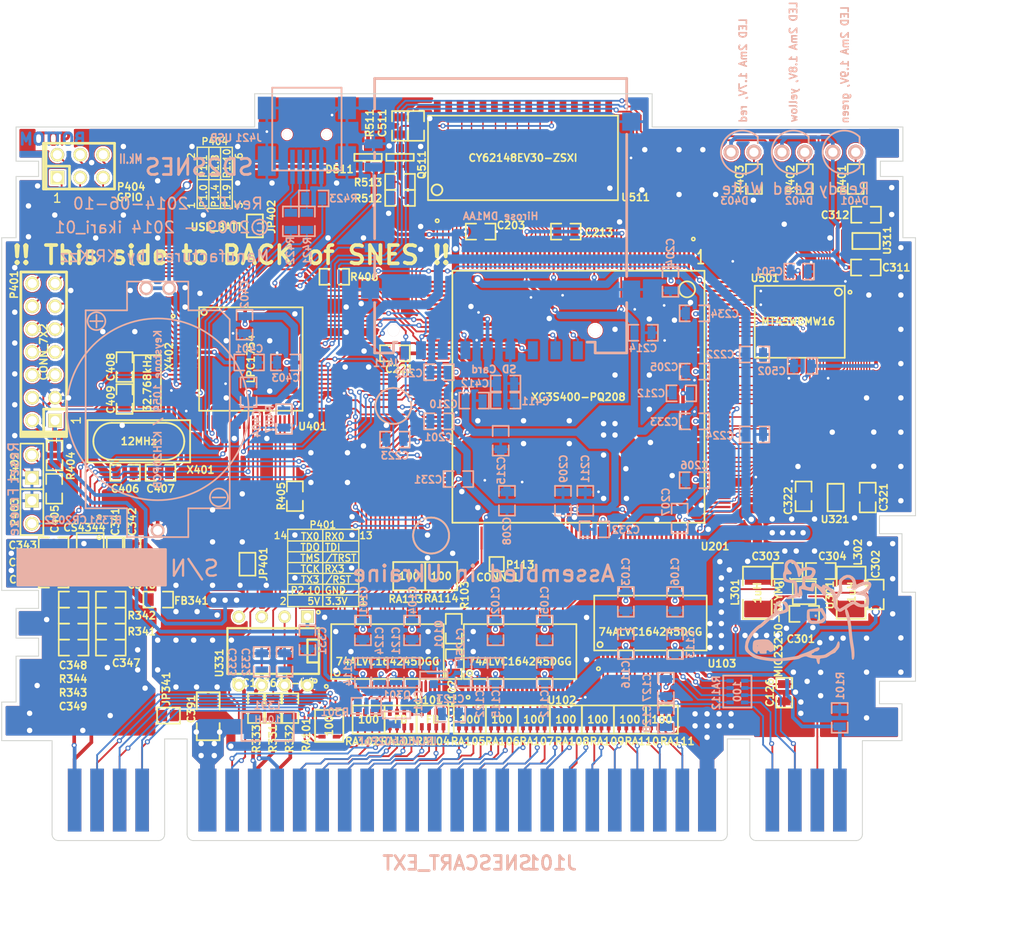
<source format=kicad_pcb>
(kicad_pcb (version 3) (host pcbnew "(2013-june-11)-stable")
  (title_block (title "sd2snes Mark II") (rev F) (company "Maximilian Rehkopf"))
  (layers (15 Component signal) (0 Copper signal) (18 B.Paste user) (19 F.Paste user) (20 B.SilkS user) (21 F.SilkS user) (22 B.Mask user) (23 F.Mask user) (28 Edge.Cuts user))
  (net 0 "")
  (net 1 +1.2V)
  (net 2 +1.8V)
  (net 3 +2.5V)
  (net 4 +3.3V)
  (net 5 +3.3VDAC)
  (net 6 +5V)
  (net 7 +5VL)
  (net 8 +BATT)
  (net 9 /Memory/RAM_/CE)
  (net 10 /Memory/SRAM_Vcc)
  (net 11 "/Power Supply / Misc./REG_SW1")
  (net 12 "/Power Supply / Misc./REG_SW2")
  (net 13 /RESET)
  (net 14 "/SNES Slot/SNES_EXT_/IRQ")
  (net 15 "/SNES Slot/SNES_EXT_/PARD")
  (net 16 "/SNES Slot/SNES_EXT_/PAWR")
  (net 17 "/SNES Slot/SNES_EXT_/RD")
  (net 18 "/SNES Slot/SNES_EXT_/ROMSEL")
  (net 19 "/SNES Slot/SNES_EXT_/WR")
  (net 20 "/SNES Slot/SNES_EXT_A0")
  (net 21 "/SNES Slot/SNES_EXT_A1")
  (net 22 "/SNES Slot/SNES_EXT_A10")
  (net 23 "/SNES Slot/SNES_EXT_A11")
  (net 24 "/SNES Slot/SNES_EXT_A12")
  (net 25 "/SNES Slot/SNES_EXT_A13")
  (net 26 "/SNES Slot/SNES_EXT_A14")
  (net 27 "/SNES Slot/SNES_EXT_A15")
  (net 28 "/SNES Slot/SNES_EXT_A16")
  (net 29 "/SNES Slot/SNES_EXT_A17")
  (net 30 "/SNES Slot/SNES_EXT_A18")
  (net 31 "/SNES Slot/SNES_EXT_A19")
  (net 32 "/SNES Slot/SNES_EXT_A2")
  (net 33 "/SNES Slot/SNES_EXT_A20")
  (net 34 "/SNES Slot/SNES_EXT_A21")
  (net 35 "/SNES Slot/SNES_EXT_A22")
  (net 36 "/SNES Slot/SNES_EXT_A23")
  (net 37 "/SNES Slot/SNES_EXT_A3")
  (net 38 "/SNES Slot/SNES_EXT_A4")
  (net 39 "/SNES Slot/SNES_EXT_A5")
  (net 40 "/SNES Slot/SNES_EXT_A6")
  (net 41 "/SNES Slot/SNES_EXT_A7")
  (net 42 "/SNES Slot/SNES_EXT_A8")
  (net 43 "/SNES Slot/SNES_EXT_A9")
  (net 44 "/SNES Slot/SNES_EXT_CPU_CLK")
  (net 45 "/SNES Slot/SNES_EXT_D0")
  (net 46 "/SNES Slot/SNES_EXT_D1")
  (net 47 "/SNES Slot/SNES_EXT_D2")
  (net 48 "/SNES Slot/SNES_EXT_D3")
  (net 49 "/SNES Slot/SNES_EXT_D4")
  (net 50 "/SNES Slot/SNES_EXT_D5")
  (net 51 "/SNES Slot/SNES_EXT_D6")
  (net 52 "/SNES Slot/SNES_EXT_D7")
  (net 53 "/SNES Slot/SNES_EXT_PA0")
  (net 54 "/SNES Slot/SNES_EXT_PA1")
  (net 55 "/SNES Slot/SNES_EXT_PA2")
  (net 56 "/SNES Slot/SNES_EXT_PA3")
  (net 57 "/SNES Slot/SNES_EXT_PA4")
  (net 58 "/SNES Slot/SNES_EXT_PA5")
  (net 59 "/SNES Slot/SNES_EXT_PA6")
  (net 60 "/SNES Slot/SNES_EXT_PA7")
  (net 61 "/SNES Slot/SNES_EXT_REFRESH")
  (net 62 "/SNES Slot/SNES_EXT_SYS_CLK")
  (net 63 /TRST)
  (net 64 /USEBATT)
  (net 65 AGND)
  (net 66 AUDIO_L)
  (net 67 AUDIO_R)
  (net 68 CCLK)
  (net 69 CIC_CLK)
  (net 70 CIC_DATA0)
  (net 71 CIC_DATA1)
  (net 72 CIC_MCLR)
  (net 73 CIC_RESET)
  (net 74 CIC_STATUS)
  (net 75 DAC_/DEM)
  (net 76 DAC_LRCK)
  (net 77 DAC_MCLK)
  (net 78 DAC_SDIN)
  (net 79 DATABUS_/OE)
  (net 80 DATABUS_DIR)
  (net 81 DIN+MCU_/OVR)
  (net 82 DONE)
  (net 83 EXT_CIC_DATA0)
  (net 84 EXT_CIC_DATA1)
  (net 85 EXT_TDI)
  (net 86 EXT_TDO)
  (net 87 FPGA_CLK)
  (net 88 GND)
  (net 89 INIT_B+MCU_IRQ)
  (net 90 MCU_SPARE)
  (net 91 MCU_SPI_MISO)
  (net 92 MCU_SPI_MOSI)
  (net 93 MCU_SPI_SCK)
  (net 94 MCU_SPI_SS)
  (net 95 N-00000100)
  (net 96 N-00000102)
  (net 97 N-00000103)
  (net 98 N-00000104)
  (net 99 N-00000105)
  (net 100 N-00000106)
  (net 101 N-00000107)
  (net 102 N-00000108)
  (net 103 N-0000012)
  (net 104 N-00000120)
  (net 105 N-00000125)
  (net 106 N-00000127)
  (net 107 N-0000013)
  (net 108 N-00000142)
  (net 109 N-00000143)
  (net 110 N-00000144)
  (net 111 N-00000145)
  (net 112 N-00000146)
  (net 113 N-00000147)
  (net 114 N-00000148)
  (net 115 N-00000152)
  (net 116 N-00000153)
  (net 117 N-00000154)
  (net 118 N-00000155)
  (net 119 N-00000157)
  (net 120 N-00000158)
  (net 121 N-00000159)
  (net 122 N-00000160)
  (net 123 N-00000161)
  (net 124 N-00000193)
  (net 125 N-00000273)
  (net 126 N-00000274)
  (net 127 N-00000278)
  (net 128 N-00000279)
  (net 129 N-00000287)
  (net 130 N-00000288)
  (net 131 N-00000289)
  (net 132 N-00000293)
  (net 133 N-00000294)
  (net 134 N-00000295)
  (net 135 N-00000296)
  (net 136 N-00000300)
  (net 137 N-00000307)
  (net 138 N-00000310)
  (net 139 N-00000311)
  (net 140 N-00000312)
  (net 141 N-00000314)
  (net 142 N-00000315)
  (net 143 N-00000316)
  (net 144 N-00000317)
  (net 145 N-00000319)
  (net 146 N-00000323)
  (net 147 N-00000324)
  (net 148 N-00000325)
  (net 149 N-00000328)
  (net 150 N-00000329)
  (net 151 N-00000338)
  (net 152 N-00000339)
  (net 153 N-00000340)
  (net 154 N-00000341)
  (net 155 N-00000345)
  (net 156 N-0000036)
  (net 157 N-0000037)
  (net 158 N-0000038)
  (net 159 N-0000039)
  (net 160 N-0000040)
  (net 161 N-0000041)
  (net 162 N-0000042)
  (net 163 N-0000045)
  (net 164 N-0000047)
  (net 165 N-0000049)
  (net 166 N-0000050)
  (net 167 N-0000053)
  (net 168 N-0000056)
  (net 169 N-0000071)
  (net 170 N-0000072)
  (net 171 N-0000073)
  (net 172 N-0000074)
  (net 173 N-0000075)
  (net 174 N-0000076)
  (net 175 N-0000078)
  (net 176 N-0000082)
  (net 177 N-0000083)
  (net 178 N-0000084)
  (net 179 N-0000086)
  (net 180 N-0000087)
  (net 181 N-0000091)
  (net 182 N-0000092)
  (net 183 N-0000095)
  (net 184 P1_CLK)
  (net 185 P1_D0)
  (net 186 P2.10)
  (net 187 P2_CLK)
  (net 188 P2_D0)
  (net 189 PROG_B)
  (net 190 P_LATCH)
  (net 191 RAM_/OE)
  (net 192 RAM_/WE)
  (net 193 RAM_A0)
  (net 194 RAM_A1)
  (net 195 RAM_A10)
  (net 196 RAM_A11)
  (net 197 RAM_A12)
  (net 198 RAM_A13)
  (net 199 RAM_A14)
  (net 200 RAM_A15)
  (net 201 RAM_A16)
  (net 202 RAM_A17)
  (net 203 RAM_A18)
  (net 204 RAM_A2)
  (net 205 RAM_A3)
  (net 206 RAM_A4)
  (net 207 RAM_A5)
  (net 208 RAM_A6)
  (net 209 RAM_A7)
  (net 210 RAM_A8)
  (net 211 RAM_A9)
  (net 212 RAM_DQ0)
  (net 213 RAM_DQ1)
  (net 214 RAM_DQ2)
  (net 215 RAM_DQ3)
  (net 216 RAM_DQ4)
  (net 217 RAM_DQ5)
  (net 218 RAM_DQ6)
  (net 219 RAM_DQ7)
  (net 220 ROM_/CE)
  (net 221 ROM_/LB)
  (net 222 ROM_/OE)
  (net 223 ROM_/UB)
  (net 224 ROM_/WE)
  (net 225 ROM_A0)
  (net 226 ROM_A1)
  (net 227 ROM_A10)
  (net 228 ROM_A11)
  (net 229 ROM_A12)
  (net 230 ROM_A13)
  (net 231 ROM_A14)
  (net 232 ROM_A15)
  (net 233 ROM_A16)
  (net 234 ROM_A17)
  (net 235 ROM_A18)
  (net 236 ROM_A19)
  (net 237 ROM_A2)
  (net 238 ROM_A20)
  (net 239 ROM_A21)
  (net 240 ROM_A22)
  (net 241 ROM_A3)
  (net 242 ROM_A4)
  (net 243 ROM_A5)
  (net 244 ROM_A6)
  (net 245 ROM_A7)
  (net 246 ROM_A8)
  (net 247 ROM_A9)
  (net 248 ROM_DQ0)
  (net 249 ROM_DQ1)
  (net 250 ROM_DQ10)
  (net 251 ROM_DQ11)
  (net 252 ROM_DQ12)
  (net 253 ROM_DQ13)
  (net 254 ROM_DQ14)
  (net 255 ROM_DQ15)
  (net 256 ROM_DQ2)
  (net 257 ROM_DQ3)
  (net 258 ROM_DQ4)
  (net 259 ROM_DQ5)
  (net 260 ROM_DQ6)
  (net 261 ROM_DQ7)
  (net 262 ROM_DQ8)
  (net 263 ROM_DQ9)
  (net 264 RX0)
  (net 265 RX3)
  (net 266 SD_CLK)
  (net 267 SD_CMD)
  (net 268 SD_DAT0)
  (net 269 SD_DAT1)
  (net 270 SD_DAT2)
  (net 271 SD_DAT3)
  (net 272 SNES_/PARD)
  (net 273 SNES_/PAWR)
  (net 274 SNES_/RD)
  (net 275 SNES_/RESET)
  (net 276 SNES_/ROMSEL)
  (net 277 SNES_/WR)
  (net 278 SNES_A0)
  (net 279 SNES_A1)
  (net 280 SNES_A10)
  (net 281 SNES_A11)
  (net 282 SNES_A12)
  (net 283 SNES_A13)
  (net 284 SNES_A14)
  (net 285 SNES_A15)
  (net 286 SNES_A16)
  (net 287 SNES_A17)
  (net 288 SNES_A18)
  (net 289 SNES_A19)
  (net 290 SNES_A2)
  (net 291 SNES_A20)
  (net 292 SNES_A21)
  (net 293 SNES_A22)
  (net 294 SNES_A23)
  (net 295 SNES_A3)
  (net 296 SNES_A4)
  (net 297 SNES_A5)
  (net 298 SNES_A6)
  (net 299 SNES_A7)
  (net 300 SNES_A8)
  (net 301 SNES_A9)
  (net 302 SNES_CPU_CLK)
  (net 303 SNES_D0)
  (net 304 SNES_D1)
  (net 305 SNES_D2)
  (net 306 SNES_D3)
  (net 307 SNES_D4)
  (net 308 SNES_D5)
  (net 309 SNES_D6)
  (net 310 SNES_D7)
  (net 311 SNES_IRQ_EN)
  (net 312 SNES_PA0)
  (net 313 SNES_PA1)
  (net 314 SNES_PA2)
  (net 315 SNES_PA3)
  (net 316 SNES_PA4)
  (net 317 SNES_PA5)
  (net 318 SNES_PA6)
  (net 319 SNES_PA7)
  (net 320 SNES_REFRESH)
  (net 321 SNES_SYS_CLK)
  (net 322 TCK)
  (net 323 TMS)
  (net 324 TX0)
  (net 325 TX3)
  (net 326 USB_SWCONN)
  (module SM1206_NEW (layer Component) (at 117.3734 124.2822 90)
    (fp_text reference C391 (at 0.8128 -1.8796 90) (layer F.SilkS) (effects (font (size 0.8128 0.8128) (thickness 0.1778))))
    (fp_text value 100u hide)
    (pad 1 smd rect (at -1.651 0 90) (size 1.524 2.032) (layers Component F.Paste F.Mask) (net 7 +5VL))
    (pad 2 smd rect (at 1.651 0 90) (size 1.524 2.032) (layers Component F.Paste F.Mask) (net 88 GND))
  )
  (module HRS-DM1AA (layer Copper) (at 149.86 68.707)
    (fp_text reference J411 (at -12.7 16.3195) (layer B.SilkS) (effects (font (size 0.8128 0.8128) (thickness 0.1778)) (justify mirror)))
    (fp_text value "Hirose DM1AA" (at 0 0) (layer B.SilkS) (effects (font (size 0.8128 0.8128) (thickness 0.1778)) (justify mirror)))
    (pad "" np_thru_hole circle (at -11.90244 12.69746) (size 1.30048 1.30048) (drill 1.30048) (layers *.Cu *.Mask B.SilkS))
    (pad "" np_thru_hole circle (at 10.49782 12.69746) (size 1.30048 1.30048) (drill 1.30048) (layers *.Cu *.Mask B.SilkS))
    (pad 1 smd rect (at 6.07314 14.8971) (size 1.09982 1.99898) (layers Copper B.Paste B.Mask) (net 271 SD_DAT3))
    (pad 2 smd rect (at 3.57378 14.8971) (size 1.09982 1.99898) (layers Copper B.Paste B.Mask) (net 267 SD_CMD))
    (pad 3 smd rect (at 1.07188 14.8971) (size 1.09982 1.99898) (layers Copper B.Paste B.Mask) (net 88 GND))
    (pad 4 smd rect (at -1.42748 14.8971) (size 1.09982 1.99898) (layers Copper B.Paste B.Mask) (net 4 +3.3V))
    (pad 5 smd rect (at -3.92684 14.8971) (size 1.09982 1.99898) (layers Copper B.Paste B.Mask) (net 266 SD_CLK))
    (pad 6 smd rect (at -6.4262 14.8971) (size 1.09982 1.99898) (layers Copper B.Paste B.Mask) (net 88 GND))
    (pad 7 smd rect (at -8.8519 14.8971) (size 1.09982 1.99898) (layers Copper B.Paste B.Mask) (net 268 SD_DAT0))
    (pad 8 smd rect (at -10.5537 14.8971) (size 1.09982 1.99898) (layers Copper B.Paste B.Mask) (net 269 SD_DAT1))
    (pad 9 smd rect (at 8.5725 14.8971) (size 1.09982 1.99898) (layers Copper B.Paste B.Mask) (net 270 SD_DAT2))
    (pad GND1 smd rect (at 14.49832 8.14832) (size 1.99898 1.99898) (layers Copper B.Paste B.Mask) (net 88 GND))
    (pad GND1 smd rect (at 14.49832 -10.5029) (size 1.99898 1.99898) (layers Copper B.Paste B.Mask) (net 88 GND))
    (pad GND1 smd rect (at -14.5034 8.14832) (size 1.99898 1.99898) (layers Copper B.Paste B.Mask) (net 88 GND))
    (pad GND1 smd rect (at -14.5034 -10.5029) (size 1.99898 1.99898) (layers Copper B.Paste B.Mask) (net 88 GND))
    (pad DT smd rect (at -14.10208 3.49758) (size 1.99898 1.00076) (layers Copper B.Paste B.Mask) (net 145 N-00000319))
    (pad WP smd rect (at -14.10208 -5.45338) (size 1.99898 1.00076) (layers Copper B.Paste B.Mask) (net 134 N-00000295))
    (pad GND2 smd rect (at -14.10208 -8.0518) (size 1.99898 1.00076) (layers Copper B.Paste B.Mask) (net 88 GND))
  )
  (module USB_MINIB_SMT (layer Copper) (at 128.3335 59.6265)
    (fp_text reference J421 (at -6.48462 0.37338) (layer B.SilkS) (effects (font (size 0.8128 0.8128) (thickness 0.1778)) (justify mirror)))
    (fp_text value "USB Mini-B SMT" hide)
    (pad 6 smd rect (at -4.45008 2.94894) (size 1.99898 3.29946) (layers Copper B.Paste B.Mask) (net 88 GND))
    (pad 7 smd rect (at 4.45008 2.94894) (size 1.99898 3.29946) (layers Copper B.Paste B.Mask) (net 88 GND))
    (pad 6 smd rect (at -4.45008 -2.94894) (size 1.99898 2.49936) (layers Copper B.Paste B.Mask) (net 88 GND))
    (pad 7 smd rect (at 4.45008 -2.94894) (size 1.99898 2.49936) (layers Copper B.Paste B.Mask) (net 88 GND))
    (pad "" np_thru_hole circle (at -2.19964 0) (size 0.89916 0.89916) (drill 0.89916) (layers *.Cu *.Mask B.SilkS))
    (pad "" np_thru_hole circle (at 2.19964 0) (size 0.89916 0.89916) (drill 0.89916) (layers *.Cu *.Mask B.SilkS))
    (pad 3 smd rect (at 0 3.60172) (size 0.50038 3.79984) (layers Copper B.Paste B.Mask) (net 143 N-00000316))
    (pad 4 smd rect (at 0.8001 3.60172) (size 0.50038 3.79984) (layers Copper B.Paste B.Mask))
    (pad 5 smd rect (at 1.6002 3.60172) (size 0.50038 3.79984) (layers Copper B.Paste B.Mask) (net 88 GND))
    (pad 1 smd rect (at -1.6002 3.60172) (size 0.50038 3.79984) (layers Copper B.Paste B.Mask) (net 150 N-00000329))
    (pad 2 smd rect (at -0.8001 3.60172) (size 0.50038 3.79984) (layers Copper B.Paste B.Mask) (net 139 N-00000311))
  )
  (module GS2 (layer Component) (at 122.555 69.7865)
    (fp_text reference JP402 (at 1.8415 -1.016 90) (layer F.SilkS) (effects (font (size 0.8128 0.8128) (thickness 0.1778))))
    (fp_text value JUMPER hide)
    (pad 1 smd rect (at 0 -0.635) (size 1.27 0.9652) (layers Component F.Paste F.Mask) (net 88 GND))
    (pad 2 smd rect (at 0 0.635) (size 1.27 0.9652) (layers Component F.Paste F.Mask) (net 64 /USEBATT))
  )
  (module SOT23-5_LARGEPADS (layer Component) (at 187.0583 99.96932 90)
    (fp_text reference U321 (at -2.43078 -0.05842 180) (layer F.SilkS) (effects (font (size 0.762 0.8128) (thickness 0.1778))))
    (fp_text value MCP1824-2502E/OT hide)
    (pad 1 smd rect (at -0.9525 1.27 90) (size 0.69088 0.9906) (layers Component F.Paste F.Mask) (net 4 +3.3V))
    (pad 3 smd rect (at 0.9525 1.27 90) (size 0.69088 0.9906) (layers Component F.Paste F.Mask) (net 4 +3.3V))
    (pad 5 smd rect (at -0.9525 -1.27 90) (size 0.69088 0.9906) (layers Component F.Paste F.Mask) (net 3 +2.5V))
    (pad 2 smd rect (at 0 1.27 90) (size 0.69088 0.9906) (layers Component F.Paste F.Mask) (net 88 GND))
    (pad 4 smd rect (at 0.9525 -1.27 90) (size 0.69088 0.9906) (layers Component F.Paste F.Mask))
  )
  (module SOT23-5_LARGEPADS (layer Component) (at 190.4492 71.4629)
    (fp_text reference U311 (at 2.35204 -0.0635 90) (layer F.SilkS) (effects (font (size 0.762 0.8128) (thickness 0.1778))))
    (fp_text value MCP1824-1802E/OT hide)
    (pad 1 smd rect (at -0.9525 1.27) (size 0.69088 0.9906) (layers Component F.Paste F.Mask) (net 4 +3.3V))
    (pad 3 smd rect (at 0.9525 1.27) (size 0.69088 0.9906) (layers Component F.Paste F.Mask) (net 4 +3.3V))
    (pad 5 smd rect (at -0.9525 -1.27) (size 0.69088 0.9906) (layers Component F.Paste F.Mask) (net 2 +1.8V))
    (pad 2 smd rect (at 0 1.27) (size 0.69088 0.9906) (layers Component F.Paste F.Mask) (net 88 GND))
    (pad 4 smd rect (at 0.9525 -1.27) (size 0.69088 0.9906) (layers Component F.Paste F.Mask))
  )
  (module pin_array_3x2 (layer Component) (at 103.1621 63.1444)
    (fp_text reference P404 (at 5.6515 2.2987) (layer F.SilkS) (effects (font (size 0.8128 0.8128) (thickness 0.1778))))
    (fp_text value CONN_3X2 hide)
    (pad 1 thru_hole rect (at -2.54 1.27) (size 1.524 1.524) (drill 1.016) (layers *.Cu *.Mask F.SilkS) (net 185 P1_D0))
    (pad 2 thru_hole circle (at -2.54 -1.27) (size 1.524 1.524) (drill 1.016) (layers *.Cu *.Mask F.SilkS) (net 184 P1_CLK))
    (pad 3 thru_hole circle (at 0 1.27) (size 1.524 1.524) (drill 1.016) (layers *.Cu *.Mask F.SilkS) (net 190 P_LATCH))
    (pad 4 thru_hole circle (at 0 -1.27) (size 1.524 1.524) (drill 1.016) (layers *.Cu *.Mask F.SilkS) (net 90 MCU_SPARE))
    (pad 5 thru_hole circle (at 2.54 1.27) (size 1.524 1.524) (drill 1.016) (layers *.Cu *.Mask F.SilkS) (net 187 P2_CLK))
    (pad 6 thru_hole circle (at 2.54 -1.27) (size 1.524 1.524) (drill 1.016) (layers *.Cu *.Mask F.SilkS) (net 188 P2_D0))
  )
  (module TSSOP48 (layer Component) (at 137.287 117.094)
    (fp_text reference U101 (at 4.572 5.3975) (layer F.SilkS) (effects (font (size 0.8128 0.8128) (thickness 0.1778))))
    (fp_text value 74ALVC164245DGG (at 0.0127 1.1049) (layer F.SilkS) (effects (font (size 0.8128 0.8128) (thickness 0.1778))))
    (pad 1 smd rect (at -5.74802 3.8989 180) (size 0.29972 1.19888) (layers Component F.Paste F.Mask) (net 88 GND))
    (pad 2 smd rect (at -5.24764 3.8989 180) (size 0.29972 1.19888) (layers Component F.Paste F.Mask) (net 96 N-00000102))
    (pad 3 smd rect (at -4.7498 3.8989 180) (size 0.29972 1.19888) (layers Component F.Paste F.Mask) (net 182 N-0000092))
    (pad 4 smd rect (at -4.24942 3.8989 180) (size 0.29972 1.19888) (layers Component F.Paste F.Mask) (net 88 GND))
    (pad 5 smd rect (at -3.74904 3.8989 180) (size 0.29972 1.19888) (layers Component F.Paste F.Mask) (net 97 N-00000103))
    (pad 6 smd rect (at -3.24866 3.8989 180) (size 0.29972 1.19888) (layers Component F.Paste F.Mask) (net 98 N-00000104))
    (pad 7 smd rect (at -2.74828 3.8989 180) (size 0.29972 1.19888) (layers Component F.Paste F.Mask) (net 6 +5V))
    (pad 8 smd rect (at -2.2479 3.8989 180) (size 0.29972 1.19888) (layers Component F.Paste F.Mask) (net 99 N-00000105))
    (pad 9 smd rect (at -1.74752 3.8989 180) (size 0.29972 1.19888) (layers Component F.Paste F.Mask) (net 100 N-00000106))
    (pad 10 smd rect (at -1.24968 3.8989 180) (size 0.29972 1.19888) (layers Component F.Paste F.Mask) (net 88 GND))
    (pad 11 smd rect (at -0.7493 3.8989 180) (size 0.29972 1.19888) (layers Component F.Paste F.Mask) (net 107 N-0000013))
    (pad 12 smd rect (at -0.24892 3.8989 180) (size 0.29972 1.19888) (layers Component F.Paste F.Mask) (net 110 N-00000144))
    (pad 13 smd rect (at 0.24892 3.8989 180) (size 0.29972 1.19888) (layers Component F.Paste F.Mask) (net 172 N-0000074))
    (pad 14 smd rect (at 0.7493 3.8989 180) (size 0.29972 1.19888) (layers Component F.Paste F.Mask) (net 175 N-0000078))
    (pad 15 smd rect (at 1.24968 3.8989 180) (size 0.29972 1.19888) (layers Component F.Paste F.Mask) (net 88 GND))
    (pad 16 smd rect (at 1.74752 3.8989 180) (size 0.29972 1.19888) (layers Component F.Paste F.Mask) (net 169 N-0000071))
    (pad 17 smd rect (at 2.2479 3.8989 180) (size 0.29972 1.19888) (layers Component F.Paste F.Mask) (net 179 N-0000086))
    (pad 18 smd rect (at 2.74828 3.8989 180) (size 0.29972 1.19888) (layers Component F.Paste F.Mask) (net 6 +5V))
    (pad 19 smd rect (at 3.24866 3.8989 180) (size 0.29972 1.19888) (layers Component F.Paste F.Mask) (net 181 N-0000091))
    (pad 20 smd rect (at 3.74904 3.8989 180) (size 0.29972 1.19888) (layers Component F.Paste F.Mask) (net 101 N-00000107))
    (pad 21 smd rect (at 4.24942 3.8989 180) (size 0.29972 1.19888) (layers Component F.Paste F.Mask) (net 88 GND))
    (pad 22 smd rect (at 4.7498 3.8989 180) (size 0.29972 1.19888) (layers Component F.Paste F.Mask) (net 170 N-0000072))
    (pad 23 smd rect (at 5.24764 3.8989 180) (size 0.29972 1.19888) (layers Component F.Paste F.Mask) (net 173 N-0000075))
    (pad 24 smd rect (at 5.74802 3.8989 180) (size 0.29972 1.19888) (layers Component F.Paste F.Mask) (net 80 DATABUS_DIR))
    (pad 25 smd rect (at 5.74802 -3.8989) (size 0.29972 1.19888) (layers Component F.Paste F.Mask) (net 79 DATABUS_/OE))
    (pad 26 smd rect (at 5.24764 -3.8989) (size 0.29972 1.19888) (layers Component F.Paste F.Mask) (net 177 N-0000083))
    (pad 27 smd rect (at 4.7498 -3.8989) (size 0.29972 1.19888) (layers Component F.Paste F.Mask) (net 180 N-0000087))
    (pad 28 smd rect (at 4.24942 -3.8989) (size 0.29972 1.19888) (layers Component F.Paste F.Mask) (net 88 GND))
    (pad 29 smd rect (at 3.74904 -3.8989) (size 0.29972 1.19888) (layers Component F.Paste F.Mask) (net 112 N-00000146))
    (pad 30 smd rect (at 3.24866 -3.8989) (size 0.29972 1.19888) (layers Component F.Paste F.Mask) (net 102 N-00000108))
    (pad 31 smd rect (at 2.74828 -3.8989) (size 0.29972 1.19888) (layers Component F.Paste F.Mask) (net 4 +3.3V))
    (pad 32 smd rect (at 2.2479 -3.8989) (size 0.29972 1.19888) (layers Component F.Paste F.Mask) (net 171 N-0000073))
    (pad 33 smd rect (at 1.74752 -3.8989) (size 0.29972 1.19888) (layers Component F.Paste F.Mask) (net 174 N-0000076))
    (pad 34 smd rect (at 1.24968 -3.8989) (size 0.29972 1.19888) (layers Component F.Paste F.Mask) (net 88 GND))
    (pad 35 smd rect (at 0.7493 -3.8989) (size 0.29972 1.19888) (layers Component F.Paste F.Mask) (net 176 N-0000082))
    (pad 36 smd rect (at 0.24892 -3.8989) (size 0.29972 1.19888) (layers Component F.Paste F.Mask) (net 178 N-0000084))
    (pad 37 smd rect (at -0.24892 -3.8989) (size 0.29972 1.19888) (layers Component F.Paste F.Mask) (net 302 SNES_CPU_CLK))
    (pad 38 smd rect (at -0.7493 -3.8989) (size 0.29972 1.19888) (layers Component F.Paste F.Mask) (net 277 SNES_/WR))
    (pad 39 smd rect (at -1.24968 -3.8989) (size 0.29972 1.19888) (layers Component F.Paste F.Mask) (net 88 GND))
    (pad 40 smd rect (at -1.74752 -3.8989) (size 0.29972 1.19888) (layers Component F.Paste F.Mask) (net 313 SNES_PA1))
    (pad 41 smd rect (at -2.2479 -3.8989) (size 0.29972 1.19888) (layers Component F.Paste F.Mask) (net 312 SNES_PA0))
    (pad 42 smd rect (at -2.74828 -3.8989) (size 0.29972 1.19888) (layers Component F.Paste F.Mask) (net 4 +3.3V))
    (pad 43 smd rect (at -3.24866 -3.8989) (size 0.29972 1.19888) (layers Component F.Paste F.Mask) (net 315 SNES_PA3))
    (pad 44 smd rect (at -3.74904 -3.8989) (size 0.29972 1.19888) (layers Component F.Paste F.Mask) (net 314 SNES_PA2))
    (pad 45 smd rect (at -4.24942 -3.8989) (size 0.29972 1.19888) (layers Component F.Paste F.Mask) (net 88 GND))
    (pad 46 smd rect (at -4.7498 -3.8989) (size 0.29972 1.19888) (layers Component F.Paste F.Mask) (net 317 SNES_PA5))
    (pad 47 smd rect (at -5.24764 -3.8989) (size 0.29972 1.19888) (layers Component F.Paste F.Mask) (net 316 SNES_PA4))
    (pad 48 smd rect (at -5.74802 -3.8989) (size 0.29972 1.19888) (layers Component F.Paste F.Mask) (net 88 GND))
  )
  (module TSSOP48 (layer Component) (at 166.497 113.919)
    (fp_text reference U103 (at 7.9375 4.5085) (layer F.SilkS) (effects (font (size 0.8128 0.8128) (thickness 0.1778))))
    (fp_text value 74ALVC164245DGG (at 0.00254 0.98044) (layer F.SilkS) (effects (font (size 0.8128 0.8128) (thickness 0.1778))))
    (pad 1 smd rect (at -5.74802 3.8989 180) (size 0.29972 1.19888) (layers Component F.Paste F.Mask) (net 88 GND))
    (pad 2 smd rect (at -5.24764 3.8989 180) (size 0.29972 1.19888) (layers Component F.Paste F.Mask) (net 105 N-00000125))
    (pad 3 smd rect (at -4.7498 3.8989 180) (size 0.29972 1.19888) (layers Component F.Paste F.Mask) (net 104 N-00000120))
    (pad 4 smd rect (at -4.24942 3.8989 180) (size 0.29972 1.19888) (layers Component F.Paste F.Mask) (net 88 GND))
    (pad 5 smd rect (at -3.74904 3.8989 180) (size 0.29972 1.19888) (layers Component F.Paste F.Mask) (net 106 N-00000127))
    (pad 6 smd rect (at -3.24866 3.8989 180) (size 0.29972 1.19888) (layers Component F.Paste F.Mask) (net 108 N-00000142))
    (pad 7 smd rect (at -2.74828 3.8989 180) (size 0.29972 1.19888) (layers Component F.Paste F.Mask) (net 6 +5V))
    (pad 8 smd rect (at -2.2479 3.8989 180) (size 0.29972 1.19888) (layers Component F.Paste F.Mask) (net 111 N-00000145))
    (pad 9 smd rect (at -1.74752 3.8989 180) (size 0.29972 1.19888) (layers Component F.Paste F.Mask) (net 123 N-00000161))
    (pad 10 smd rect (at -1.24968 3.8989 180) (size 0.29972 1.19888) (layers Component F.Paste F.Mask) (net 88 GND))
    (pad 11 smd rect (at -0.7493 3.8989 180) (size 0.29972 1.19888) (layers Component F.Paste F.Mask) (net 122 N-00000160))
    (pad 12 smd rect (at -0.24892 3.8989 180) (size 0.29972 1.19888) (layers Component F.Paste F.Mask) (net 113 N-00000147))
    (pad 13 smd rect (at 0.24892 3.8989 180) (size 0.29972 1.19888) (layers Component F.Paste F.Mask) (net 121 N-00000159))
    (pad 14 smd rect (at 0.7493 3.8989 180) (size 0.29972 1.19888) (layers Component F.Paste F.Mask) (net 120 N-00000158))
    (pad 15 smd rect (at 1.24968 3.8989 180) (size 0.29972 1.19888) (layers Component F.Paste F.Mask) (net 88 GND))
    (pad 16 smd rect (at 1.74752 3.8989 180) (size 0.29972 1.19888) (layers Component F.Paste F.Mask) (net 119 N-00000157))
    (pad 17 smd rect (at 2.2479 3.8989 180) (size 0.29972 1.19888) (layers Component F.Paste F.Mask) (net 115 N-00000152))
    (pad 18 smd rect (at 2.74828 3.8989 180) (size 0.29972 1.19888) (layers Component F.Paste F.Mask) (net 6 +5V))
    (pad 19 smd rect (at 3.24866 3.8989 180) (size 0.29972 1.19888) (layers Component F.Paste F.Mask) (net 116 N-00000153))
    (pad 20 smd rect (at 3.74904 3.8989 180) (size 0.29972 1.19888) (layers Component F.Paste F.Mask) (net 117 N-00000154))
    (pad 21 smd rect (at 4.24942 3.8989 180) (size 0.29972 1.19888) (layers Component F.Paste F.Mask) (net 88 GND))
    (pad 22 smd rect (at 4.7498 3.8989 180) (size 0.29972 1.19888) (layers Component F.Paste F.Mask) (net 118 N-00000155))
    (pad 23 smd rect (at 5.24764 3.8989 180) (size 0.29972 1.19888) (layers Component F.Paste F.Mask) (net 62 "/SNES Slot/SNES_EXT_SYS_CLK"))
    (pad 24 smd rect (at 5.74802 3.8989 180) (size 0.29972 1.19888) (layers Component F.Paste F.Mask) (net 88 GND))
    (pad 25 smd rect (at 5.74802 -3.8989) (size 0.29972 1.19888) (layers Component F.Paste F.Mask) (net 88 GND))
    (pad 26 smd rect (at 5.24764 -3.8989) (size 0.29972 1.19888) (layers Component F.Paste F.Mask) (net 321 SNES_SYS_CLK))
    (pad 27 smd rect (at 4.7498 -3.8989) (size 0.29972 1.19888) (layers Component F.Paste F.Mask) (net 320 SNES_REFRESH))
    (pad 28 smd rect (at 4.24942 -3.8989) (size 0.29972 1.19888) (layers Component F.Paste F.Mask) (net 88 GND))
    (pad 29 smd rect (at 3.74904 -3.8989) (size 0.29972 1.19888) (layers Component F.Paste F.Mask) (net 319 SNES_PA7))
    (pad 30 smd rect (at 3.24866 -3.8989) (size 0.29972 1.19888) (layers Component F.Paste F.Mask) (net 318 SNES_PA6))
    (pad 31 smd rect (at 2.74828 -3.8989) (size 0.29972 1.19888) (layers Component F.Paste F.Mask) (net 4 +3.3V))
    (pad 32 smd rect (at 2.2479 -3.8989) (size 0.29972 1.19888) (layers Component F.Paste F.Mask) (net 273 SNES_/PAWR))
    (pad 33 smd rect (at 1.74752 -3.8989) (size 0.29972 1.19888) (layers Component F.Paste F.Mask) (net 272 SNES_/PARD))
    (pad 34 smd rect (at 1.24968 -3.8989) (size 0.29972 1.19888) (layers Component F.Paste F.Mask) (net 88 GND))
    (pad 35 smd rect (at 0.7493 -3.8989) (size 0.29972 1.19888) (layers Component F.Paste F.Mask) (net 281 SNES_A11))
    (pad 36 smd rect (at 0.24892 -3.8989) (size 0.29972 1.19888) (layers Component F.Paste F.Mask) (net 282 SNES_A12))
    (pad 37 smd rect (at -0.24892 -3.8989) (size 0.29972 1.19888) (layers Component F.Paste F.Mask) (net 280 SNES_A10))
    (pad 38 smd rect (at -0.7493 -3.8989) (size 0.29972 1.19888) (layers Component F.Paste F.Mask) (net 283 SNES_A13))
    (pad 39 smd rect (at -1.24968 -3.8989) (size 0.29972 1.19888) (layers Component F.Paste F.Mask) (net 88 GND))
    (pad 40 smd rect (at -1.74752 -3.8989) (size 0.29972 1.19888) (layers Component F.Paste F.Mask) (net 301 SNES_A9))
    (pad 41 smd rect (at -2.2479 -3.8989) (size 0.29972 1.19888) (layers Component F.Paste F.Mask) (net 284 SNES_A14))
    (pad 42 smd rect (at -2.74828 -3.8989) (size 0.29972 1.19888) (layers Component F.Paste F.Mask) (net 4 +3.3V))
    (pad 43 smd rect (at -3.24866 -3.8989) (size 0.29972 1.19888) (layers Component F.Paste F.Mask) (net 300 SNES_A8))
    (pad 44 smd rect (at -3.74904 -3.8989) (size 0.29972 1.19888) (layers Component F.Paste F.Mask) (net 285 SNES_A15))
    (pad 45 smd rect (at -4.24942 -3.8989) (size 0.29972 1.19888) (layers Component F.Paste F.Mask) (net 88 GND))
    (pad 46 smd rect (at -4.7498 -3.8989) (size 0.29972 1.19888) (layers Component F.Paste F.Mask) (net 299 SNES_A7))
    (pad 47 smd rect (at -5.24764 -3.8989) (size 0.29972 1.19888) (layers Component F.Paste F.Mask) (net 286 SNES_A16))
    (pad 48 smd rect (at -5.74802 -3.8989) (size 0.29972 1.19888) (layers Component F.Paste F.Mask) (net 88 GND))
  )
  (module TSSOP48 (layer Component) (at 152.019 117.094)
    (fp_text reference U102 (at 4.6355 5.3975) (layer F.SilkS) (effects (font (size 0.8128 0.8128) (thickness 0.1778))))
    (fp_text value 74ALVC164245DGG (at -0.01778 1.1049) (layer F.SilkS) (effects (font (size 0.8128 0.8128) (thickness 0.1778))))
    (pad 1 smd rect (at -5.74802 3.8989 180) (size 0.29972 1.19888) (layers Component F.Paste F.Mask) (net 88 GND))
    (pad 2 smd rect (at -5.24764 3.8989 180) (size 0.29972 1.19888) (layers Component F.Paste F.Mask) (net 103 N-0000012))
    (pad 3 smd rect (at -4.7498 3.8989 180) (size 0.29972 1.19888) (layers Component F.Paste F.Mask) (net 109 N-00000143))
    (pad 4 smd rect (at -4.24942 3.8989 180) (size 0.29972 1.19888) (layers Component F.Paste F.Mask) (net 88 GND))
    (pad 5 smd rect (at -3.74904 3.8989 180) (size 0.29972 1.19888) (layers Component F.Paste F.Mask) (net 158 N-0000038))
    (pad 6 smd rect (at -3.24866 3.8989 180) (size 0.29972 1.19888) (layers Component F.Paste F.Mask) (net 159 N-0000039))
    (pad 7 smd rect (at -2.74828 3.8989 180) (size 0.29972 1.19888) (layers Component F.Paste F.Mask) (net 6 +5V))
    (pad 8 smd rect (at -2.2479 3.8989 180) (size 0.29972 1.19888) (layers Component F.Paste F.Mask) (net 160 N-0000040))
    (pad 9 smd rect (at -1.74752 3.8989 180) (size 0.29972 1.19888) (layers Component F.Paste F.Mask) (net 161 N-0000041))
    (pad 10 smd rect (at -1.24968 3.8989 180) (size 0.29972 1.19888) (layers Component F.Paste F.Mask) (net 88 GND))
    (pad 11 smd rect (at -0.7493 3.8989 180) (size 0.29972 1.19888) (layers Component F.Paste F.Mask) (net 163 N-0000045))
    (pad 12 smd rect (at -0.24892 3.8989 180) (size 0.29972 1.19888) (layers Component F.Paste F.Mask) (net 164 N-0000047))
    (pad 13 smd rect (at 0.24892 3.8989 180) (size 0.29972 1.19888) (layers Component F.Paste F.Mask) (net 165 N-0000049))
    (pad 14 smd rect (at 0.7493 3.8989 180) (size 0.29972 1.19888) (layers Component F.Paste F.Mask) (net 167 N-0000053))
    (pad 15 smd rect (at 1.24968 3.8989 180) (size 0.29972 1.19888) (layers Component F.Paste F.Mask) (net 88 GND))
    (pad 16 smd rect (at 1.74752 3.8989 180) (size 0.29972 1.19888) (layers Component F.Paste F.Mask) (net 168 N-0000056))
    (pad 17 smd rect (at 2.2479 3.8989 180) (size 0.29972 1.19888) (layers Component F.Paste F.Mask) (net 183 N-0000095))
    (pad 18 smd rect (at 2.74828 3.8989 180) (size 0.29972 1.19888) (layers Component F.Paste F.Mask) (net 6 +5V))
    (pad 19 smd rect (at 3.24866 3.8989 180) (size 0.29972 1.19888) (layers Component F.Paste F.Mask) (net 95 N-00000100))
    (pad 20 smd rect (at 3.74904 3.8989 180) (size 0.29972 1.19888) (layers Component F.Paste F.Mask) (net 162 N-0000042))
    (pad 21 smd rect (at 4.24942 3.8989 180) (size 0.29972 1.19888) (layers Component F.Paste F.Mask) (net 88 GND))
    (pad 22 smd rect (at 4.7498 3.8989 180) (size 0.29972 1.19888) (layers Component F.Paste F.Mask) (net 157 N-0000037))
    (pad 23 smd rect (at 5.24764 3.8989 180) (size 0.29972 1.19888) (layers Component F.Paste F.Mask) (net 166 N-0000050))
    (pad 24 smd rect (at 5.74802 3.8989 180) (size 0.29972 1.19888) (layers Component F.Paste F.Mask) (net 88 GND))
    (pad 25 smd rect (at 5.74802 -3.8989) (size 0.29972 1.19888) (layers Component F.Paste F.Mask) (net 88 GND))
    (pad 26 smd rect (at 5.24764 -3.8989) (size 0.29972 1.19888) (layers Component F.Paste F.Mask) (net 298 SNES_A6))
    (pad 27 smd rect (at 4.7498 -3.8989) (size 0.29972 1.19888) (layers Component F.Paste F.Mask) (net 287 SNES_A17))
    (pad 28 smd rect (at 4.24942 -3.8989) (size 0.29972 1.19888) (layers Component F.Paste F.Mask) (net 88 GND))
    (pad 29 smd rect (at 3.74904 -3.8989) (size 0.29972 1.19888) (layers Component F.Paste F.Mask) (net 297 SNES_A5))
    (pad 30 smd rect (at 3.24866 -3.8989) (size 0.29972 1.19888) (layers Component F.Paste F.Mask) (net 288 SNES_A18))
    (pad 31 smd rect (at 2.74828 -3.8989) (size 0.29972 1.19888) (layers Component F.Paste F.Mask) (net 4 +3.3V))
    (pad 32 smd rect (at 2.2479 -3.8989) (size 0.29972 1.19888) (layers Component F.Paste F.Mask) (net 296 SNES_A4))
    (pad 33 smd rect (at 1.74752 -3.8989) (size 0.29972 1.19888) (layers Component F.Paste F.Mask) (net 289 SNES_A19))
    (pad 34 smd rect (at 1.24968 -3.8989) (size 0.29972 1.19888) (layers Component F.Paste F.Mask) (net 88 GND))
    (pad 35 smd rect (at 0.7493 -3.8989) (size 0.29972 1.19888) (layers Component F.Paste F.Mask) (net 295 SNES_A3))
    (pad 36 smd rect (at 0.24892 -3.8989) (size 0.29972 1.19888) (layers Component F.Paste F.Mask) (net 291 SNES_A20))
    (pad 37 smd rect (at -0.24892 -3.8989) (size 0.29972 1.19888) (layers Component F.Paste F.Mask) (net 290 SNES_A2))
    (pad 38 smd rect (at -0.7493 -3.8989) (size 0.29972 1.19888) (layers Component F.Paste F.Mask) (net 292 SNES_A21))
    (pad 39 smd rect (at -1.24968 -3.8989) (size 0.29972 1.19888) (layers Component F.Paste F.Mask) (net 88 GND))
    (pad 40 smd rect (at -1.74752 -3.8989) (size 0.29972 1.19888) (layers Component F.Paste F.Mask) (net 279 SNES_A1))
    (pad 41 smd rect (at -2.2479 -3.8989) (size 0.29972 1.19888) (layers Component F.Paste F.Mask) (net 293 SNES_A22))
    (pad 42 smd rect (at -2.74828 -3.8989) (size 0.29972 1.19888) (layers Component F.Paste F.Mask) (net 4 +3.3V))
    (pad 43 smd rect (at -3.24866 -3.8989) (size 0.29972 1.19888) (layers Component F.Paste F.Mask) (net 278 SNES_A0))
    (pad 44 smd rect (at -3.74904 -3.8989) (size 0.29972 1.19888) (layers Component F.Paste F.Mask) (net 294 SNES_A23))
    (pad 45 smd rect (at -4.24942 -3.8989) (size 0.29972 1.19888) (layers Component F.Paste F.Mask) (net 88 GND))
    (pad 46 smd rect (at -4.7498 -3.8989) (size 0.29972 1.19888) (layers Component F.Paste F.Mask) (net 276 SNES_/ROMSEL))
    (pad 47 smd rect (at -5.24764 -3.8989) (size 0.29972 1.19888) (layers Component F.Paste F.Mask) (net 274 SNES_/RD))
    (pad 48 smd rect (at -5.74802 -3.8989) (size 0.29972 1.19888) (layers Component F.Paste F.Mask) (net 88 GND))
  )
  (module LQFP80-.5 (layer Component) (at 122.1105 84.582 270)
    (fp_text reference U401 (at 7.493 -6.858 360) (layer F.SilkS) (effects (font (size 0.8128 0.8128) (thickness 0.1778))))
    (fp_text value LPC1754 (at 0 0 270) (layer F.SilkS) (effects (font (size 0.8128 0.8128) (thickness 0.1778))))
    (pad 1 smd rect (at -4.7498 6.9977 90) (size 0.24892 1.4986) (layers Component F.Paste F.Mask) (net 86 EXT_TDO))
    (pad 2 smd rect (at -4.24942 6.9977 90) (size 0.24892 1.4986) (layers Component F.Paste F.Mask) (net 85 EXT_TDI))
    (pad 3 smd rect (at -3.74904 6.9977 90) (size 0.24892 1.4986) (layers Component F.Paste F.Mask) (net 323 TMS))
    (pad 4 smd rect (at -3.24866 6.9977 90) (size 0.24892 1.4986) (layers Component F.Paste F.Mask) (net 63 /TRST))
    (pad 5 smd rect (at -2.74828 6.9977 90) (size 0.24892 1.4986) (layers Component F.Paste F.Mask) (net 322 TCK))
    (pad 6 smd rect (at -2.2479 6.9977 90) (size 0.24892 1.4986) (layers Component F.Paste F.Mask) (net 265 RX3))
    (pad 7 smd rect (at -1.74752 6.9977 90) (size 0.24892 1.4986) (layers Component F.Paste F.Mask) (net 325 TX3))
    (pad 8 smd rect (at -1.24968 6.9977 90) (size 0.24892 1.4986) (layers Component F.Paste F.Mask) (net 4 +3.3V))
    (pad 9 smd rect (at -0.7493 6.9977 90) (size 0.24892 1.4986) (layers Component F.Paste F.Mask) (net 88 GND))
    (pad 10 smd rect (at -0.24892 6.9977 90) (size 0.24892 1.4986) (layers Component F.Paste F.Mask) (net 4 +3.3V))
    (pad 11 smd rect (at 0.24892 6.9977 90) (size 0.24892 1.4986) (layers Component F.Paste F.Mask))
    (pad 12 smd rect (at 0.7493 6.9977 90) (size 0.24892 1.4986) (layers Component F.Paste F.Mask) (net 88 GND))
    (pad 13 smd rect (at 1.24968 6.9977 90) (size 0.24892 1.4986) (layers Component F.Paste F.Mask) (net 151 N-00000338))
    (pad 14 smd rect (at 1.74752 6.9977 90) (size 0.24892 1.4986) (layers Component F.Paste F.Mask) (net 13 /RESET))
    (pad 15 smd rect (at 2.2479 6.9977 90) (size 0.24892 1.4986) (layers Component F.Paste F.Mask) (net 152 N-00000339))
    (pad 16 smd rect (at 2.74828 6.9977 90) (size 0.24892 1.4986) (layers Component F.Paste F.Mask) (net 8 +BATT))
    (pad 17 smd rect (at 3.24866 6.9977 90) (size 0.24892 1.4986) (layers Component F.Paste F.Mask))
    (pad 18 smd rect (at 3.74904 6.9977 90) (size 0.24892 1.4986) (layers Component F.Paste F.Mask) (net 150 N-00000329))
    (pad 19 smd rect (at 4.24942 6.9977 90) (size 0.24892 1.4986) (layers Component F.Paste F.Mask) (net 153 N-00000340))
    (pad 20 smd rect (at 4.7498 6.9977 90) (size 0.24892 1.4986) (layers Component F.Paste F.Mask) (net 154 N-00000341))
    (pad 21 smd rect (at 6.9977 4.7498 180) (size 0.24892 1.4986) (layers Component F.Paste F.Mask) (net 4 +3.3V))
    (pad 22 smd rect (at 6.9977 4.24942 180) (size 0.24892 1.4986) (layers Component F.Paste F.Mask) (net 138 N-00000310))
    (pad 23 smd rect (at 6.9977 3.74904 180) (size 0.24892 1.4986) (layers Component F.Paste F.Mask) (net 142 N-00000315))
    (pad 24 smd rect (at 6.9977 3.24866 180) (size 0.24892 1.4986) (layers Component F.Paste F.Mask) (net 88 GND))
    (pad 25 smd rect (at 6.9977 2.74828 180) (size 0.24892 1.4986) (layers Component F.Paste F.Mask) (net 141 N-00000314))
    (pad 26 smd rect (at 6.9977 2.2479 180) (size 0.24892 1.4986) (layers Component F.Paste F.Mask))
    (pad 27 smd rect (at 6.9977 1.74752 180) (size 0.24892 1.4986) (layers Component F.Paste F.Mask))
    (pad 28 smd rect (at 6.9977 1.24968 180) (size 0.24892 1.4986) (layers Component F.Paste F.Mask))
    (pad 29 smd rect (at 6.9977 0.7493 180) (size 0.24892 1.4986) (layers Component F.Paste F.Mask) (net 147 N-00000324))
    (pad 30 smd rect (at 6.9977 0.24892 180) (size 0.24892 1.4986) (layers Component F.Paste F.Mask) (net 75 DAC_/DEM))
    (pad 31 smd rect (at 6.9977 -0.24892 180) (size 0.24892 1.4986) (layers Component F.Paste F.Mask) (net 136 N-00000300))
    (pad 32 smd rect (at 6.9977 -0.7493 180) (size 0.24892 1.4986) (layers Component F.Paste F.Mask) (net 275 SNES_/RESET))
    (pad 33 smd rect (at 6.9977 -1.24968 180) (size 0.24892 1.4986) (layers Component F.Paste F.Mask) (net 88 GND))
    (pad 34 smd rect (at 6.9977 -1.74752 180) (size 0.24892 1.4986) (layers Component F.Paste F.Mask) (net 4 +3.3V))
    (pad 35 smd rect (at 6.9977 -2.2479 180) (size 0.24892 1.4986) (layers Component F.Paste F.Mask))
    (pad 36 smd rect (at 6.9977 -2.74828 180) (size 0.24892 1.4986) (layers Component F.Paste F.Mask) (net 74 CIC_STATUS))
    (pad 37 smd rect (at 6.9977 -3.24866 180) (size 0.24892 1.4986) (layers Component F.Paste F.Mask) (net 71 CIC_DATA1))
    (pad 38 smd rect (at 6.9977 -3.74904 180) (size 0.24892 1.4986) (layers Component F.Paste F.Mask) (net 70 CIC_DATA0))
    (pad 39 smd rect (at 6.9977 -4.24942 180) (size 0.24892 1.4986) (layers Component F.Paste F.Mask) (net 87 FPGA_CLK))
    (pad 40 smd rect (at 6.9977 -4.7498 180) (size 0.24892 1.4986) (layers Component F.Paste F.Mask) (net 149 N-00000328))
    (pad 41 smd rect (at 4.7498 -6.9977 270) (size 0.24892 1.4986) (layers Component F.Paste F.Mask) (net 186 P2.10))
    (pad 42 smd rect (at 4.24942 -6.9977 270) (size 0.24892 1.4986) (layers Component F.Paste F.Mask) (net 4 +3.3V))
    (pad 43 smd rect (at 3.74904 -6.9977 270) (size 0.24892 1.4986) (layers Component F.Paste F.Mask) (net 88 GND))
    (pad 44 smd rect (at 3.24866 -6.9977 270) (size 0.24892 1.4986) (layers Component F.Paste F.Mask) (net 82 DONE))
    (pad 45 smd rect (at 2.74828 -6.9977 270) (size 0.24892 1.4986) (layers Component F.Paste F.Mask) (net 92 MCU_SPI_MOSI))
    (pad 46 smd rect (at 2.2479 -6.9977 270) (size 0.24892 1.4986) (layers Component F.Paste F.Mask) (net 91 MCU_SPI_MISO))
    (pad 47 smd rect (at 1.74752 -6.9977 270) (size 0.24892 1.4986) (layers Component F.Paste F.Mask) (net 93 MCU_SPI_SCK))
    (pad 48 smd rect (at 1.24968 -6.9977 270) (size 0.24892 1.4986) (layers Component F.Paste F.Mask) (net 94 MCU_SPI_SS))
    (pad 49 smd rect (at 0.7493 -6.9977 270) (size 0.24892 1.4986) (layers Component F.Paste F.Mask) (net 89 INIT_B+MCU_IRQ))
    (pad 50 smd rect (at 0.24892 -6.9977 270) (size 0.24892 1.4986) (layers Component F.Paste F.Mask) (net 81 DIN+MCU_/OVR))
    (pad 51 smd rect (at -0.24892 -6.9977 270) (size 0.24892 1.4986) (layers Component F.Paste F.Mask))
    (pad 52 smd rect (at -0.7493 -6.9977 270) (size 0.24892 1.4986) (layers Component F.Paste F.Mask))
    (pad 53 smd rect (at -1.24968 -6.9977 270) (size 0.24892 1.4986) (layers Component F.Paste F.Mask) (net 146 N-00000323))
    (pad 54 smd rect (at -1.74752 -6.9977 270) (size 0.24892 1.4986) (layers Component F.Paste F.Mask) (net 135 N-00000296))
    (pad 55 smd rect (at -2.2479 -6.9977 270) (size 0.24892 1.4986) (layers Component F.Paste F.Mask) (net 271 SD_DAT3))
    (pad 56 smd rect (at -2.74828 -6.9977 270) (size 0.24892 1.4986) (layers Component F.Paste F.Mask) (net 4 +3.3V))
    (pad 57 smd rect (at -3.24866 -6.9977 270) (size 0.24892 1.4986) (layers Component F.Paste F.Mask) (net 88 GND))
    (pad 58 smd rect (at -3.74904 -6.9977 270) (size 0.24892 1.4986) (layers Component F.Paste F.Mask) (net 270 SD_DAT2))
    (pad 59 smd rect (at -4.24942 -6.9977 270) (size 0.24892 1.4986) (layers Component F.Paste F.Mask) (net 269 SD_DAT1))
    (pad 60 smd rect (at -4.7498 -6.9977 270) (size 0.24892 1.4986) (layers Component F.Paste F.Mask) (net 268 SD_DAT0))
    (pad 61 smd rect (at -6.9977 -4.7498) (size 0.24892 1.4986) (layers Component F.Paste F.Mask) (net 267 SD_CMD))
    (pad 62 smd rect (at -6.9977 -4.24942) (size 0.24892 1.4986) (layers Component F.Paste F.Mask) (net 145 N-00000319))
    (pad 63 smd rect (at -6.9977 -3.74904) (size 0.24892 1.4986) (layers Component F.Paste F.Mask) (net 266 SD_CLK))
    (pad 64 smd rect (at -6.9977 -3.24866) (size 0.24892 1.4986) (layers Component F.Paste F.Mask) (net 134 N-00000295))
    (pad 65 smd rect (at -6.9977 -2.74828) (size 0.24892 1.4986) (layers Component F.Paste F.Mask) (net 326 USB_SWCONN))
    (pad 66 smd rect (at -6.9977 -2.2479) (size 0.24892 1.4986) (layers Component F.Paste F.Mask) (net 88 GND))
    (pad 67 smd rect (at -6.9977 -1.74752) (size 0.24892 1.4986) (layers Component F.Paste F.Mask) (net 4 +3.3V))
    (pad 68 smd rect (at -6.9977 -1.24968) (size 0.24892 1.4986) (layers Component F.Paste F.Mask))
    (pad 69 smd rect (at -6.9977 -0.7493) (size 0.24892 1.4986) (layers Component F.Paste F.Mask) (net 148 N-00000325))
    (pad 70 smd rect (at -6.9977 -0.24892) (size 0.24892 1.4986) (layers Component F.Paste F.Mask) (net 64 /USEBATT))
    (pad 71 smd rect (at -6.9977 0.24892) (size 0.24892 1.4986) (layers Component F.Paste F.Mask) (net 188 P2_D0))
    (pad 72 smd rect (at -6.9977 0.7493) (size 0.24892 1.4986) (layers Component F.Paste F.Mask) (net 187 P2_CLK))
    (pad 73 smd rect (at -6.9977 1.24968) (size 0.24892 1.4986) (layers Component F.Paste F.Mask) (net 90 MCU_SPARE))
    (pad 74 smd rect (at -6.9977 1.74752) (size 0.24892 1.4986) (layers Component F.Paste F.Mask) (net 190 P_LATCH))
    (pad 75 smd rect (at -6.9977 2.2479) (size 0.24892 1.4986) (layers Component F.Paste F.Mask) (net 184 P1_CLK))
    (pad 76 smd rect (at -6.9977 2.74828) (size 0.24892 1.4986) (layers Component F.Paste F.Mask) (net 185 P1_D0))
    (pad 77 smd rect (at -6.9977 3.24866) (size 0.24892 1.4986) (layers Component F.Paste F.Mask) (net 4 +3.3V))
    (pad 78 smd rect (at -6.9977 3.74904) (size 0.24892 1.4986) (layers Component F.Paste F.Mask) (net 88 GND))
    (pad 79 smd rect (at -6.9977 4.24942) (size 0.24892 1.4986) (layers Component F.Paste F.Mask) (net 324 TX0))
    (pad 80 smd rect (at -6.9977 4.7498) (size 0.24892 1.4986) (layers Component F.Paste F.Mask) (net 264 RX0))
  )
  (module PQFP208 (layer Component) (at 158.496 88.773)
    (fp_text reference U201 (at 15.1765 16.637) (layer F.SilkS) (effects (font (size 0.8128 0.8128) (thickness 0.1778))))
    (fp_text value XC3S400-PQ208 (at 0.00508 0.02794) (layer F.SilkS) (effects (font (size 0.8128 0.8128) (thickness 0.1778))))
    (fp_text user 1 (at 13.589 -15.494) (layer F.SilkS) (effects (font (size 1.524 1.016) (thickness 0.2032))))
    (pad 1 smd rect (at 12.75842 -15.494 90) (size 2.54 0.254) (layers Component F.Paste F.Mask) (net 88 GND))
    (pad 2 smd rect (at 12.25804 -15.494 90) (size 2.54 0.254) (layers Component F.Paste F.Mask) (net 229 ROM_A12))
    (pad 3 smd rect (at 11.75766 -15.494 90) (size 2.54 0.254) (layers Component F.Paste F.Mask) (net 235 ROM_A18))
    (pad 4 smd rect (at 11.25728 -15.494 90) (size 2.54 0.254) (layers Component F.Paste F.Mask) (net 236 ROM_A19))
    (pad 5 smd rect (at 10.7569 -15.494 90) (size 2.54 0.254) (layers Component F.Paste F.Mask) (net 255 ROM_DQ15))
    (pad 6 smd rect (at 10.25652 -15.494 90) (size 2.54 0.254) (layers Component F.Paste F.Mask) (net 4 +3.3V))
    (pad 7 smd rect (at 9.75614 -15.494 90) (size 2.54 0.254) (layers Component F.Paste F.Mask) (net 253 ROM_DQ13))
    (pad 8 smd rect (at 9.25576 -15.494 90) (size 2.54 0.254) (layers Component F.Paste F.Mask) (net 88 GND))
    (pad 9 smd rect (at 8.75538 -15.494 90) (size 2.54 0.254) (layers Component F.Paste F.Mask) (net 254 ROM_DQ14))
    (pad 10 smd rect (at 8.255 -15.494 90) (size 2.54 0.254) (layers Component F.Paste F.Mask) (net 252 ROM_DQ12))
    (pad 11 smd rect (at 7.75462 -15.494 90) (size 2.54 0.254) (layers Component F.Paste F.Mask) (net 234 ROM_A17))
    (pad 12 smd rect (at 7.25424 -15.494 90) (size 2.54 0.254) (layers Component F.Paste F.Mask) (net 251 ROM_DQ11))
    (pad 13 smd rect (at 6.75386 -15.494 90) (size 2.54 0.254) (layers Component F.Paste F.Mask) (net 263 ROM_DQ9))
    (pad 14 smd rect (at 6.25348 -15.494 90) (size 2.54 0.254) (layers Component F.Paste F.Mask) (net 88 GND))
    (pad 15 smd rect (at 5.7531 -15.494 90) (size 2.54 0.254) (layers Component F.Paste F.Mask) (net 250 ROM_DQ10))
    (pad 16 smd rect (at 5.25272 -15.494 90) (size 2.54 0.254) (layers Component F.Paste F.Mask) (net 262 ROM_DQ8))
    (pad 17 smd rect (at 4.75234 -15.494 90) (size 2.54 0.254) (layers Component F.Paste F.Mask) (net 3 +2.5V))
    (pad 18 smd rect (at 4.25196 -15.494 90) (size 2.54 0.254) (layers Component F.Paste F.Mask) (net 243 ROM_A5))
    (pad 19 smd rect (at 3.75158 -15.494 90) (size 2.54 0.254) (layers Component F.Paste F.Mask) (net 215 RAM_DQ3))
    (pad 20 smd rect (at 3.2512 -15.494 90) (size 2.54 0.254) (layers Component F.Paste F.Mask) (net 214 RAM_DQ2))
    (pad 21 smd rect (at 2.75082 -15.494 90) (size 2.54 0.254) (layers Component F.Paste F.Mask) (net 216 RAM_DQ4))
    (pad 22 smd rect (at 2.25044 -15.494 90) (size 2.54 0.254) (layers Component F.Paste F.Mask) (net 213 RAM_DQ1))
    (pad 23 smd rect (at 1.75006 -15.494 90) (size 2.54 0.254) (layers Component F.Paste F.Mask) (net 4 +3.3V))
    (pad 24 smd rect (at 1.24968 -15.494 90) (size 2.54 0.254) (layers Component F.Paste F.Mask) (net 217 RAM_DQ5))
    (pad 25 smd rect (at 0.7493 -15.494 90) (size 2.54 0.254) (layers Component F.Paste F.Mask) (net 88 GND))
    (pad 26 smd rect (at 0.24892 -15.494 90) (size 2.54 0.254) (layers Component F.Paste F.Mask) (net 212 RAM_DQ0))
    (pad 27 smd rect (at -0.25146 -15.494 90) (size 2.54 0.254) (layers Component F.Paste F.Mask) (net 218 RAM_DQ6))
    (pad 28 smd rect (at -0.75184 -15.494 90) (size 2.54 0.254) (layers Component F.Paste F.Mask) (net 193 RAM_A0))
    (pad 29 smd rect (at -1.25222 -15.494 90) (size 2.54 0.254) (layers Component F.Paste F.Mask) (net 219 RAM_DQ7))
    (pad 30 smd rect (at -1.7526 -15.494 90) (size 2.54 0.254) (layers Component F.Paste F.Mask) (net 88 GND))
    (pad 31 smd rect (at -2.25298 -15.494 90) (size 2.54 0.254) (layers Component F.Paste F.Mask) (net 194 RAM_A1))
    (pad 32 smd rect (at -2.75336 -15.494 90) (size 2.54 0.254) (layers Component F.Paste F.Mask) (net 4 +3.3V))
    (pad 33 smd rect (at -3.25374 -15.494 90) (size 2.54 0.254) (layers Component F.Paste F.Mask) (net 204 RAM_A2))
    (pad 34 smd rect (at -3.75412 -15.494 90) (size 2.54 0.254) (layers Component F.Paste F.Mask) (net 195 RAM_A10))
    (pad 35 smd rect (at -4.2545 -15.494 90) (size 2.54 0.254) (layers Component F.Paste F.Mask) (net 205 RAM_A3))
    (pad 36 smd rect (at -4.75488 -15.494 90) (size 2.54 0.254) (layers Component F.Paste F.Mask) (net 191 RAM_/OE))
    (pad 37 smd rect (at -5.25526 -15.494 90) (size 2.54 0.254) (layers Component F.Paste F.Mask) (net 206 RAM_A4))
    (pad 38 smd rect (at -5.75564 -15.494 90) (size 2.54 0.254) (layers Component F.Paste F.Mask) (net 3 +2.5V))
    (pad 39 smd rect (at -6.25602 -15.494 90) (size 2.54 0.254) (layers Component F.Paste F.Mask) (net 196 RAM_A11))
    (pad 40 smd rect (at -6.7564 -15.494 90) (size 2.54 0.254) (layers Component F.Paste F.Mask) (net 207 RAM_A5))
    (pad 41 smd rect (at -7.25678 -15.494 90) (size 2.54 0.254) (layers Component F.Paste F.Mask) (net 88 GND))
    (pad 42 smd rect (at -7.75716 -15.494 90) (size 2.54 0.254) (layers Component F.Paste F.Mask) (net 211 RAM_A9))
    (pad 43 smd rect (at -8.25754 -15.494 90) (size 2.54 0.254) (layers Component F.Paste F.Mask) (net 208 RAM_A6))
    (pad 44 smd rect (at -8.75792 -15.494 90) (size 2.54 0.254) (layers Component F.Paste F.Mask) (net 210 RAM_A8))
    (pad 45 smd rect (at -9.2583 -15.494 90) (size 2.54 0.254) (layers Component F.Paste F.Mask) (net 209 RAM_A7))
    (pad 46 smd rect (at -9.75868 -15.494 90) (size 2.54 0.254) (layers Component F.Paste F.Mask) (net 198 RAM_A13))
    (pad 47 smd rect (at -10.25906 -15.494 90) (size 2.54 0.254) (layers Component F.Paste F.Mask) (net 88 GND))
    (pad 48 smd rect (at -10.75944 -15.494 90) (size 2.54 0.254) (layers Component F.Paste F.Mask) (net 197 RAM_A12))
    (pad 49 smd rect (at -11.25982 -15.494 90) (size 2.54 0.254) (layers Component F.Paste F.Mask) (net 4 +3.3V))
    (pad 50 smd rect (at -11.7602 -15.494 90) (size 2.54 0.254) (layers Component F.Paste F.Mask) (net 192 RAM_/WE))
    (pad 51 smd rect (at -12.26058 -15.494 90) (size 2.54 0.254) (layers Component F.Paste F.Mask) (net 199 RAM_A14))
    (pad 52 smd rect (at -12.76096 -15.494 90) (size 2.54 0.254) (layers Component F.Paste F.Mask) (net 203 RAM_A18))
    (pad 53 smd rect (at -15.5702 -12.75842) (size 2.54 0.254) (layers Component F.Paste F.Mask) (net 88 GND))
    (pad 54 smd rect (at -15.5702 -12.25804) (size 2.54 0.254) (layers Component F.Paste F.Mask))
    (pad 55 smd rect (at -15.5702 -11.75766) (size 2.54 0.254) (layers Component F.Paste F.Mask))
    (pad 56 smd rect (at -15.5702 -11.25728) (size 2.54 0.254) (layers Component F.Paste F.Mask))
    (pad 57 smd rect (at -15.5702 -10.7569) (size 2.54 0.254) (layers Component F.Paste F.Mask) (net 201 RAM_A16))
    (pad 58 smd rect (at -15.5702 -10.25652) (size 2.54 0.254) (layers Component F.Paste F.Mask) (net 200 RAM_A15))
    (pad 59 smd rect (at -15.5702 -9.75614) (size 2.54 0.254) (layers Component F.Paste F.Mask) (net 88 GND))
    (pad 60 smd rect (at -15.5702 -9.25576) (size 2.54 0.254) (layers Component F.Paste F.Mask) (net 4 +3.3V))
    (pad 61 smd rect (at -15.5702 -8.75538) (size 2.54 0.254) (layers Component F.Paste F.Mask) (net 202 RAM_A17))
    (pad 62 smd rect (at -15.5702 -8.255) (size 2.54 0.254) (layers Component F.Paste F.Mask) (net 270 SD_DAT2))
    (pad 63 smd rect (at -15.5702 -7.75462) (size 2.54 0.254) (layers Component F.Paste F.Mask) (net 271 SD_DAT3))
    (pad 64 smd rect (at -15.5702 -7.25424) (size 2.54 0.254) (layers Component F.Paste F.Mask) (net 266 SD_CLK))
    (pad 65 smd rect (at -15.5702 -6.75386) (size 2.54 0.254) (layers Component F.Paste F.Mask) (net 268 SD_DAT0))
    (pad 66 smd rect (at -15.5702 -6.25348) (size 2.54 0.254) (layers Component F.Paste F.Mask) (net 88 GND))
    (pad 67 smd rect (at -15.5702 -5.7531) (size 2.54 0.254) (layers Component F.Paste F.Mask) (net 267 SD_CMD))
    (pad 68 smd rect (at -15.5702 -5.25272) (size 2.54 0.254) (layers Component F.Paste F.Mask) (net 94 MCU_SPI_SS))
    (pad 69 smd rect (at -15.5702 -4.75234) (size 2.54 0.254) (layers Component F.Paste F.Mask) (net 3 +2.5V))
    (pad 70 smd rect (at -15.5702 -4.25196) (size 2.54 0.254) (layers Component F.Paste F.Mask) (net 1 +1.2V))
    (pad 71 smd rect (at -15.5702 -3.75158) (size 2.54 0.254) (layers Component F.Paste F.Mask) (net 93 MCU_SPI_SCK))
    (pad 72 smd rect (at -15.5702 -3.2512) (size 2.54 0.254) (layers Component F.Paste F.Mask) (net 91 MCU_SPI_MISO))
    (pad 73 smd rect (at -15.5702 -2.75082) (size 2.54 0.254) (layers Component F.Paste F.Mask) (net 4 +3.3V))
    (pad 74 smd rect (at -15.5702 -2.25044) (size 2.54 0.254) (layers Component F.Paste F.Mask) (net 92 MCU_SPI_MOSI))
    (pad 75 smd rect (at -15.5702 -1.75006) (size 2.54 0.254) (layers Component F.Paste F.Mask) (net 88 GND))
    (pad 76 smd rect (at -15.5702 -1.24968) (size 2.54 0.254) (layers Component F.Paste F.Mask) (net 77 DAC_MCLK))
    (pad 77 smd rect (at -15.5702 -0.7493) (size 2.54 0.254) (layers Component F.Paste F.Mask) (net 76 DAC_LRCK))
    (pad 78 smd rect (at -15.5702 -0.24892) (size 2.54 0.254) (layers Component F.Paste F.Mask) (net 78 DAC_SDIN))
    (pad 79 smd rect (at -15.5702 0.25146) (size 2.54 0.254) (layers Component F.Paste F.Mask) (net 269 SD_DAT1))
    (pad 80 smd rect (at -15.5702 0.75184) (size 2.54 0.254) (layers Component F.Paste F.Mask) (net 87 FPGA_CLK))
    (pad 81 smd rect (at -15.5702 1.25222) (size 2.54 0.254) (layers Component F.Paste F.Mask) (net 316 SNES_PA4))
    (pad 82 smd rect (at -15.5702 1.7526) (size 2.54 0.254) (layers Component F.Paste F.Mask) (net 88 GND))
    (pad 83 smd rect (at -15.5702 2.25298) (size 2.54 0.254) (layers Component F.Paste F.Mask) (net 89 INIT_B+MCU_IRQ))
    (pad 84 smd rect (at -15.5702 2.75336) (size 2.54 0.254) (layers Component F.Paste F.Mask) (net 4 +3.3V))
    (pad 85 smd rect (at -15.5702 3.25374) (size 2.54 0.254) (layers Component F.Paste F.Mask) (net 317 SNES_PA5))
    (pad 86 smd rect (at -15.5702 3.75412) (size 2.54 0.254) (layers Component F.Paste F.Mask) (net 314 SNES_PA2))
    (pad 87 smd rect (at -15.5702 4.2545) (size 2.54 0.254) (layers Component F.Paste F.Mask) (net 315 SNES_PA3))
    (pad 88 smd rect (at -15.5702 4.75488) (size 2.54 0.254) (layers Component F.Paste F.Mask) (net 1 +1.2V))
    (pad 89 smd rect (at -15.5702 5.25526) (size 2.54 0.254) (layers Component F.Paste F.Mask) (net 3 +2.5V))
    (pad 90 smd rect (at -15.5702 5.75564) (size 2.54 0.254) (layers Component F.Paste F.Mask) (net 312 SNES_PA0))
    (pad 91 smd rect (at -15.5702 6.25602) (size 2.54 0.254) (layers Component F.Paste F.Mask) (net 88 GND))
    (pad 92 smd rect (at -15.5702 6.7564) (size 2.54 0.254) (layers Component F.Paste F.Mask) (net 81 DIN+MCU_/OVR))
    (pad 93 smd rect (at -15.5702 7.25678) (size 2.54 0.254) (layers Component F.Paste F.Mask) (net 313 SNES_PA1))
    (pad 94 smd rect (at -15.5702 7.75716) (size 2.54 0.254) (layers Component F.Paste F.Mask) (net 277 SNES_/WR))
    (pad 95 smd rect (at -15.5702 8.25754) (size 2.54 0.254) (layers Component F.Paste F.Mask) (net 302 SNES_CPU_CLK))
    (pad 96 smd rect (at -15.5702 8.75792) (size 2.54 0.254) (layers Component F.Paste F.Mask) (net 306 SNES_D3))
    (pad 97 smd rect (at -15.5702 9.2583) (size 2.54 0.254) (layers Component F.Paste F.Mask) (net 310 SNES_D7))
    (pad 98 smd rect (at -15.5702 9.75868) (size 2.54 0.254) (layers Component F.Paste F.Mask) (net 4 +3.3V))
    (pad 99 smd rect (at -15.5702 10.25906) (size 2.54 0.254) (layers Component F.Paste F.Mask) (net 88 GND))
    (pad 100 smd rect (at -15.5702 10.75944) (size 2.54 0.254) (layers Component F.Paste F.Mask) (net 305 SNES_D2))
    (pad 101 smd rect (at -15.5702 11.25982) (size 2.54 0.254) (layers Component F.Paste F.Mask) (net 309 SNES_D6))
    (pad 102 smd rect (at -15.5702 11.7602) (size 2.54 0.254) (layers Component F.Paste F.Mask) (net 304 SNES_D1))
    (pad 103 smd rect (at -15.5702 12.26058) (size 2.54 0.254) (layers Component F.Paste F.Mask) (net 82 DONE))
    (pad 104 smd rect (at -15.5702 12.76096) (size 2.54 0.254) (layers Component F.Paste F.Mask) (net 68 CCLK))
    (pad 105 smd rect (at -12.75842 15.6972 90) (size 2.54 0.254) (layers Component F.Paste F.Mask) (net 88 GND))
    (pad 106 smd rect (at -12.25804 15.6972 90) (size 2.54 0.254) (layers Component F.Paste F.Mask) (net 308 SNES_D5))
    (pad 107 smd rect (at -11.75766 15.6972 90) (size 2.54 0.254) (layers Component F.Paste F.Mask) (net 303 SNES_D0))
    (pad 108 smd rect (at -11.25728 15.6972 90) (size 2.54 0.254) (layers Component F.Paste F.Mask) (net 307 SNES_D4))
    (pad 109 smd rect (at -10.7569 15.6972 90) (size 2.54 0.254) (layers Component F.Paste F.Mask) (net 79 DATABUS_/OE))
    (pad 110 smd rect (at -10.25652 15.6972 90) (size 2.54 0.254) (layers Component F.Paste F.Mask) (net 4 +3.3V))
    (pad 111 smd rect (at -9.75614 15.6972 90) (size 2.54 0.254) (layers Component F.Paste F.Mask) (net 80 DATABUS_DIR))
    (pad 112 smd rect (at -9.25576 15.6972 90) (size 2.54 0.254) (layers Component F.Paste F.Mask) (net 88 GND))
    (pad 113 smd rect (at -8.75538 15.6972 90) (size 2.54 0.254) (layers Component F.Paste F.Mask) (net 124 N-00000193))
    (pad 114 smd rect (at -8.255 15.6972 90) (size 2.54 0.254) (layers Component F.Paste F.Mask) (net 311 SNES_IRQ_EN))
    (pad 115 smd rect (at -7.75462 15.6972 90) (size 2.54 0.254) (layers Component F.Paste F.Mask) (net 274 SNES_/RD))
    (pad 116 smd rect (at -7.25424 15.6972 90) (size 2.54 0.254) (layers Component F.Paste F.Mask) (net 276 SNES_/ROMSEL))
    (pad 117 smd rect (at -6.75386 15.6972 90) (size 2.54 0.254) (layers Component F.Paste F.Mask) (net 294 SNES_A23))
    (pad 118 smd rect (at -6.25348 15.6972 90) (size 2.54 0.254) (layers Component F.Paste F.Mask) (net 88 GND))
    (pad 119 smd rect (at -5.7531 15.6972 90) (size 2.54 0.254) (layers Component F.Paste F.Mask) (net 278 SNES_A0))
    (pad 120 smd rect (at -5.25272 15.6972 90) (size 2.54 0.254) (layers Component F.Paste F.Mask) (net 293 SNES_A22))
    (pad 121 smd rect (at -4.75234 15.6972 90) (size 2.54 0.254) (layers Component F.Paste F.Mask) (net 3 +2.5V))
    (pad 122 smd rect (at -4.25196 15.6972 90) (size 2.54 0.254) (layers Component F.Paste F.Mask) (net 279 SNES_A1))
    (pad 123 smd rect (at -3.75158 15.6972 90) (size 2.54 0.254) (layers Component F.Paste F.Mask) (net 292 SNES_A21))
    (pad 124 smd rect (at -3.2512 15.6972 90) (size 2.54 0.254) (layers Component F.Paste F.Mask) (net 290 SNES_A2))
    (pad 125 smd rect (at -2.75082 15.6972 90) (size 2.54 0.254) (layers Component F.Paste F.Mask) (net 291 SNES_A20))
    (pad 126 smd rect (at -2.25044 15.6972 90) (size 2.54 0.254) (layers Component F.Paste F.Mask) (net 295 SNES_A3))
    (pad 127 smd rect (at -1.75006 15.6972 90) (size 2.54 0.254) (layers Component F.Paste F.Mask) (net 4 +3.3V))
    (pad 128 smd rect (at -1.24968 15.6972 90) (size 2.54 0.254) (layers Component F.Paste F.Mask) (net 289 SNES_A19))
    (pad 129 smd rect (at -0.7493 15.6972 90) (size 2.54 0.254) (layers Component F.Paste F.Mask) (net 88 GND))
    (pad 130 smd rect (at -0.24892 15.6972 90) (size 2.54 0.254) (layers Component F.Paste F.Mask) (net 296 SNES_A4))
    (pad 131 smd rect (at 0.25146 15.6972 90) (size 2.54 0.254) (layers Component F.Paste F.Mask) (net 288 SNES_A18))
    (pad 132 smd rect (at 0.75184 15.6972 90) (size 2.54 0.254) (layers Component F.Paste F.Mask) (net 297 SNES_A5))
    (pad 133 smd rect (at 1.25222 15.6972 90) (size 2.54 0.254) (layers Component F.Paste F.Mask) (net 287 SNES_A17))
    (pad 134 smd rect (at 1.7526 15.6972 90) (size 2.54 0.254) (layers Component F.Paste F.Mask) (net 88 GND))
    (pad 135 smd rect (at 2.25298 15.6972 90) (size 2.54 0.254) (layers Component F.Paste F.Mask) (net 298 SNES_A6))
    (pad 136 smd rect (at 2.75336 15.6972 90) (size 2.54 0.254) (layers Component F.Paste F.Mask) (net 4 +3.3V))
    (pad 137 smd rect (at 3.25374 15.6972 90) (size 2.54 0.254) (layers Component F.Paste F.Mask) (net 286 SNES_A16))
    (pad 138 smd rect (at 3.75412 15.6972 90) (size 2.54 0.254) (layers Component F.Paste F.Mask) (net 299 SNES_A7))
    (pad 139 smd rect (at 4.2545 15.6972 90) (size 2.54 0.254) (layers Component F.Paste F.Mask) (net 285 SNES_A15))
    (pad 140 smd rect (at 4.75488 15.6972 90) (size 2.54 0.254) (layers Component F.Paste F.Mask) (net 300 SNES_A8))
    (pad 141 smd rect (at 5.25526 15.6972 90) (size 2.54 0.254) (layers Component F.Paste F.Mask) (net 284 SNES_A14))
    (pad 142 smd rect (at 5.75564 15.6972 90) (size 2.54 0.254) (layers Component F.Paste F.Mask) (net 3 +2.5V))
    (pad 143 smd rect (at 6.25602 15.6972 90) (size 2.54 0.254) (layers Component F.Paste F.Mask) (net 301 SNES_A9))
    (pad 144 smd rect (at 6.7564 15.6972 90) (size 2.54 0.254) (layers Component F.Paste F.Mask) (net 283 SNES_A13))
    (pad 145 smd rect (at 7.25678 15.6972 90) (size 2.54 0.254) (layers Component F.Paste F.Mask) (net 88 GND))
    (pad 146 smd rect (at 7.75716 15.6972 90) (size 2.54 0.254) (layers Component F.Paste F.Mask) (net 280 SNES_A10))
    (pad 147 smd rect (at 8.25754 15.6972 90) (size 2.54 0.254) (layers Component F.Paste F.Mask) (net 282 SNES_A12))
    (pad 148 smd rect (at 8.75792 15.6972 90) (size 2.54 0.254) (layers Component F.Paste F.Mask) (net 281 SNES_A11))
    (pad 149 smd rect (at 9.2583 15.6972 90) (size 2.54 0.254) (layers Component F.Paste F.Mask) (net 272 SNES_/PARD))
    (pad 150 smd rect (at 9.75868 15.6972 90) (size 2.54 0.254) (layers Component F.Paste F.Mask) (net 273 SNES_/PAWR))
    (pad 151 smd rect (at 10.25906 15.6972 90) (size 2.54 0.254) (layers Component F.Paste F.Mask) (net 88 GND))
    (pad 152 smd rect (at 10.75944 15.6972 90) (size 2.54 0.254) (layers Component F.Paste F.Mask) (net 318 SNES_PA6))
    (pad 153 smd rect (at 11.25982 15.6972 90) (size 2.54 0.254) (layers Component F.Paste F.Mask) (net 4 +3.3V))
    (pad 154 smd rect (at 11.7602 15.6972 90) (size 2.54 0.254) (layers Component F.Paste F.Mask) (net 319 SNES_PA7))
    (pad 155 smd rect (at 12.26058 15.6972 90) (size 2.54 0.254) (layers Component F.Paste F.Mask) (net 320 SNES_REFRESH))
    (pad 156 smd rect (at 12.76096 15.6972 90) (size 2.54 0.254) (layers Component F.Paste F.Mask) (net 221 ROM_/LB))
    (pad 157 smd rect (at 15.621 12.75842) (size 2.54 0.254) (layers Component F.Paste F.Mask) (net 88 GND))
    (pad 158 smd rect (at 15.621 12.25804) (size 2.54 0.254) (layers Component F.Paste F.Mask))
    (pad 159 smd rect (at 15.621 11.75766) (size 2.54 0.254) (layers Component F.Paste F.Mask))
    (pad 160 smd rect (at 15.621 11.25728) (size 2.54 0.254) (layers Component F.Paste F.Mask))
    (pad 161 smd rect (at 15.621 10.7569) (size 2.54 0.254) (layers Component F.Paste F.Mask) (net 223 ROM_/UB))
    (pad 162 smd rect (at 15.621 10.25652) (size 2.54 0.254) (layers Component F.Paste F.Mask) (net 222 ROM_/OE))
    (pad 163 smd rect (at 15.621 9.75614) (size 2.54 0.254) (layers Component F.Paste F.Mask) (net 88 GND))
    (pad 164 smd rect (at 15.621 9.25576) (size 2.54 0.254) (layers Component F.Paste F.Mask) (net 4 +3.3V))
    (pad 165 smd rect (at 15.621 8.75538) (size 2.54 0.254) (layers Component F.Paste F.Mask) (net 241 ROM_A3))
    (pad 166 smd rect (at 15.621 8.255) (size 2.54 0.254) (layers Component F.Paste F.Mask) (net 225 ROM_A0))
    (pad 167 smd rect (at 15.621 7.75462) (size 2.54 0.254) (layers Component F.Paste F.Mask) (net 245 ROM_A7))
    (pad 168 smd rect (at 15.621 7.25424) (size 2.54 0.254) (layers Component F.Paste F.Mask) (net 226 ROM_A1))
    (pad 169 smd rect (at 15.621 6.75386) (size 2.54 0.254) (layers Component F.Paste F.Mask) (net 242 ROM_A4))
    (pad 170 smd rect (at 15.621 6.25348) (size 2.54 0.254) (layers Component F.Paste F.Mask) (net 88 GND))
    (pad 171 smd rect (at 15.621 5.7531) (size 2.54 0.254) (layers Component F.Paste F.Mask) (net 237 ROM_A2))
    (pad 172 smd rect (at 15.621 5.25272) (size 2.54 0.254) (layers Component F.Paste F.Mask) (net 220 ROM_/CE))
    (pad 173 smd rect (at 15.621 4.75234) (size 2.54 0.254) (layers Component F.Paste F.Mask) (net 3 +2.5V))
    (pad 174 smd rect (at 15.621 4.25196) (size 2.54 0.254) (layers Component F.Paste F.Mask) (net 1 +1.2V))
    (pad 175 smd rect (at 15.621 3.75158) (size 2.54 0.254) (layers Component F.Paste F.Mask) (net 244 ROM_A6))
    (pad 176 smd rect (at 15.621 3.2512) (size 2.54 0.254) (layers Component F.Paste F.Mask) (net 248 ROM_DQ0))
    (pad 177 smd rect (at 15.621 2.75082) (size 2.54 0.254) (layers Component F.Paste F.Mask) (net 4 +3.3V))
    (pad 178 smd rect (at 15.621 2.25044) (size 2.54 0.254) (layers Component F.Paste F.Mask) (net 249 ROM_DQ1))
    (pad 179 smd rect (at 15.621 1.75006) (size 2.54 0.254) (layers Component F.Paste F.Mask) (net 88 GND))
    (pad 180 smd rect (at 15.621 1.24968) (size 2.54 0.254) (layers Component F.Paste F.Mask) (net 321 SNES_SYS_CLK))
    (pad 181 smd rect (at 15.621 0.7493) (size 2.54 0.254) (layers Component F.Paste F.Mask) (net 256 ROM_DQ2))
    (pad 182 smd rect (at 15.621 0.24892) (size 2.54 0.254) (layers Component F.Paste F.Mask) (net 257 ROM_DQ3))
    (pad 183 smd rect (at 15.621 -0.25146) (size 2.54 0.254) (layers Component F.Paste F.Mask) (net 258 ROM_DQ4))
    (pad 184 smd rect (at 15.621 -0.75184) (size 2.54 0.254) (layers Component F.Paste F.Mask) (net 232 ROM_A15))
    (pad 185 smd rect (at 15.621 -1.25222) (size 2.54 0.254) (layers Component F.Paste F.Mask) (net 260 ROM_DQ6))
    (pad 186 smd rect (at 15.621 -1.7526) (size 2.54 0.254) (layers Component F.Paste F.Mask) (net 88 GND))
    (pad 187 smd rect (at 15.621 -2.25298) (size 2.54 0.254) (layers Component F.Paste F.Mask) (net 259 ROM_DQ5))
    (pad 188 smd rect (at 15.621 -2.75336) (size 2.54 0.254) (layers Component F.Paste F.Mask) (net 4 +3.3V))
    (pad 189 smd rect (at 15.621 -3.25374) (size 2.54 0.254) (layers Component F.Paste F.Mask) (net 261 ROM_DQ7))
    (pad 190 smd rect (at 15.621 -3.75412) (size 2.54 0.254) (layers Component F.Paste F.Mask) (net 224 ROM_/WE))
    (pad 191 smd rect (at 15.621 -4.2545) (size 2.54 0.254) (layers Component F.Paste F.Mask) (net 238 ROM_A20))
    (pad 192 smd rect (at 15.621 -4.75488) (size 2.54 0.254) (layers Component F.Paste F.Mask) (net 1 +1.2V))
    (pad 193 smd rect (at 15.621 -5.25526) (size 2.54 0.254) (layers Component F.Paste F.Mask) (net 3 +2.5V))
    (pad 194 smd rect (at 15.621 -5.75564) (size 2.54 0.254) (layers Component F.Paste F.Mask) (net 230 ROM_A13))
    (pad 195 smd rect (at 15.621 -6.25602) (size 2.54 0.254) (layers Component F.Paste F.Mask) (net 88 GND))
    (pad 196 smd rect (at 15.621 -6.7564) (size 2.54 0.254) (layers Component F.Paste F.Mask) (net 228 ROM_A11))
    (pad 197 smd rect (at 15.621 -7.25678) (size 2.54 0.254) (layers Component F.Paste F.Mask) (net 227 ROM_A10))
    (pad 198 smd rect (at 15.621 -7.75716) (size 2.54 0.254) (layers Component F.Paste F.Mask) (net 240 ROM_A22))
    (pad 199 smd rect (at 15.621 -8.25754) (size 2.54 0.254) (layers Component F.Paste F.Mask) (net 233 ROM_A16))
    (pad 200 smd rect (at 15.621 -8.75792) (size 2.54 0.254) (layers Component F.Paste F.Mask) (net 231 ROM_A14))
    (pad 201 smd rect (at 15.621 -9.2583) (size 2.54 0.254) (layers Component F.Paste F.Mask) (net 4 +3.3V))
    (pad 202 smd rect (at 15.621 -9.75868) (size 2.54 0.254) (layers Component F.Paste F.Mask) (net 88 GND))
    (pad 203 smd rect (at 15.621 -10.25906) (size 2.54 0.254) (layers Component F.Paste F.Mask) (net 239 ROM_A21))
    (pad 204 smd rect (at 15.621 -10.75944) (size 2.54 0.254) (layers Component F.Paste F.Mask) (net 247 ROM_A9))
    (pad 205 smd rect (at 15.621 -11.25982) (size 2.54 0.254) (layers Component F.Paste F.Mask) (net 246 ROM_A8))
    (pad 206 smd rect (at 15.621 -11.7602) (size 2.54 0.254) (layers Component F.Paste F.Mask) (net 88 GND))
    (pad 207 smd rect (at 15.621 -12.26058) (size 2.54 0.254) (layers Component F.Paste F.Mask) (net 189 PROG_B))
    (pad 208 smd rect (at 15.621 -12.76096) (size 2.54 0.254) (layers Component F.Paste F.Mask))
  )
  (module SOT23EBC (layer Component) (at 135.128 62.1665 180)
    (fp_text reference D511 (at 3.175 -1.3335 180) (layer F.SilkS) (effects (font (size 0.8128 0.8128) (thickness 0.1778))))
    (fp_text value BAT54C hide)
    (pad 1 smd rect (at -0.889 -1.016 180) (size 0.9144 0.9144) (layers Component F.Paste F.Mask) (net 4 +3.3V))
    (pad 2 smd rect (at 0.889 -1.016 180) (size 0.9144 0.9144) (layers Component F.Paste F.Mask) (net 8 +BATT))
    (pad 3 smd rect (at 0 1.016 180) (size 0.9144 0.9144) (layers Component F.Paste F.Mask) (net 10 /Memory/SRAM_Vcc))
  )
  (module XTAL_SMD_05019 (layer Component) (at 110.617 87.249 270)
    (fp_text reference X402 (at -2.9845 -2.413 270) (layer F.SilkS) (effects (font (size 0.8128 0.8128) (thickness 0.1778))))
    (fp_text value 32.768kHz (at 0 0 270) (layer F.SilkS) (effects (font (size 0.8128 0.8128) (thickness 0.1778))))
    (pad 1 smd rect (at -2.10058 0 270) (size 1.30048 2.19964) (layers Component F.Paste F.Mask) (net 151 N-00000338))
    (pad 2 smd rect (at 2.10058 0 270) (size 1.30048 2.19964) (layers Component F.Paste F.Mask) (net 152 N-00000339))
  )
  (module PIN_ARRAY_2X1 (layer Component) (at 97.79 96.52 90)
    (fp_text reference P402 (at 0 -1.905 90) (layer F.SilkS) (effects (font (size 0.8128 0.8128) (thickness 0.1778))))
    (fp_text value CONN_2 hide)
    (pad 1 thru_hole rect (at -1.27 0 90) (size 1.524 1.524) (drill 1.016) (layers *.Cu *.Mask F.SilkS) (net 88 GND))
    (pad 2 thru_hole circle (at 1.27 0 90) (size 1.524 1.524) (drill 1.016) (layers *.Cu *.Mask F.SilkS) (net 13 /RESET))
  )
  (module SOT23EBC (layer Component) (at 138.684 62.1665 180)
    (fp_text reference Q511 (at -2.413 -0.8255 270) (layer F.SilkS) (effects (font (size 0.8128 0.8128) (thickness 0.1778))))
    (fp_text value 2N2222A hide)
    (pad 1 smd rect (at -0.889 -1.016 180) (size 0.9144 0.9144) (layers Component F.Paste F.Mask) (net 88 GND))
    (pad 2 smd rect (at 0.889 -1.016 180) (size 0.9144 0.9144) (layers Component F.Paste F.Mask) (net 155 N-00000345))
    (pad 3 smd rect (at 0 1.016 180) (size 0.9144 0.9144) (layers Component F.Paste F.Mask) (net 9 /Memory/RAM_/CE))
  )
  (module PIN_ARRAY_2X1 (layer Component) (at 97.79 101.6 270)
    (fp_text reference P403 (at 0 1.905 270) (layer F.SilkS) (effects (font (size 0.8128 0.8128) (thickness 0.1778))))
    (fp_text value CONN_2 hide)
    (pad 1 thru_hole rect (at -1.27 0 270) (size 1.524 1.524) (drill 1.016) (layers *.Cu *.Mask F.SilkS) (net 88 GND))
    (pad 2 thru_hole circle (at 1.27 0 270) (size 1.524 1.524) (drill 1.016) (layers *.Cu *.Mask F.SilkS) (net 141 N-00000314))
  )
  (module BT_KEYSTONE_1059_20MM (layer Copper) (at 111.76 90.17 90)
    (fp_text reference BT351 (at -12.319 -5.842 180) (layer B.SilkS) (effects (font (size 0.8128 0.8128) (thickness 0.1778)) (justify mirror)))
    (fp_text value "Keystone 1059 / KZH20PCB" (at 0 0 90) (layer B.SilkS) (effects (font (size 0.8128 0.8128) (thickness 0.1778)) (justify mirror)))
    (pad 2 thru_hole circle (at -13.462 0 90) (size 1.524 1.524) (drill 1.016) (layers *.Cu *.SilkS *.Mask) (net 88 GND))
    (pad 1 thru_hole circle (at 13.462 1.27 90) (size 1.524 1.524) (drill 1.016) (layers *.Cu *.SilkS *.Mask) (net 8 +BATT))
    (pad 1 thru_hole circle (at 13.462 -1.27 90) (size 1.524 1.524) (drill 1.016) (layers *.Cu *.SilkS *.Mask) (net 8 +BATT))
  )
  (module VFBGA54 (layer Component) (at 183.08066 80.4418 180)
    (fp_text reference U501 (at 3.85826 4.8514 180) (layer F.SilkS) (effects (font (size 0.8128 0.8128) (thickness 0.1778))))
    (fp_text value MT45W8MW16 (at 0.18034 0.04064 180) (layer F.SilkS) (effects (font (size 0.8128 0.8128) (thickness 0.1778))))
    (pad A1 smd oval (at -2.99974 1.87452 180) (size 0.28956 0.28956) (layers Component F.Paste F.Mask) (net 221 ROM_/LB))
    (pad B1 smd oval (at -2.2479 1.87452 180) (size 0.28956 0.28956) (layers Component F.Paste F.Mask) (net 262 ROM_DQ8))
    (pad C1 smd oval (at -1.4986 1.87452 180) (size 0.28956 0.28956) (layers Component F.Paste F.Mask) (net 263 ROM_DQ9))
    (pad D1 smd oval (at -0.7493 1.87452 180) (size 0.28956 0.28956) (layers Component F.Paste F.Mask) (net 88 GND))
    (pad E1 smd oval (at 0 1.87452 180) (size 0.28956 0.28956) (layers Component F.Paste F.Mask) (net 4 +3.3V))
    (pad F1 smd oval (at 0.7493 1.87452 180) (size 0.28956 0.28956) (layers Component F.Paste F.Mask) (net 254 ROM_DQ14))
    (pad G1 smd oval (at 1.4986 1.87452 180) (size 0.28956 0.28956) (layers Component F.Paste F.Mask) (net 255 ROM_DQ15))
    (pad H1 smd oval (at 2.2479 1.87452 180) (size 0.28956 0.28956) (layers Component F.Paste F.Mask) (net 235 ROM_A18))
    (pad J1 smd oval (at 2.99974 1.87452 180) (size 0.28956 0.28956) (layers Component F.Paste F.Mask))
    (pad A2 smd oval (at -2.99974 1.12268 180) (size 0.28956 0.28956) (layers Component F.Paste F.Mask) (net 222 ROM_/OE))
    (pad B2 smd oval (at -2.2479 1.12268 180) (size 0.28956 0.28956) (layers Component F.Paste F.Mask) (net 223 ROM_/UB))
    (pad C2 smd oval (at -1.4986 1.12268 180) (size 0.28956 0.28956) (layers Component F.Paste F.Mask) (net 250 ROM_DQ10))
    (pad D2 smd oval (at -0.7493 1.12268 180) (size 0.28956 0.28956) (layers Component F.Paste F.Mask) (net 251 ROM_DQ11))
    (pad E2 smd oval (at 0 1.12268 180) (size 0.28956 0.28956) (layers Component F.Paste F.Mask) (net 252 ROM_DQ12))
    (pad F2 smd oval (at 0.7493 1.12268 180) (size 0.28956 0.28956) (layers Component F.Paste F.Mask) (net 253 ROM_DQ13))
    (pad G2 smd oval (at 1.4986 1.12268 180) (size 0.28956 0.28956) (layers Component F.Paste F.Mask) (net 236 ROM_A19))
    (pad H2 smd oval (at 2.2479 1.12268 180) (size 0.28956 0.28956) (layers Component F.Paste F.Mask) (net 246 ROM_A8))
    (pad J2 smd oval (at 2.99974 1.12268 180) (size 0.28956 0.28956) (layers Component F.Paste F.Mask) (net 88 GND))
    (pad A3 smd oval (at -2.99974 0.37338 180) (size 0.28956 0.28956) (layers Component F.Paste F.Mask) (net 225 ROM_A0))
    (pad B3 smd oval (at -2.2479 0.37338 180) (size 0.28956 0.28956) (layers Component F.Paste F.Mask) (net 241 ROM_A3))
    (pad C3 smd oval (at -1.4986 0.37338 180) (size 0.28956 0.28956) (layers Component F.Paste F.Mask) (net 243 ROM_A5))
    (pad D3 smd oval (at -0.7493 0.37338 180) (size 0.28956 0.28956) (layers Component F.Paste F.Mask) (net 234 ROM_A17))
    (pad E3 smd oval (at 0 0.37338 180) (size 0.28956 0.28956) (layers Component F.Paste F.Mask) (net 239 ROM_A21))
    (pad F3 smd oval (at 0.7493 0.37338 180) (size 0.28956 0.28956) (layers Component F.Paste F.Mask) (net 231 ROM_A14))
    (pad G3 smd oval (at 1.4986 0.37338 180) (size 0.28956 0.28956) (layers Component F.Paste F.Mask) (net 229 ROM_A12))
    (pad H3 smd oval (at 2.2479 0.37338 180) (size 0.28956 0.28956) (layers Component F.Paste F.Mask) (net 247 ROM_A9))
    (pad J3 smd oval (at 2.99974 0.37338 180) (size 0.28956 0.28956) (layers Component F.Paste F.Mask) (net 88 GND))
    (pad A4 smd oval (at -2.99974 -0.37338 180) (size 0.28956 0.28956) (layers Component F.Paste F.Mask) (net 226 ROM_A1))
    (pad B4 smd oval (at -2.2479 -0.37338 180) (size 0.28956 0.28956) (layers Component F.Paste F.Mask) (net 242 ROM_A4))
    (pad C4 smd oval (at -1.4986 -0.37338 180) (size 0.28956 0.28956) (layers Component F.Paste F.Mask) (net 244 ROM_A6))
    (pad D4 smd oval (at -0.7493 -0.37338 180) (size 0.28956 0.28956) (layers Component F.Paste F.Mask) (net 245 ROM_A7))
    (pad E4 smd oval (at 0 -0.37338 180) (size 0.28956 0.28956) (layers Component F.Paste F.Mask) (net 233 ROM_A16))
    (pad F4 smd oval (at 0.7493 -0.37338 180) (size 0.28956 0.28956) (layers Component F.Paste F.Mask) (net 232 ROM_A15))
    (pad G4 smd oval (at 1.4986 -0.37338 180) (size 0.28956 0.28956) (layers Component F.Paste F.Mask) (net 230 ROM_A13))
    (pad H4 smd oval (at 2.2479 -0.37338 180) (size 0.28956 0.28956) (layers Component F.Paste F.Mask) (net 227 ROM_A10))
    (pad J4 smd oval (at 2.99974 -0.37338 180) (size 0.28956 0.28956) (layers Component F.Paste F.Mask) (net 240 ROM_A22))
    (pad A5 smd oval (at -2.99974 -1.12268 180) (size 0.28956 0.28956) (layers Component F.Paste F.Mask) (net 237 ROM_A2))
    (pad B5 smd oval (at -2.2479 -1.12268 180) (size 0.28956 0.28956) (layers Component F.Paste F.Mask) (net 220 ROM_/CE))
    (pad C5 smd oval (at -1.4986 -1.12268 180) (size 0.28956 0.28956) (layers Component F.Paste F.Mask) (net 249 ROM_DQ1))
    (pad D5 smd oval (at -0.7493 -1.12268 180) (size 0.28956 0.28956) (layers Component F.Paste F.Mask) (net 257 ROM_DQ3))
    (pad E5 smd oval (at 0 -1.12268 180) (size 0.28956 0.28956) (layers Component F.Paste F.Mask) (net 258 ROM_DQ4))
    (pad F5 smd oval (at 0.7493 -1.12268 180) (size 0.28956 0.28956) (layers Component F.Paste F.Mask) (net 259 ROM_DQ5))
    (pad G5 smd oval (at 1.4986 -1.12268 180) (size 0.28956 0.28956) (layers Component F.Paste F.Mask) (net 224 ROM_/WE))
    (pad H5 smd oval (at 2.2479 -1.12268 180) (size 0.28956 0.28956) (layers Component F.Paste F.Mask) (net 228 ROM_A11))
    (pad J5 smd oval (at 2.99974 -1.12268 180) (size 0.28956 0.28956) (layers Component F.Paste F.Mask))
    (pad A6 smd oval (at -2.99974 -1.87452 180) (size 0.28956 0.28956) (layers Component F.Paste F.Mask) (net 88 GND))
    (pad B6 smd oval (at -2.2479 -1.87452 180) (size 0.28956 0.28956) (layers Component F.Paste F.Mask) (net 248 ROM_DQ0))
    (pad C6 smd oval (at -1.4986 -1.87452 180) (size 0.28956 0.28956) (layers Component F.Paste F.Mask) (net 256 ROM_DQ2))
    (pad D6 smd oval (at -0.7493 -1.87452 180) (size 0.28956 0.28956) (layers Component F.Paste F.Mask) (net 2 +1.8V))
    (pad E6 smd oval (at 0 -1.87452 180) (size 0.28956 0.28956) (layers Component F.Paste F.Mask) (net 88 GND))
    (pad F6 smd oval (at 0.7493 -1.87452 180) (size 0.28956 0.28956) (layers Component F.Paste F.Mask) (net 260 ROM_DQ6))
    (pad G6 smd oval (at 1.4986 -1.87452 180) (size 0.28956 0.28956) (layers Component F.Paste F.Mask) (net 261 ROM_DQ7))
    (pad H6 smd oval (at 2.2479 -1.87452 180) (size 0.28956 0.28956) (layers Component F.Paste F.Mask) (net 238 ROM_A20))
    (pad J6 smd oval (at 2.99974 -1.87452 180) (size 0.28956 0.28956) (layers Component F.Paste F.Mask))
  )
  (module TSSOP10 (layer Component) (at 104.267 105.41 180)
    (fp_text reference U341 (at 0 -3.7465 180) (layer F.SilkS) (effects (font (size 0.8128 0.8128) (thickness 0.1778))))
    (fp_text value CS4344 (at 0.635 2.0955 180) (layer F.SilkS) (effects (font (size 0.8128 0.8128) (thickness 0.1778))))
    (pad 1 smd rect (at -0.99822 2.2479) (size 0.29972 0.99822) (layers Component F.Paste F.Mask) (net 78 DAC_SDIN))
    (pad 2 smd rect (at -0.49784 2.2479) (size 0.29972 0.99822) (layers Component F.Paste F.Mask) (net 75 DAC_/DEM))
    (pad 3 smd rect (at 0 2.2479) (size 0.29972 0.99822) (layers Component F.Paste F.Mask) (net 76 DAC_LRCK))
    (pad 4 smd rect (at 0.49784 2.2479) (size 0.29972 0.99822) (layers Component F.Paste F.Mask) (net 77 DAC_MCLK))
    (pad 5 smd rect (at 0.99822 2.2479) (size 0.29972 0.99822) (layers Component F.Paste F.Mask) (net 129 N-00000287))
    (pad 6 smd rect (at 0.99822 -2.2479 180) (size 0.29972 0.99822) (layers Component F.Paste F.Mask) (net 130 N-00000288))
    (pad 7 smd rect (at 0.49784 -2.2479 180) (size 0.29972 0.99822) (layers Component F.Paste F.Mask) (net 131 N-00000289))
    (pad 8 smd rect (at 0 -2.2479 180) (size 0.29972 0.99822) (layers Component F.Paste F.Mask) (net 65 AGND))
    (pad 9 smd rect (at -0.49784 -2.2479 180) (size 0.29972 0.99822) (layers Component F.Paste F.Mask) (net 5 +3.3VDAC))
    (pad 10 smd rect (at -0.99822 -2.2479 180) (size 0.29972 0.99822) (layers Component F.Paste F.Mask) (net 128 N-00000279))
  )
  (module pin_array_7x2 (layer Component) (at 99.10064 83.79968 90)
    (fp_text reference P401 (at 7.47268 -3.27914 90) (layer F.SilkS) (effects (font (size 0.8128 0.8128) (thickness 0.1778))))
    (fp_text value CONN_7X2 (at 0 0 90) (layer F.SilkS) (effects (font (size 0.8128 0.8128) (thickness 0.1778))))
    (pad 1 thru_hole rect (at -7.62 1.27 90) (size 1.524 1.524) (drill 1.016) (layers *.Cu *.Mask F.SilkS) (net 4 +3.3V))
    (pad 2 thru_hole circle (at -7.62 -1.27 90) (size 1.524 1.524) (drill 1.016) (layers *.Cu *.Mask F.SilkS) (net 6 +5V))
    (pad 3 thru_hole circle (at -5.08 1.27 90) (size 1.524 1.524) (drill 1.016) (layers *.Cu *.Mask F.SilkS) (net 88 GND))
    (pad 4 thru_hole circle (at -5.08 -1.27 90) (size 1.524 1.524) (drill 1.016) (layers *.Cu *.Mask F.SilkS) (net 186 P2.10))
    (pad 5 thru_hole circle (at -2.54 1.27 90) (size 1.524 1.524) (drill 1.016) (layers *.Cu *.Mask F.SilkS) (net 13 /RESET))
    (pad 6 thru_hole circle (at -2.54 -1.27 90) (size 1.524 1.524) (drill 1.016) (layers *.Cu *.Mask F.SilkS) (net 325 TX3))
    (pad 7 thru_hole circle (at 0 1.27 90) (size 1.524 1.524) (drill 1.016) (layers *.Cu *.Mask F.SilkS) (net 265 RX3))
    (pad 8 thru_hole circle (at 0 -1.27 90) (size 1.524 1.524) (drill 1.016) (layers *.Cu *.Mask F.SilkS) (net 322 TCK))
    (pad 9 thru_hole circle (at 2.54 1.27 90) (size 1.524 1.524) (drill 1.016) (layers *.Cu *.Mask F.SilkS) (net 63 /TRST))
    (pad 10 thru_hole circle (at 2.54 -1.27 90) (size 1.524 1.524) (drill 1.016) (layers *.Cu *.Mask F.SilkS) (net 323 TMS))
    (pad 11 thru_hole circle (at 5.08 1.27 90) (size 1.524 1.524) (drill 1.016) (layers *.Cu *.Mask F.SilkS) (net 85 EXT_TDI))
    (pad 12 thru_hole circle (at 5.08 -1.27 90) (size 1.524 1.524) (drill 1.016) (layers *.Cu *.Mask F.SilkS) (net 86 EXT_TDO))
    (pad 13 thru_hole circle (at 7.62 1.27 90) (size 1.524 1.524) (drill 1.016) (layers *.Cu *.Mask F.SilkS) (net 264 RX0))
    (pad 14 thru_hole circle (at 7.62 -1.27 90) (size 1.524 1.524) (drill 1.016) (layers *.Cu *.Mask F.SilkS) (net 324 TX0))
  )
  (module SM0805_FIXEDMASK (layer Component) (at 124.587 123.3805 270)
    (fp_text reference R331 (at 3.3655 0.0254 270) (layer F.SilkS) (effects (font (size 0.8128 0.8128) (thickness 0.1778))))
    (fp_text value 680 hide)
    (pad 1 smd rect (at -0.9525 0 270) (size 0.889 1.397) (layers Component F.Paste F.Mask) (net 127 N-00000278))
    (pad 2 smd rect (at 0.9525 0 270) (size 0.889 1.397) (layers Component F.Paste F.Mask) (net 69 CIC_CLK))
  )
  (module SM0805_FIXEDMASK (layer Component) (at 108.966 106.045 90)
    (fp_text reference C342 (at 3.3909 -0.03302 90) (layer F.SilkS) (effects (font (size 0.8128 0.8128) (thickness 0.1778))))
    (fp_text value 1u hide)
    (pad 1 smd rect (at -0.9525 0 90) (size 0.889 1.397) (layers Component F.Paste F.Mask) (net 5 +3.3VDAC))
    (pad 2 smd rect (at 0.9525 0 90) (size 0.889 1.397) (layers Component F.Paste F.Mask) (net 65 AGND))
  )
  (module SM0805_FIXEDMASK (layer Copper) (at 150.40102 87.2998)
    (fp_text reference C412 (at -3.39852 0.0127) (layer B.SilkS) (effects (font (size 0.8128 0.8128) (thickness 0.1778)) (justify mirror)))
    (fp_text value 100n hide)
    (pad 1 smd rect (at -0.9525 0) (size 0.889 1.397) (layers Copper B.Paste B.Mask) (net 4 +3.3V))
    (pad 2 smd rect (at 0.9525 0) (size 0.889 1.397) (layers Copper B.Paste B.Mask) (net 88 GND))
  )
  (module SM0805_FIXEDMASK (layer Component) (at 177.9905 64.5795 90)
    (fp_text reference R403 (at 0 -1.5875 90) (layer F.SilkS) (effects (font (size 0.8128 0.8128) (thickness 0.1778))))
    (fp_text value 680 hide)
    (pad 1 smd rect (at -0.9525 0 90) (size 0.889 1.397) (layers Component F.Paste F.Mask) (net 147 N-00000324))
    (pad 2 smd rect (at 0.9525 0 90) (size 0.889 1.397) (layers Component F.Paste F.Mask) (net 140 N-00000312))
  )
  (module SM0805_FIXEDMASK (layer Component) (at 100.2665 98.9965 270)
    (fp_text reference C405 (at 3.3655 -0.0635 270) (layer F.SilkS) (effects (font (size 0.8128 0.8128) (thickness 0.1778))))
    (fp_text value 100n hide)
    (pad 1 smd rect (at -0.9525 0 270) (size 0.889 1.397) (layers Component F.Paste F.Mask) (net 13 /RESET))
    (pad 2 smd rect (at 0.9525 0 270) (size 0.889 1.397) (layers Component F.Paste F.Mask) (net 88 GND))
  )
  (module SM0805_FIXEDMASK (layer Component) (at 100.29952 95.3008 90)
    (fp_text reference R404 (at -1.1557 1.80848 90) (layer F.SilkS) (effects (font (size 0.8128 0.8128) (thickness 0.1778))))
    (fp_text value 10k hide)
    (pad 1 smd rect (at -0.9525 0 90) (size 0.889 1.397) (layers Component F.Paste F.Mask) (net 13 /RESET))
    (pad 2 smd rect (at 0.9525 0 90) (size 0.889 1.397) (layers Component F.Paste F.Mask) (net 4 +3.3V))
  )
  (module SM0805_FIXEDMASK (layer Component) (at 183.5785 112.903 180)
    (fp_text reference C301 (at 0.37846 -2.79654 180) (layer F.SilkS) (effects (font (size 0.8128 0.8128) (thickness 0.1778))))
    (fp_text value 4.7u hide)
    (pad 1 smd rect (at -0.9525 0 180) (size 0.889 1.397) (layers Component F.Paste F.Mask) (net 6 +5V))
    (pad 2 smd rect (at 0.9525 0 180) (size 0.889 1.397) (layers Component F.Paste F.Mask) (net 88 GND))
  )
  (module SM0805_FIXEDMASK (layer Component) (at 181.737 108.1405)
    (fp_text reference C303 (at -2.43586 -1.64084) (layer F.SilkS) (effects (font (size 0.8128 0.8128) (thickness 0.1778))))
    (fp_text value 4.7u hide)
    (pad 1 smd rect (at -0.9525 0) (size 0.889 1.397) (layers Component F.Paste F.Mask) (net 1 +1.2V))
    (pad 2 smd rect (at 0.9525 0) (size 0.889 1.397) (layers Component F.Paste F.Mask) (net 88 GND))
  )
  (module SM0805_FIXEDMASK (layer Component) (at 191.516 110.744 90)
    (fp_text reference C302 (at 3.3655 0 90) (layer F.SilkS) (effects (font (size 0.8128 0.8128) (thickness 0.1778))))
    (fp_text value 10n hide)
    (pad 1 smd rect (at -0.9525 0 90) (size 0.889 1.397) (layers Component F.Paste F.Mask) (net 6 +5V))
    (pad 2 smd rect (at 0.9525 0 90) (size 0.889 1.397) (layers Component F.Paste F.Mask) (net 88 GND))
  )
  (module SM0805_FIXEDMASK (layer Component) (at 185.42 108.1405 180)
    (fp_text reference C304 (at -1.28016 1.64084 180) (layer F.SilkS) (effects (font (size 0.8128 0.8128) (thickness 0.1778))))
    (fp_text value 4.7u hide)
    (pad 1 smd rect (at -0.9525 0 180) (size 0.889 1.397) (layers Component F.Paste F.Mask) (net 4 +3.3V))
    (pad 2 smd rect (at 0.9525 0 180) (size 0.889 1.397) (layers Component F.Paste F.Mask) (net 88 GND))
  )
  (module SM0805_FIXEDMASK (layer Copper) (at 129.0955 66.7385)
    (fp_text reference R423 (at 3.302 0) (layer B.SilkS) (effects (font (size 0.8128 0.8128) (thickness 0.1778)) (justify mirror)))
    (fp_text value 1.5k hide)
    (pad 1 smd rect (at -0.9525 0) (size 0.889 1.397) (layers Copper B.Paste B.Mask) (net 143 N-00000316))
    (pad 2 smd rect (at 0.9525 0) (size 0.889 1.397) (layers Copper B.Paste B.Mask) (net 326 USB_SWCONN))
  )
  (module SM0805_FIXEDMASK (layer Component) (at 183.5023 99.84232 90)
    (fp_text reference C322 (at -0.48768 -1.7018 90) (layer F.SilkS) (effects (font (size 0.8128 0.8128) (thickness 0.1778))))
    (fp_text value 4.7u hide)
    (pad 1 smd rect (at -0.9525 0 90) (size 0.889 1.397) (layers Component F.Paste F.Mask) (net 3 +2.5V))
    (pad 2 smd rect (at 0.9525 0 90) (size 0.889 1.397) (layers Component F.Paste F.Mask) (net 88 GND))
  )
  (module SM0805_FIXEDMASK (layer Component) (at 190.4492 68.5419)
    (fp_text reference C312 (at -3.4417 0.0381) (layer F.SilkS) (effects (font (size 0.8128 0.8128) (thickness 0.1778))))
    (fp_text value 4.7u hide)
    (pad 1 smd rect (at -0.9525 0) (size 0.889 1.397) (layers Component F.Paste F.Mask) (net 2 +1.8V))
    (pad 2 smd rect (at 0.9525 0) (size 0.889 1.397) (layers Component F.Paste F.Mask) (net 88 GND))
  )
  (module SM0805_FIXEDMASK (layer Component) (at 190.62954 99.9744 90)
    (fp_text reference C321 (at 0.0254 1.77546 90) (layer F.SilkS) (effects (font (size 0.8128 0.8128) (thickness 0.1778))))
    (fp_text value 4.7u hide)
    (pad 1 smd rect (at -0.9525 0 90) (size 0.889 1.397) (layers Component F.Paste F.Mask) (net 4 +3.3V))
    (pad 2 smd rect (at 0.9525 0 90) (size 0.889 1.397) (layers Component F.Paste F.Mask) (net 88 GND))
  )
  (module SM0805_FIXEDMASK (layer Component) (at 190.4238 74.4093)
    (fp_text reference C311 (at 3.3782 0.0127) (layer F.SilkS) (effects (font (size 0.8128 0.8128) (thickness 0.1778))))
    (fp_text value 4.7u hide)
    (pad 1 smd rect (at -0.9525 0) (size 0.889 1.397) (layers Component F.Paste F.Mask) (net 4 +3.3V))
    (pad 2 smd rect (at 0.9525 0) (size 0.889 1.397) (layers Component F.Paste F.Mask) (net 88 GND))
  )
  (module SM0805_FIXEDMASK (layer Copper) (at 183.388 85.344 180)
    (fp_text reference C502 (at 3.429 -0.5715 180) (layer B.SilkS) (effects (font (size 0.8128 0.8128) (thickness 0.1778)) (justify mirror)))
    (fp_text value 100n hide)
    (pad 1 smd rect (at -0.9525 0 180) (size 0.889 1.397) (layers Copper B.Paste B.Mask) (net 2 +1.8V))
    (pad 2 smd rect (at 0.9525 0 180) (size 0.889 1.397) (layers Copper B.Paste B.Mask) (net 88 GND))
  )
  (module SM0805_FIXEDMASK (layer Component) (at 140.462 58.674 270)
    (fp_text reference C511 (at -0.3175 3.7465 270) (layer F.SilkS) (effects (font (size 0.8128 0.8128) (thickness 0.1778))))
    (fp_text value 100n hide)
    (pad 1 smd rect (at -0.9525 0 270) (size 0.889 1.397) (layers Component F.Paste F.Mask) (net 10 /Memory/SRAM_Vcc))
    (pad 2 smd rect (at 0.9525 0 270) (size 0.889 1.397) (layers Component F.Paste F.Mask) (net 88 GND))
  )
  (module SM0805_FIXEDMASK (layer Copper) (at 183.007 74.8665)
    (fp_text reference C501 (at -3.3655 0) (layer B.SilkS) (effects (font (size 0.8128 0.8128) (thickness 0.1778)) (justify mirror)))
    (fp_text value 100n hide)
    (pad 1 smd rect (at -0.9525 0) (size 0.889 1.397) (layers Copper B.Paste B.Mask) (net 4 +3.3V))
    (pad 2 smd rect (at 0.9525 0) (size 0.889 1.397) (layers Copper B.Paste B.Mask) (net 88 GND))
  )
  (module SM0805_FIXEDMASK (layer Copper) (at 163.7665 116.2685 90)
    (fp_text reference C116 (at -3.3655 0 90) (layer B.SilkS) (effects (font (size 0.8128 0.8128) (thickness 0.1778)) (justify mirror)))
    (fp_text value 100n hide)
    (pad 1 smd rect (at -0.9525 0 90) (size 0.889 1.397) (layers Copper B.Paste B.Mask) (net 6 +5V))
    (pad 2 smd rect (at 0.9525 0 90) (size 0.889 1.397) (layers Copper B.Paste B.Mask) (net 88 GND))
  )
  (module SM0805_FIXEDMASK (layer Copper) (at 149.2885 119.4435 90)
    (fp_text reference C115 (at -3.429 0.0635 90) (layer B.SilkS) (effects (font (size 0.8128 0.8128) (thickness 0.1778)) (justify mirror)))
    (fp_text value 100n hide)
    (pad 1 smd rect (at -0.9525 0 90) (size 0.889 1.397) (layers Copper B.Paste B.Mask) (net 6 +5V))
    (pad 2 smd rect (at 0.9525 0 90) (size 0.889 1.397) (layers Copper B.Paste B.Mask) (net 88 GND))
  )
  (module SM0805_FIXEDMASK (layer Copper) (at 134.5565 119.4435 90)
    (fp_text reference C114 (at 0.0635 -1.651 90) (layer B.SilkS) (effects (font (size 0.8128 0.8128) (thickness 0.1778)) (justify mirror)))
    (fp_text value 100n hide)
    (pad 1 smd rect (at -0.9525 0 90) (size 0.889 1.397) (layers Copper B.Paste B.Mask) (net 6 +5V))
    (pad 2 smd rect (at 0.9525 0 90) (size 0.889 1.397) (layers Copper B.Paste B.Mask) (net 88 GND))
  )
  (module SM0805_FIXEDMASK (layer Copper) (at 163.7665 111.5695 270)
    (fp_text reference C103 (at -3.3655 0 270) (layer B.SilkS) (effects (font (size 0.8128 0.8128) (thickness 0.1778)) (justify mirror)))
    (fp_text value 100n hide)
    (pad 1 smd rect (at -0.9525 0 270) (size 0.889 1.397) (layers Copper B.Paste B.Mask) (net 4 +3.3V))
    (pad 2 smd rect (at 0.9525 0 270) (size 0.889 1.397) (layers Copper B.Paste B.Mask) (net 88 GND))
  )
  (module SM0805_FIXEDMASK (layer Copper) (at 149.2885 114.7445 270)
    (fp_text reference C102 (at -3.3655 0 270) (layer B.SilkS) (effects (font (size 0.8128 0.8128) (thickness 0.1778)) (justify mirror)))
    (fp_text value 100n hide)
    (pad 1 smd rect (at -0.9525 0 270) (size 0.889 1.397) (layers Copper B.Paste B.Mask) (net 4 +3.3V))
    (pad 2 smd rect (at 0.9525 0 270) (size 0.889 1.397) (layers Copper B.Paste B.Mask) (net 88 GND))
  )
  (module SM0805_FIXEDMASK (layer Copper) (at 134.5565 114.7445 270)
    (fp_text reference C101 (at -3.3655 -0.0635 270) (layer B.SilkS) (effects (font (size 0.8128 0.8128) (thickness 0.1778)) (justify mirror)))
    (fp_text value 100n hide)
    (pad 1 smd rect (at -0.9525 0 270) (size 0.889 1.397) (layers Copper B.Paste B.Mask) (net 4 +3.3V))
    (pad 2 smd rect (at 0.9525 0 270) (size 0.889 1.397) (layers Copper B.Paste B.Mask) (net 88 GND))
  )
  (module SM0805_FIXEDMASK (layer Component) (at 106.9975 106.045 90)
    (fp_text reference C341 (at 3.3909 0.06096 90) (layer F.SilkS) (effects (font (size 0.8128 0.8128) (thickness 0.1778))))
    (fp_text value 100n hide)
    (pad 1 smd rect (at -0.9525 0 90) (size 0.889 1.397) (layers Component F.Paste F.Mask) (net 5 +3.3VDAC))
    (pad 2 smd rect (at 0.9525 0 90) (size 0.889 1.397) (layers Component F.Paste F.Mask) (net 65 AGND))
  )
  (module SM0805_FIXEDMASK (layer Copper) (at 128.397 115.824 270)
    (fp_text reference C331 (at 0.0635 -1.651 270) (layer B.SilkS) (effects (font (size 0.8128 0.8128) (thickness 0.1778)) (justify mirror)))
    (fp_text value 100n hide)
    (pad 1 smd rect (at -0.9525 0 270) (size 0.889 1.397) (layers Copper B.Paste B.Mask) (net 6 +5V))
    (pad 2 smd rect (at 0.9525 0 270) (size 0.889 1.397) (layers Copper B.Paste B.Mask) (net 88 GND))
  )
  (module SM0805_FIXEDMASK (layer Copper) (at 178.054 84.074)
    (fp_text reference C222 (at -3.81 0) (layer B.SilkS) (effects (font (size 0.8128 0.8128) (thickness 0.1778)) (justify mirror)))
    (fp_text value 100n hide)
    (pad 1 smd rect (at -0.9525 0) (size 0.889 1.397) (layers Copper B.Paste B.Mask) (net 1 +1.2V))
    (pad 2 smd rect (at 0.9525 0) (size 0.889 1.397) (layers Copper B.Paste B.Mask) (net 88 GND))
  )
  (module SM0805_FIXEDMASK (layer Component) (at 138.1125 83.947 180)
    (fp_text reference C221 (at -0.4953 -1.7399 180) (layer F.SilkS) (effects (font (size 0.8128 0.8128) (thickness 0.1778))))
    (fp_text value 100n hide)
    (pad 1 smd rect (at -0.9525 0 180) (size 0.889 1.397) (layers Component F.Paste F.Mask) (net 1 +1.2V))
    (pad 2 smd rect (at 0.9525 0 180) (size 0.889 1.397) (layers Component F.Paste F.Mask) (net 88 GND))
  )
  (module SM0805_FIXEDMASK (layer Component) (at 157.099 70.4215 180)
    (fp_text reference C213 (at -3.683 -0.0635 180) (layer F.SilkS) (effects (font (size 0.8128 0.8128) (thickness 0.1778))))
    (fp_text value 100n hide)
    (pad 1 smd rect (at -0.9525 0 180) (size 0.889 1.397) (layers Component F.Paste F.Mask) (net 3 +2.5V))
    (pad 2 smd rect (at 0.9525 0 180) (size 0.889 1.397) (layers Component F.Paste F.Mask) (net 88 GND))
  )
  (module SM0805_FIXEDMASK (layer Copper) (at 169.926 88.392 180)
    (fp_text reference C212 (at 3.3655 0 180) (layer B.SilkS) (effects (font (size 0.8128 0.8128) (thickness 0.1778)) (justify mirror)))
    (fp_text value 100n hide)
    (pad 1 smd rect (at -0.9525 0 180) (size 0.889 1.397) (layers Copper B.Paste B.Mask) (net 3 +2.5V))
    (pad 2 smd rect (at 0.9525 0 180) (size 0.889 1.397) (layers Copper B.Paste B.Mask) (net 88 GND))
  )
  (module SM0805_FIXEDMASK (layer Copper) (at 159.258 100.33 90)
    (fp_text reference C211 (at 3.556 0 90) (layer B.SilkS) (effects (font (size 0.8128 0.8128) (thickness 0.1778)) (justify mirror)))
    (fp_text value 100n hide)
    (pad 1 smd rect (at -0.9525 0 90) (size 0.889 1.397) (layers Copper B.Paste B.Mask) (net 3 +2.5V))
    (pad 2 smd rect (at 0.9525 0 90) (size 0.889 1.397) (layers Copper B.Paste B.Mask) (net 88 GND))
  )
  (module SM0805_FIXEDMASK (layer Copper) (at 146.9009 89.19972)
    (fp_text reference C210 (at -3.3909 0.39878) (layer B.SilkS) (effects (font (size 0.8128 0.8128) (thickness 0.1778)) (justify mirror)))
    (fp_text value 100n hide)
    (pad 1 smd rect (at -0.9525 0) (size 0.889 1.397) (layers Copper B.Paste B.Mask) (net 3 +2.5V))
    (pad 2 smd rect (at 0.9525 0) (size 0.889 1.397) (layers Copper B.Paste B.Mask) (net 88 GND))
  )
  (module SM0805_FIXEDMASK (layer Copper) (at 150.5585 100.33 90)
    (fp_text reference C208 (at -3.3655 0 90) (layer B.SilkS) (effects (font (size 0.8128 0.8128) (thickness 0.1778)) (justify mirror)))
    (fp_text value 100n hide)
    (pad 1 smd rect (at -0.9525 0 90) (size 0.889 1.397) (layers Copper B.Paste B.Mask) (net 4 +3.3V))
    (pad 2 smd rect (at 0.9525 0 90) (size 0.889 1.397) (layers Copper B.Paste B.Mask) (net 88 GND))
  )
  (module SM0805_FIXEDMASK (layer Copper) (at 169.7355 102.2985 270)
    (fp_text reference C207 (at -1.8415 1.524 270) (layer B.SilkS) (effects (font (size 0.8128 0.8128) (thickness 0.1778)) (justify mirror)))
    (fp_text value 100n hide)
    (pad 1 smd rect (at -0.9525 0 270) (size 0.889 1.397) (layers Copper B.Paste B.Mask) (net 4 +3.3V))
    (pad 2 smd rect (at 0.9525 0 270) (size 0.889 1.397) (layers Copper B.Paste B.Mask) (net 88 GND))
  )
  (module SM0805_FIXEDMASK (layer Copper) (at 171.3865 98.044 180)
    (fp_text reference C206 (at 0 1.651 180) (layer B.SilkS) (effects (font (size 0.8128 0.8128) (thickness 0.1778)) (justify mirror)))
    (fp_text value 100n hide)
    (pad 1 smd rect (at -0.9525 0 180) (size 0.889 1.397) (layers Copper B.Paste B.Mask) (net 4 +3.3V))
    (pad 2 smd rect (at 0.9525 0 180) (size 0.889 1.397) (layers Copper B.Paste B.Mask) (net 88 GND))
  )
  (module SM0805_FIXEDMASK (layer Copper) (at 171.3865 85.979 180)
    (fp_text reference C205 (at 3.3655 0.508 180) (layer B.SilkS) (effects (font (size 0.8128 0.8128) (thickness 0.1778)) (justify mirror)))
    (fp_text value 100n hide)
    (pad 1 smd rect (at -0.9525 0 180) (size 0.889 1.397) (layers Copper B.Paste B.Mask) (net 4 +3.3V))
    (pad 2 smd rect (at 0.9525 0 180) (size 0.889 1.397) (layers Copper B.Paste B.Mask) (net 88 GND))
  )
  (module SM0805_FIXEDMASK (layer Copper) (at 168.7195 76.0095 270)
    (fp_text reference C204 (at -3.302 0 270) (layer B.SilkS) (effects (font (size 0.8128 0.8128) (thickness 0.1778)) (justify mirror)))
    (fp_text value 100n hide)
    (pad 1 smd rect (at -0.9525 0 270) (size 0.889 1.397) (layers Copper B.Paste B.Mask) (net 4 +3.3V))
    (pad 2 smd rect (at 0.9525 0 270) (size 0.889 1.397) (layers Copper B.Paste B.Mask) (net 88 GND))
  )
  (module SM0805_FIXEDMASK (layer Component) (at 147.6375 70.4215)
    (fp_text reference C203 (at 3.3655 -0.6985) (layer F.SilkS) (effects (font (size 0.8128 0.8128) (thickness 0.1778))))
    (fp_text value 100n hide)
    (pad 1 smd rect (at -0.9525 0) (size 0.889 1.397) (layers Component F.Paste F.Mask) (net 4 +3.3V))
    (pad 2 smd rect (at 0.9525 0) (size 0.889 1.397) (layers Component F.Paste F.Mask) (net 88 GND))
  )
  (module SM0805_FIXEDMASK (layer Copper) (at 143.002 86.0425 180)
    (fp_text reference C202 (at 3.3655 -0.127 180) (layer B.SilkS) (effects (font (size 0.8128 0.8128) (thickness 0.1778)) (justify mirror)))
    (fp_text value 100n hide)
    (pad 1 smd rect (at -0.9525 0 180) (size 0.889 1.397) (layers Copper B.Paste B.Mask) (net 4 +3.3V))
    (pad 2 smd rect (at 0.9525 0 180) (size 0.889 1.397) (layers Copper B.Paste B.Mask) (net 88 GND))
  )
  (module SM0805_FIXEDMASK (layer Copper) (at 143.002 91.5035 180)
    (fp_text reference C201 (at 0.0635 -1.778 180) (layer B.SilkS) (effects (font (size 0.8128 0.8128) (thickness 0.1778)) (justify mirror)))
    (fp_text value 100n hide)
    (pad 1 smd rect (at -0.9525 0 180) (size 0.889 1.397) (layers Copper B.Paste B.Mask) (net 4 +3.3V))
    (pad 2 smd rect (at 0.9525 0 180) (size 0.889 1.397) (layers Copper B.Paste B.Mask) (net 88 GND))
  )
  (module SM0805_FIXEDMASK (layer Copper) (at 187.5155 124.46 270)
    (fp_text reference R101 (at -3.556 -0.0635 270) (layer B.SilkS) (effects (font (size 0.8128 0.8128) (thickness 0.1778)) (justify mirror)))
    (fp_text value 270 hide)
    (pad 1 smd rect (at -0.9525 0 270) (size 0.889 1.397) (layers Copper B.Paste B.Mask) (net 88 GND))
    (pad 2 smd rect (at 0.9525 0 270) (size 0.889 1.397) (layers Copper B.Paste B.Mask) (net 62 "/SNES Slot/SNES_EXT_SYS_CLK"))
  )
  (module SM0805_FIXEDMASK (layer Component) (at 108.077 85.471 270)
    (fp_text reference C408 (at 0 1.524 270) (layer F.SilkS) (effects (font (size 0.8128 0.8128) (thickness 0.1778))))
    (fp_text value 10p hide)
    (pad 1 smd rect (at -0.9525 0 270) (size 0.889 1.397) (layers Component F.Paste F.Mask) (net 151 N-00000338))
    (pad 2 smd rect (at 0.9525 0 270) (size 0.889 1.397) (layers Component F.Paste F.Mask) (net 88 GND))
  )
  (module SM0805_FIXEDMASK (layer Component) (at 112.0775 97.2185 180)
    (fp_text reference C407 (at 0 -1.778 180) (layer F.SilkS) (effects (font (size 0.8128 0.8128) (thickness 0.1778))))
    (fp_text value 33p hide)
    (pad 1 smd rect (at -0.9525 0 180) (size 0.889 1.397) (layers Component F.Paste F.Mask) (net 154 N-00000341))
    (pad 2 smd rect (at 0.9525 0 180) (size 0.889 1.397) (layers Component F.Paste F.Mask) (net 88 GND))
  )
  (module SM0805_FIXEDMASK (layer Component) (at 108.1405 97.2185)
    (fp_text reference C406 (at 0 1.778) (layer F.SilkS) (effects (font (size 0.8128 0.8128) (thickness 0.1778))))
    (fp_text value 33p hide)
    (pad 1 smd rect (at -0.9525 0) (size 0.889 1.397) (layers Component F.Paste F.Mask) (net 153 N-00000340))
    (pad 2 smd rect (at 0.9525 0) (size 0.889 1.397) (layers Component F.Paste F.Mask) (net 88 GND))
  )
  (module SM0805_FIXEDMASK (layer Component) (at 138.684 66.675 180)
    (fp_text reference R512 (at 3.556 -0.0635 180) (layer F.SilkS) (effects (font (size 0.8128 0.8128) (thickness 0.1778))))
    (fp_text value 4k7 hide)
    (pad 1 smd rect (at -0.9525 0 180) (size 0.889 1.397) (layers Component F.Paste F.Mask) (net 155 N-00000345))
    (pad 2 smd rect (at 0.9525 0 180) (size 0.889 1.397) (layers Component F.Paste F.Mask) (net 4 +3.3V))
  )
  (module SM0805_FIXEDMASK (layer Component) (at 138.684 64.897)
    (fp_text reference R513 (at -3.556 0.0635) (layer F.SilkS) (effects (font (size 0.8128 0.8128) (thickness 0.1778))))
    (fp_text value 100k hide)
    (pad 1 smd rect (at -0.9525 0) (size 0.889 1.397) (layers Component F.Paste F.Mask) (net 155 N-00000345))
    (pad 2 smd rect (at 0.9525 0) (size 0.889 1.397) (layers Component F.Paste F.Mask) (net 88 GND))
  )
  (module SM0805_FIXEDMASK (layer Component) (at 138.684 58.674 270)
    (fp_text reference R511 (at -0.3175 3.3655 270) (layer F.SilkS) (effects (font (size 0.8128 0.8128) (thickness 0.1778))))
    (fp_text value 20k hide)
    (pad 1 smd rect (at -0.9525 0 270) (size 0.889 1.397) (layers Component F.Paste F.Mask) (net 10 /Memory/SRAM_Vcc))
    (pad 2 smd rect (at 0.9525 0 270) (size 0.889 1.397) (layers Component F.Paste F.Mask) (net 9 /Memory/RAM_/CE))
  )
  (module SM0805_FIXEDMASK (layer Copper) (at 138.1125 93.5355 180)
    (fp_text reference C223 (at 0 -1.778 180) (layer B.SilkS) (effects (font (size 0.8128 0.8128) (thickness 0.1778)) (justify mirror)))
    (fp_text value 100n hide)
    (pad 1 smd rect (at -0.9525 0 180) (size 0.889 1.397) (layers Copper B.Paste B.Mask) (net 1 +1.2V))
    (pad 2 smd rect (at 0.9525 0 180) (size 0.889 1.397) (layers Copper B.Paste B.Mask) (net 88 GND))
  )
  (module SM0805_FIXEDMASK (layer Copper) (at 178.054 92.964)
    (fp_text reference C224 (at -3.8735 0.127) (layer B.SilkS) (effects (font (size 0.8128 0.8128) (thickness 0.1778)) (justify mirror)))
    (fp_text value 100n hide)
    (pad 1 smd rect (at -0.9525 0) (size 0.889 1.397) (layers Copper B.Paste B.Mask) (net 1 +1.2V))
    (pad 2 smd rect (at 0.9525 0) (size 0.889 1.397) (layers Copper B.Paste B.Mask) (net 88 GND))
  )
  (module SM0805_FIXEDMASK (layer Copper) (at 150.40102 89.19972)
    (fp_text reference C411 (at 3.33248 0.08128) (layer B.SilkS) (effects (font (size 0.8128 0.8128) (thickness 0.1778)) (justify mirror)))
    (fp_text value 10u hide)
    (pad 1 smd rect (at -0.9525 0) (size 0.889 1.397) (layers Copper B.Paste B.Mask) (net 4 +3.3V))
    (pad 2 smd rect (at 0.9525 0) (size 0.889 1.397) (layers Copper B.Paste B.Mask) (net 88 GND))
  )
  (module SM0805_FIXEDMASK (layer Copper) (at 121.92 84.963)
    (fp_text reference C401 (at 0 -1.524) (layer B.SilkS) (effects (font (size 0.8128 0.8128) (thickness 0.1778)) (justify mirror)))
    (fp_text value 100n hide)
    (pad 1 smd rect (at -0.9525 0) (size 0.889 1.397) (layers Copper B.Paste B.Mask) (net 4 +3.3V))
    (pad 2 smd rect (at 0.9525 0) (size 0.889 1.397) (layers Copper B.Paste B.Mask) (net 88 GND))
  )
  (module SM0805_FIXEDMASK (layer Copper) (at 121.412 80.772 270)
    (fp_text reference C402 (at -3.3655 0 270) (layer B.SilkS) (effects (font (size 0.8128 0.8128) (thickness 0.1778)) (justify mirror)))
    (fp_text value 100n hide)
    (pad 1 smd rect (at -0.9525 0 270) (size 0.889 1.397) (layers Copper B.Paste B.Mask) (net 4 +3.3V))
    (pad 2 smd rect (at 0.9525 0 270) (size 0.889 1.397) (layers Copper B.Paste B.Mask) (net 88 GND))
  )
  (module SM0805_FIXEDMASK (layer Copper) (at 125.984 84.963 180)
    (fp_text reference C403 (at 0 -1.7145 180) (layer B.SilkS) (effects (font (size 0.8128 0.8128) (thickness 0.1778)) (justify mirror)))
    (fp_text value 100n hide)
    (pad 1 smd rect (at -0.9525 0 180) (size 0.889 1.397) (layers Copper B.Paste B.Mask) (net 4 +3.3V))
    (pad 2 smd rect (at 0.9525 0 180) (size 0.889 1.397) (layers Copper B.Paste B.Mask) (net 88 GND))
  )
  (module SM0805_FIXEDMASK (layer Copper) (at 121.8565 88.265 90)
    (fp_text reference C404 (at -3.4925 0.889 90) (layer B.SilkS) (effects (font (size 0.8128 0.8128) (thickness 0.1778)) (justify mirror)))
    (fp_text value 100n hide)
    (pad 1 smd rect (at -0.9525 0 90) (size 0.889 1.397) (layers Copper B.Paste B.Mask) (net 4 +3.3V))
    (pad 2 smd rect (at 0.9525 0 90) (size 0.889 1.397) (layers Copper B.Paste B.Mask) (net 88 GND))
  )
  (module SM0805_FIXEDMASK (layer Component) (at 189.2935 64.5795 90)
    (fp_text reference R401 (at 0 -1.524 90) (layer F.SilkS) (effects (font (size 0.8128 0.8128) (thickness 0.1778))))
    (fp_text value 680 hide)
    (pad 1 smd rect (at -0.9525 0 90) (size 0.889 1.397) (layers Component F.Paste F.Mask) (net 135 N-00000296))
    (pad 2 smd rect (at 0.9525 0 90) (size 0.889 1.397) (layers Component F.Paste F.Mask) (net 144 N-00000317))
  )
  (module SM0805_FIXEDMASK (layer Component) (at 183.642 64.5795 90)
    (fp_text reference R402 (at 0 -1.5875 90) (layer F.SilkS) (effects (font (size 0.8128 0.8128) (thickness 0.1778))))
    (fp_text value 680 hide)
    (pad 1 smd rect (at -0.9525 0 90) (size 0.889 1.397) (layers Component F.Paste F.Mask) (net 146 N-00000323))
    (pad 2 smd rect (at 0.9525 0 90) (size 0.889 1.397) (layers Component F.Paste F.Mask) (net 137 N-00000307))
  )
  (module SM0805_FIXEDMASK (layer Component) (at 131.3815 75.438)
    (fp_text reference R406 (at 3.32994 0.02032) (layer F.SilkS) (effects (font (size 0.8128 0.8128) (thickness 0.1778))))
    (fp_text value 100 hide)
    (pad 1 smd rect (at -0.9525 0) (size 0.889 1.397) (layers Component F.Paste F.Mask) (net 148 N-00000325))
    (pad 2 smd rect (at 0.9525 0) (size 0.889 1.397) (layers Component F.Paste F.Mask) (net 189 PROG_B))
  )
  (module SM0805_FIXEDMASK (layer Component) (at 127 99.822 90)
    (fp_text reference R405 (at 0 -1.524 90) (layer F.SilkS) (effects (font (size 0.8128 0.8128) (thickness 0.1778))))
    (fp_text value 100 hide)
    (pad 1 smd rect (at -0.9525 0 90) (size 0.889 1.397) (layers Component F.Paste F.Mask) (net 68 CCLK))
    (pad 2 smd rect (at 0.9525 0 90) (size 0.889 1.397) (layers Component F.Paste F.Mask) (net 149 N-00000328))
  )
  (module SM0805_FIXEDMASK (layer Component) (at 100.203 105.283 180)
    (fp_text reference C343 (at 3.429 0 180) (layer F.SilkS) (effects (font (size 0.8128 0.8128) (thickness 0.1778))))
    (fp_text value 100n hide)
    (pad 1 smd rect (at -0.9525 0 180) (size 0.889 1.397) (layers Component F.Paste F.Mask) (net 129 N-00000287))
    (pad 2 smd rect (at 0.9525 0 180) (size 0.889 1.397) (layers Component F.Paste F.Mask) (net 65 AGND))
  )
  (module SM0805_FIXEDMASK (layer Component) (at 100.203 107.188 180)
    (fp_text reference C344 (at 3.429 0 180) (layer F.SilkS) (effects (font (size 0.8128 0.8128) (thickness 0.1778))))
    (fp_text value 10u hide)
    (pad 1 smd rect (at -0.9525 0 180) (size 0.889 1.397) (layers Component F.Paste F.Mask) (net 129 N-00000287))
    (pad 2 smd rect (at 0.9525 0 180) (size 0.889 1.397) (layers Component F.Paste F.Mask) (net 65 AGND))
  )
  (module SM0805_FIXEDMASK (layer Component) (at 100.203 109.093 180)
    (fp_text reference C345 (at 3.3655 0 180) (layer F.SilkS) (effects (font (size 0.8128 0.8128) (thickness 0.1778))))
    (fp_text value 10u hide)
    (pad 1 smd rect (at -0.9525 0 180) (size 0.889 1.397) (layers Component F.Paste F.Mask) (net 130 N-00000288))
    (pad 2 smd rect (at 0.9525 0 180) (size 0.889 1.397) (layers Component F.Paste F.Mask) (net 65 AGND))
  )
  (module SM0805_FIXEDMASK (layer Component) (at 106.553 116.6495)
    (fp_text reference C347 (at 1.7145 1.7145) (layer F.SilkS) (effects (font (size 0.8128 0.8128) (thickness 0.1778))))
    (fp_text value 10n hide)
    (pad 1 smd rect (at -0.9525 0) (size 0.889 1.397) (layers Component F.Paste F.Mask) (net 67 AUDIO_R))
    (pad 2 smd rect (at 0.9525 0) (size 0.889 1.397) (layers Component F.Paste F.Mask) (net 65 AGND))
  )
  (module SM0805_FIXEDMASK (layer Component) (at 102.4255 114.8715 180)
    (fp_text reference R343 (at 0.0635 -6.7945 180) (layer F.SilkS) (effects (font (size 0.8128 0.8128) (thickness 0.1778))))
    (fp_text value 470 hide)
    (pad 1 smd rect (at -0.9525 0 180) (size 0.889 1.397) (layers Component F.Paste F.Mask) (net 66 AUDIO_L))
    (pad 2 smd rect (at 0.9525 0 180) (size 0.889 1.397) (layers Component F.Paste F.Mask) (net 132 N-00000293))
  )
  (module SM0805_FIXEDMASK (layer Component) (at 102.4255 113.0935)
    (fp_text reference R344 (at -0.0635 7.0485) (layer F.SilkS) (effects (font (size 0.8128 0.8128) (thickness 0.1778))))
    (fp_text value 10k hide)
    (pad 1 smd rect (at -0.9525 0) (size 0.889 1.397) (layers Component F.Paste F.Mask) (net 132 N-00000293))
    (pad 2 smd rect (at 0.9525 0) (size 0.889 1.397) (layers Component F.Paste F.Mask) (net 65 AGND))
  )
  (module SM0805_FIXEDMASK (layer Component) (at 102.4255 111.3155)
    (fp_text reference C348 (at -0.0635 7.3025) (layer F.SilkS) (effects (font (size 0.8128 0.8128) (thickness 0.1778))))
    (fp_text value 3.3u hide)
    (pad 1 smd rect (at -0.9525 0) (size 0.889 1.397) (layers Component F.Paste F.Mask) (net 132 N-00000293))
    (pad 2 smd rect (at 0.9525 0) (size 0.889 1.397) (layers Component F.Paste F.Mask) (net 131 N-00000289))
  )
  (module SM0805_FIXEDMASK (layer Component) (at 106.553 111.3155 180)
    (fp_text reference C346 (at -3.429 1.651 180) (layer F.SilkS) (effects (font (size 0.8128 0.8128) (thickness 0.1778))))
    (fp_text value 3.3u hide)
    (pad 1 smd rect (at -0.9525 0 180) (size 0.889 1.397) (layers Component F.Paste F.Mask) (net 133 N-00000294))
    (pad 2 smd rect (at 0.9525 0 180) (size 0.889 1.397) (layers Component F.Paste F.Mask) (net 128 N-00000279))
  )
  (module SM0805_FIXEDMASK (layer Component) (at 102.4255 116.6495 180)
    (fp_text reference C349 (at 0.0635 -6.5405 180) (layer F.SilkS) (effects (font (size 0.8128 0.8128) (thickness 0.1778))))
    (fp_text value 10n hide)
    (pad 1 smd rect (at -0.9525 0 180) (size 0.889 1.397) (layers Component F.Paste F.Mask) (net 66 AUDIO_L))
    (pad 2 smd rect (at 0.9525 0 180) (size 0.889 1.397) (layers Component F.Paste F.Mask) (net 65 AGND))
  )
  (module SM0805_FIXEDMASK (layer Component) (at 106.553 113.0935 180)
    (fp_text reference R342 (at -3.429 0 180) (layer F.SilkS) (effects (font (size 0.8128 0.8128) (thickness 0.1778))))
    (fp_text value 10k hide)
    (pad 1 smd rect (at -0.9525 0 180) (size 0.889 1.397) (layers Component F.Paste F.Mask) (net 133 N-00000294))
    (pad 2 smd rect (at 0.9525 0 180) (size 0.889 1.397) (layers Component F.Paste F.Mask) (net 65 AGND))
  )
  (module SM0805_FIXEDMASK (layer Component) (at 106.553 114.8715)
    (fp_text reference R341 (at 3.429 0) (layer F.SilkS) (effects (font (size 0.8128 0.8128) (thickness 0.1778))))
    (fp_text value 470 hide)
    (pad 1 smd rect (at -0.9525 0) (size 0.889 1.397) (layers Component F.Paste F.Mask) (net 67 AUDIO_R))
    (pad 2 smd rect (at 0.9525 0) (size 0.889 1.397) (layers Component F.Paste F.Mask) (net 133 N-00000294))
  )
  (module SM0805_FIXEDMASK (layer Copper) (at 140.0175 114.7445 270)
    (fp_text reference C104 (at -3.3655 -0.0635 270) (layer B.SilkS) (effects (font (size 0.8128 0.8128) (thickness 0.1778)) (justify mirror)))
    (fp_text value 100n hide)
    (pad 1 smd rect (at -0.9525 0 270) (size 0.889 1.397) (layers Copper B.Paste B.Mask) (net 4 +3.3V))
    (pad 2 smd rect (at 0.9525 0 270) (size 0.889 1.397) (layers Copper B.Paste B.Mask) (net 88 GND))
  )
  (module SM0805_FIXEDMASK (layer Copper) (at 154.7495 114.7445 270)
    (fp_text reference C105 (at -3.3655 0 270) (layer B.SilkS) (effects (font (size 0.8128 0.8128) (thickness 0.1778)) (justify mirror)))
    (fp_text value 100n hide)
    (pad 1 smd rect (at -0.9525 0 270) (size 0.889 1.397) (layers Copper B.Paste B.Mask) (net 4 +3.3V))
    (pad 2 smd rect (at 0.9525 0 270) (size 0.889 1.397) (layers Copper B.Paste B.Mask) (net 88 GND))
  )
  (module SM0805_FIXEDMASK (layer Copper) (at 169.2275 111.5695 270)
    (fp_text reference C106 (at -3.3655 0 270) (layer B.SilkS) (effects (font (size 0.8128 0.8128) (thickness 0.1778)) (justify mirror)))
    (fp_text value 100n hide)
    (pad 1 smd rect (at -0.9525 0 270) (size 0.889 1.397) (layers Copper B.Paste B.Mask) (net 4 +3.3V))
    (pad 2 smd rect (at 0.9525 0 270) (size 0.889 1.397) (layers Copper B.Paste B.Mask) (net 88 GND))
  )
  (module SM0805_FIXEDMASK (layer Copper) (at 169.2275 116.2685 90)
    (fp_text reference C113 (at 0 1.7145 90) (layer B.SilkS) (effects (font (size 0.8128 0.8128) (thickness 0.1778)) (justify mirror)))
    (fp_text value 100n hide)
    (pad 1 smd rect (at -0.9525 0 90) (size 0.889 1.397) (layers Copper B.Paste B.Mask) (net 6 +5V))
    (pad 2 smd rect (at 0.9525 0 90) (size 0.889 1.397) (layers Copper B.Paste B.Mask) (net 88 GND))
  )
  (module SM0805_FIXEDMASK (layer Copper) (at 154.7495 119.4435 90)
    (fp_text reference C112 (at -3.429 0 90) (layer B.SilkS) (effects (font (size 0.8128 0.8128) (thickness 0.1778)) (justify mirror)))
    (fp_text value 100n hide)
    (pad 1 smd rect (at -0.9525 0 90) (size 0.889 1.397) (layers Copper B.Paste B.Mask) (net 6 +5V))
    (pad 2 smd rect (at 0.9525 0 90) (size 0.889 1.397) (layers Copper B.Paste B.Mask) (net 88 GND))
  )
  (module SM0805_FIXEDMASK (layer Copper) (at 140.0175 119.4435 90)
    (fp_text reference C111 (at -3.4925 0.6985 90) (layer B.SilkS) (effects (font (size 0.8128 0.8128) (thickness 0.1778)) (justify mirror)))
    (fp_text value 100n hide)
    (pad 1 smd rect (at -0.9525 0 90) (size 0.889 1.397) (layers Copper B.Paste B.Mask) (net 6 +5V))
    (pad 2 smd rect (at 0.9525 0 90) (size 0.889 1.397) (layers Copper B.Paste B.Mask) (net 88 GND))
  )
  (module SM0805_FIXEDMASK (layer Component) (at 108.077 89.027 90)
    (fp_text reference C409 (at -0.0635 -1.524 90) (layer F.SilkS) (effects (font (size 0.8128 0.8128) (thickness 0.1778))))
    (fp_text value 10p hide)
    (pad 1 smd rect (at -0.9525 0 90) (size 0.889 1.397) (layers Component F.Paste F.Mask) (net 152 N-00000339))
    (pad 2 smd rect (at 0.9525 0 90) (size 0.889 1.397) (layers Component F.Paste F.Mask) (net 88 GND))
  )
  (module SM0805_FIXEDMASK (layer Copper) (at 128.3335 69.2785 270)
    (fp_text reference R421 (at 3.302 -0.0635 270) (layer B.SilkS) (effects (font (size 0.8128 0.8128) (thickness 0.1778)) (justify mirror)))
    (fp_text value 33 hide)
    (pad 1 smd rect (at -0.9525 0 270) (size 0.889 1.397) (layers Copper B.Paste B.Mask) (net 143 N-00000316))
    (pad 2 smd rect (at 0.9525 0 270) (size 0.889 1.397) (layers Copper B.Paste B.Mask) (net 138 N-00000310))
  )
  (module SM0805_FIXEDMASK (layer Copper) (at 126.5555 69.2785 270)
    (fp_text reference R422 (at 3.2385 0.0635 270) (layer B.SilkS) (effects (font (size 0.8128 0.8128) (thickness 0.1778)) (justify mirror)))
    (fp_text value 33 hide)
    (pad 1 smd rect (at -0.9525 0 270) (size 0.889 1.397) (layers Copper B.Paste B.Mask) (net 139 N-00000311))
    (pad 2 smd rect (at 0.9525 0 270) (size 0.889 1.397) (layers Copper B.Paste B.Mask) (net 142 N-00000315))
  )
  (module SOT23EBC (layer Copper) (at 142.4305 119.6975 180)
    (fp_text reference Q101 (at -0.5715 4.5085 270) (layer B.SilkS) (effects (font (size 0.8128 0.8128) (thickness 0.1778)) (justify mirror)))
    (fp_text value 2N2222A hide)
    (pad 1 smd rect (at -0.889 1.016 180) (size 0.9144 0.9144) (layers Copper B.Paste B.Mask) (net 88 GND))
    (pad 2 smd rect (at 0.889 1.016 180) (size 0.9144 0.9144) (layers Copper B.Paste B.Mask) (net 156 N-0000036))
    (pad 3 smd rect (at 0 -1.016 180) (size 0.9144 0.9144) (layers Copper B.Paste B.Mask) (net 114 N-00000148))
  )
  (module SM0805_FIXEDMASK (layer Component) (at 144.653 118.491 270)
    (fp_text reference R102 (at 3.302 0.1905 270) (layer F.SilkS) (effects (font (size 0.8128 0.8128) (thickness 0.1778))))
    (fp_text value 100k hide)
    (pad 1 smd rect (at -0.9525 0 270) (size 0.889 1.397) (layers Component F.Paste F.Mask) (net 156 N-0000036))
    (pad 2 smd rect (at 0.9525 0 270) (size 0.889 1.397) (layers Component F.Paste F.Mask) (net 88 GND))
  )
  (module SM0805_FIXEDMASK (layer Component) (at 144.653 114.554 270)
    (fp_text reference R103 (at -3.7465 -1.2065 270) (layer F.SilkS) (effects (font (size 0.8128 0.8128) (thickness 0.1778))))
    (fp_text value 4k7 hide)
    (pad 1 smd rect (at -0.9525 0 270) (size 0.889 1.397) (layers Component F.Paste F.Mask) (net 311 SNES_IRQ_EN))
    (pad 2 smd rect (at 0.9525 0 270) (size 0.889 1.397) (layers Component F.Paste F.Mask) (net 156 N-0000036))
  )
  (module PAD_1x1mm (layer Component) (at 149.4155 107.3785)
    (fp_text reference P113 (at 2.6035 0.0635) (layer F.SilkS) (effects (font (size 0.8128 0.8128) (thickness 0.1778))))
    (fp_text value CONN_1 (at 0.127 1.4605) (layer F.SilkS) (effects (font (size 0.8128 0.8128) (thickness 0.1778))))
    (pad 1 smd rect (at 0 0) (size 1.00076 1.00076) (layers Component F.Paste F.Mask) (net 124 N-00000193))
  )
  (module SM0805_FIXEDMASK (layer Copper) (at 125.7935 91.2495 90)
    (fp_text reference R407 (at 0 -1.5875 90) (layer B.SilkS) (effects (font (size 0.8128 0.8128) (thickness 0.1778)) (justify mirror)))
    (fp_text value 10k hide)
    (pad 1 smd rect (at -0.9525 0 90) (size 0.889 1.397) (layers Copper B.Paste B.Mask) (net 186 P2.10))
    (pad 2 smd rect (at 0.9525 0 90) (size 0.889 1.397) (layers Copper B.Paste B.Mask) (net 4 +3.3V))
  )
  (module GS2 (layer Component) (at 121.7295 107.3785)
    (fp_text reference JP401 (at 1.778 0 90) (layer F.SilkS) (effects (font (size 0.8128 0.8128) (thickness 0.1778))))
    (fp_text value JUMPER hide)
    (pad 1 smd rect (at 0 -0.635) (size 1.27 0.9652) (layers Component F.Paste F.Mask) (net 136 N-00000300))
    (pad 2 smd rect (at 0 0.635) (size 1.27 0.9652) (layers Component F.Paste F.Mask) (net 72 CIC_MCLR))
  )
  (module DIP-8__300 (layer Component) (at 124.587 117.0305 180)
    (fp_text reference U331 (at 5.969 -1.3335 270) (layer F.SilkS) (effects (font (size 0.8128 0.8128) (thickness 0.1778))))
    (fp_text value PIC12F629-I/P (at -0.1905 -3.556 180) (layer F.SilkS) (effects (font (size 0.8128 0.8128) (thickness 0.1778))))
    (pad 1 thru_hole rect (at -3.81 3.81 180) (size 1.397 1.397) (drill 0.8128) (layers *.Cu *.Mask F.SilkS) (net 6 +5V))
    (pad 2 thru_hole circle (at -1.27 3.81 180) (size 1.397 1.397) (drill 0.8128) (layers *.Cu *.Mask F.SilkS) (net 127 N-00000278))
    (pad 3 thru_hole circle (at 1.27 3.81 180) (size 1.397 1.397) (drill 0.8128) (layers *.Cu *.Mask F.SilkS) (net 74 CIC_STATUS))
    (pad 4 thru_hole circle (at 3.81 3.81 180) (size 1.397 1.397) (drill 0.8128) (layers *.Cu *.Mask F.SilkS) (net 72 CIC_MCLR))
    (pad 5 thru_hole circle (at 3.81 -3.81 180) (size 1.397 1.397) (drill 0.8128) (layers *.Cu *.Mask F.SilkS) (net 73 CIC_RESET))
    (pad 6 thru_hole circle (at 1.27 -3.81 180) (size 1.397 1.397) (drill 0.8128) (layers *.Cu *.Mask F.SilkS) (net 71 CIC_DATA1))
    (pad 7 thru_hole circle (at -1.27 -3.81 180) (size 1.397 1.397) (drill 0.8128) (layers *.Cu *.Mask F.SilkS) (net 70 CIC_DATA0))
    (pad 8 thru_hole circle (at -3.81 -3.81 180) (size 1.397 1.397) (drill 0.8128) (layers *.Cu *.Mask F.SilkS) (net 88 GND))
  )
  (module SM0805_FIXEDMASK (layer Component) (at 126.492 123.3805 270)
    (fp_text reference R332 (at 3.3655 0.0762 270) (layer F.SilkS) (effects (font (size 0.8128 0.8128) (thickness 0.1778))))
    (fp_text value 680 hide)
    (pad 1 smd rect (at -0.9525 0 270) (size 0.889 1.397) (layers Component F.Paste F.Mask) (net 70 CIC_DATA0))
    (pad 2 smd rect (at 0.9525 0 270) (size 0.889 1.397) (layers Component F.Paste F.Mask) (net 83 EXT_CIC_DATA0))
  )
  (module SM0805_FIXEDMASK (layer Component) (at 122.682 123.3805 90)
    (fp_text reference R333 (at -3.3909 0.0508 90) (layer F.SilkS) (effects (font (size 0.8128 0.8128) (thickness 0.1778))))
    (fp_text value 680 hide)
    (pad 1 smd rect (at -0.9525 0 90) (size 0.889 1.397) (layers Component F.Paste F.Mask) (net 84 EXT_CIC_DATA1))
    (pad 2 smd rect (at 0.9525 0 90) (size 0.889 1.397) (layers Component F.Paste F.Mask) (net 71 CIC_DATA1))
  )
  (module SM0805_FIXEDMASK (layer Copper) (at 123.317 118.237 90)
    (fp_text reference C333 (at 0 -3.2385 90) (layer B.SilkS) (effects (font (size 0.8128 0.8128) (thickness 0.1778)) (justify mirror)))
    (fp_text value 100p hide)
    (pad 1 smd rect (at -0.9525 0 90) (size 0.889 1.397) (layers Copper B.Paste B.Mask) (net 71 CIC_DATA1))
    (pad 2 smd rect (at 0.9525 0 90) (size 0.889 1.397) (layers Copper B.Paste B.Mask) (net 88 GND))
  )
  (module SM0805_FIXEDMASK (layer Copper) (at 125.857 118.237 90)
    (fp_text reference C332 (at 0 -4.2545 90) (layer B.SilkS) (effects (font (size 0.8128 0.8128) (thickness 0.1778)) (justify mirror)))
    (fp_text value 100p hide)
    (pad 1 smd rect (at -0.9525 0 90) (size 0.889 1.397) (layers Copper B.Paste B.Mask) (net 70 CIC_DATA0))
    (pad 2 smd rect (at 0.9525 0 90) (size 0.889 1.397) (layers Copper B.Paste B.Mask) (net 88 GND))
  )
  (module SM0805_FIXEDMASK (layer Copper) (at 168.2115 124.5235 90)
    (fp_text reference C128 (at 0 -2.0955 90) (layer B.SilkS) (effects (font (size 0.8128 0.8128) (thickness 0.1778)) (justify mirror)))
    (fp_text value 10p hide)
    (pad 1 smd rect (at -0.9525 0 90) (size 0.889 1.397) (layers Copper B.Paste B.Mask) (net 119 N-00000157))
    (pad 2 smd rect (at 0.9525 0 90) (size 0.889 1.397) (layers Copper B.Paste B.Mask) (net 88 GND))
  )
  (module SM0805_FIXEDMASK (layer Copper) (at 168.2115 121.0945 270)
    (fp_text reference C127 (at 0 2.0955 270) (layer B.SilkS) (effects (font (size 0.8128 0.8128) (thickness 0.1778)) (justify mirror)))
    (fp_text value 10p hide)
    (pad 1 smd rect (at -0.9525 0 270) (size 0.889 1.397) (layers Copper B.Paste B.Mask) (net 115 N-00000152))
    (pad 2 smd rect (at 0.9525 0 270) (size 0.889 1.397) (layers Copper B.Paste B.Mask) (net 88 GND))
  )
  (module SM0805_FIXEDMASK (layer Component) (at 181.356 121.666 270)
    (fp_text reference C126 (at 0 1.5875 270) (layer F.SilkS) (effects (font (size 0.8128 0.8128) (thickness 0.1778))))
    (fp_text value 10p hide)
    (pad 1 smd rect (at -0.9525 0 270) (size 0.889 1.397) (layers Component F.Paste F.Mask) (net 61 "/SNES Slot/SNES_EXT_REFRESH"))
    (pad 2 smd rect (at 0.9525 0 270) (size 0.889 1.397) (layers Component F.Paste F.Mask) (net 88 GND))
  )
  (module SM0805_FIXEDMASK (layer Copper) (at 145.7325 119.4435 90)
    (fp_text reference C125 (at 3.429 -0.3175 90) (layer B.SilkS) (effects (font (size 0.8128 0.8128) (thickness 0.1778)) (justify mirror)))
    (fp_text value 10p hide)
    (pad 1 smd rect (at -0.9525 0 90) (size 0.889 1.397) (layers Copper B.Paste B.Mask) (net 103 N-0000012))
    (pad 2 smd rect (at 0.9525 0 90) (size 0.889 1.397) (layers Copper B.Paste B.Mask) (net 88 GND))
  )
  (module SM0805_FIXEDMASK (layer Copper) (at 136.398 119.4435 90)
    (fp_text reference C124 (at 3.556 0 90) (layer B.SilkS) (effects (font (size 0.8128 0.8128) (thickness 0.1778)) (justify mirror)))
    (fp_text value 10p hide)
    (pad 1 smd rect (at -0.9525 0 90) (size 0.889 1.397) (layers Copper B.Paste B.Mask) (net 107 N-0000013))
    (pad 2 smd rect (at 0.9525 0 90) (size 0.889 1.397) (layers Copper B.Paste B.Mask) (net 88 GND))
  )
  (module SM0805_FIXEDMASK (layer Copper) (at 144.272 124.0155)
    (fp_text reference C123 (at 0 -1.651) (layer B.SilkS) (effects (font (size 0.8128 0.8128) (thickness 0.1778)) (justify mirror)))
    (fp_text value 10p hide)
    (pad 1 smd rect (at -0.9525 0) (size 0.889 1.397) (layers Copper B.Paste B.Mask) (net 114 N-00000148))
    (pad 2 smd rect (at 0.9525 0) (size 0.889 1.397) (layers Copper B.Paste B.Mask) (net 88 GND))
  )
  (module SM0805_FIXEDMASK (layer Copper) (at 147.5105 119.4435 90)
    (fp_text reference C122 (at -3.429 0.0635 90) (layer B.SilkS) (effects (font (size 0.8128 0.8128) (thickness 0.1778)) (justify mirror)))
    (fp_text value 10p hide)
    (pad 1 smd rect (at -0.9525 0 90) (size 0.889 1.397) (layers Copper B.Paste B.Mask) (net 109 N-00000143))
    (pad 2 smd rect (at 0.9525 0 90) (size 0.889 1.397) (layers Copper B.Paste B.Mask) (net 88 GND))
  )
  (module SM0805_FIXEDMASK (layer Copper) (at 138.2395 119.4435 90)
    (fp_text reference C121 (at 3.556 0 90) (layer B.SilkS) (effects (font (size 0.8128 0.8128) (thickness 0.1778)) (justify mirror)))
    (fp_text value 10p hide)
    (pad 1 smd rect (at -0.9525 0 90) (size 0.889 1.397) (layers Copper B.Paste B.Mask) (net 110 N-00000144))
    (pad 2 smd rect (at 0.9525 0 90) (size 0.889 1.397) (layers Copper B.Paste B.Mask) (net 88 GND))
  )
  (module SM1210L_NEW (layer Component) (at 188.7855 110.5535 90)
    (fp_text reference L302 (at 4.5085 0.762 90) (layer F.SilkS) (effects (font (size 0.8128 0.8128) (thickness 0.1778))))
    (fp_text value 1uH (at 0.0635 0.0635 90) (layer F.SilkS) (effects (font (size 0.8128 0.8128) (thickness 0.1778))))
    (pad 1 smd rect (at -1.778 0 90) (size 1.778 2.794) (layers Component F.Paste F.Mask) (net 12 "/Power Supply / Misc./REG_SW2"))
    (pad 2 smd rect (at 1.778 0 90) (size 1.778 2.794) (layers Component F.Paste F.Mask) (net 4 +3.3V))
  )
  (module SM1210L_NEW (layer Component) (at 178.3715 110.5535 270)
    (fp_text reference L301 (at -0.05334 2.47142 270) (layer F.SilkS) (effects (font (size 0.8128 0.8128) (thickness 0.1778))))
    (fp_text value 1uH (at 0 0 270) (layer F.SilkS) (effects (font (size 0.8128 0.8128) (thickness 0.1778))))
    (pad 1 smd rect (at -1.778 0 270) (size 1.778 2.794) (layers Component F.Paste F.Mask) (net 1 +1.2V))
    (pad 2 smd rect (at 1.778 0 270) (size 1.778 2.794) (layers Component F.Paste F.Mask) (net 11 "/Power Supply / Misc./REG_SW1"))
  )
  (module LED-3MM-FIXED (layer Copper) (at 182.372 61.595)
    (fp_text reference D402 (at 0.635 5.3975) (layer B.SilkS) (effects (font (size 0.8128 0.8128) (thickness 0.1778)) (justify mirror)))
    (fp_text value "LED 2mA 1.8V, yellow" (at 0 -10.033 90) (layer B.SilkS) (effects (font (size 0.8128 0.8128) (thickness 0.1778)) (justify mirror)))
    (pad 1 thru_hole circle (at -1.27 0) (size 1.6764 1.6764) (drill 1.016) (layers *.Cu *.Mask B.Paste B.SilkS) (net 4 +3.3V))
    (pad 2 thru_hole circle (at 1.27 0) (size 1.6764 1.6764) (drill 1.016) (layers *.Cu *.Mask B.Paste B.SilkS) (net 137 N-00000307))
  )
  (module LED-3MM-FIXED (layer Copper) (at 188.0235 61.595)
    (fp_text reference D401 (at 1.143 5.3975) (layer B.SilkS) (effects (font (size 0.8128 0.8128) (thickness 0.1778)) (justify mirror)))
    (fp_text value "LED 2mA 1.9V, green" (at 0.0635 -9.7155 90) (layer B.SilkS) (effects (font (size 0.8128 0.8128) (thickness 0.1778)) (justify mirror)))
    (pad 1 thru_hole circle (at -1.27 0) (size 1.6764 1.6764) (drill 1.016) (layers *.Cu *.Mask B.Paste B.SilkS) (net 4 +3.3V))
    (pad 2 thru_hole circle (at 1.27 0) (size 1.6764 1.6764) (drill 1.016) (layers *.Cu *.Mask B.Paste B.SilkS) (net 144 N-00000317))
  )
  (module LED-3MM-FIXED (layer Copper) (at 176.7205 61.595)
    (fp_text reference D403 (at -0.889 5.3975) (layer B.SilkS) (effects (font (size 0.8128 0.8128) (thickness 0.1778)) (justify mirror)))
    (fp_text value "LED 2mA 1.7V, red" (at 0.0635 -9.0805 90) (layer B.SilkS) (effects (font (size 0.8128 0.8128) (thickness 0.1778)) (justify mirror)))
    (pad 1 thru_hole circle (at -1.27 0) (size 1.6764 1.6764) (drill 1.016) (layers *.Cu *.Mask B.Paste B.SilkS) (net 4 +3.3V))
    (pad 2 thru_hole circle (at 1.27 0) (size 1.6764 1.6764) (drill 1.016) (layers *.Cu *.Mask B.Paste B.SilkS) (net 140 N-00000312))
  )
  (module SM0805_FIXEDMASK (layer Copper) (at 165.6715 81.661)
    (fp_text reference C214 (at 0 1.7145) (layer B.SilkS) (effects (font (size 0.8128 0.8128) (thickness 0.1778)) (justify mirror)))
    (fp_text value 100n hide)
    (pad 1 smd rect (at -0.9525 0) (size 0.889 1.397) (layers Copper B.Paste B.Mask) (net 3 +2.5V))
    (pad 2 smd rect (at 0.9525 0) (size 0.889 1.397) (layers Copper B.Paste B.Mask) (net 88 GND))
  )
  (module HC49US (layer Component) (at 109.6645 93.726)
    (fp_text reference X401 (at 6.858 3.175) (layer F.SilkS) (effects (font (size 0.8128 0.8128) (thickness 0.1778))))
    (fp_text value 12MHz (at 0 0) (layer F.SilkS) (effects (font (size 0.8128 0.8128) (thickness 0.1778))))
    (pad 1 smd rect (at -4.24942 0) (size 5.50164 1.99898) (layers Component F.Paste F.Mask) (net 153 N-00000340))
    (pad 2 smd rect (at 4.24942 0) (size 5.50164 1.99898) (layers Component F.Paste F.Mask) (net 154 N-00000341))
  )
  (module SM0805_FIXEDMASK (layer Copper) (at 156.7815 100.33 90)
    (fp_text reference C209 (at 3.556 0.0635 90) (layer B.SilkS) (effects (font (size 0.8128 0.8128) (thickness 0.1778)) (justify mirror)))
    (fp_text value 100n hide)
    (pad 1 smd rect (at -0.9525 0 90) (size 0.889 1.397) (layers Copper B.Paste B.Mask) (net 4 +3.3V))
    (pad 2 smd rect (at 0.9525 0 90) (size 0.889 1.397) (layers Copper B.Paste B.Mask) (net 88 GND))
  )
  (module SM0805_FIXEDMASK (layer Copper) (at 145.161 97.917 180)
    (fp_text reference C231 (at 3.3655 -0.0635 180) (layer B.SilkS) (effects (font (size 0.8128 0.8128) (thickness 0.1778)) (justify mirror)))
    (fp_text value 100n hide)
    (pad 1 smd rect (at -0.9525 0 180) (size 0.889 1.397) (layers Copper B.Paste B.Mask) (net 4 +3.3V))
    (pad 2 smd rect (at 0.9525 0 180) (size 0.889 1.397) (layers Copper B.Paste B.Mask) (net 88 GND))
  )
  (module SM0805_FIXEDMASK (layer Copper) (at 149.86 93.6625 270)
    (fp_text reference C215 (at 3.302 -0.0635 270) (layer B.SilkS) (effects (font (size 0.8128 0.8128) (thickness 0.1778)) (justify mirror)))
    (fp_text value 100n hide)
    (pad 1 smd rect (at -0.9525 0 270) (size 0.889 1.397) (layers Copper B.Paste B.Mask) (net 3 +2.5V))
    (pad 2 smd rect (at 0.9525 0 270) (size 0.889 1.397) (layers Copper B.Paste B.Mask) (net 88 GND))
  )
  (module SM0805_FIXEDMASK (layer Copper) (at 160.274 103.505 180)
    (fp_text reference C232 (at -3.4925 -0.0635 180) (layer B.SilkS) (effects (font (size 0.8128 0.8128) (thickness 0.1778)) (justify mirror)))
    (fp_text value 100n hide)
    (pad 1 smd rect (at -0.9525 0 180) (size 0.889 1.397) (layers Copper B.Paste B.Mask) (net 4 +3.3V))
    (pad 2 smd rect (at 0.9525 0 180) (size 0.889 1.397) (layers Copper B.Paste B.Mask) (net 88 GND))
  )
  (module SM0805_FIXEDMASK (layer Copper) (at 171.3865 91.5035 180)
    (fp_text reference C233 (at 3.3655 -0.0635 180) (layer B.SilkS) (effects (font (size 0.8128 0.8128) (thickness 0.1778)) (justify mirror)))
    (fp_text value 100n hide)
    (pad 1 smd rect (at -0.9525 0 180) (size 0.889 1.397) (layers Copper B.Paste B.Mask) (net 4 +3.3V))
    (pad 2 smd rect (at 0.9525 0 180) (size 0.889 1.397) (layers Copper B.Paste B.Mask) (net 88 GND))
  )
  (module SM0805_FIXEDMASK (layer Copper) (at 171.3865 79.502 180)
    (fp_text reference C234 (at -3.3655 -0.0635 180) (layer B.SilkS) (effects (font (size 0.8128 0.8128) (thickness 0.1778)) (justify mirror)))
    (fp_text value 100n hide)
    (pad 1 smd rect (at -0.9525 0 180) (size 0.889 1.397) (layers Copper B.Paste B.Mask) (net 4 +3.3V))
    (pad 2 smd rect (at 0.9525 0 180) (size 0.889 1.397) (layers Copper B.Paste B.Mask) (net 88 GND))
  )
  (module TSOPII-32 (layer Component) (at 152.3365 62.23)
    (fp_text reference U511 (at 12.5095 4.3815) (layer F.SilkS) (effects (font (size 0.8128 0.8128) (thickness 0.1778))))
    (fp_text value CY62148EV30-ZSXI (at 0 0) (layer F.SilkS) (effects (font (size 0.8128 0.8128) (thickness 0.1778))))
    (pad 1 smd rect (at -9.52246 5.71246 180) (size 0.7493 1.26746) (layers Component F.Paste F.Mask) (net 202 RAM_A17))
    (pad 2 smd rect (at -8.25246 5.71246 180) (size 0.7493 1.26746) (layers Component F.Paste F.Mask) (net 201 RAM_A16))
    (pad 3 smd rect (at -6.98246 5.71246 180) (size 0.7493 1.26746) (layers Component F.Paste F.Mask) (net 199 RAM_A14))
    (pad 4 smd rect (at -5.71246 5.71246 180) (size 0.7493 1.26746) (layers Component F.Paste F.Mask) (net 197 RAM_A12))
    (pad 5 smd rect (at -4.44246 5.71246 180) (size 0.7493 1.26746) (layers Component F.Paste F.Mask) (net 209 RAM_A7))
    (pad 6 smd rect (at -3.17246 5.71246 180) (size 0.7493 1.26746) (layers Component F.Paste F.Mask) (net 208 RAM_A6))
    (pad 7 smd rect (at -1.90246 5.71246 180) (size 0.7493 1.26746) (layers Component F.Paste F.Mask) (net 207 RAM_A5))
    (pad 8 smd rect (at -0.63246 5.71246 180) (size 0.7493 1.26746) (layers Component F.Paste F.Mask) (net 206 RAM_A4))
    (pad 9 smd rect (at 0.63246 5.71246 180) (size 0.7493 1.26746) (layers Component F.Paste F.Mask) (net 205 RAM_A3))
    (pad 10 smd rect (at 1.90246 5.71246 180) (size 0.7493 1.26746) (layers Component F.Paste F.Mask) (net 204 RAM_A2))
    (pad 11 smd rect (at 3.17246 5.71246 180) (size 0.7493 1.26746) (layers Component F.Paste F.Mask) (net 194 RAM_A1))
    (pad 12 smd rect (at 4.44246 5.71246 180) (size 0.7493 1.26746) (layers Component F.Paste F.Mask) (net 193 RAM_A0))
    (pad 13 smd rect (at 5.71246 5.71246 180) (size 0.7493 1.26746) (layers Component F.Paste F.Mask) (net 212 RAM_DQ0))
    (pad 14 smd rect (at 6.98246 5.71246 180) (size 0.7493 1.26746) (layers Component F.Paste F.Mask) (net 213 RAM_DQ1))
    (pad 15 smd rect (at 8.25246 5.71246 180) (size 0.7493 1.26746) (layers Component F.Paste F.Mask) (net 214 RAM_DQ2))
    (pad 16 smd rect (at 9.52246 5.71246 180) (size 0.7493 1.26746) (layers Component F.Paste F.Mask) (net 88 GND))
    (pad 17 smd rect (at 9.52246 -5.71246) (size 0.7493 1.26746) (layers Component F.Paste F.Mask) (net 215 RAM_DQ3))
    (pad 18 smd rect (at 8.25246 -5.71246) (size 0.7493 1.26746) (layers Component F.Paste F.Mask) (net 216 RAM_DQ4))
    (pad 19 smd rect (at 6.98246 -5.71246) (size 0.7493 1.26746) (layers Component F.Paste F.Mask) (net 217 RAM_DQ5))
    (pad 20 smd rect (at 5.71246 -5.71246) (size 0.7493 1.26746) (layers Component F.Paste F.Mask) (net 218 RAM_DQ6))
    (pad 21 smd rect (at 4.44246 -5.71246) (size 0.7493 1.26746) (layers Component F.Paste F.Mask) (net 219 RAM_DQ7))
    (pad 22 smd rect (at 3.17246 -5.71246) (size 0.7493 1.26746) (layers Component F.Paste F.Mask) (net 9 /Memory/RAM_/CE))
    (pad 23 smd rect (at 1.90246 -5.71246) (size 0.7493 1.26746) (layers Component F.Paste F.Mask) (net 195 RAM_A10))
    (pad 24 smd rect (at 0.63246 -5.71246) (size 0.7493 1.26746) (layers Component F.Paste F.Mask) (net 191 RAM_/OE))
    (pad 25 smd rect (at -0.63246 -5.71246) (size 0.7493 1.26746) (layers Component F.Paste F.Mask) (net 196 RAM_A11))
    (pad 26 smd rect (at -1.90246 -5.71246) (size 0.7493 1.26746) (layers Component F.Paste F.Mask) (net 211 RAM_A9))
    (pad 27 smd rect (at -3.17246 -5.71246) (size 0.7493 1.26746) (layers Component F.Paste F.Mask) (net 210 RAM_A8))
    (pad 28 smd rect (at -4.44246 -5.71246) (size 0.7493 1.26746) (layers Component F.Paste F.Mask) (net 198 RAM_A13))
    (pad 29 smd rect (at -5.71246 -5.71246) (size 0.7493 1.26746) (layers Component F.Paste F.Mask) (net 192 RAM_/WE))
    (pad 30 smd rect (at -6.98246 -5.71246) (size 0.7493 1.26746) (layers Component F.Paste F.Mask) (net 203 RAM_A18))
    (pad 31 smd rect (at -8.25246 -5.71246) (size 0.7493 1.26746) (layers Component F.Paste F.Mask) (net 200 RAM_A15))
    (pad 32 smd rect (at -9.52246 -5.71246) (size 0.7493 1.26746) (layers Component F.Paste F.Mask) (net 10 /Memory/SRAM_Vcc))
  )
  (module SOT23GDS (layer Copper) (at 138.303 124.1425 180)
    (fp_text reference Q301 (at 0 2.2225 180) (layer B.SilkS) (effects (font (size 0.8128 0.8128) (thickness 0.1778)) (justify mirror)))
    (fp_text value IRLML6402PbF (at -0.0635 -2.921 180) (layer B.SilkS) (effects (font (size 0.8128 0.8128) (thickness 0.1778)) (justify mirror)))
    (pad S smd rect (at -0.889 1.016 180) (size 0.9144 0.9144) (layers Copper B.Paste B.Mask) (net 6 +5V))
    (pad G smd rect (at 0.889 1.016 180) (size 0.9144 0.9144) (layers Copper B.Paste B.Mask) (net 126 N-00000274))
    (pad D smd rect (at 0 -1.016 180) (size 0.9144 0.9144) (layers Copper B.Paste B.Mask) (net 125 N-00000273))
  )
  (module SM0805_FIXEDMASK (layer Copper) (at 134.9375 123.1265)
    (fp_text reference R301 (at -3.4925 0.6985) (layer B.SilkS) (effects (font (size 0.8128 0.8128) (thickness 0.1778)) (justify mirror)))
    (fp_text value 20k hide)
    (pad 1 smd rect (at -0.9525 0) (size 0.889 1.397) (layers Copper B.Paste B.Mask) (net 88 GND))
    (pad 2 smd rect (at 0.9525 0) (size 0.889 1.397) (layers Copper B.Paste B.Mask) (net 126 N-00000274))
  )
  (module SM0805_FIXEDMASK (layer Component) (at 111.8235 111.3155 180)
    (fp_text reference FB341 (at -3.683 -0.127 180) (layer F.SilkS) (effects (font (size 0.8128 0.8128) (thickness 0.1778))))
    (fp_text value FILTER hide)
    (pad 1 smd rect (at -0.9525 0 180) (size 0.889 1.397) (layers Component F.Paste F.Mask) (net 4 +3.3V))
    (pad 2 smd rect (at 0.9525 0 180) (size 0.889 1.397) (layers Component F.Paste F.Mask) (net 5 +3.3VDAC))
  )
  (module GS2 (layer Component) (at 112.9665 124.206 270)
    (fp_text reference JP341 (at -2.9845 0.254 270) (layer F.SilkS) (effects (font (size 0.8128 0.8128) (thickness 0.1778))))
    (fp_text value "FB 0603" hide)
    (pad 1 smd rect (at 0 -0.635 270) (size 1.27 0.9652) (layers Component F.Paste F.Mask) (net 88 GND))
    (pad 2 smd rect (at 0 0.635 270) (size 1.27 0.9652) (layers Component F.Paste F.Mask) (net 65 AGND))
  )
  (module QFN10-2x2_LONGPADS (layer Component) (at 183.5785 110.5535 270)
    (fp_text reference U301 (at 0.254 -2.8575 270) (layer F.SilkS) (effects (font (size 0.8128 0.8128) (thickness 0.1778))))
    (fp_text value MIC23250-S4YMT (at 4.0005 2.8575 270) (layer F.SilkS) (effects (font (size 0.8128 0.8128) (thickness 0.1778))))
    (pad 1 smd rect (at -0.79756 1.22682 90) (size 0.20066 1.7526) (layers Component F.Paste F.Mask) (net 1 +1.2V))
    (pad 2 smd rect (at -0.39878 1.27508 90) (size 0.20066 1.65354) (layers Component F.Paste F.Mask) (net 6 +5V))
    (pad 3 smd rect (at 0 1.27508 90) (size 0.20066 1.65354) (layers Component F.Paste F.Mask) (net 88 GND))
    (pad 4 smd rect (at 0.39878 1.27508 90) (size 0.20066 1.65354) (layers Component F.Paste F.Mask) (net 11 "/Power Supply / Misc./REG_SW1"))
    (pad 5 smd rect (at 0.79756 1.27508 90) (size 0.20066 1.65354) (layers Component F.Paste F.Mask) (net 88 GND))
    (pad 6 smd rect (at 0.79756 -1.27508 90) (size 0.20066 1.65354) (layers Component F.Paste F.Mask) (net 6 +5V))
    (pad 7 smd rect (at 0.39878 -1.27508 90) (size 0.20066 1.65354) (layers Component F.Paste F.Mask) (net 12 "/Power Supply / Misc./REG_SW2"))
    (pad 8 smd rect (at 0 -1.27508 90) (size 0.20066 1.65354) (layers Component F.Paste F.Mask) (net 6 +5V))
    (pad 9 smd rect (at -0.39878 -1.27508 90) (size 0.20066 1.65354) (layers Component F.Paste F.Mask) (net 6 +5V))
    (pad 10 smd rect (at -0.79756 -1.27508 90) (size 0.20066 1.65354) (layers Component F.Paste F.Mask) (net 4 +3.3V))
  )
  (module SNESCART_EXT2_SMTUSB (layer Copper) (at 145.034 133.096 180)
    (fp_text reference J101 (at -10.50036 -7.50062 180) (layer B.SilkS) (effects (font (size 1.524 1.524) (thickness 0.3048)) (justify mirror)))
    (fp_text value SNESCART_EXT (at 0 -7.50062 180) (layer B.SilkS) (effects (font (size 1.524 1.524) (thickness 0.3048)) (justify mirror)))
    (fp_line (start 22.49932 74.30008) (end 48.99914 74.30008) (layer Edge.Cuts) (width 0.09906))
    (fp_line (start 21.89988 78.00086) (end 22.49932 78.00086) (layer Edge.Cuts) (width 0.09906))
    (fp_line (start -50.89906 12.7) (end -50.89906 22.60092) (layer Edge.Cuts) (width 0.09906))
    (fp_line (start -46.9011 10.20064) (end -46.9011 12.7) (layer Edge.Cuts) (width 0.09906))
    (fp_line (start -49.40046 6.10108) (end -49.40046 10.20064) (layer Edge.Cuts) (width 0.09906))
    (fp_line (start -45.00118 6.10108) (end -45.00118 -4.30022) (layer Edge.Cuts) (width 0.09906))
    (fp_line (start 45.00118 6.10108) (end 45.00118 -4.30022) (layer Edge.Cuts) (width 0.09906))
    (fp_line (start 50.59934 10.39876) (end 50.59934 6.10108) (layer Edge.Cuts) (width 0.09906))
    (fp_line (start 48.99914 74.30008) (end 48.99914 70.50024) (layer Edge.Cuts) (width 0.09906))
    (fp_line (start -49.49952 74.30008) (end -49.49952 70.50024) (layer Edge.Cuts) (width 0.09906))
    (fp_line (start -21.65096 78.00086) (end -21.65096 74.30008) (layer Edge.Cuts) (width 0.09906))
    (fp_line (start 22.49932 74.30008) (end 22.49932 78.00086) (layer Edge.Cuts) (width 0.09906))
    (fp_line (start -50.89906 61.99886) (end -50.89906 31.09976) (layer Edge.Cuts) (width 0.09906))
    (fp_line (start -49.49952 68.80098) (end -49.49952 61.99886) (layer Edge.Cuts) (width 0.09906))
    (fp_line (start 50.59934 61.99886) (end 50.59934 22.79904) (layer Edge.Cuts) (width 0.09906))
    (fp_line (start 48.99914 68.80098) (end 48.99914 61.99886) (layer Edge.Cuts) (width 0.09906))
    (fp_line (start 48.99914 61.99886) (end 50.59934 61.99886) (layer Edge.Cuts) (width 0.09906))
    (fp_line (start 46.49978 17.5006) (end 48.99914 17.5006) (layer Edge.Cuts) (width 0.09906))
    (fp_line (start 48.99914 20.80006) (end 48.99914 17.5006) (layer Edge.Cuts) (width 0.09906))
    (fp_line (start 46.49978 20.80006) (end 48.99914 20.80006) (layer Edge.Cuts) (width 0.09906))
    (fp_line (start 46.49978 22.79904) (end 46.49978 20.80006) (layer Edge.Cuts) (width 0.09906))
    (fp_line (start 50.59934 22.79904) (end 46.49978 22.79904) (layer Edge.Cuts) (width 0.09906))
    (fp_line (start -46.9011 31.09976) (end -50.89906 31.09976) (layer Edge.Cuts) (width 0.09906))
    (fp_line (start -46.9011 29.10078) (end -46.9011 31.09976) (layer Edge.Cuts) (width 0.09906))
    (fp_line (start -49.40046 29.10078) (end -46.9011 29.10078) (layer Edge.Cuts) (width 0.09906))
    (fp_line (start -49.40046 22.60092) (end -49.40046 29.10078) (layer Edge.Cuts) (width 0.09906))
    (fp_line (start -50.89906 22.60092) (end -49.40046 22.60092) (layer Edge.Cuts) (width 0.09906))
    (fp_arc (start -44.30014 -4.30022) (end -44.30014 -5.00126) (angle -90) (layer Edge.Cuts) (width 0.09906))
    (fp_arc (start -33.20034 -4.30022) (end -32.4993 -4.30022) (angle -90) (layer Edge.Cuts) (width 0.09906))
    (fp_arc (start -29.2989 -4.30022) (end -29.2989 -5.00126) (angle -90) (layer Edge.Cuts) (width 0.09906))
    (fp_arc (start 29.2989 -4.30022) (end 29.99994 -4.30022) (angle -90) (layer Edge.Cuts) (width 0.09906))
    (fp_arc (start 33.20034 -4.30022) (end 33.20034 -5.00126) (angle -90) (layer Edge.Cuts) (width 0.09906))
    (fp_arc (start 44.30014 -4.30022) (end 45.00118 -4.30022) (angle -90) (layer Edge.Cuts) (width 0.09906))
    (fp_line (start -21.65096 78.00086) (end 21.89988 78.00086) (layer Edge.Cuts) (width 0.1016))
    (fp_line (start -49.49952 74.30008) (end -21.65096 74.30008) (layer Edge.Cuts) (width 0.1016))
    (fp_line (start -49.49952 70.50024) (end -47.00016 70.50024) (layer Edge.Cuts) (width 0.1016))
    (fp_line (start -47.00016 70.50024) (end -47.00016 68.80098) (layer Edge.Cuts) (width 0.1016))
    (fp_line (start -47.00016 68.80098) (end -49.49952 68.80098) (layer Edge.Cuts) (width 0.1016))
    (fp_line (start -49.49952 61.99886) (end -50.89906 61.99886) (layer Edge.Cuts) (width 0.1016))
    (fp_line (start -50.89906 12.7) (end -46.9011 12.7) (layer Edge.Cuts) (width 0.1016))
    (fp_line (start -46.9011 10.20064) (end -49.40046 10.20064) (layer Edge.Cuts) (width 0.1016))
    (fp_line (start -49.40046 6.10108) (end -45.00118 6.10108) (layer Edge.Cuts) (width 0.1016))
    (fp_line (start 48.99914 68.80098) (end 46.49978 68.80098) (layer Edge.Cuts) (width 0.1016))
    (fp_line (start 46.49978 68.80098) (end 46.49978 70.50024) (layer Edge.Cuts) (width 0.1016))
    (fp_line (start 46.49978 70.50024) (end 48.99914 70.50024) (layer Edge.Cuts) (width 0.1016))
    (fp_line (start 45.00118 6.10108) (end 50.59934 6.10108) (layer Edge.Cuts) (width 0.1016))
    (fp_line (start 50.59934 10.39876) (end 48.99914 10.39876) (layer Edge.Cuts) (width 0.1016))
    (fp_line (start 48.99914 10.39876) (end 48.99914 15.49908) (layer Edge.Cuts) (width 0.1016))
    (fp_line (start 48.99914 15.49908) (end 46.49978 15.49908) (layer Edge.Cuts) (width 0.1016))
    (fp_line (start 46.49978 15.49908) (end 46.49978 17.5006) (layer Edge.Cuts) (width 0.1016))
    (fp_line (start 33.20034 -5.00126) (end 44.30014 -5.00126) (layer Edge.Cuts) (width 0.1016))
    (fp_line (start 29.99994 -4.30022) (end 29.99994 6.2992) (layer Edge.Cuts) (width 0.1016))
    (fp_line (start 29.99994 6.2992) (end 32.4993 6.2992) (layer Edge.Cuts) (width 0.1016))
    (fp_line (start 32.4993 6.2992) (end 32.4993 -4.30022) (layer Edge.Cuts) (width 0.1016))
    (fp_line (start -33.20034 -5.00126) (end -44.30014 -5.00126) (layer Edge.Cuts) (width 0.1016))
    (fp_line (start -29.99994 -4.30022) (end -29.99994 6.2992) (layer Edge.Cuts) (width 0.1016))
    (fp_line (start -29.99994 6.2992) (end -32.4993 6.2992) (layer Edge.Cuts) (width 0.1016))
    (fp_line (start -32.4993 6.2992) (end -32.4993 -4.30022) (layer Edge.Cuts) (width 0.1016))
    (fp_line (start -29.2989 -5.00126) (end 29.2989 -5.00126) (layer Edge.Cuts) (width 0.1016))
    (pad 1 connect rect (at -42.49928 -0.50038 180) (size 1.50114 7.00024) (layers Copper) (net 62 "/SNES Slot/SNES_EXT_SYS_CLK"))
    (pad 2 connect rect (at -39.99992 -0.50038 180) (size 1.50114 7.00024) (layers Copper))
    (pad 3 connect rect (at -37.50056 -0.50038 180) (size 1.50114 7.00024) (layers Copper) (net 59 "/SNES Slot/SNES_EXT_PA6"))
    (pad 4 connect rect (at -35.0012 -0.50038 180) (size 1.50114 7.00024) (layers Copper) (net 15 "/SNES Slot/SNES_EXT_/PARD"))
    (pad 5 connect rect (at -27.7495 -0.50038 180) (size 1.99898 7.00024) (layers Copper) (net 88 GND))
    (pad 6 connect rect (at -25.00122 -0.50038 180) (size 1.50114 7.00024) (layers Copper) (net 23 "/SNES Slot/SNES_EXT_A11"))
    (pad 7 connect rect (at -22.49932 -0.50038 180) (size 1.50114 7.00024) (layers Copper) (net 22 "/SNES Slot/SNES_EXT_A10"))
    (pad 8 connect rect (at -19.99996 -0.50038 180) (size 1.50114 7.00024) (layers Copper) (net 43 "/SNES Slot/SNES_EXT_A9"))
    (pad 9 connect rect (at -17.5006 -0.50038 180) (size 1.50114 7.00024) (layers Copper) (net 42 "/SNES Slot/SNES_EXT_A8"))
    (pad 10 connect rect (at -15.00124 -0.50038 180) (size 1.50114 7.00024) (layers Copper) (net 41 "/SNES Slot/SNES_EXT_A7"))
    (pad 11 connect rect (at -12.49934 -0.50038 180) (size 1.50114 7.00024) (layers Copper) (net 40 "/SNES Slot/SNES_EXT_A6"))
    (pad 12 connect rect (at -9.99998 -0.50038 180) (size 1.50114 7.00024) (layers Copper) (net 39 "/SNES Slot/SNES_EXT_A5"))
    (pad 13 connect rect (at -7.50062 -0.50038 180) (size 1.50114 7.00024) (layers Copper) (net 38 "/SNES Slot/SNES_EXT_A4"))
    (pad 14 connect rect (at -5.00126 -0.50038 180) (size 1.50114 7.00024) (layers Copper) (net 37 "/SNES Slot/SNES_EXT_A3"))
    (pad 15 connect rect (at -2.49936 -0.50038 180) (size 1.50114 7.00024) (layers Copper) (net 32 "/SNES Slot/SNES_EXT_A2"))
    (pad 16 connect rect (at 0 -0.50038 180) (size 1.50114 7.00024) (layers Copper) (net 21 "/SNES Slot/SNES_EXT_A1"))
    (pad 17 connect rect (at 2.49936 -0.50038 180) (size 1.50114 7.00024) (layers Copper) (net 20 "/SNES Slot/SNES_EXT_A0"))
    (pad 18 connect rect (at 5.00126 -0.50038 180) (size 1.50114 7.00024) (layers Copper) (net 14 "/SNES Slot/SNES_EXT_/IRQ"))
    (pad 19 connect rect (at 7.50062 -0.50038 180) (size 1.50114 7.00024) (layers Copper) (net 45 "/SNES Slot/SNES_EXT_D0"))
    (pad 20 connect rect (at 9.99998 -0.50038 180) (size 1.50114 7.00024) (layers Copper) (net 46 "/SNES Slot/SNES_EXT_D1"))
    (pad 21 connect rect (at 12.49934 -0.50038 180) (size 1.50114 7.00024) (layers Copper) (net 47 "/SNES Slot/SNES_EXT_D2"))
    (pad 22 connect rect (at 15.00124 -0.50038 180) (size 1.50114 7.00024) (layers Copper) (net 48 "/SNES Slot/SNES_EXT_D3"))
    (pad 23 connect rect (at 17.5006 -0.50038 180) (size 1.50114 7.00024) (layers Copper) (net 17 "/SNES Slot/SNES_EXT_/RD"))
    (pad 24 connect rect (at 19.99996 -0.50038 180) (size 1.50114 7.00024) (layers Copper) (net 84 EXT_CIC_DATA1))
    (pad 25 connect rect (at 22.49932 -0.50038 180) (size 1.50114 7.00024) (layers Copper) (net 73 CIC_RESET))
    (pad 26 connect rect (at 25.00122 -0.50038 180) (size 1.50114 7.00024) (layers Copper) (net 275 SNES_/RESET))
    (pad 27 connect rect (at 27.7495 -0.50038 180) (size 1.99898 7.00024) (layers Copper) (net 7 +5VL))
    (pad 28 connect rect (at 35.0012 -0.50038 180) (size 1.50114 7.00024) (layers Copper) (net 53 "/SNES Slot/SNES_EXT_PA0"))
    (pad 29 connect rect (at 37.50056 -0.50038 180) (size 1.50114 7.00024) (layers Copper) (net 55 "/SNES Slot/SNES_EXT_PA2"))
    (pad 30 connect rect (at 39.99992 -0.50038 180) (size 1.50114 7.00024) (layers Copper) (net 57 "/SNES Slot/SNES_EXT_PA4"))
    (pad 31 connect rect (at 42.49928 -0.50038 180) (size 1.50114 7.00024) (layers Copper) (net 66 AUDIO_L))
    (pad 32 connect rect (at -42.49928 -0.50038 180) (size 1.50114 7.00024) (layers Component))
    (pad 33 connect rect (at -39.99992 -0.50038 180) (size 1.50114 7.00024) (layers Component) (net 61 "/SNES Slot/SNES_EXT_REFRESH"))
    (pad 34 connect rect (at -37.50056 -0.50038 180) (size 1.50114 7.00024) (layers Component) (net 60 "/SNES Slot/SNES_EXT_PA7"))
    (pad 35 connect rect (at -35.0012 -0.50038 180) (size 1.50114 7.00024) (layers Component) (net 16 "/SNES Slot/SNES_EXT_/PAWR"))
    (pad 36 connect rect (at -27.7495 -0.50038 180) (size 1.99898 7.00024) (layers Component) (net 88 GND))
    (pad 37 connect rect (at -25.00122 -0.50038 180) (size 1.50114 7.00024) (layers Component) (net 24 "/SNES Slot/SNES_EXT_A12"))
    (pad 38 connect rect (at -22.49932 -0.50038 180) (size 1.50114 7.00024) (layers Component) (net 25 "/SNES Slot/SNES_EXT_A13"))
    (pad 39 connect rect (at -19.99996 -0.50038 180) (size 1.50114 7.00024) (layers Component) (net 26 "/SNES Slot/SNES_EXT_A14"))
    (pad 40 connect rect (at -17.5006 -0.50038 180) (size 1.50114 7.00024) (layers Component) (net 27 "/SNES Slot/SNES_EXT_A15"))
    (pad 41 connect rect (at -15.00124 -0.50038 180) (size 1.50114 7.00024) (layers Component) (net 28 "/SNES Slot/SNES_EXT_A16"))
    (pad 42 connect rect (at -12.49934 -0.50038 180) (size 1.50114 7.00024) (layers Component) (net 29 "/SNES Slot/SNES_EXT_A17"))
    (pad 43 connect rect (at -9.99998 -0.50038 180) (size 1.50114 7.00024) (layers Component) (net 30 "/SNES Slot/SNES_EXT_A18"))
    (pad 44 connect rect (at -7.50062 -0.50038 180) (size 1.50114 7.00024) (layers Component) (net 31 "/SNES Slot/SNES_EXT_A19"))
    (pad 45 connect rect (at -5.00126 -0.50038 180) (size 1.50114 7.00024) (layers Component) (net 33 "/SNES Slot/SNES_EXT_A20"))
    (pad 46 connect rect (at -2.49936 -0.50038 180) (size 1.50114 7.00024) (layers Component) (net 34 "/SNES Slot/SNES_EXT_A21"))
    (pad 47 connect rect (at 0 -0.50038 180) (size 1.50114 7.00024) (layers Component) (net 35 "/SNES Slot/SNES_EXT_A22"))
    (pad 48 connect rect (at 2.49936 -0.50038 180) (size 1.50114 7.00024) (layers Component) (net 36 "/SNES Slot/SNES_EXT_A23"))
    (pad 49 connect rect (at 5.00126 -0.50038 180) (size 1.50114 7.00024) (layers Component) (net 18 "/SNES Slot/SNES_EXT_/ROMSEL"))
    (pad 50 connect rect (at 7.50062 -0.50038 180) (size 1.50114 7.00024) (layers Component) (net 49 "/SNES Slot/SNES_EXT_D4"))
    (pad 51 connect rect (at 9.99998 -0.50038 180) (size 1.50114 7.00024) (layers Component) (net 50 "/SNES Slot/SNES_EXT_D5"))
    (pad 52 connect rect (at 12.49934 -0.50038 180) (size 1.50114 7.00024) (layers Component) (net 51 "/SNES Slot/SNES_EXT_D6"))
    (pad 53 connect rect (at 15.00124 -0.50038 180) (size 1.50114 7.00024) (layers Component) (net 52 "/SNES Slot/SNES_EXT_D7"))
    (pad 54 connect rect (at 17.5006 -0.50038 180) (size 1.50114 7.00024) (layers Component) (net 19 "/SNES Slot/SNES_EXT_/WR"))
    (pad 55 connect rect (at 19.99996 -0.50038 180) (size 1.50114 7.00024) (layers Component) (net 83 EXT_CIC_DATA0))
    (pad 56 connect rect (at 22.49932 -0.50038 180) (size 1.50114 7.00024) (layers Component) (net 69 CIC_CLK))
    (pad 57 connect rect (at 25.00122 -0.50038 180) (size 1.50114 7.00024) (layers Component) (net 44 "/SNES Slot/SNES_EXT_CPU_CLK"))
    (pad 58 connect rect (at 27.7495 -0.50038 180) (size 1.99898 7.00024) (layers Component) (net 7 +5VL))
    (pad 59 connect rect (at 35.0012 -0.50038 180) (size 1.50114 7.00024) (layers Component) (net 54 "/SNES Slot/SNES_EXT_PA1"))
    (pad 60 connect rect (at 37.50056 -0.50038 180) (size 1.50114 7.00024) (layers Component) (net 56 "/SNES Slot/SNES_EXT_PA3"))
    (pad 61 connect rect (at 39.99992 -0.50038 180) (size 1.50114 7.00024) (layers Component) (net 58 "/SNES Slot/SNES_EXT_PA5"))
    (pad 62 connect rect (at 42.49928 -0.50038 180) (size 1.50114 7.00024) (layers Component) (net 67 AUDIO_R))
  )
  (module R_PACK_1206_2 (layer Component) (at 143.256 108.712)
    (fp_text reference RA114 (at 0 2.4765) (layer F.SilkS) (effects (font (size 0.8128 0.8128) (thickness 0.1778))))
    (fp_text value 100 (at 0 0) (layer F.SilkS) (effects (font (size 0.8128 0.8128) (thickness 0.1778))))
    (pad 1 smd rect (at -1.19888 0.79756 180) (size 0.4191 0.79756) (layers Component F.Paste F.Mask) (net 102 N-00000108))
    (pad 2 smd rect (at -0.39878 0.79756 180) (size 0.4191 0.79756) (layers Component F.Paste F.Mask) (net 112 N-00000146))
    (pad 3 smd rect (at 0.39878 0.79756 180) (size 0.4191 0.79756) (layers Component F.Paste F.Mask) (net 180 N-0000087))
    (pad 4 smd rect (at 1.19888 0.79756 180) (size 0.4191 0.79756) (layers Component F.Paste F.Mask) (net 177 N-0000083))
    (pad 5 smd rect (at 1.19888 -0.79756) (size 0.4191 0.79756) (layers Component F.Paste F.Mask) (net 307 SNES_D4))
    (pad 6 smd rect (at 0.39878 -0.79756) (size 0.4191 0.79756) (layers Component F.Paste F.Mask) (net 303 SNES_D0))
    (pad 7 smd rect (at -0.39878 -0.79756) (size 0.4191 0.79756) (layers Component F.Paste F.Mask) (net 308 SNES_D5))
    (pad 8 smd rect (at -1.19888 -0.79756) (size 0.4191 0.79756) (layers Component F.Paste F.Mask) (net 304 SNES_D1))
  )
  (module R_PACK_1206_2 (layer Component) (at 139.7 108.712)
    (fp_text reference RA113 (at -0.381 2.54) (layer F.SilkS) (effects (font (size 0.8128 0.8128) (thickness 0.1778))))
    (fp_text value 100 (at 0 0) (layer F.SilkS) (effects (font (size 0.8128 0.8128) (thickness 0.1778))))
    (pad 1 smd rect (at -1.19888 0.79756 180) (size 0.4191 0.79756) (layers Component F.Paste F.Mask) (net 178 N-0000084))
    (pad 2 smd rect (at -0.39878 0.79756 180) (size 0.4191 0.79756) (layers Component F.Paste F.Mask) (net 176 N-0000082))
    (pad 3 smd rect (at 0.39878 0.79756 180) (size 0.4191 0.79756) (layers Component F.Paste F.Mask) (net 174 N-0000076))
    (pad 4 smd rect (at 1.19888 0.79756 180) (size 0.4191 0.79756) (layers Component F.Paste F.Mask) (net 171 N-0000073))
    (pad 5 smd rect (at 1.19888 -0.79756) (size 0.4191 0.79756) (layers Component F.Paste F.Mask) (net 309 SNES_D6))
    (pad 6 smd rect (at 0.39878 -0.79756) (size 0.4191 0.79756) (layers Component F.Paste F.Mask) (net 305 SNES_D2))
    (pad 7 smd rect (at -0.39878 -0.79756) (size 0.4191 0.79756) (layers Component F.Paste F.Mask) (net 310 SNES_D7))
    (pad 8 smd rect (at -1.19888 -0.79756) (size 0.4191 0.79756) (layers Component F.Paste F.Mask) (net 306 SNES_D3))
  )
  (module R_PACK_1206_2 (layer Copper) (at 176.149 121.539 90)
    (fp_text reference RA112 (at -0.127 -2.3495 90) (layer B.SilkS) (effects (font (size 0.8128 0.8128) (thickness 0.1778)) (justify mirror)))
    (fp_text value 100 (at 0 0 90) (layer B.SilkS) (effects (font (size 0.8128 0.8128) (thickness 0.1778)) (justify mirror)))
    (pad 1 smd rect (at -1.19888 -0.79756 270) (size 0.4191 0.79756) (layers Copper B.Paste B.Mask) (net 115 N-00000152))
    (pad 2 smd rect (at -0.39878 -0.79756 270) (size 0.4191 0.79756) (layers Copper B.Paste B.Mask) (net 116 N-00000153))
    (pad 3 smd rect (at 0.39878 -0.79756 270) (size 0.4191 0.79756) (layers Copper B.Paste B.Mask) (net 117 N-00000154))
    (pad 4 smd rect (at 1.19888 -0.79756 270) (size 0.4191 0.79756) (layers Copper B.Paste B.Mask) (net 118 N-00000155))
    (pad 5 smd rect (at 1.19888 0.79756 90) (size 0.4191 0.79756) (layers Copper B.Paste B.Mask) (net 61 "/SNES Slot/SNES_EXT_REFRESH"))
    (pad 6 smd rect (at 0.39878 0.79756 90) (size 0.4191 0.79756) (layers Copper B.Paste B.Mask) (net 60 "/SNES Slot/SNES_EXT_PA7"))
    (pad 7 smd rect (at -0.39878 0.79756 90) (size 0.4191 0.79756) (layers Copper B.Paste B.Mask) (net 59 "/SNES Slot/SNES_EXT_PA6"))
    (pad 8 smd rect (at -1.19888 0.79756 90) (size 0.4191 0.79756) (layers Copper B.Paste B.Mask) (net 16 "/SNES Slot/SNES_EXT_/PAWR"))
  )
  (module R_PACK_1206_2 (layer Component) (at 167.767 124.6505)
    (fp_text reference RA111 (at 1.7145 2.413) (layer F.SilkS) (effects (font (size 0.8128 0.8128) (thickness 0.1778))))
    (fp_text value 100 (at 0 0) (layer F.SilkS) (effects (font (size 0.8128 0.8128) (thickness 0.1778))))
    (pad 1 smd rect (at -1.19888 0.79756 180) (size 0.4191 0.79756) (layers Component F.Paste F.Mask) (net 22 "/SNES Slot/SNES_EXT_A10"))
    (pad 2 smd rect (at -0.39878 0.79756 180) (size 0.4191 0.79756) (layers Component F.Paste F.Mask) (net 24 "/SNES Slot/SNES_EXT_A12"))
    (pad 3 smd rect (at 0.39878 0.79756 180) (size 0.4191 0.79756) (layers Component F.Paste F.Mask) (net 23 "/SNES Slot/SNES_EXT_A11"))
    (pad 4 smd rect (at 1.19888 0.79756 180) (size 0.4191 0.79756) (layers Component F.Paste F.Mask) (net 15 "/SNES Slot/SNES_EXT_/PARD"))
    (pad 5 smd rect (at 1.19888 -0.79756) (size 0.4191 0.79756) (layers Component F.Paste F.Mask) (net 119 N-00000157))
    (pad 6 smd rect (at 0.39878 -0.79756) (size 0.4191 0.79756) (layers Component F.Paste F.Mask) (net 120 N-00000158))
    (pad 7 smd rect (at -0.39878 -0.79756) (size 0.4191 0.79756) (layers Component F.Paste F.Mask) (net 121 N-00000159))
    (pad 8 smd rect (at -1.19888 -0.79756) (size 0.4191 0.79756) (layers Component F.Paste F.Mask) (net 113 N-00000147))
  )
  (module R_PACK_1206_2 (layer Component) (at 164.211 124.6505)
    (fp_text reference RA110 (at 1.3335 2.413) (layer F.SilkS) (effects (font (size 0.8128 0.8128) (thickness 0.1778))))
    (fp_text value 100 (at 0 0) (layer F.SilkS) (effects (font (size 0.8128 0.8128) (thickness 0.1778))))
    (pad 1 smd rect (at -1.19888 0.79756 180) (size 0.4191 0.79756) (layers Component F.Paste F.Mask) (net 42 "/SNES Slot/SNES_EXT_A8"))
    (pad 2 smd rect (at -0.39878 0.79756 180) (size 0.4191 0.79756) (layers Component F.Paste F.Mask) (net 26 "/SNES Slot/SNES_EXT_A14"))
    (pad 3 smd rect (at 0.39878 0.79756 180) (size 0.4191 0.79756) (layers Component F.Paste F.Mask) (net 43 "/SNES Slot/SNES_EXT_A9"))
    (pad 4 smd rect (at 1.19888 0.79756 180) (size 0.4191 0.79756) (layers Component F.Paste F.Mask) (net 25 "/SNES Slot/SNES_EXT_A13"))
    (pad 5 smd rect (at 1.19888 -0.79756) (size 0.4191 0.79756) (layers Component F.Paste F.Mask) (net 122 N-00000160))
    (pad 6 smd rect (at 0.39878 -0.79756) (size 0.4191 0.79756) (layers Component F.Paste F.Mask) (net 123 N-00000161))
    (pad 7 smd rect (at -0.39878 -0.79756) (size 0.4191 0.79756) (layers Component F.Paste F.Mask) (net 111 N-00000145))
    (pad 8 smd rect (at -1.19888 -0.79756) (size 0.4191 0.79756) (layers Component F.Paste F.Mask) (net 108 N-00000142))
  )
  (module R_PACK_1206_2 (layer Component) (at 160.655 124.6505)
    (fp_text reference RA109 (at 1.016 2.413) (layer F.SilkS) (effects (font (size 0.8128 0.8128) (thickness 0.1778))))
    (fp_text value 100 (at 0 0) (layer F.SilkS) (effects (font (size 0.8128 0.8128) (thickness 0.1778))))
    (pad 1 smd rect (at -1.19888 0.79756 180) (size 0.4191 0.79756) (layers Component F.Paste F.Mask) (net 40 "/SNES Slot/SNES_EXT_A6"))
    (pad 2 smd rect (at -0.39878 0.79756 180) (size 0.4191 0.79756) (layers Component F.Paste F.Mask) (net 28 "/SNES Slot/SNES_EXT_A16"))
    (pad 3 smd rect (at 0.39878 0.79756 180) (size 0.4191 0.79756) (layers Component F.Paste F.Mask) (net 41 "/SNES Slot/SNES_EXT_A7"))
    (pad 4 smd rect (at 1.19888 0.79756 180) (size 0.4191 0.79756) (layers Component F.Paste F.Mask) (net 27 "/SNES Slot/SNES_EXT_A15"))
    (pad 5 smd rect (at 1.19888 -0.79756) (size 0.4191 0.79756) (layers Component F.Paste F.Mask) (net 106 N-00000127))
    (pad 6 smd rect (at 0.39878 -0.79756) (size 0.4191 0.79756) (layers Component F.Paste F.Mask) (net 104 N-00000120))
    (pad 7 smd rect (at -0.39878 -0.79756) (size 0.4191 0.79756) (layers Component F.Paste F.Mask) (net 105 N-00000125))
    (pad 8 smd rect (at -1.19888 -0.79756) (size 0.4191 0.79756) (layers Component F.Paste F.Mask) (net 166 N-0000050))
  )
  (module R_PACK_1206_2 (layer Component) (at 157.099 124.6505)
    (fp_text reference RA108 (at 0.6985 2.413) (layer F.SilkS) (effects (font (size 0.8128 0.8128) (thickness 0.1778))))
    (fp_text value 100 (at 0 0) (layer F.SilkS) (effects (font (size 0.8128 0.8128) (thickness 0.1778))))
    (pad 1 smd rect (at -1.19888 0.79756 180) (size 0.4191 0.79756) (layers Component F.Paste F.Mask) (net 38 "/SNES Slot/SNES_EXT_A4"))
    (pad 2 smd rect (at -0.39878 0.79756 180) (size 0.4191 0.79756) (layers Component F.Paste F.Mask) (net 30 "/SNES Slot/SNES_EXT_A18"))
    (pad 3 smd rect (at 0.39878 0.79756 180) (size 0.4191 0.79756) (layers Component F.Paste F.Mask) (net 39 "/SNES Slot/SNES_EXT_A5"))
    (pad 4 smd rect (at 1.19888 0.79756 180) (size 0.4191 0.79756) (layers Component F.Paste F.Mask) (net 29 "/SNES Slot/SNES_EXT_A17"))
    (pad 5 smd rect (at 1.19888 -0.79756) (size 0.4191 0.79756) (layers Component F.Paste F.Mask) (net 157 N-0000037))
    (pad 6 smd rect (at 0.39878 -0.79756) (size 0.4191 0.79756) (layers Component F.Paste F.Mask) (net 162 N-0000042))
    (pad 7 smd rect (at -0.39878 -0.79756) (size 0.4191 0.79756) (layers Component F.Paste F.Mask) (net 95 N-00000100))
    (pad 8 smd rect (at -1.19888 -0.79756) (size 0.4191 0.79756) (layers Component F.Paste F.Mask) (net 183 N-0000095))
  )
  (module R_PACK_1206_2 (layer Component) (at 153.543 124.6505)
    (fp_text reference RA107 (at 0.3175 2.413) (layer F.SilkS) (effects (font (size 0.8128 0.8128) (thickness 0.1778))))
    (fp_text value 100 (at 0 0) (layer F.SilkS) (effects (font (size 0.8128 0.8128) (thickness 0.1778))))
    (pad 1 smd rect (at -1.19888 0.79756 180) (size 0.4191 0.79756) (layers Component F.Paste F.Mask) (net 32 "/SNES Slot/SNES_EXT_A2"))
    (pad 2 smd rect (at -0.39878 0.79756 180) (size 0.4191 0.79756) (layers Component F.Paste F.Mask) (net 33 "/SNES Slot/SNES_EXT_A20"))
    (pad 3 smd rect (at 0.39878 0.79756 180) (size 0.4191 0.79756) (layers Component F.Paste F.Mask) (net 37 "/SNES Slot/SNES_EXT_A3"))
    (pad 4 smd rect (at 1.19888 0.79756 180) (size 0.4191 0.79756) (layers Component F.Paste F.Mask) (net 31 "/SNES Slot/SNES_EXT_A19"))
    (pad 5 smd rect (at 1.19888 -0.79756) (size 0.4191 0.79756) (layers Component F.Paste F.Mask) (net 168 N-0000056))
    (pad 6 smd rect (at 0.39878 -0.79756) (size 0.4191 0.79756) (layers Component F.Paste F.Mask) (net 167 N-0000053))
    (pad 7 smd rect (at -0.39878 -0.79756) (size 0.4191 0.79756) (layers Component F.Paste F.Mask) (net 165 N-0000049))
    (pad 8 smd rect (at -1.19888 -0.79756) (size 0.4191 0.79756) (layers Component F.Paste F.Mask) (net 164 N-0000047))
  )
  (module R_PACK_1206_2 (layer Component) (at 149.987 124.6505)
    (fp_text reference RA106 (at 0.0635 2.413) (layer F.SilkS) (effects (font (size 0.8128 0.8128) (thickness 0.1778))))
    (fp_text value 100 (at 0 0) (layer F.SilkS) (effects (font (size 0.8128 0.8128) (thickness 0.1778))))
    (pad 1 smd rect (at -1.19888 0.79756 180) (size 0.4191 0.79756) (layers Component F.Paste F.Mask) (net 20 "/SNES Slot/SNES_EXT_A0"))
    (pad 2 smd rect (at -0.39878 0.79756 180) (size 0.4191 0.79756) (layers Component F.Paste F.Mask) (net 35 "/SNES Slot/SNES_EXT_A22"))
    (pad 3 smd rect (at 0.39878 0.79756 180) (size 0.4191 0.79756) (layers Component F.Paste F.Mask) (net 21 "/SNES Slot/SNES_EXT_A1"))
    (pad 4 smd rect (at 1.19888 0.79756 180) (size 0.4191 0.79756) (layers Component F.Paste F.Mask) (net 34 "/SNES Slot/SNES_EXT_A21"))
    (pad 5 smd rect (at 1.19888 -0.79756) (size 0.4191 0.79756) (layers Component F.Paste F.Mask) (net 163 N-0000045))
    (pad 6 smd rect (at 0.39878 -0.79756) (size 0.4191 0.79756) (layers Component F.Paste F.Mask) (net 161 N-0000041))
    (pad 7 smd rect (at -0.39878 -0.79756) (size 0.4191 0.79756) (layers Component F.Paste F.Mask) (net 160 N-0000040))
    (pad 8 smd rect (at -1.19888 -0.79756) (size 0.4191 0.79756) (layers Component F.Paste F.Mask) (net 159 N-0000039))
  )
  (module R_PACK_1206_2 (layer Component) (at 146.431 124.6505)
    (fp_text reference RA105 (at -0.1905 2.413) (layer F.SilkS) (effects (font (size 0.8128 0.8128) (thickness 0.1778))))
    (fp_text value 100 (at 0 0) (layer F.SilkS) (effects (font (size 0.8128 0.8128) (thickness 0.1778))))
    (pad 1 smd rect (at -1.19888 0.79756 180) (size 0.4191 0.79756) (layers Component F.Paste F.Mask) (net 14 "/SNES Slot/SNES_EXT_/IRQ"))
    (pad 2 smd rect (at -0.39878 0.79756 180) (size 0.4191 0.79756) (layers Component F.Paste F.Mask) (net 17 "/SNES Slot/SNES_EXT_/RD"))
    (pad 3 smd rect (at 0.39878 0.79756 180) (size 0.4191 0.79756) (layers Component F.Paste F.Mask) (net 18 "/SNES Slot/SNES_EXT_/ROMSEL"))
    (pad 4 smd rect (at 1.19888 0.79756 180) (size 0.4191 0.79756) (layers Component F.Paste F.Mask) (net 36 "/SNES Slot/SNES_EXT_A23"))
    (pad 5 smd rect (at 1.19888 -0.79756) (size 0.4191 0.79756) (layers Component F.Paste F.Mask) (net 158 N-0000038))
    (pad 6 smd rect (at 0.39878 -0.79756) (size 0.4191 0.79756) (layers Component F.Paste F.Mask) (net 109 N-00000143))
    (pad 7 smd rect (at -0.39878 -0.79756) (size 0.4191 0.79756) (layers Component F.Paste F.Mask) (net 103 N-0000012))
    (pad 8 smd rect (at -1.19888 -0.79756) (size 0.4191 0.79756) (layers Component F.Paste F.Mask) (net 114 N-00000148))
  )
  (module R_PACK_1206_2 (layer Component) (at 142.3035 124.6505)
    (fp_text reference RA104 (at 0 2.413) (layer F.SilkS) (effects (font (size 0.8128 0.8128) (thickness 0.1778))))
    (fp_text value FB (at 0 0) (layer F.SilkS) (effects (font (size 0.8128 0.8128) (thickness 0.1778))))
    (pad 1 smd rect (at -1.19888 0.79756 180) (size 0.4191 0.79756) (layers Component F.Paste F.Mask) (net 46 "/SNES Slot/SNES_EXT_D1"))
    (pad 2 smd rect (at -0.39878 0.79756 180) (size 0.4191 0.79756) (layers Component F.Paste F.Mask) (net 50 "/SNES Slot/SNES_EXT_D5"))
    (pad 3 smd rect (at 0.39878 0.79756 180) (size 0.4191 0.79756) (layers Component F.Paste F.Mask) (net 45 "/SNES Slot/SNES_EXT_D0"))
    (pad 4 smd rect (at 1.19888 0.79756 180) (size 0.4191 0.79756) (layers Component F.Paste F.Mask) (net 49 "/SNES Slot/SNES_EXT_D4"))
    (pad 5 smd rect (at 1.19888 -0.79756) (size 0.4191 0.79756) (layers Component F.Paste F.Mask) (net 173 N-0000075))
    (pad 6 smd rect (at 0.39878 -0.79756) (size 0.4191 0.79756) (layers Component F.Paste F.Mask) (net 170 N-0000072))
    (pad 7 smd rect (at -0.39878 -0.79756) (size 0.4191 0.79756) (layers Component F.Paste F.Mask) (net 101 N-00000107))
    (pad 8 smd rect (at -1.19888 -0.79756) (size 0.4191 0.79756) (layers Component F.Paste F.Mask) (net 181 N-0000091))
  )
  (module R_PACK_1206_2 (layer Component) (at 138.7475 124.6505)
    (fp_text reference RA103 (at -0.3175 2.413) (layer F.SilkS) (effects (font (size 0.8128 0.8128) (thickness 0.1778))))
    (fp_text value FB (at 0 0) (layer F.SilkS) (effects (font (size 0.8128 0.8128) (thickness 0.1778))))
    (pad 1 smd rect (at -1.19888 0.79756 180) (size 0.4191 0.79756) (layers Component F.Paste F.Mask) (net 48 "/SNES Slot/SNES_EXT_D3"))
    (pad 2 smd rect (at -0.39878 0.79756 180) (size 0.4191 0.79756) (layers Component F.Paste F.Mask) (net 52 "/SNES Slot/SNES_EXT_D7"))
    (pad 3 smd rect (at 0.39878 0.79756 180) (size 0.4191 0.79756) (layers Component F.Paste F.Mask) (net 47 "/SNES Slot/SNES_EXT_D2"))
    (pad 4 smd rect (at 1.19888 0.79756 180) (size 0.4191 0.79756) (layers Component F.Paste F.Mask) (net 51 "/SNES Slot/SNES_EXT_D6"))
    (pad 5 smd rect (at 1.19888 -0.79756) (size 0.4191 0.79756) (layers Component F.Paste F.Mask) (net 179 N-0000086))
    (pad 6 smd rect (at 0.39878 -0.79756) (size 0.4191 0.79756) (layers Component F.Paste F.Mask) (net 169 N-0000071))
    (pad 7 smd rect (at -0.39878 -0.79756) (size 0.4191 0.79756) (layers Component F.Paste F.Mask) (net 175 N-0000078))
    (pad 8 smd rect (at -1.19888 -0.79756) (size 0.4191 0.79756) (layers Component F.Paste F.Mask) (net 172 N-0000074))
  )
  (module R_PACK_1206_2 (layer Component) (at 135.1915 124.6505)
    (fp_text reference RA102 (at -0.6985 2.413) (layer F.SilkS) (effects (font (size 0.8128 0.8128) (thickness 0.1778))))
    (fp_text value 100 (at 0 0) (layer F.SilkS) (effects (font (size 0.8128 0.8128) (thickness 0.1778))))
    (pad 1 smd rect (at -1.19888 0.79756 180) (size 0.4191 0.79756) (layers Component F.Paste F.Mask) (net 53 "/SNES Slot/SNES_EXT_PA0"))
    (pad 2 smd rect (at -0.39878 0.79756 180) (size 0.4191 0.79756) (layers Component F.Paste F.Mask) (net 54 "/SNES Slot/SNES_EXT_PA1"))
    (pad 3 smd rect (at 0.39878 0.79756 180) (size 0.4191 0.79756) (layers Component F.Paste F.Mask) (net 19 "/SNES Slot/SNES_EXT_/WR"))
    (pad 4 smd rect (at 1.19888 0.79756 180) (size 0.4191 0.79756) (layers Component F.Paste F.Mask) (net 44 "/SNES Slot/SNES_EXT_CPU_CLK"))
    (pad 5 smd rect (at 1.19888 -0.79756) (size 0.4191 0.79756) (layers Component F.Paste F.Mask) (net 110 N-00000144))
    (pad 6 smd rect (at 0.39878 -0.79756) (size 0.4191 0.79756) (layers Component F.Paste F.Mask) (net 107 N-0000013))
    (pad 7 smd rect (at -0.39878 -0.79756) (size 0.4191 0.79756) (layers Component F.Paste F.Mask) (net 100 N-00000106))
    (pad 8 smd rect (at -1.19888 -0.79756) (size 0.4191 0.79756) (layers Component F.Paste F.Mask) (net 99 N-00000105))
  )
  (module R_PACK_1206_2 (layer Component) (at 130.81 125.349 270)
    (fp_text reference RA101 (at 1.016 2.54 270) (layer F.SilkS) (effects (font (size 0.8128 0.8128) (thickness 0.1778))))
    (fp_text value 100 (at 0 0 270) (layer F.SilkS) (effects (font (size 0.8128 0.8128) (thickness 0.1778))))
    (pad 1 smd rect (at -1.19888 0.79756 90) (size 0.4191 0.79756) (layers Component F.Paste F.Mask) (net 57 "/SNES Slot/SNES_EXT_PA4"))
    (pad 2 smd rect (at -0.39878 0.79756 90) (size 0.4191 0.79756) (layers Component F.Paste F.Mask) (net 58 "/SNES Slot/SNES_EXT_PA5"))
    (pad 3 smd rect (at 0.39878 0.79756 90) (size 0.4191 0.79756) (layers Component F.Paste F.Mask) (net 55 "/SNES Slot/SNES_EXT_PA2"))
    (pad 4 smd rect (at 1.19888 0.79756 90) (size 0.4191 0.79756) (layers Component F.Paste F.Mask) (net 56 "/SNES Slot/SNES_EXT_PA3"))
    (pad 5 smd rect (at 1.19888 -0.79756 270) (size 0.4191 0.79756) (layers Component F.Paste F.Mask) (net 98 N-00000104))
    (pad 6 smd rect (at 0.39878 -0.79756 270) (size 0.4191 0.79756) (layers Component F.Paste F.Mask) (net 97 N-00000103))
    (pad 7 smd rect (at -0.39878 -0.79756 270) (size 0.4191 0.79756) (layers Component F.Paste F.Mask) (net 182 N-0000092))
    (pad 8 smd rect (at -1.19888 -0.79756 270) (size 0.4191 0.79756) (layers Component F.Paste F.Mask) (net 96 N-00000102))
  )
  (module SM1210L_NEW (layer Copper) (at 123.9774 125.4252)
    (fp_text reference L391 (at -0.0508 -2.3622) (layer B.SilkS) (effects (font (size 0.8128 0.8128) (thickness 0.1778)) (justify mirror)))
    (fp_text value 10uH (at 0 -0.762) (layer B.SilkS) (effects (font (size 0.762 0.762) (thickness 0.1524)) (justify mirror)))
    (pad 1 smd rect (at -1.778 0) (size 1.778 2.794) (layers Copper B.Paste B.Mask) (net 7 +5VL))
    (pad 2 smd rect (at 1.778 0) (size 1.778 2.794) (layers Copper B.Paste B.Mask) (net 125 N-00000273))
  )
  (module LOGO (layer Copper) (at 183.8452 112.8522)
    (fp_text reference G*** hide)
    (fp_text value LOGO hide)
  )
  (gr_text "Assembled in Ukraine" (at 147.955 108.4326) (layer B.SilkS) (effects (font (size 1.778 1.778) (thickness 0.3048)) (justify mirror)))
  (gr_text "Manufactured by KRIKzz" (at 112.522 73.152) (layer B.SilkS) (effects (font (size 1.27 1.27) (thickness 0.1905)) (justify mirror)))
  (gr_text Mk.II (at 108.7755 62.357) (layer B.SilkS) (effects (font (size 1.016 0.762) (thickness 0.1778)) (justify mirror)))
  (gr_text USE_BATT (at 118.3005 69.9135) (layer F.SilkS) (effects (font (size 0.8128 0.8128) (thickness 0.2032))))
  (gr_text GPIO (at 108.6485 66.6115) (layer F.SilkS) (effects (font (size 0.8128 0.8128) (thickness 0.1778))))
  (gr_text 6 (at 120.79986 61.99886 90) (layer F.SilkS) (effects (font (size 0.762 0.762) (thickness 0.1524))))
  (gr_text 5 (at 120.79986 67.5005 90) (layer F.SilkS) (effects (font (size 0.762 0.762) (thickness 0.1524))))
  (gr_text 2 (at 115.49888 61.99886 90) (layer F.SilkS) (effects (font (size 0.762 0.762) (thickness 0.1524))))
  (gr_text 1 (at 115.49888 67.5005 90) (layer F.SilkS) (effects (font (size 0.762 0.762) (thickness 0.1524))))
  (gr_text P404 (at 118.09984 60.4012) (layer F.SilkS) (effects (font (size 0.762 0.762) (thickness 0.1524))))
  (gr_line (start 116.14912 64.64808) (end 120.04802 64.64808) (angle 90) (layer F.SilkS) (width 0.1524))
  (gr_line (start 118.74754 67.84848) (end 118.74754 61.0489) (angle 90) (layer F.SilkS) (width 0.1524))
  (gr_line (start 117.44706 67.84848) (end 117.44706 61.0489) (angle 90) (layer F.SilkS) (width 0.1524))
  (gr_line (start 120.04802 67.84848) (end 116.14912 67.84848) (angle 90) (layer F.SilkS) (width 0.1524))
  (gr_line (start 120.04802 61.0489) (end 120.04802 67.84848) (angle 90) (layer F.SilkS) (width 0.1524))
  (gr_line (start 116.14912 61.0489) (end 120.04802 61.0489) (angle 90) (layer F.SilkS) (width 0.1524))
  (gr_line (start 116.14912 67.84848) (end 116.14912 61.0489) (angle 90) (layer F.SilkS) (width 0.1524))
  (gr_text P1.10 (at 119.44858 62.84722 90) (layer F.SilkS) (effects (font (size 0.762 0.762) (thickness 0.1524))))
  (gr_text P1.9 (at 119.44858 66.44894 90) (layer F.SilkS) (effects (font (size 0.762 0.762) (thickness 0.1524))))
  (gr_text P1.8 (at 118.1481 63.14948 90) (layer F.SilkS) (effects (font (size 0.762 0.762) (thickness 0.1524))))
  (gr_text P1.4 (at 118.1481 66.44894 90) (layer F.SilkS) (effects (font (size 0.762 0.762) (thickness 0.1524))))
  (gr_text P1.1 (at 116.84762 63.14948 90) (layer F.SilkS) (effects (font (size 0.762 0.762) (thickness 0.1524))))
  (gr_text P1.0 (at 116.84762 66.44894 90) (layer F.SilkS) (effects (font (size 0.762 0.762) (thickness 0.1524))))
  (gr_text 1 (at 100.6094 66.7004) (layer F.SilkS) (effects (font (size 1.00076 1.00076) (thickness 0.1524))))
  (gr_circle (center 171.2595 71.247) (end 171.3865 71.374) (layer F.SilkS) (width 0.1778))
  (gr_circle (center 142.8115 69.215) (end 143.002 69.215) (layer F.SilkS) (width 0.1778))
  (gr_circle (center 188.6585 77.1525) (end 188.849 77.1525) (layer F.SilkS) (width 0.1778))
  (gr_circle (center 105.283 102.108) (end 105.4735 102.108) (layer F.SilkS) (width 0.1778))
  (gr_circle (center 113.4745 79.8195) (end 113.665 79.8195) (layer F.SilkS) (width 0.1778))
  (gr_circle (center 160.7185 118.999) (end 160.909 118.999) (layer F.SilkS) (width 0.1778))
  (gr_circle (center 146.2405 122.174) (end 146.431 122.174) (layer F.SilkS) (width 0.1778))
  (gr_circle (center 130.4925 120.9675) (end 130.683 120.9675) (layer F.SilkS) (width 0.1778))
  (gr_circle (center 129.6035 112.7125) (end 129.794 112.7125) (layer F.SilkS) (width 0.1778))
  (gr_text S/N (at 115.8494 107.8484) (layer B.SilkS) (effects (font (size 1.778 1.778) (thickness 0.254)) (justify mirror)))
  (gr_text CR2032 (at 101.5365 102.489) (layer B.SilkS) (effects (font (size 0.8128 0.8128) (thickness 0.1905)) (justify mirror)))
  (gr_text "SD Card" (at 149.098 85.725) (layer B.SilkS) (effects (font (size 0.8128 0.8128) (thickness 0.1905)) (justify mirror)))
  (gr_text USB (at 118.8085 60.0075) (layer B.SilkS) (effects (font (size 0.8128 0.8128) (thickness 0.1905)) (justify mirror)))
  (gr_circle (center 181.0385 109.601) (end 181.2925 109.6645) (layer F.SilkS) (width 0.14986))
  (gr_text Write (at 176.7205 65.659) (layer B.SilkS) (effects (font (size 1.27 1.27) (thickness 0.1905)) (justify mirror)))
  (gr_text 1 (at 102.69982 91.39936 90) (layer F.SilkS) (effects (font (size 1.00076 1.00076) (thickness 0.1524))))
  (gr_text 14 (at 125.3998 104.20096) (layer F.SilkS) (effects (font (size 0.762 0.762) (thickness 0.1524))))
  (gr_text 13 (at 134.8994 104.20096) (layer F.SilkS) (effects (font (size 0.762 0.762) (thickness 0.1524))))
  (gr_text 2 (at 125.69952 111.50092) (layer F.SilkS) (effects (font (size 0.762 0.762) (thickness 0.1524))))
  (gr_text 1 (at 134.59968 111.50092) (layer F.SilkS) (effects (font (size 0.762 0.762) (thickness 0.1524))))
  (gr_line (start 134.0993 104.8004) (end 126.1999 104.8004) (angle 90) (layer F.SilkS) (width 0.14986))
  (gr_line (start 126.1999 105.99928) (end 134.0993 105.99928) (angle 90) (layer F.SilkS) (width 0.14986))
  (gr_line (start 134.0993 107.2007) (end 126.1999 107.2007) (angle 90) (layer F.SilkS) (width 0.14986))
  (gr_line (start 126.1999 108.39958) (end 134.0993 108.39958) (angle 90) (layer F.SilkS) (width 0.14986))
  (gr_line (start 134.0993 109.601) (end 126.1999 109.601) (angle 90) (layer F.SilkS) (width 0.14986))
  (gr_line (start 126.1999 110.79988) (end 134.0993 110.79988) (angle 90) (layer F.SilkS) (width 0.14986))
  (gr_line (start 130.0988 112.10036) (end 130.0988 103.49992) (angle 90) (layer F.SilkS) (width 0.14986))
  (gr_line (start 126.1999 112.10036) (end 126.1999 103.49992) (angle 90) (layer F.SilkS) (width 0.14986))
  (gr_line (start 134.0993 112.10036) (end 126.1999 112.10036) (angle 90) (layer F.SilkS) (width 0.14986))
  (gr_line (start 134.0993 103.49992) (end 134.0993 112.10036) (angle 90) (layer F.SilkS) (width 0.14986))
  (gr_line (start 126.1999 103.49992) (end 134.0993 103.49992) (angle 90) (layer F.SilkS) (width 0.14986))
  (gr_text P401 (at 130.0988 102.99954) (layer F.SilkS) (effects (font (size 0.762 0.762) (thickness 0.1524))))
  (gr_text 3.3V (at 131.59994 111.49838) (layer F.SilkS) (effects (font (size 0.762 0.762) (thickness 0.1524))))
  (gr_text GND (at 131.50088 110.29696) (layer F.SilkS) (effects (font (size 0.762 0.762) (thickness 0.1524))))
  (gr_text /RST (at 131.8006 109.09808) (layer F.SilkS) (effects (font (size 0.762 0.762) (thickness 0.1524))))
  (gr_text RX3 (at 131.39928 107.8992) (layer F.SilkS) (effects (font (size 0.762 0.762) (thickness 0.1524))))
  (gr_text /TRST (at 132.10032 106.69778) (layer F.SilkS) (effects (font (size 0.762 0.762) (thickness 0.1524))))
  (gr_text TDI (at 131.20116 105.4989) (layer F.SilkS) (effects (font (size 0.762 0.762) (thickness 0.1524))))
  (gr_text RX0 (at 131.39928 104.29748) (layer F.SilkS) (effects (font (size 0.762 0.762) (thickness 0.1524))))
  (gr_text 5V (at 129.10058 111.49838) (layer F.SilkS) (effects (font (size 0.762 0.762) (thickness 0.1524))))
  (gr_text P2.10 (at 128.19888 110.29696) (layer F.SilkS) (effects (font (size 0.762 0.762) (thickness 0.1524))))
  (gr_text TX3 (at 128.69926 109.09808) (layer F.SilkS) (effects (font (size 0.762 0.762) (thickness 0.1524))))
  (gr_text TCK (at 128.69926 107.8992) (layer F.SilkS) (effects (font (size 0.762 0.762) (thickness 0.1524))))
  (gr_text TMS (at 128.69926 106.69778) (layer F.SilkS) (effects (font (size 0.762 0.762) (thickness 0.1524))))
  (gr_text TDO (at 128.69926 105.4989) (layer F.SilkS) (effects (font (size 0.762 0.762) (thickness 0.1524))))
  (gr_text TX0 (at 128.69926 104.29748) (layer F.SilkS) (effects (font (size 0.762 0.762) (thickness 0.1524))))
  (gr_text Reset (at 95.758 96.0755 90) (layer B.SilkS) (effects (font (size 1.1176 1.1176) (thickness 0.1905)) (justify mirror)))
  (gr_text Freeze (at 95.758 101.6 90) (layer B.SilkS) (effects (font (size 1.1176 1.1176) (thickness 0.1905)) (justify mirror)))
  (gr_text SD2SNES (at 116.3701 63.2587) (layer B.SilkS) (effects (font (size 1.778 1.778) (thickness 0.3048)) (justify mirror)))
  (gr_text "©2009 - 2014 ikari_01 " (at 111.76 69.9516) (layer B.SilkS) (effects (font (size 1.27 1.27) (thickness 0.1905)) (justify mirror)))
  (gr_text "Rev.F / 2014-06-10" (at 112.903 67.31) (layer B.SilkS) (effects (font (size 1.27 1.27) (thickness 0.1905)) (justify mirror)))
  (gr_text "!! This side to BACK of SNES !!" (at 119.9515 73.025) (layer F.SilkS) (effects (font (size 2.032 2.032) (thickness 0.4064))))
  (gr_text BOTTOM (at 100.076 60.14974) (layer Copper) (effects (font (size 1.27 1.27) (thickness 0.3048)) (justify mirror)))
  (gr_text TOP (at 100.32492 60.14974) (layer Component) (effects (font (size 1.27 1.27) (thickness 0.3048))))
  (gr_text Read (at 182.372 65.659) (layer B.SilkS) (effects (font (size 1.27 1.27) (thickness 0.1905)) (justify mirror)))
  (gr_text Ready (at 188.0235 65.659) (layer B.SilkS) (effects (font (size 1.27 1.27) (thickness 0.1905)) (justify mirror)))
  (gr_line (start 99.06 90.17) (end 101.346 90.17) (angle 90) (layer F.SilkS) (width 0.2032))
  (gr_line (start 99.06 92.456) (end 99.06 90.17) (angle 90) (layer F.SilkS) (width 0.2032))
  (segment (start 178.3715 108.7755) (end 180.34 108.7755) (width 0.8128) (layer Component) (net 1))
  (segment (start 142.9385 77.343) (end 141.732 78.5495) (width 1.016) (layer Copper) (net 1))
  (segment (start 174.117 84.01812) (end 176.20488 84.01812) (width 0.2032) (layer Component) (net 1))
  (segment (start 142.9258 93.52788) (end 140.85062 93.52788) (width 0.2032) (layer Component) (net 1))
  (segment (start 138.176 84.074) (end 138.0236 84.074) (width 0.2032) (layer Copper) (net 1))
  (segment (start 176.276 84.074) (end 177.1015 84.074) (width 0.4064) (layer Copper) (net 1))
  (segment (start 180.7845 108.331) (end 180.7845 108.1405) (width 0.8128) (layer Component) (net 1))
  (via (at 176.2125 84.0105) (size 0.55372) (layers Component Copper) (net 1))
  (segment (start 140.589 93.7895) (end 140.335 93.5355) (width 0.4064) (layer Copper) (net 1))
  (segment (start 181.32044 109.75594) (end 180.7845 109.22) (width 0.2032) (layer Component) (net 1))
  (segment (start 140.335 93.5355) (end 139.065 93.5355) (width 0.4064) (layer Copper) (net 1))
  (segment (start 176.276 92.964) (end 177.1015 92.964) (width 0.4064) (layer Copper) (net 1))
  (segment (start 137.8585 90.424) (end 137.8585 84.19846) (width 1.016) (layer Copper) (net 1))
  (segment (start 176.2125 93.0275) (end 176.276 92.964) (width 0.2032) (layer Copper) (net 1))
  (segment (start 139.065 83.947) (end 140.7287 83.947) (width 0.4064) (layer Component) (net 1))
  (segment (start 141.732 78.5495) (end 137.033 78.5495) (width 1.016) (layer Copper) (net 1))
  (segment (start 176.2125 84.0105) (end 176.276 84.074) (width 0.2032) (layer Copper) (net 1))
  (segment (start 180.7845 107.3785) (end 180.7845 108.1405) (width 1.016) (layer Component) (net 1))
  (via (at 138.176 84.074) (size 0.55372) (layers Component Copper) (net 1))
  (segment (start 143.8275 73.4695) (end 142.9385 74.3585) (width 1.016) (layer Copper) (net 1))
  (segment (start 137.033 78.5495) (end 135.4455 80.137) (width 1.016) (layer Copper) (net 1))
  (segment (start 141.30274 84.52104) (end 142.9258 84.52104) (width 0.2032) (layer Component) (net 1))
  (segment (start 142.9385 74.3585) (end 142.9385 77.343) (width 1.016) (layer Copper) (net 1))
  (segment (start 139.065 91.6305) (end 137.8585 90.424) (width 1.016) (layer Copper) (net 1))
  (segment (start 137.60196 84.19846) (end 137.8585 84.19846) (width 1.016) (layer Copper) (net 1))
  (segment (start 176.20996 93.02496) (end 176.2125 93.0275) (width 0.2032) (layer Component) (net 1))
  (via (at 177.70094 102.4001) (size 0.889) (drill 0.59944) (layers Component Copper) (net 1))
  (via (at 176.2125 93.0275) (size 0.55372) (layers Component Copper) (net 1))
  (segment (start 177.1015 92.964) (end 177.1015 84.074) (width 1.016) (layer Copper) (net 1))
  (segment (start 177.1015 79.5655) (end 171.0055 73.4695) (width 1.016) (layer Copper) (net 1))
  (segment (start 135.4455 82.042) (end 137.60196 84.19846) (width 1.016) (layer Copper) (net 1))
  (segment (start 179.324 106.68) (end 180.086 106.68) (width 1.016) (layer Component) (net 1))
  (segment (start 180.7845 109.22) (end 180.7845 108.1405) (width 0.2032) (layer Component) (net 1))
  (segment (start 177.70094 102.4001) (end 177.1015 101.7905) (width 1.016) (layer Copper) (net 1))
  (segment (start 180.34 108.7755) (end 180.7845 108.331) (width 0.8128) (layer Component) (net 1))
  (segment (start 140.8938 84.1121) (end 141.30274 84.52104) (width 0.4064) (layer Component) (net 1))
  (segment (start 182.35168 109.75594) (end 181.32044 109.75594) (width 0.2032) (layer Component) (net 1))
  (segment (start 176.20488 84.01812) (end 176.2125 84.0105) (width 0.2032) (layer Component) (net 1))
  (via (at 140.589 93.7895) (size 0.55372) (layers Component Copper) (net 1))
  (segment (start 178.3715 105.7275) (end 179.324 106.68) (width 1.016) (layer Component) (net 1))
  (segment (start 137.8585 84.19846) (end 137.89914 84.19846) (width 1.016) (layer Copper) (net 1))
  (segment (start 138.303 83.947) (end 138.176 84.074) (width 0.4064) (layer Component) (net 1))
  (segment (start 135.4455 80.137) (end 135.4455 82.042) (width 1.016) (layer Copper) (net 1))
  (segment (start 177.1015 92.964) (end 177.1015 101.7905) (width 1.016) (layer Copper) (net 1))
  (segment (start 171.0055 73.4695) (end 143.8275 73.4695) (width 1.016) (layer Copper) (net 1))
  (segment (start 138.0236 84.074) (end 137.89914 84.19846) (width 0.2032) (layer Copper) (net 1))
  (segment (start 177.1015 84.074) (end 177.1015 79.5655) (width 1.016) (layer Copper) (net 1))
  (segment (start 139.065 93.5355) (end 139.065 91.6305) (width 1.016) (layer Copper) (net 1))
  (segment (start 178.3715 103.0605) (end 177.70094 102.4001) (width 1.016) (layer Component) (net 1))
  (segment (start 140.7287 83.947) (end 140.8938 84.1121) (width 0.4064) (layer Component) (net 1))
  (segment (start 178.3715 103.0605) (end 178.3715 105.7275) (width 1.016) (layer Component) (net 1))
  (segment (start 174.117 93.02496) (end 176.20996 93.02496) (width 0.2032) (layer Component) (net 1))
  (segment (start 180.086 106.68) (end 180.7845 107.3785) (width 1.016) (layer Component) (net 1))
  (segment (start 140.85062 93.52788) (end 140.589 93.7895) (width 0.2032) (layer Component) (net 1))
  (segment (start 139.065 83.947) (end 138.303 83.947) (width 0.4064) (layer Component) (net 1))
  (segment (start 189.4967 70.1929) (end 189.4967 68.5419) (width 0.4064) (layer Component) (net 2))
  (segment (start 183.63438 86.7029) (end 184.3405 85.99678) (width 0.4064) (layer Copper) (net 2))
  (via (at 191.54648 85.344) (size 0.55372) (layers Component Copper) (net 2))
  (segment (start 184.3405 85.344) (end 191.54648 85.344) (width 0.4064) (layer Copper) (net 2))
  (segment (start 187.2742 70.05828) (end 187.2742 77.05344) (width 0.4064) (layer Component) (net 2))
  (segment (start 183.82996 86.50732) (end 183.63438 86.7029) (width 0.2032) (layer Component) (net 2))
  (segment (start 183.82996 82.31632) (end 183.82996 86.50732) (width 0.2032) (layer Component) (net 2))
  (segment (start 188.79058 68.5419) (end 187.2742 70.05828) (width 0.4064) (layer Component) (net 2))
  (segment (start 184.3405 85.99678) (end 184.3405 85.344) (width 0.2032) (layer Copper) (net 2))
  (segment (start 191.54648 81.32572) (end 191.54648 85.344) (width 0.4064) (layer Component) (net 2))
  (segment (start 187.2742 77.05344) (end 191.27978 81.05902) (width 0.4064) (layer Component) (net 2))
  (segment (start 188.79058 68.5419) (end 189.4967 68.5419) (width 0.4064) (layer Component) (net 2))
  (via (at 183.63438 86.7029) (size 0.55372) (layers Component Copper) (net 2))
  (segment (start 191.27978 81.05902) (end 191.54648 81.32572) (width 0.4064) (layer Component) (net 2))
  (segment (start 145.9484 89.19972) (end 145.9484 91.7956) (width 0.8128) (layer Copper) (net 3))
  (segment (start 170.1165 84.963) (end 170.1165 88.392) (width 0.4064) (layer Component) (net 3))
  (via (at 162.56 91.7575) (size 0.889) (drill 0.59944) (layers Component Copper) (net 3))
  (segment (start 146.51736 92.36456) (end 146.8755 92.7227) (width 0.8128) (layer Copper) (net 3))
  (segment (start 145.9484 91.7956) (end 146.51736 92.36456) (width 0.8128) (layer Copper) (net 3))
  (segment (start 164.719 81.661) (end 164.719 92.583) (width 0.8128) (layer Copper) (net 3))
  (via (at 158.8135 70.4215) (size 0.55372) (layers Component Copper) (net 3))
  (segment (start 162.56 100.584) (end 162.56 96.28632) (width 0.8128) (layer Copper) (net 3))
  (segment (start 171.5135 83.566) (end 170.1165 84.963) (width 0.4064) (layer Component) (net 3))
  (segment (start 172.47616 93.52534) (end 171.50334 93.52534) (width 0.4064) (layer Component) (net 3))
  (segment (start 165.85946 92.583) (end 168.52646 89.916) (width 0.8128) (layer Copper) (net 3))
  (segment (start 162.56 100.584) (end 161.8615 101.2825) (width 0.8128) (layer Copper) (net 3))
  (segment (start 152.74036 70.46214) (end 152.781 70.4215) (width 0.2032) (layer Component) (net 3))
  (segment (start 170.8785 89.535) (end 170.8785 88.392) (width 0.8128) (layer Copper) (net 3))
  (via (at 152.781 70.4215) (size 0.55372) (layers Component Copper) (net 3))
  (segment (start 164.25164 102.14864) (end 163.3855 101.2825) (width 0.2032) (layer Component) (net 3))
  (segment (start 172.4025 83.566) (end 171.5135 83.566) (width 0.4064) (layer Component) (net 3))
  (segment (start 163.24834 73.279) (end 163.24834 79.06512) (width 0.2032) (layer Component) (net 3))
  (segment (start 177.1015 101.219) (end 175.9585 102.362) (width 1.016) (layer Component) (net 3))
  (segment (start 170.1165 88.392) (end 170.8785 88.392) (width 0.4064) (layer Copper) (net 3))
  (segment (start 172.45076 83.51774) (end 172.4025 83.566) (width 0.2032) (layer Component) (net 3))
  (segment (start 163.24834 79.06512) (end 163.25088 79.06766) (width 0.2032) (layer Component) (net 3))
  (segment (start 154.178 101.2825) (end 158.115 101.2825) (width 0.4064) (layer Component) (net 3))
  (via (at 163.3855 101.2825) (size 0.55372) (layers Component Copper) (net 3))
  (via (at 155.88996 79.13878) (size 0.55372) (layers Component Copper) (net 3))
  (segment (start 172.70476 83.51774) (end 172.45076 83.51774) (width 0.2032) (layer Component) (net 3))
  (segment (start 152.74036 73.279) (end 152.74036 75.98918) (width 0.2032) (layer Component) (net 3))
  (segment (start 156.44622 79.7306) (end 162.9156 79.7306) (width 0.8128) (layer Copper) (net 3))
  (segment (start 158.115 101.2825) (end 159.258 101.2825) (width 0.4064) (layer Copper) (net 3))
  (segment (start 163.3855 101.2825) (end 161.8615 101.2825) (width 0.4064) (layer Copper) (net 3))
  (segment (start 168.52646 89.916) (end 170.4975 89.916) (width 0.8128) (layer Copper) (net 3))
  (segment (start 144.91208 84.02066) (end 146.05 85.15858) (width 0.4064) (layer Component) (net 3))
  (segment (start 162.56 91.7575) (end 161.29 91.7575) (width 1.016) (layer Component) (net 3))
  (segment (start 162.9156 79.40294) (end 162.9156 79.7306) (width 0.2032) (layer Copper) (net 3))
  (segment (start 163.25088 79.06766) (end 162.9156 79.40294) (width 0.4064) (layer Copper) (net 3))
  (segment (start 158.0515 70.4215) (end 158.8135 70.4215) (width 0.4064) (layer Component) (net 3))
  (segment (start 163.8681 79.7306) (end 164.719 80.5815) (width 0.8128) (layer Copper) (net 3))
  (segment (start 153.74366 101.71684) (end 154.178 101.2825) (width 0.4064) (layer Component) (net 3))
  (segment (start 149.86 92.71) (end 160.5788 92.71) (width 0.8128) (layer Copper) (net 3))
  (segment (start 170.1165 92.1385) (end 170.1165 88.392) (width 0.4064) (layer Component) (net 3))
  (segment (start 153.74366 104.4702) (end 153.74366 101.71684) (width 0.2032) (layer Component) (net 3))
  (segment (start 179.04968 100.79482) (end 183.5023 100.79482) (width 1.016) (layer Component) (net 3))
  (via (at 161.29 91.7575) (size 0.889) (drill 0.59944) (layers Component Copper) (net 3))
  (segment (start 146.05254 89.09558) (end 145.9484 89.19972) (width 0.2032) (layer Copper) (net 3))
  (segment (start 152.74036 70.46214) (end 152.74036 73.279) (width 0.2032) (layer Component) (net 3))
  (segment (start 179.04968 100.79482) (end 178.6255 101.219) (width 1.016) (layer Component) (net 3))
  (segment (start 161.29 93.4085) (end 162.59302 94.71152) (width 1.016) (layer Copper) (net 3))
  (segment (start 164.719 92.583) (end 165.85946 92.583) (width 0.8128) (layer Copper) (net 3))
  (segment (start 163.24834 73.279) (end 163.24834 70.68566) (width 0.2032) (layer Component) (net 3))
  (segment (start 164.25164 104.4702) (end 164.25164 102.14864) (width 0.2032) (layer Component) (net 3))
  (segment (start 160.8963 93.0275) (end 160.5788 92.71) (width 1.016) (layer Copper) (net 3))
  (via (at 162.56 93.0275) (size 0.889) (drill 0.59944) (layers Component Copper) (net 3))
  (segment (start 178.6255 101.219) (end 177.1015 101.219) (width 1.016) (layer Component) (net 3))
  (segment (start 146.05 85.15858) (end 146.05 88.0999) (width 0.4064) (layer Component) (net 3))
  (segment (start 152.74036 75.98918) (end 155.88996 79.13878) (width 0.4064) (layer Component) (net 3))
  (segment (start 161.29 91.7575) (end 161.29 93.0275) (width 1.016) (layer Copper) (net 3))
  (segment (start 162.56 94.742) (end 162.5854 94.7166) (width 0.8128) (layer Copper) (net 3))
  (segment (start 164.719 92.583) (end 164.592 92.71) (width 0.8128) (layer Copper) (net 3))
  (segment (start 161.29 93.0275) (end 160.8963 93.0275) (width 1.016) (layer Copper) (net 3))
  (segment (start 164.719 80.5815) (end 164.719 81.661) (width 0.8128) (layer Copper) (net 3))
  (segment (start 149.8473 92.7227) (end 149.86 92.71) (width 0.8128) (layer Copper) (net 3))
  (segment (start 159.004 70.612) (end 158.8135 70.4215) (width 0.4064) (layer Copper) (net 3))
  (segment (start 146.14652 92.7227) (end 146.1516 92.7227) (width 0.2032) (layer Component) (net 3))
  (segment (start 162.59302 94.70898) (end 162.5854 94.7166) (width 1.016) (layer Copper) (net 3))
  (segment (start 171.50334 93.52534) (end 170.1165 92.1385) (width 0.4064) (layer Component) (net 3))
  (segment (start 165.735 96.2025) (end 162.56 93.0275) (width 1.016) (layer Component) (net 3))
  (segment (start 142.9258 94.02826) (end 144.84096 94.02826) (width 0.2032) (layer Component) (net 3))
  (segment (start 163.24834 70.68566) (end 163.322 70.612) (width 0.2032) (layer Component) (net 3))
  (segment (start 162.9156 79.7306) (end 163.8681 79.7306) (width 0.8128) (layer Copper) (net 3))
  (via (at 158.115 101.2825) (size 0.55372) (layers Component Copper) (net 3))
  (segment (start 164.719 92.583) (end 162.59302 94.70898) (width 1.016) (layer Copper) (net 3))
  (segment (start 146.8755 92.7227) (end 149.8473 92.7227) (width 0.8128) (layer Copper) (net 3))
  (segment (start 162.59302 94.71152) (end 162.59302 94.70898) (width 1.016) (layer Copper) (net 3))
  (via (at 146.05 88.2015) (size 0.55372) (layers Component Copper) (net 3))
  (segment (start 170.4975 89.916) (end 170.8785 89.535) (width 0.8128) (layer Copper) (net 3))
  (segment (start 146.1516 92.7227) (end 146.50974 92.36456) (width 0.4064) (layer Copper) (net 3))
  (via (at 161.29 93.0275) (size 0.889) (drill 0.59944) (layers Component Copper) (net 3))
  (segment (start 185.7883 100.92182) (end 183.6293 100.92182) (width 0.4064) (layer Component) (net 3))
  (segment (start 183.6293 100.92182) (end 183.5023 100.79482) (width 0.4064) (layer Component) (net 3))
  (segment (start 156.44622 79.69504) (end 156.44622 79.7306) (width 0.2032) (layer Copper) (net 3))
  (via (at 146.1516 92.7227) (size 0.55372) (layers Component Copper) (net 3))
  (segment (start 152.781 70.4215) (end 158.8135 70.4215) (width 0.4064) (layer Copper) (net 3))
  (via (at 163.25088 79.06766) (size 0.55372) (layers Component Copper) (net 3))
  (segment (start 155.88996 79.13878) (end 156.44622 79.69504) (width 0.4064) (layer Copper) (net 3))
  (segment (start 171.8945 102.362) (end 165.735 96.2025) (width 1.016) (layer Component) (net 3))
  (segment (start 174.117 83.51774) (end 172.70476 83.51774) (width 0.2032) (layer Component) (net 3))
  (segment (start 162.56 93.0275) (end 162.56 91.7575) (width 1.016) (layer Copper) (net 3))
  (segment (start 175.9585 102.362) (end 171.8945 102.362) (width 1.016) (layer Component) (net 3))
  (via (at 163.322 70.612) (size 0.55372) (layers Component Copper) (net 3))
  (segment (start 146.05 88.2015) (end 146.05254 89.09558) (width 0.4064) (layer Copper) (net 3))
  (segment (start 144.84096 94.02826) (end 146.14652 92.7227) (width 0.2032) (layer Component) (net 3))
  (via (at 170.1165 88.392) (size 0.55372) (layers Component Copper) (net 3))
  (segment (start 146.50974 92.36456) (end 146.51736 92.36456) (width 0.2032) (layer Copper) (net 3))
  (segment (start 161.29 93.0275) (end 161.29 93.4085) (width 1.016) (layer Copper) (net 3))
  (segment (start 162.56 96.28632) (end 162.56 94.742) (width 0.8128) (layer Copper) (net 3))
  (segment (start 163.322 70.612) (end 159.004 70.612) (width 0.4064) (layer Copper) (net 3))
  (segment (start 142.9258 84.02066) (end 144.91208 84.02066) (width 0.2032) (layer Component) (net 3))
  (segment (start 159.258 101.2825) (end 161.8615 101.2825) (width 0.8128) (layer Copper) (net 3))
  (segment (start 174.117 93.52534) (end 172.47616 93.52534) (width 0.2032) (layer Component) (net 3))
  (segment (start 146.05 88.0999) (end 146.05 88.2015) (width 0.2032) (layer Component) (net 3))
  (segment (start 149.27072 113.1951) (end 149.27072 114.40922) (width 0.2032) (layer Component) (net 4))
  (segment (start 149.2885 113.792) (end 149.2885 111.4425) (width 0.8128) (layer Copper) (net 4))
  (segment (start 133.2865 111.379) (end 134.493 111.379) (width 1.6256) (layer Copper) (net 4))
  (segment (start 118.86184 77.5843) (end 118.86184 78.85684) (width 0.2032) (layer Component) (net 4))
  (segment (start 187.30214 72.40016) (end 187.30214 69.57314) (width 0.4064) (layer Copper) (net 4))
  (segment (start 160.909 105.9815) (end 164.719 102.1715) (width 0.8128) (layer Copper) (net 4))
  (segment (start 116.2685 83.9978) (end 116.4336 83.8327) (width 0.2032) (layer Component) (net 4))
  (segment (start 192.83172 81.37652) (end 192.83172 100.2665) (width 0.8128) (layer Component) (net 4))
  (segment (start 189.4713 78.0161) (end 192.83172 81.37652) (width 0.8128) (layer Component) (net 4))
  (segment (start 115.1128 83.33232) (end 116.09832 83.33232) (width 0.2032) (layer Component) (net 4))
  (segment (start 136.271 68.707) (end 138.303 70.739) (width 0.4064) (layer Component) (net 4))
  (segment (start 118.05412 83.81492) (end 118.03634 83.8327) (width 0.4064) (layer Component) (net 4))
  (segment (start 172.339 79.502) (end 171.6405 79.502) (width 0.4064) (layer Copper) (net 4))
  (segment (start 163.7665 110.617) (end 163.7665 108.3945) (width 0.8128) (layer Copper) (net 4))
  (segment (start 117.983 111.379) (end 117.2845 111.379) (width 1.6256) (layer Component) (net 4))
  (segment (start 121.8565 89.2175) (end 121.8565 90.3605) (width 1.016) (layer Copper) (net 4))
  (segment (start 117.983 111.379) (end 119.253 111.379) (width 1.6256) (layer Component) (net 4))
  (segment (start 115.7605 100.9015) (end 115.7605 109.855) (width 1.016) (layer Component) (net 4))
  (segment (start 120.523 91.694) (end 121.8565 90.3605) (width 1.016) (layer Copper) (net 4))
  (segment (start 116.07292 84.33308) (end 115.1128 84.33308) (width 0.2032) (layer Component) (net 4))
  (segment (start 116.2685 83.5025) (end 116.2685 83.6676) (width 0.2032) (layer Component) (net 4))
  (segment (start 116.09832 83.33232) (end 116.2685 83.5025) (width 0.2032) (layer Component) (net 4))
  (segment (start 149.2885 111.4425) (end 149.225 111.379) (width 0.8128) (layer Copper) (net 4))
  (segment (start 123.85802 78.70698) (end 123.571 78.994) (width 0.4064) (layer Component) (net 4))
  (segment (start 120.3325 88.265) (end 120.3325 86.5505) (width 0.8128) (layer Copper) (net 4))
  (segment (start 115.7605 109.855) (end 116.40312 110.49762) (width 1.016) (layer Component) (net 4))
  (segment (start 121.47804 78.994) (end 118.999 78.994) (width 0.4064) (layer Component) (net 4))
  (segment (start 159.8676 108.3056) (end 159.893 108.331) (width 1.6256) (layer Copper) (net 4))
  (segment (start 116.9035 99.7585) (end 115.7605 100.9015) (width 1.016) (layer Component) (net 4))
  (segment (start 186.64682 73.05548) (end 187.30214 72.40016) (width 0.4064) (layer Copper) (net 4))
  (via (at 119.253 111.379) (size 0.889) (drill 0.59944) (layers Component Copper) (net 4))
  (segment (start 159.8676 105.9815) (end 159.8676 106.3752) (width 0.8128) (layer Copper) (net 4))
  (segment (start 159.8676 106.3752) (end 159.8676 108.3056) (width 1.6256) (layer Copper) (net 4))
  (segment (start 134.493 111.379) (end 140.081 111.379) (width 1.6256) (layer Copper) (net 4))
  (segment (start 146.31924 79.51724) (end 142.9258 79.51724) (width 0.2032) (layer Component) (net 4))
  (via (at 118.05412 83.81492) (size 0.55372) (layers Component Copper) (net 4))
  (segment (start 149.44852 86.39302) (end 148.43252 85.37702) (width 0.8128) (layer Copper) (net 4))
  (segment (start 120.9675 84.963) (end 119.2022 84.963) (width 0.4064) (layer Copper) (net 4))
  (segment (start 100.2665 94.31528) (end 100.2665 91.52382) (width 0.4064) (layer Component) (net 4))
  (segment (start 188.19876 74.39914) (end 189.46114 74.39914) (width 0.4064) (layer Component) (net 4))
  (segment (start 187.706 103.632) (end 186.3725 104.9655) (width 1.016) (layer Component) (net 4))
  (segment (start 189.46114 74.39914) (end 189.4713 74.4093) (width 0.4064) (layer Component) (net 4))
  (segment (start 149.39772 87.249) (end 149.44852 87.2998) (width 0.8128) (layer Copper) (net 4))
  (segment (start 149.44852 89.19972) (end 149.44852 87.2998) (width 0.8128) (layer Copper) (net 4))
  (segment (start 121.47804 78.994) (end 121.4755 80.7085) (width 0.4064) (layer Component) (net 4))
  (segment (start 121.285 89.2175) (end 120.3325 88.265) (width 0.8128) (layer Copper) (net 4))
  (segment (start 116.9035 99.7585) (end 118.364 99.7585) (width 1.016) (layer Component) (net 4))
  (segment (start 154.76728 113.1951) (end 154.76728 114.40922) (width 0.2032) (layer Component) (net 4))
  (segment (start 188.98362 100.92182) (end 189.30112 100.60432) (width 0.4064) (layer Component) (net 4))
  (segment (start 148.43252 85.37702) (end 148.43252 83.6041) (width 0.8128) (layer Copper) (net 4))
  (segment (start 189.30112 100.60432) (end 189.30112 99.3013) (width 0.4064) (layer Component) (net 4))
  (segment (start 189.30112 99.3013) (end 189.01664 99.01682) (width 0.4064) (layer Component) (net 4))
  (segment (start 148.3995 83.57108) (end 148.43252 83.6041) (width 0.4064) (layer Copper) (net 4))
  (via (at 148.3995 80.137) (size 0.55372) (layers Component Copper) (net 4))
  (segment (start 116.2685 84.074) (end 116.2685 83.9978) (width 0.2032) (layer Component) (net 4))
  (segment (start 121.8565 88.41232) (end 121.8565 89.2175) (width 0.4064) (layer Copper) (net 4))
  (segment (start 188.3283 100.92182) (end 188.98362 100.92182) (width 0.4064) (layer Component) (net 4))
  (segment (start 125.7935 89.916) (end 125.095 89.2175) (width 0.2032) (layer Copper) (net 4))
  (segment (start 121.412 80.645) (end 121.412 79.8195) (width 0.4064) (layer Copper) (net 4))
  (segment (start 134.5565 111.4425) (end 134.493 111.379) (width 0.8128) (layer Copper) (net 4))
  (segment (start 121.8565 89.2175) (end 125.095 89.2175) (width 0.8128) (layer Copper) (net 4))
  (segment (start 186.7535 69.0245) (end 186.7535 61.595) (width 0.4064) (layer Copper) (net 4))
  (segment (start 175.96358 59.93892) (end 181.61508 59.93892) (width 0.4064) (layer Copper) (net 4))
  (segment (start 168.783 108.331) (end 163.703 108.331) (width 1.6256) (layer Copper) (net 4))
  (segment (start 121.4755 80.7085) (end 121.412 80.645) (width 0.2032) (layer Copper) (net 4))
  (segment (start 134.5565 113.792) (end 134.5565 111.4425) (width 0.8128) (layer Copper) (net 4))
  (segment (start 126.9365 80.9625) (end 125.7935 79.8195) (width 0.8128) (layer Copper) (net 4))
  (via (at 126.111 84.963) (size 0.55372) (layers Component Copper) (net 4))
  (segment (start 121.8565 89.2175) (end 121.285 89.2175) (width 0.8128) (layer Copper) (net 4))
  (segment (start 186.64682 73.05548) (end 186.8551 73.05548) (width 0.4064) (layer Copper) (net 4))
  (segment (start 168.783 108.331) (end 169.3545 108.331) (width 1.6256) (layer Copper) (net 4))
  (segment (start 140.0175 113.792) (end 140.0175 111.4425) (width 0.8128) (layer Copper) (net 4))
  (via (at 154.7495 114.6175) (size 0.55372) (layers Component Copper) (net 4))
  (segment (start 154.7495 114.6175) (end 154.7495 113.792) (width 0.4064) (layer Copper) (net 4))
  (segment (start 125.7935 90.297) (end 125.7935 89.916) (width 0.2032) (layer Copper) (net 4))
  (segment (start 134.53872 114.53622) (end 134.5565 114.6175) (width 0.2032) (layer Component) (net 4))
  (via (at 134.5565 114.6175) (size 0.55372) (layers Component Copper) (net 4))
  (segment (start 134.5565 114.6175) (end 134.5565 113.792) (width 0.4064) (layer Copper) (net 4))
  (segment (start 134.53872 113.1951) (end 134.53872 114.53622) (width 0.2032) (layer Component) (net 4))
  (segment (start 159.893 108.331) (end 163.703 108.331) (width 1.6256) (layer Copper) (net 4))
  (segment (start 187.30214 69.57314) (end 186.7535 69.0245) (width 0.4064) (layer Copper) (net 4))
  (segment (start 149.2885 114.6175) (end 149.2885 113.792) (width 0.4064) (layer Copper) (net 4))
  (segment (start 154.76728 114.40922) (end 154.7495 114.6175) (width 0.2032) (layer Component) (net 4))
  (segment (start 140.03528 114.40922) (end 140.0175 114.6175) (width 0.2032) (layer Component) (net 4))
  (via (at 140.0175 114.6175) (size 0.55372) (layers Component Copper) (net 4))
  (segment (start 140.0175 114.6175) (end 140.0175 113.792) (width 0.4064) (layer Copper) (net 4))
  (segment (start 140.03528 113.1951) (end 140.03528 114.40922) (width 0.2032) (layer Component) (net 4))
  (segment (start 126.9365 86.995) (end 126.9365 84.963) (width 0.8128) (layer Copper) (net 4))
  (segment (start 126.9365 87.4395) (end 126.9365 86.995) (width 0.8128) (layer Copper) (net 4))
  (segment (start 125.1585 89.2175) (end 126.9365 87.4395) (width 0.8128) (layer Copper) (net 4))
  (segment (start 125.095 89.2175) (end 125.1585 89.2175) (width 0.8128) (layer Copper) (net 4))
  (segment (start 123.85802 91.5797) (end 123.85802 90.58148) (width 0.2032) (layer Component) (net 4))
  (segment (start 189.4713 72.7583) (end 189.4967 72.7329) (width 0.4064) (layer Component) (net 4))
  (segment (start 125.7935 79.8195) (end 121.412 79.8195) (width 0.8128) (layer Copper) (net 4))
  (segment (start 189.4967 71.9328) (end 189.4967 72.7329) (width 0.4064) (layer Component) (net 4))
  (segment (start 189.4713 74.4093) (end 189.4713 78.0161) (width 0.8128) (layer Component) (net 4))
  (via (at 120.523 111.379) (size 0.889) (drill 0.59944) (layers Component Copper) (net 4))
  (segment (start 186.7535 61.595) (end 186.7535 60.53836) (width 0.4064) (layer Copper) (net 4))
  (segment (start 192.83172 100.2665) (end 192.17132 100.9269) (width 0.8128) (layer Component) (net 4))
  (segment (start 127.6985 84.963) (end 127.6985 84.97062) (width 0.2032) (layer Component) (net 4))
  (segment (start 123.85802 77.5843) (end 123.85802 78.70698) (width 0.2032) (layer Component) (net 4))
  (segment (start 118.364 99.7585) (end 120.142 97.9805) (width 1.016) (layer Component) (net 4))
  (segment (start 116.4336 83.8327) (end 116.2685 83.6676) (width 0.2032) (layer Component) (net 4))
  (segment (start 189.4713 74.4093) (end 189.4713 72.7583) (width 0.4064) (layer Component) (net 4))
  (segment (start 144.54632 98.53168) (end 145.161 97.917) (width 0.2032) (layer Component) (net 4))
  (via (at 145.161 97.917) (size 0.55372) (layers Component Copper) (net 4))
  (segment (start 145.161 97.917) (end 145.2245 97.8535) (width 0.2032) (layer Copper) (net 4))
  (segment (start 142.9258 98.53168) (end 144.54632 98.53168) (width 0.2032) (layer Component) (net 4))
  (segment (start 116.2685 83.6676) (end 116.2685 84.074) (width 0.2032) (layer Component) (net 4))
  (segment (start 116.2685 84.1375) (end 116.07292 84.33308) (width 0.2032) (layer Component) (net 4))
  (segment (start 156.845 111.379) (end 159.893 108.331) (width 1.6256) (layer Copper) (net 4))
  (segment (start 154.813 111.379) (end 156.845 111.379) (width 1.6256) (layer Copper) (net 4))
  (segment (start 154.7495 113.792) (end 154.7495 111.4425) (width 0.8128) (layer Copper) (net 4))
  (segment (start 155.74264 73.279) (end 155.74264 75.5142) (width 0.2032) (layer Component) (net 4))
  (segment (start 172.5168 79.5147) (end 174.117 79.5147) (width 0.2032) (layer Component) (net 4))
  (segment (start 185.83656 109.75594) (end 186.3725 109.22) (width 0.2032) (layer Component) (net 4))
  (via (at 120.269 93.4085) (size 0.889) (drill 0.59944) (layers Component Copper) (net 4))
  (segment (start 169.2275 108.331) (end 169.291 108.3945) (width 0.8128) (layer Copper) (net 4))
  (segment (start 148.3995 83.57108) (end 148.43252 83.6041) (width 0.4064) (layer Copper) (net 4))
  (segment (start 189.01664 99.01682) (end 188.3283 99.01682) (width 0.4064) (layer Component) (net 4))
  (via (at 121.4755 80.7085) (size 0.55372) (layers Component Copper) (net 4))
  (segment (start 126.111 84.963) (end 127.6985 84.963) (width 0.4064) (layer Component) (net 4))
  (segment (start 149.225 111.379) (end 154.813 111.379) (width 1.6256) (layer Copper) (net 4))
  (segment (start 120.269 93.4085) (end 120.269 91.948) (width 1.016) (layer Copper) (net 4))
  (segment (start 120.269 97.8535) (end 120.142 97.9805) (width 1.016) (layer Component) (net 4))
  (segment (start 140.081 111.379) (end 149.225 111.379) (width 1.6256) (layer Copper) (net 4))
  (segment (start 149.44852 87.2998) (end 149.44852 86.39302) (width 0.8128) (layer Copper) (net 4))
  (segment (start 126.9365 84.963) (end 126.111 84.963) (width 0.4064) (layer Copper) (net 4))
  (segment (start 149.27072 114.40922) (end 149.2885 114.6175) (width 0.2032) (layer Component) (net 4))
  (via (at 149.2885 114.6175) (size 0.55372) (layers Component Copper) (net 4))
  (segment (start 146.939 80.137) (end 148.3995 80.137) (width 0.4064) (layer Component) (net 4))
  (via (at 188.19876 74.39914) (size 0.55372) (layers Component Copper) (net 4))
  (segment (start 117.2845 111.379) (end 116.40312 110.49762) (width 1.6256) (layer Component) (net 4))
  (segment (start 148.3995 83.57108) (end 148.3995 80.137) (width 0.4064) (layer Copper) (net 4))
  (segment (start 172.466 79.5655) (end 171.5135 79.5655) (width 0.4064) (layer Component) (net 4))
  (segment (start 155.74518 75.51674) (end 155.74518 76.2635) (width 0.4064) (layer Copper) (net 4))
  (segment (start 160.2486 75.51674) (end 160.24606 76.2635) (width 0.4064) (layer Copper) (net 4))
  (segment (start 128.09728 81.83372) (end 127.6985 82.2325) (width 0.4064) (layer Component) (net 4))
  (segment (start 119.253 111.379) (end 117.983 111.379) (width 1.6256) (layer Copper) (net 4))
  (segment (start 117.983 111.379) (end 120.523 111.379) (width 1.6256) (layer Copper) (net 4))
  (segment (start 123.571 78.994) (end 121.47804 78.994) (width 0.4064) (layer Component) (net 4))
  (segment (start 148.23948 102.20452) (end 148.2725 102.1715) (width 0.2032) (layer Component) (net 4))
  (segment (start 119.253 111.379) (end 120.523 111.379) (width 1.6256) (layer Component) (net 4))
  (segment (start 121.85904 88.31834) (end 121.8565 88.41232) (width 0.4064) (layer Copper) (net 4))
  (segment (start 191.4017 71.95312) (end 191.16294 71.71436) (width 0.4064) (layer Component) (net 4))
  (segment (start 191.4017 72.7329) (end 191.4017 71.95312) (width 0.4064) (layer Component) (net 4))
  (segment (start 190.62446 100.92182) (end 190.62954 100.9269) (width 0.4064) (layer Component) (net 4))
  (segment (start 188.3283 100.92182) (end 190.62446 100.92182) (width 0.4064) (layer Component) (net 4))
  (segment (start 127.6985 82.2325) (end 127.6985 84.97062) (width 0.4064) (layer Component) (net 4))
  (segment (start 118.999 78.994) (end 118.86184 78.85684) (width 0.4064) (layer Component) (net 4))
  (segment (start 140.0175 111.4425) (end 140.081 111.379) (width 0.8128) (layer Copper) (net 4))
  (segment (start 120.523 111.379) (end 133.2865 111.379) (width 1.6256) (layer Copper) (net 4))
  (segment (start 189.71514 71.71436) (end 189.4967 71.9328) (width 0.4064) (layer Component) (net 4))
  (segment (start 191.16294 71.71436) (end 189.71514 71.71436) (width 0.4064) (layer Component) (net 4))
  (via (at 121.85904 88.31834) (size 0.55372) (layers Component Copper) (net 4))
  (segment (start 121.85396 89.97696) (end 121.85904 88.31834) (width 0.4064) (layer Component) (net 4))
  (segment (start 181.102 60.452) (end 181.102 61.595) (width 0.4064) (layer Copper) (net 4))
  (segment (start 181.61508 59.93892) (end 181.102 60.452) (width 0.4064) (layer Copper) (net 4))
  (segment (start 186.7535 60.53836) (end 186.15406 59.93892) (width 0.4064) (layer Copper) (net 4))
  (segment (start 129.1082 81.83372) (end 128.09728 81.83372) (width 0.2032) (layer Component) (net 4))
  (segment (start 146.31924 79.51724) (end 146.939 80.137) (width 0.4064) (layer Component) (net 4))
  (segment (start 147.23618 75.63866) (end 147.29714 75.69962) (width 0.2032) (layer Component) (net 4))
  (segment (start 175.4505 61.595) (end 175.4505 60.452) (width 0.4064) (layer Copper) (net 4))
  (segment (start 155.74264 75.5142) (end 155.74518 75.51674) (width 0.2032) (layer Component) (net 4))
  (via (at 155.74518 75.51674) (size 0.55372) (layers Component Copper) (net 4))
  (segment (start 147.29714 75.69962) (end 147.86102 76.2635) (width 0.8128) (layer Copper) (net 4))
  (segment (start 147.86102 76.2635) (end 147.93976 76.2635) (width 0.8128) (layer Copper) (net 4))
  (segment (start 175.4505 60.452) (end 175.96358 59.93892) (width 0.4064) (layer Copper) (net 4))
  (via (at 117.983 111.379) (size 0.889) (drill 0.59944) (layers Component Copper) (net 4))
  (segment (start 116.2685 84.074) (end 116.2685 84.1375) (width 0.2032) (layer Component) (net 4))
  (segment (start 123.85802 90.58148) (end 124.46254 89.97696) (width 0.4064) (layer Component) (net 4))
  (segment (start 100.29952 94.3483) (end 100.2665 94.31528) (width 0.2032) (layer Component) (net 4))
  (via (at 160.2486 75.51674) (size 0.55372) (layers Component Copper) (net 4))
  (segment (start 160.24606 73.279) (end 160.2486 75.51674) (width 0.2032) (layer Component) (net 4))
  (segment (start 117.3607 90.48242) (end 117.86616 89.97696) (width 0.2032) (layer Component) (net 4))
  (segment (start 121.85396 89.97696) (end 124.46254 89.97696) (width 0.4064) (layer Component) (net 4))
  (segment (start 117.86616 89.97696) (end 121.85396 89.97696) (width 0.4064) (layer Component) (net 4))
  (segment (start 118.03634 83.8327) (end 116.4336 83.8327) (width 0.4064) (layer Component) (net 4))
  (segment (start 186.15406 59.93892) (end 181.61508 59.93892) (width 0.4064) (layer Copper) (net 4))
  (segment (start 100.2665 91.52382) (end 100.37064 91.41968) (width 0.2032) (layer Component) (net 4))
  (segment (start 172.5168 79.5147) (end 172.466 79.5655) (width 0.2032) (layer Component) (net 4))
  (via (at 148.2725 102.1715) (size 0.55372) (layers Component Copper) (net 4))
  (segment (start 136.017 68.453) (end 136.017 66.675) (width 0.4064) (layer Component) (net 4))
  (segment (start 170.3705 108.331) (end 174.8155 103.886) (width 1.6256) (layer Copper) (net 4))
  (segment (start 184.85358 109.75594) (end 185.83656 109.75594) (width 0.2032) (layer Component) (net 4))
  (segment (start 190.119 103.632) (end 187.706 103.632) (width 1.016) (layer Component) (net 4))
  (segment (start 168.783 75.8825) (end 168.7195 75.819) (width 0.4064) (layer Copper) (net 4))
  (via (at 181.1655 103.886) (size 0.889) (drill 0.59944) (layers Component Copper) (net 4))
  (via (at 182.3085 103.886) (size 0.889) (drill 0.59944) (layers Component Copper) (net 4))
  (segment (start 141.9225 70.739) (end 144.8435 70.739) (width 0.4064) (layer Copper) (net 4))
  (segment (start 143.9545 91.5035) (end 143.9545 88.0745) (width 0.8128) (layer Copper) (net 4))
  (segment (start 161.2265 103.505) (end 161.2265 102.4255) (width 0.4064) (layer Copper) (net 4))
  (segment (start 160.24606 76.2635) (end 155.74518 76.2635) (width 0.8128) (layer Copper) (net 4))
  (via (at 163.7665 111.4425) (size 0.55372) (layers Component Copper) (net 4))
  (segment (start 145.67662 75.69962) (end 147.29714 75.69962) (width 0.8128) (layer Component) (net 4))
  (segment (start 188.7855 108.7755) (end 187.0075 108.7755) (width 0.8128) (layer Component) (net 4))
  (segment (start 180.0225 103.886) (end 181.1655 103.886) (width 1.6256) (layer Copper) (net 4))
  (segment (start 181.1655 103.886) (end 182.3085 103.886) (width 1.6256) (layer Copper) (net 4))
  (segment (start 171.577 79.5655) (end 171.6405 79.502) (width 0.4064) (layer Copper) (net 4))
  (segment (start 146.685 71.374) (end 146.685 70.4215) (width 0.2032) (layer Component) (net 4))
  (segment (start 144.8435 72.3265) (end 144.8435 70.5485) (width 0.8128) (layer Copper) (net 4))
  (segment (start 190.62954 103.12146) (end 190.119 103.632) (width 1.016) (layer Component) (net 4))
  (via (at 168.783 75.8825) (size 0.55372) (layers Component Copper) (net 4))
  (segment (start 172.339 91.5035) (end 172.339 85.979) (width 0.8128) (layer Copper) (net 4))
  (segment (start 171.5135 79.5655) (end 171.577 79.5655) (width 0.4064) (layer Copper) (net 4))
  (segment (start 168.7195 75.819) (end 168.7195 75.057) (width 0.4064) (layer Copper) (net 4))
  (segment (start 165.5445 101.346) (end 164.719 102.1715) (width 0.8128) (layer Copper) (net 4))
  (segment (start 178.435 103.886) (end 180.0225 103.886) (width 1.6256) (layer Copper) (net 4))
  (segment (start 171.66082 91.52382) (end 171.5135 91.5035) (width 0.2032) (layer Component) (net 4))
  (segment (start 172.3771 91.52382) (end 171.66082 91.52382) (width 0.2032) (layer Component) (net 4))
  (segment (start 172.339 98.044) (end 172.339 91.5035) (width 0.8128) (layer Copper) (net 4))
  (segment (start 171.9199 86.01964) (end 174.117 86.01964) (width 0.2032) (layer Component) (net 4))
  (segment (start 171.61764 86.01964) (end 171.9199 86.01964) (width 0.2032) (layer Component) (net 4))
  (segment (start 171.5135 85.979) (end 171.61764 86.01964) (width 0.2032) (layer Component) (net 4))
  (via (at 171.5135 85.979) (size 0.55372) (layers Component Copper) (net 4))
  (segment (start 172.339 85.979) (end 171.5135 85.979) (width 0.4064) (layer Copper) (net 4))
  (segment (start 147.23618 71.92518) (end 146.685 71.374) (width 0.2032) (layer Component) (net 4))
  (segment (start 126.9365 84.963) (end 126.9365 80.9625) (width 0.8128) (layer Copper) (net 4))
  (via (at 180.0225 103.886) (size 0.889) (drill 0.59944) (layers Component Copper) (net 4))
  (segment (start 174.8155 103.886) (end 178.435 103.886) (width 1.6256) (layer Copper) (net 4))
  (segment (start 172.339 78.105) (end 172.339 79.502) (width 0.8128) (layer Copper) (net 4))
  (segment (start 168.7195 75.057) (end 169.9895 75.057) (width 0.8128) (layer Copper) (net 4))
  (segment (start 161.671 76.2635) (end 160.24606 76.2635) (width 0.8128) (layer Copper) (net 4))
  (segment (start 161.671 76.2635) (end 162.8775 75.057) (width 0.8128) (layer Copper) (net 4))
  (segment (start 162.8775 75.057) (end 165.735 75.057) (width 0.8128) (layer Copper) (net 4))
  (segment (start 168.7195 75.057) (end 165.735 75.057) (width 0.8128) (layer Copper) (net 4))
  (segment (start 168.75252 75.85202) (end 168.783 75.8825) (width 0.4064) (layer Component) (net 4))
  (segment (start 172.339 99.1616) (end 172.339 98.044) (width 0.8128) (layer Copper) (net 4))
  (segment (start 144.8435 74.8665) (end 144.8435 72.3265) (width 0.8128) (layer Component) (net 4))
  (segment (start 192.17132 100.9269) (end 190.62954 100.9269) (width 0.8128) (layer Component) (net 4))
  (segment (start 169.7355 101.346) (end 170.1546 101.346) (width 0.8128) (layer Copper) (net 4))
  (segment (start 171.56176 98.02876) (end 171.5135 97.9805) (width 0.2032) (layer Component) (net 4))
  (via (at 171.5135 97.9805) (size 0.55372) (layers Component Copper) (net 4))
  (segment (start 171.5135 97.9805) (end 171.577 98.044) (width 0.4064) (layer Copper) (net 4))
  (segment (start 159.8676 105.9815) (end 160.8455 105.9815) (width 0.8128) (layer Copper) (net 4))
  (segment (start 119.2022 84.963) (end 118.05412 83.81492) (width 0.4064) (layer Copper) (net 4))
  (via (at 144.907 86.0425) (size 0.55372) (layers Component Copper) (net 4))
  (segment (start 148.2725 102.1715) (end 149.1615 101.2825) (width 0.4064) (layer Copper) (net 4))
  (segment (start 118.872 113.9825) (end 119.253 113.6015) (width 0.4064) (layer Copper) (net 4))
  (segment (start 168.75252 73.279) (end 168.75252 75.04684) (width 0.2032) (layer Component) (net 4))
  (via (at 171.5135 79.5655) (size 0.55372) (layers Component Copper) (net 4))
  (segment (start 170.1546 101.346) (end 172.339 99.1616) (width 0.8128) (layer Copper) (net 4))
  (segment (start 112.649 113.9825) (end 118.872 113.9825) (width 0.4064) (layer Copper) (net 4))
  (segment (start 154.7495 111.4425) (end 154.813 111.379) (width 0.8128) (layer Copper) (net 4))
  (segment (start 146.1135 98.425) (end 146.1135 97.917) (width 0.8128) (layer Copper) (net 4))
  (segment (start 159.8676 105.9815) (end 159.004 105.9815) (width 0.8128) (layer Copper) (net 4))
  (segment (start 155.74518 76.2635) (end 147.93976 76.2635) (width 0.8128) (layer Copper) (net 4))
  (segment (start 186.8551 73.05548) (end 188.19876 74.39914) (width 0.4064) (layer Copper) (net 4))
  (via (at 147.29714 75.69962) (size 0.889) (drill 0.59944) (layers Component Copper) (net 4))
  (segment (start 168.75252 75.04684) (end 168.75252 75.85202) (width 0.4064) (layer Component) (net 4))
  (segment (start 145.67662 75.69962) (end 144.8435 74.8665) (width 0.8128) (layer Component) (net 4))
  (segment (start 143.9545 86.0425) (end 143.9545 86.5251) (width 0.8128) (layer Copper) (net 4))
  (segment (start 180.0225 103.886) (end 185.293 103.886) (width 1.6256) (layer Component) (net 4))
  (segment (start 187.0075 108.7755) (end 186.3725 108.1405) (width 0.8128) (layer Component) (net 4))
  (segment (start 138.303 70.739) (end 141.9225 70.739) (width 0.4064) (layer Component) (net 4))
  (via (at 141.9225 70.739) (size 0.55372) (layers Component Copper) (net 4))
  (segment (start 144.8435 70.739) (end 144.8435 70.5485) (width 0.4064) (layer Copper) (net 4))
  (segment (start 120.9675 85.9155) (end 120.9675 84.963) (width 0.8128) (layer Copper) (net 4))
  (segment (start 136.017 63.1825) (end 136.017 66.167) (width 0.4064) (layer Component) (net 4))
  (segment (start 136.271 68.707) (end 136.017 68.453) (width 0.4064) (layer Component) (net 4))
  (segment (start 137.7315 66.675) (end 136.017 66.675) (width 0.4064) (layer Component) (net 4))
  (segment (start 148.23948 104.4702) (end 148.23948 102.20452) (width 0.2032) (layer Component) (net 4))
  (segment (start 149.5425 101.2825) (end 148.971 101.2825) (width 0.8128) (layer Copper) (net 4))
  (segment (start 186.3725 104.9655) (end 186.3725 106.299) (width 1.6256) (layer Component) (net 4))
  (segment (start 190.62954 100.9269) (end 190.62954 103.12146) (width 1.016) (layer Component) (net 4))
  (segment (start 100.7745 95.631) (end 104.8385 99.695) (width 0.4064) (layer Copper) (net 4))
  (segment (start 104.8385 99.695) (end 108.7755 99.695) (width 0.4064) (layer Copper) (net 4))
  (segment (start 108.7755 99.695) (end 110.4265 101.346) (width 0.4064) (layer Copper) (net 4))
  (segment (start 100.37064 91.41968) (end 100.37064 92.49664) (width 0.4064) (layer Copper) (net 4))
  (segment (start 110.4265 101.346) (end 110.4265 111.76) (width 0.4064) (layer Copper) (net 4))
  (segment (start 110.4265 111.76) (end 112.649 113.9825) (width 0.4064) (layer Copper) (net 4))
  (segment (start 119.253 113.6015) (end 119.253 111.379) (width 0.4064) (layer Copper) (net 4))
  (segment (start 144.7292 87.2998) (end 149.44852 87.2998) (width 0.8128) (layer Copper) (net 4))
  (via (at 183.4515 103.886) (size 0.889) (drill 0.59944) (layers Component Copper) (net 4))
  (segment (start 125.60808 88.83142) (end 128.07442 88.83142) (width 0.4064) (layer Component) (net 4))
  (segment (start 163.7665 108.3945) (end 163.703 108.331) (width 0.8128) (layer Copper) (net 4))
  (segment (start 120.3325 86.5505) (end 120.9675 85.9155) (width 0.8128) (layer Copper) (net 4))
  (segment (start 182.753 74.8665) (end 182.88 74.7395) (width 0.4064) (layer Copper) (net 4))
  (segment (start 152.4 101.2825) (end 154.305 101.2825) (width 0.8128) (layer Copper) (net 4))
  (segment (start 150.5585 101.2825) (end 152.4 101.2825) (width 0.8128) (layer Copper) (net 4))
  (segment (start 154.305 101.2825) (end 156.7815 101.2825) (width 0.8128) (layer Copper) (net 4))
  (segment (start 156.74594 102.90556) (end 156.74594 104.4702) (width 0.2032) (layer Component) (net 4))
  (segment (start 156.74594 102.90556) (end 156.7815 102.87) (width 0.2032) (layer Component) (net 4))
  (segment (start 160.909 105.9815) (end 160.8455 105.9815) (width 0.8128) (layer Copper) (net 4))
  (via (at 169.7355 102.108) (size 0.55372) (layers Component Copper) (net 4))
  (segment (start 186.3725 108.1405) (end 186.3725 106.299) (width 1.016) (layer Component) (net 4))
  (segment (start 129.1082 88.83142) (end 128.07442 88.83142) (width 0.2032) (layer Component) (net 4))
  (segment (start 154.305 101.2825) (end 154.8765 101.854) (width 0.8128) (layer Copper) (net 4))
  (via (at 182.88 74.7395) (size 0.55372) (layers Component Copper) (net 4))
  (segment (start 182.88 74.7395) (end 183.08066 74.94016) (width 0.2032) (layer Component) (net 4))
  (segment (start 183.08066 74.94016) (end 183.08066 78.56728) (width 0.2032) (layer Component) (net 4))
  (segment (start 182.0545 74.8665) (end 182.753 74.8665) (width 0.4064) (layer Copper) (net 4))
  (segment (start 182.84952 73.05548) (end 182.0545 73.8505) (width 0.4064) (layer Copper) (net 4))
  (segment (start 182.0545 73.8505) (end 182.0545 74.8665) (width 0.4064) (layer Copper) (net 4))
  (via (at 156.7815 102.0445) (size 0.55372) (layers Component Copper) (net 4))
  (segment (start 161.2265 103.505) (end 161.2265 105.6005) (width 0.8128) (layer Copper) (net 4))
  (segment (start 149.5425 101.2825) (end 150.5585 101.2825) (width 0.8128) (layer Copper) (net 4))
  (segment (start 161.2265 102.4255) (end 161.24936 102.44836) (width 0.2032) (layer Component) (net 4))
  (segment (start 169.75582 102.12832) (end 169.7355 102.108) (width 0.2032) (layer Component) (net 4))
  (segment (start 174.117 98.02876) (end 171.56176 98.02876) (width 0.2032) (layer Component) (net 4))
  (segment (start 169.7355 101.346) (end 169.7355 102.108) (width 0.4064) (layer Copper) (net 4))
  (segment (start 146.685 70.4215) (end 145.923 70.4215) (width 0.4064) (layer Component) (net 4))
  (segment (start 100.37064 92.49664) (end 100.7745 92.9005) (width 0.4064) (layer Copper) (net 4))
  (segment (start 172.339 77.4065) (end 172.339 78.105) (width 0.8128) (layer Copper) (net 4))
  (segment (start 169.2275 111.4425) (end 169.2275 110.617) (width 0.4064) (layer Copper) (net 4))
  (via (at 169.2275 111.4425) (size 0.55372) (layers Component Copper) (net 4))
  (segment (start 169.24528 111.23422) (end 169.2275 111.4425) (width 0.2032) (layer Component) (net 4))
  (segment (start 169.9895 75.057) (end 172.339 77.4065) (width 0.8128) (layer Copper) (net 4))
  (via (at 161.2265 102.4255) (size 0.55372) (layers Component Copper) (net 4))
  (segment (start 169.75582 102.12832) (end 169.75582 104.4702) (width 0.2032) (layer Component) (net 4))
  (segment (start 169.2275 110.617) (end 169.2275 108.331) (width 0.8128) (layer Copper) (net 4))
  (segment (start 156.7815 102.87) (end 156.7815 102.0445) (width 0.4064) (layer Component) (net 4))
  (segment (start 171.5135 91.5035) (end 172.339 91.5035) (width 0.4064) (layer Copper) (net 4))
  (segment (start 100.7745 92.9005) (end 100.7745 95.631) (width 0.4064) (layer Copper) (net 4))
  (segment (start 163.74872 110.0201) (end 163.74872 111.23422) (width 0.2032) (layer Component) (net 4))
  (segment (start 120.269 91.948) (end 120.523 91.694) (width 1.016) (layer Copper) (net 4))
  (segment (start 120.269 93.4085) (end 120.269 97.8535) (width 1.016) (layer Component) (net 4))
  (segment (start 125.60808 88.83142) (end 124.46254 89.97696) (width 0.4064) (layer Component) (net 4))
  (segment (start 145.796 70.5485) (end 144.8435 70.5485) (width 0.8128) (layer Copper) (net 4))
  (segment (start 154.8765 101.854) (end 159.004 105.9815) (width 0.8128) (layer Copper) (net 4))
  (segment (start 161.24936 102.44836) (end 161.24936 104.4702) (width 0.2032) (layer Component) (net 4))
  (segment (start 127.6985 84.97062) (end 127.6985 88.4555) (width 0.4064) (layer Component) (net 4))
  (via (at 144.8435 72.3265) (size 0.889) (drill 0.59944) (layers Component Copper) (net 4))
  (segment (start 143.9545 91.5035) (end 145.0975 91.5035) (width 0.4064) (layer Copper) (net 4))
  (segment (start 145.07464 91.52636) (end 142.9258 91.52636) (width 0.2032) (layer Component) (net 4))
  (via (at 145.0975 91.5035) (size 0.55372) (layers Component Copper) (net 4))
  (segment (start 145.07464 91.52636) (end 145.0975 91.5035) (width 0.2032) (layer Component) (net 4))
  (segment (start 145.161 97.917) (end 146.1135 97.917) (width 0.4064) (layer Copper) (net 4))
  (segment (start 169.7355 101.346) (end 165.5445 101.346) (width 0.8128) (layer Copper) (net 4))
  (segment (start 148.971 101.2825) (end 146.1135 98.425) (width 0.8128) (layer Copper) (net 4))
  (segment (start 156.7815 101.2825) (end 156.7815 102.0445) (width 0.4064) (layer Copper) (net 4))
  (via (at 145.923 70.4215) (size 0.55372) (layers Component Copper) (net 4))
  (segment (start 182.3085 103.886) (end 183.4515 103.886) (width 1.6256) (layer Copper) (net 4))
  (segment (start 127.6985 88.4555) (end 128.07442 88.83142) (width 0.4064) (layer Component) (net 4))
  (segment (start 146.1135 94.9325) (end 143.9545 92.7735) (width 0.8128) (layer Copper) (net 4))
  (segment (start 169.291 108.3945) (end 169.3545 108.3945) (width 0.8128) (layer Copper) (net 4))
  (via (at 171.5135 91.5035) (size 0.55372) (layers Component Copper) (net 4))
  (segment (start 145.923 70.4215) (end 145.796 70.5485) (width 0.8128) (layer Copper) (net 4))
  (segment (start 161.2265 105.6005) (end 160.8455 105.9815) (width 0.8128) (layer Copper) (net 4))
  (segment (start 174.117 91.52382) (end 172.3771 91.52382) (width 0.2032) (layer Component) (net 4))
  (segment (start 171.577 98.044) (end 172.339 98.044) (width 0.4064) (layer Copper) (net 4))
  (segment (start 186.64682 73.05548) (end 183.23814 73.05548) (width 0.4064) (layer Copper) (net 4))
  (segment (start 163.74872 111.23422) (end 163.7665 111.4425) (width 0.2032) (layer Component) (net 4))
  (segment (start 136.017 66.675) (end 136.017 66.167) (width 0.4064) (layer Component) (net 4))
  (segment (start 183.23814 73.05548) (end 182.84952 73.05548) (width 0.4064) (layer Copper) (net 4))
  (segment (start 112.776 111.3155) (end 115.58524 111.3155) (width 0.8128) (layer Component) (net 4))
  (segment (start 169.3545 108.3945) (end 169.3545 108.331) (width 0.8128) (layer Copper) (net 4))
  (segment (start 143.9545 86.0425) (end 144.907 86.0425) (width 0.4064) (layer Copper) (net 4))
  (segment (start 115.58524 111.3155) (end 116.40312 110.49762) (width 0.8128) (layer Component) (net 4))
  (segment (start 144.88668 86.02218) (end 142.9258 86.02218) (width 0.2032) (layer Component) (net 4))
  (segment (start 172.339 79.502) (end 172.339 85.979) (width 0.8128) (layer Copper) (net 4))
  (segment (start 147.23618 73.279) (end 147.23618 71.92518) (width 0.2032) (layer Component) (net 4))
  (segment (start 169.24528 110.0201) (end 169.24528 111.23422) (width 0.2032) (layer Component) (net 4))
  (segment (start 186.3725 109.22) (end 186.3725 108.1405) (width 0.2032) (layer Component) (net 4))
  (segment (start 117.3607 91.5797) (end 117.3607 90.48242) (width 0.2032) (layer Component) (net 4))
  (segment (start 149.1615 101.2825) (end 149.5425 101.2825) (width 0.2032) (layer Copper) (net 4))
  (segment (start 146.1135 97.917) (end 146.1135 94.9325) (width 0.8128) (layer Copper) (net 4))
  (segment (start 144.88668 86.02218) (end 144.907 86.0425) (width 0.2032) (layer Component) (net 4))
  (segment (start 170.3705 108.331) (end 169.3545 108.331) (width 1.6256) (layer Copper) (net 4))
  (segment (start 185.293 103.886) (end 186.3725 104.9655) (width 1.6256) (layer Component) (net 4))
  (segment (start 143.9545 92.7735) (end 143.9545 91.5035) (width 0.8128) (layer Copper) (net 4))
  (segment (start 143.9545 88.0745) (end 144.7292 87.2998) (width 0.8128) (layer Copper) (net 4))
  (segment (start 143.9545 86.5251) (end 144.7292 87.2998) (width 0.8128) (layer Copper) (net 4))
  (segment (start 163.7665 111.4425) (end 163.7665 110.617) (width 0.4064) (layer Copper) (net 4))
  (segment (start 106.6165 106.6165) (end 106.9975 106.9975) (width 0.4064) (layer Component) (net 5))
  (segment (start 110.0455 111.3155) (end 110.871 111.3155) (width 0.8128) (layer Component) (net 5))
  (segment (start 106.9975 106.9975) (end 108.966 106.9975) (width 0.8128) (layer Component) (net 5))
  (segment (start 108.966 109.7661) (end 108.966 110.236) (width 0.8128) (layer Component) (net 5))
  (segment (start 104.76484 107.6579) (end 104.76484 106.83494) (width 0.2032) (layer Component) (net 5))
  (segment (start 108.966 110.236) (end 110.0455 111.3155) (width 0.8128) (layer Component) (net 5))
  (segment (start 108.966 106.9975) (end 108.966 109.7661) (width 0.8128) (layer Component) (net 5))
  (segment (start 104.76484 106.83494) (end 104.76484 106.75366) (width 0.4064) (layer Component) (net 5))
  (segment (start 104.902 106.6165) (end 106.6165 106.6165) (width 0.4064) (layer Component) (net 5))
  (segment (start 104.76484 106.75366) (end 104.902 106.6165) (width 0.4064) (layer Component) (net 5))
  (segment (start 108.3056 100.5586) (end 104.4956 100.5586) (width 0.4064) (layer Copper) (net 6))
  (segment (start 99.949 96.012) (end 99.949 93.53804) (width 0.4064) (layer Copper) (net 6))
  (segment (start 176.42078 110.15472) (end 175.9585 110.617) (width 0.2032) (layer Component) (net 6))
  (via (at 163.7665 116.3955) (size 0.55372) (layers Component Copper) (net 6))
  (segment (start 171.196 118.491) (end 171.069 118.618) (width 1.6256) (layer Copper) (net 6))
  (segment (start 180.467 118.491) (end 184.531 114.427) (width 1.6256) (layer Copper) (net 6))
  (segment (start 169.2275 118.618) (end 169.164 118.618) (width 0.8128) (layer Copper) (net 6))
  (segment (start 163.74872 116.60378) (end 163.7665 116.3955) (width 0.2032) (layer Component) (net 6))
  (segment (start 140.03528 119.65178) (end 140.0175 119.5705) (width 0.2032) (layer Component) (net 6))
  (segment (start 138.2395 121.6025) (end 139.192 121.6025) (width 0.8128) (layer Copper) (net 6))
  (segment (start 142.1765 122.301) (end 141.351 123.1265) (width 1.6256) (layer Copper) (net 6))
  (via (at 191.516 112.649) (size 0.889) (drill 0.59944) (layers Component Copper) (net 6))
  (segment (start 128.397 114.8715) (end 120.015 114.8715) (width 0.4064) (layer Copper) (net 6))
  (segment (start 104.4956 100.5586) (end 99.949 96.012) (width 0.4064) (layer Copper) (net 6))
  (segment (start 128.397 114.8715) (end 129.3495 114.8715) (width 0.4064) (layer Copper) (net 6))
  (segment (start 139.192 123.1265) (end 140.335 123.1265) (width 0.8128) (layer Copper) (net 6))
  (segment (start 149.2885 119.5705) (end 149.2885 120.396) (width 0.4064) (layer Copper) (net 6))
  (segment (start 141.351 123.1265) (end 140.335 123.1265) (width 1.6256) (layer Copper) (net 6))
  (segment (start 134.53872 120.9929) (end 134.53872 119.65178) (width 0.2032) (layer Component) (net 6))
  (segment (start 171.8945 118.491) (end 175.9585 118.491) (width 1.6256) (layer Copper) (net 6))
  (segment (start 134.5565 119.5705) (end 134.5565 120.396) (width 0.4064) (layer Copper) (net 6))
  (segment (start 186.182 110.5535) (end 190.373 110.5535) (width 0.2032) (layer Component) (net 6))
  (via (at 149.2885 119.5705) (size 0.55372) (layers Component Copper) (net 6))
  (segment (start 184.531 111.67364) (end 184.85358 111.35106) (width 0.2032) (layer Component) (net 6))
  (segment (start 110.8075 113.6015) (end 112.0775 114.8715) (width 0.4064) (layer Copper) (net 6))
  (segment (start 112.0775 114.8715) (end 120.015 114.8715) (width 0.4064) (layer Copper) (net 6))
  (segment (start 169.24528 116.60378) (end 169.2275 116.3955) (width 0.2032) (layer Component) (net 6))
  (segment (start 163.7665 117.221) (end 163.7665 118.618) (width 0.8128) (layer Copper) (net 6))
  (segment (start 129.6035 115.1255) (end 130.3655 115.8875) (width 0.4064) (layer Copper) (net 6))
  (segment (start 139.192 121.6025) (end 139.6365 121.6025) (width 0.8128) (layer Copper) (net 6))
  (segment (start 154.7495 119.5705) (end 154.7495 120.396) (width 0.4064) (layer Copper) (net 6))
  (segment (start 191.516 112.649) (end 191.516 113.792) (width 0.4064) (layer Copper) (net 6))
  (via (at 169.2275 116.3955) (size 0.55372) (layers Component Copper) (net 6))
  (segment (start 190.881 114.427) (end 184.531 114.427) (width 0.4064) (layer Copper) (net 6))
  (segment (start 163.7665 116.3955) (end 163.7665 117.221) (width 0.4064) (layer Copper) (net 6))
  (segment (start 191.516 111.6965) (end 191.516 112.649) (width 0.8128) (layer Component) (net 6))
  (segment (start 184.85358 110.15472) (end 186.10072 110.15472) (width 0.2032) (layer Component) (net 6))
  (segment (start 186.10072 110.15472) (end 186.182 110.236) (width 0.2032) (layer Component) (net 6))
  (segment (start 175.9585 118.491) (end 175.9585 118.237) (width 0.2032) (layer Copper) (net 6))
  (segment (start 130.81 120.015) (end 133.2865 120.015) (width 0.4064) (layer Copper) (net 6))
  (segment (start 140.0175 119.5705) (end 140.0175 120.396) (width 0.4064) (layer Copper) (net 6))
  (segment (start 184.85358 110.5535) (end 186.182 110.5535) (width 0.2032) (layer Component) (net 6))
  (segment (start 184.531 112.903) (end 184.531 111.8235) (width 0.2032) (layer Component) (net 6))
  (segment (start 149.27072 120.9929) (end 149.27072 119.58828) (width 0.2032) (layer Component) (net 6))
  (segment (start 163.7665 118.618) (end 161.036 118.618) (width 1.6256) (layer Copper) (net 6))
  (segment (start 157.353 122.301) (end 160.655 118.999) (width 1.6256) (layer Copper) (net 6))
  (segment (start 109.4105 112.2045) (end 110.8075 113.6015) (width 0.4064) (layer Copper) (net 6))
  (segment (start 134.53872 119.65178) (end 134.5565 119.5705) (width 0.2032) (layer Component) (net 6))
  (segment (start 130.3655 115.8875) (end 130.3655 119.5705) (width 0.4064) (layer Copper) (net 6))
  (segment (start 129.3495 114.8715) (end 129.6035 115.1255) (width 0.4064) (layer Copper) (net 6))
  (segment (start 184.531 114.427) (end 184.531 112.903) (width 1.016) (layer Component) (net 6))
  (segment (start 128.397 114.8715) (end 128.397 113.2205) (width 0.4064) (layer Copper) (net 6))
  (segment (start 154.76728 120.9929) (end 154.76728 119.77878) (width 0.2032) (layer Component) (net 6))
  (via (at 154.7495 119.5705) (size 0.55372) (layers Component Copper) (net 6))
  (via (at 175.9585 114.6175) (size 0.55372) (layers Component Copper) (net 6))
  (segment (start 142.1765 122.301) (end 149.2885 122.301) (width 1.6256) (layer Copper) (net 6))
  (segment (start 154.76728 119.77878) (end 154.7495 119.5705) (width 0.2032) (layer Component) (net 6))
  (segment (start 171.069 118.618) (end 169.164 118.618) (width 1.6256) (layer Copper) (net 6))
  (via (at 140.0175 119.5705) (size 0.55372) (layers Component Copper) (net 6))
  (segment (start 154.7495 122.301) (end 157.353 122.301) (width 1.6256) (layer Copper) (net 6))
  (segment (start 134.5565 120.396) (end 134.5565 121.031) (width 0.8128) (layer Copper) (net 6))
  (segment (start 109.4105 112.2045) (end 109.4105 101.6635) (width 0.4064) (layer Copper) (net 6))
  (via (at 184.531 114.427) (size 0.889) (drill 0.59944) (layers Component Copper) (net 6))
  (segment (start 139.192 123.1265) (end 139.192 121.6025) (width 0.8128) (layer Copper) (net 6))
  (segment (start 140.0175 121.2215) (end 140.0175 120.396) (width 0.8128) (layer Copper) (net 6))
  (segment (start 154.7495 120.396) (end 154.7495 122.301) (width 0.8128) (layer Copper) (net 6))
  (segment (start 99.949 93.53804) (end 97.83064 91.41968) (width 0.4064) (layer Copper) (net 6))
  (segment (start 133.2865 120.015) (end 133.6675 120.396) (width 0.4064) (layer Copper) (net 6))
  (segment (start 175.9585 118.491) (end 180.467 118.491) (width 1.6256) (layer Copper) (net 6))
  (segment (start 109.4105 101.6635) (end 108.3056 100.5586) (width 0.4064) (layer Copper) (net 6))
  (via (at 134.5565 119.5705) (size 0.55372) (layers Component Copper) (net 6))
  (segment (start 139.6365 121.6025) (end 140.0175 121.2215) (width 0.8128) (layer Copper) (net 6))
  (segment (start 169.164 118.618) (end 163.7665 118.618) (width 1.6256) (layer Copper) (net 6))
  (segment (start 161.036 118.618) (end 160.655 118.999) (width 1.6256) (layer Copper) (net 6))
  (segment (start 140.03528 120.9929) (end 140.03528 119.65178) (width 0.2032) (layer Component) (net 6))
  (segment (start 133.6675 120.396) (end 134.5565 120.396) (width 0.4064) (layer Copper) (net 6))
  (segment (start 169.2275 116.3955) (end 169.2275 117.221) (width 0.4064) (layer Copper) (net 6))
  (segment (start 186.182 110.236) (end 186.182 110.5535) (width 0.2032) (layer Component) (net 6))
  (segment (start 135.128 121.6025) (end 138.2395 121.6025) (width 0.8128) (layer Copper) (net 6))
  (segment (start 182.30342 110.15472) (end 176.42078 110.15472) (width 0.2032) (layer Component) (net 6))
  (segment (start 163.74872 117.8179) (end 163.74872 116.60378) (width 0.2032) (layer Component) (net 6))
  (segment (start 169.2275 117.221) (end 169.2275 118.618) (width 0.8128) (layer Copper) (net 6))
  (segment (start 169.24528 117.8179) (end 169.24528 116.60378) (width 0.2032) (layer Component) (net 6))
  (segment (start 171.8945 118.491) (end 171.196 118.491) (width 1.6256) (layer Copper) (net 6))
  (segment (start 130.3655 119.5705) (end 130.81 120.015) (width 0.4064) (layer Copper) (net 6))
  (segment (start 175.9585 114.6175) (end 175.9585 118.491) (width 0.2032) (layer Copper) (net 6))
  (segment (start 149.2885 122.301) (end 154.7495 122.301) (width 1.6256) (layer Copper) (net 6))
  (segment (start 190.373 110.5535) (end 191.516 111.6965) (width 0.2032) (layer Component) (net 6))
  (segment (start 191.516 113.792) (end 190.881 114.427) (width 0.4064) (layer Copper) (net 6))
  (segment (start 149.2885 120.396) (end 149.2885 122.301) (width 0.8128) (layer Copper) (net 6))
  (segment (start 184.531 111.8235) (end 184.531 111.67364) (width 0.2032) (layer Component) (net 6))
  (segment (start 134.5565 121.031) (end 135.128 121.6025) (width 0.8128) (layer Copper) (net 6))
  (segment (start 149.27072 119.58828) (end 149.2885 119.5705) (width 0.2032) (layer Component) (net 6))
  (segment (start 175.9585 110.617) (end 175.9585 114.6175) (width 0.2032) (layer Component) (net 6))
  (segment (start 122.1994 125.4252) (end 118.6688 125.4252) (width 1.6256) (layer Copper) (net 7))
  (via (at 118.6434 126.0348) (size 0.889) (drill 0.59944) (layers Component Copper) (net 7))
  (segment (start 118.6688 125.4252) (end 118.6434 126.0348) (width 1.6256) (layer Copper) (net 7))
  (segment (start 117.2845 133.59638) (end 117.2845 129.3495) (width 1.6256) (layer Copper) (net 7))
  (segment (start 118.0465 125.476) (end 118.11 125.4125) (width 0.1524) (layer Copper) (net 7))
  (segment (start 118.0465 128.5875) (end 118.0465 125.476) (width 0.1524) (layer Copper) (net 7))
  (segment (start 117.2845 126.8095) (end 117.2845 127.508) (width 0.1524) (layer Component) (net 7))
  (segment (start 117.2845 129.3495) (end 118.0465 128.5875) (width 0.1524) (layer Copper) (net 7))
  (segment (start 117.094 127.3175) (end 117.2845 127.508) (width 0.1524) (layer Component) (net 7))
  (segment (start 116.586 127.3175) (end 117.094 127.3175) (width 0.1524) (layer Component) (net 7))
  (via (at 116.0526 126.0348) (size 0.889) (drill 0.59944) (layers Component Copper) (net 7))
  (segment (start 116.586 126.5682) (end 116.0526 126.0348) (width 0.1524) (layer Component) (net 7))
  (segment (start 116.586 127.3175) (end 116.586 126.5682) (width 0.1524) (layer Component) (net 7))
  (via (at 116.586 127.3175) (size 0.889) (drill 0.59944) (layers Component Copper) (net 7))
  (segment (start 117.2845 129.413) (end 118.0465 128.651) (width 0.1524) (layer Component) (net 7))
  (segment (start 116.586 128.651) (end 116.586 127.3175) (width 0.1524) (layer Copper) (net 7))
  (segment (start 117.2845 129.413) (end 117.2845 133.59638) (width 1.6256) (layer Component) (net 7))
  (via (at 116.586 128.651) (size 0.889) (drill 0.59944) (layers Component Copper) (net 7))
  (segment (start 117.2845 127.508) (end 117.2845 133.59638) (width 0.1524) (layer Component) (net 7))
  (via (at 118.0465 127.3175) (size 0.889) (drill 0.59944) (layers Component Copper) (net 7))
  (segment (start 116.586 128.651) (end 116.586 125.4125) (width 0.1524) (layer Copper) (net 7))
  (segment (start 116.586 125.4125) (end 121.17578 125.4125) (width 0.1524) (layer Copper) (net 7))
  (segment (start 117.2845 129.3495) (end 116.586 128.651) (width 0.1524) (layer Copper) (net 7))
  (via (at 118.0465 128.651) (size 0.889) (drill 0.59944) (layers Component Copper) (net 7))
  (segment (start 117.2845 126.8095) (end 117.3734 125.9332) (width 0.1524) (layer Component) (net 7))
  (segment (start 117.3734 125.9332) (end 118.6434 126.0348) (width 0.1524) (layer Component) (net 7))
  (segment (start 118.6434 126.0348) (end 118.0592 126.619) (width 0.1524) (layer Component) (net 7))
  (segment (start 118.0592 126.619) (end 118.0465 127.3175) (width 0.1524) (layer Component) (net 7))
  (segment (start 110.49 76.708) (end 113.03 76.708) (width 0.4064) (layer Copper) (net 8))
  (segment (start 115.1128 87.33028) (end 113.90122 87.33028) (width 0.2032) (layer Component) (net 8))
  (segment (start 114.9985 65.278) (end 116.713 63.5635) (width 0.4064) (layer Component) (net 8))
  (via (at 114.9985 65.278) (size 0.889) (drill 0.59944) (layers Component Copper) (net 8))
  (segment (start 113.03 67.2465) (end 114.9985 65.278) (width 0.4064) (layer Copper) (net 8))
  (segment (start 113.90122 87.33028) (end 113.8555 87.376) (width 0.2032) (layer Component) (net 8))
  (segment (start 113.7285 87.249) (end 113.7285 77.4065) (width 0.4064) (layer Copper) (net 8))
  (segment (start 117.094 63.1825) (end 134.239 63.1825) (width 0.4064) (layer Component) (net 8))
  (segment (start 116.713 63.5635) (end 117.094 63.1825) (width 0.4064) (layer Component) (net 8))
  (segment (start 113.7285 77.4065) (end 113.03 76.708) (width 0.4064) (layer Copper) (net 8))
  (via (at 113.8555 87.376) (size 0.55372) (layers Component Copper) (net 8))
  (segment (start 113.03 76.708) (end 113.03 67.2465) (width 0.4064) (layer Copper) (net 8))
  (segment (start 113.8555 87.376) (end 113.7285 87.249) (width 0.4064) (layer Copper) (net 8))
  (segment (start 138.684 59.6265) (end 138.684 58.8645) (width 0.2032) (layer Component) (net 9))
  (segment (start 138.684 61.1505) (end 138.684 59.6265) (width 0.2032) (layer Component) (net 9))
  (via (at 155.5115 58.674) (size 0.55372) (layers Component Copper) (net 9))
  (segment (start 155.50896 58.67146) (end 155.50896 56.51754) (width 0.2032) (layer Component) (net 9))
  (segment (start 155.5115 58.674) (end 155.50896 58.67146) (width 0.2032) (layer Component) (net 9))
  (segment (start 138.684 58.8645) (end 138.8745 58.674) (width 0.2032) (layer Component) (net 9))
  (segment (start 143.4465 58.674) (end 155.5115 58.674) (width 0.2032) (layer Copper) (net 9))
  (via (at 143.4465 58.674) (size 0.55372) (layers Component Copper) (net 9))
  (segment (start 138.8745 58.674) (end 143.4465 58.674) (width 0.2032) (layer Component) (net 9))
  (segment (start 140.462 57.7215) (end 140.462 56.896) (width 0.4064) (layer Component) (net 10))
  (segment (start 138.6205 57.658) (end 138.684 57.7215) (width 0.4064) (layer Component) (net 10))
  (segment (start 140.84046 56.51754) (end 142.81404 56.51754) (width 0.4064) (layer Component) (net 10))
  (segment (start 135.128 58.7375) (end 136.144 57.7215) (width 0.4064) (layer Component) (net 10))
  (segment (start 135.128 61.1505) (end 135.128 58.7375) (width 0.4064) (layer Component) (net 10))
  (segment (start 140.462 56.896) (end 140.84046 56.51754) (width 0.4064) (layer Component) (net 10))
  (segment (start 136.144 57.7215) (end 138.684 57.7215) (width 0.4064) (layer Component) (net 10))
  (segment (start 138.684 57.7215) (end 140.462 57.7215) (width 0.4064) (layer Component) (net 10))
  (segment (start 181.21122 110.95228) (end 182.30342 110.95228) (width 0.2032) (layer Component) (net 11))
  (segment (start 179.832 112.3315) (end 181.21122 110.95228) (width 0.2032) (layer Component) (net 11))
  (segment (start 178.3715 112.3315) (end 179.832 112.3315) (width 0.2032) (layer Component) (net 11))
  (segment (start 188.7855 112.3315) (end 187.325 112.3315) (width 0.2032) (layer Component) (net 12))
  (segment (start 187.325 112.3315) (end 185.94578 110.95228) (width 0.2032) (layer Component) (net 12))
  (segment (start 185.94578 110.95228) (end 184.85358 110.95228) (width 0.2032) (layer Component) (net 12))
  (segment (start 100.29952 96.2533) (end 100.29952 98.01098) (width 0.2032) (layer Component) (net 13))
  (segment (start 98.75266 96.2533) (end 100.29952 96.2533) (width 0.2032) (layer Component) (net 13))
  (segment (start 99.06 93.98) (end 97.79 95.25) (width 0.2032) (layer Component) (net 13))
  (segment (start 115.1128 86.32952) (end 112.67948 86.32952) (width 0.2032) (layer Component) (net 13))
  (segment (start 99.06 93.98) (end 99.06 90.6145) (width 0.2032) (layer Component) (net 13))
  (segment (start 105.4735 89.408) (end 104.7115 90.17) (width 0.2032) (layer Component) (net 13))
  (segment (start 97.79 95.29064) (end 98.75266 96.2533) (width 0.2032) (layer Component) (net 13))
  (segment (start 104.7115 90.17) (end 99.5045 90.17) (width 0.2032) (layer Component) (net 13))
  (via (at 112.649 86.36) (size 0.55372) (layers Component Copper) (net 13))
  (via (at 105.4735 87.503) (size 0.55372) (layers Component Copper) (net 13))
  (segment (start 106.6165 86.36) (end 105.4735 87.503) (width 0.2032) (layer Copper) (net 13))
  (segment (start 112.67948 86.32952) (end 112.649 86.36) (width 0.2032) (layer Component) (net 13))
  (segment (start 112.649 86.36) (end 106.6165 86.36) (width 0.2032) (layer Copper) (net 13))
  (segment (start 105.4735 87.503) (end 105.4735 88.9) (width 0.2032) (layer Component) (net 13))
  (segment (start 99.06 87.65032) (end 100.37064 86.33968) (width 0.2032) (layer Component) (net 13))
  (segment (start 100.29952 98.01098) (end 100.2665 98.044) (width 0.2032) (layer Component) (net 13))
  (segment (start 105.4735 88.9) (end 105.4735 89.408) (width 0.2032) (layer Component) (net 13))
  (segment (start 97.79 95.25) (end 97.79 95.29064) (width 0.2032) (layer Component) (net 13))
  (segment (start 99.5045 90.17) (end 99.06 90.6145) (width 0.2032) (layer Component) (net 13))
  (segment (start 99.06 90.6145) (end 99.06 87.65032) (width 0.2032) (layer Component) (net 13))
  (segment (start 142.9385 129.54) (end 143.4465 129.032) (width 0.2032) (layer Copper) (net 14))
  (via (at 145.2245 128.2065) (size 0.55372) (layers Component Copper) (net 14))
  (segment (start 145.034 129.032) (end 145.2245 128.8415) (width 0.2032) (layer Copper) (net 14))
  (segment (start 140.97 129.54) (end 142.9385 129.54) (width 0.2032) (layer Copper) (net 14))
  (segment (start 145.2245 128.2065) (end 145.23212 127.56388) (width 0.2032) (layer Component) (net 14))
  (segment (start 145.2245 128.8415) (end 145.2245 128.2065) (width 0.2032) (layer Copper) (net 14))
  (segment (start 140.03274 130.47726) (end 140.97 129.54) (width 0.2032) (layer Copper) (net 14))
  (segment (start 140.03274 133.59638) (end 140.03274 130.47726) (width 0.2032) (layer Copper) (net 14))
  (segment (start 145.23212 127.56388) (end 145.23212 125.44806) (width 0.2032) (layer Component) (net 14))
  (segment (start 143.4465 129.032) (end 145.034 129.032) (width 0.2032) (layer Copper) (net 14))
  (segment (start 169.545 125.2855) (end 169.38244 125.44806) (width 0.2032) (layer Component) (net 15))
  (segment (start 173.2915 122.936) (end 169.4815 122.936) (width 0.2032) (layer Copper) (net 15))
  (segment (start 177.9905 123.2535) (end 173.736 123.2535) (width 0.2032) (layer Copper) (net 15))
  (segment (start 179.0065 127.4445) (end 179.0065 124.2695) (width 0.2032) (layer Copper) (net 15))
  (segment (start 179.0065 124.2695) (end 177.9905 123.2535) (width 0.2032) (layer Copper) (net 15))
  (segment (start 180.0352 133.59638) (end 180.0352 128.4732) (width 0.2032) (layer Copper) (net 15))
  (segment (start 173.736 123.2535) (end 173.609 123.2535) (width 0.2032) (layer Copper) (net 15))
  (segment (start 169.38244 125.44806) (end 168.96588 125.44806) (width 0.2032) (layer Component) (net 15))
  (segment (start 169.3545 122.809) (end 169.545 122.9995) (width 0.2032) (layer Component) (net 15))
  (segment (start 180.0352 128.4732) (end 179.0065 127.4445) (width 0.2032) (layer Copper) (net 15))
  (segment (start 173.609 123.2535) (end 173.2915 122.936) (width 0.2032) (layer Copper) (net 15))
  (segment (start 169.545 122.9995) (end 169.545 125.2855) (width 0.2032) (layer Component) (net 15))
  (segment (start 169.4815 122.936) (end 169.3545 122.809) (width 0.2032) (layer Copper) (net 15))
  (via (at 169.3545 122.809) (size 0.55372) (layers Component Copper) (net 15))
  (segment (start 180.0352 133.59638) (end 180.0352 127.3937) (width 0.2032) (layer Component) (net 16))
  (segment (start 179.832 127.1905) (end 179.832 123.825) (width 0.2032) (layer Copper) (net 16))
  (segment (start 180.0352 127.3937) (end 179.959 127.3175) (width 0.2032) (layer Component) (net 16))
  (segment (start 179.959 127.3175) (end 179.832 127.1905) (width 0.2032) (layer Copper) (net 16))
  (segment (start 179.832 123.825) (end 178.99888 122.99188) (width 0.2032) (layer Copper) (net 16))
  (segment (start 178.99888 122.99188) (end 178.74488 122.73788) (width 0.2032) (layer Copper) (net 16))
  (via (at 179.959 127.3175) (size 0.55372) (layers Component Copper) (net 16))
  (segment (start 178.74488 122.73788) (end 176.94656 122.73788) (width 0.2032) (layer Copper) (net 16))
  (segment (start 134.874 128.651) (end 135.1915 128.3335) (width 0.2032) (layer Copper) (net 17))
  (segment (start 133.2865 128.651) (end 134.8105 128.651) (width 0.2032) (layer Copper) (net 17))
  (via (at 145.8595 127.5715) (size 0.55372) (layers Component Copper) (net 17))
  (segment (start 127.5334 130.2766) (end 127.5334 133.59638) (width 0.2032) (layer Copper) (net 17))
  (segment (start 135.1915 128.3335) (end 136.20242 128.3335) (width 0.2032) (layer Copper) (net 17))
  (segment (start 146.03222 125.44806) (end 146.03222 127.39878) (width 0.2032) (layer Component) (net 17))
  (segment (start 134.8105 128.651) (end 134.874 128.651) (width 0.2032) (layer Copper) (net 17))
  (segment (start 145.8341 127.5461) (end 145.8595 127.5715) (width 0.2032) (layer Copper) (net 17))
  (segment (start 145.8595 127.5715) (end 138.8745 127.5715) (width 0.2032) (layer Copper) (net 17))
  (segment (start 145.8595 127.5715) (end 146.03222 127.39878) (width 0.2032) (layer Component) (net 17))
  (segment (start 132.9055 129.032) (end 133.2865 128.651) (width 0.2032) (layer Copper) (net 17))
  (segment (start 130.3655 129.032) (end 132.9055 129.032) (width 0.2032) (layer Copper) (net 17))
  (segment (start 136.96442 127.5715) (end 138.8745 127.5715) (width 0.2032) (layer Copper) (net 17))
  (segment (start 127.5334 130.2766) (end 128.27 129.54) (width 0.2032) (layer Copper) (net 17))
  (segment (start 136.20242 128.3335) (end 136.5885 127.94742) (width 0.2032) (layer Copper) (net 17))
  (segment (start 128.27 129.54) (end 129.8575 129.54) (width 0.2032) (layer Copper) (net 17))
  (segment (start 136.5885 127.94742) (end 136.96442 127.5715) (width 0.2032) (layer Copper) (net 17))
  (segment (start 129.8575 129.54) (end 130.3655 129.032) (width 0.2032) (layer Copper) (net 17))
  (segment (start 140.97 129.54) (end 142.9385 129.54) (width 0.2032) (layer Component) (net 18))
  (segment (start 143.4465 129.032) (end 145.161 129.032) (width 0.2032) (layer Component) (net 18))
  (segment (start 140.03274 130.47726) (end 140.97 129.54) (width 0.2032) (layer Component) (net 18))
  (segment (start 146.558 128.651) (end 146.82978 128.37922) (width 0.2032) (layer Component) (net 18))
  (segment (start 145.161 129.032) (end 145.542 128.651) (width 0.2032) (layer Component) (net 18))
  (segment (start 146.82978 128.37922) (end 146.82978 125.44806) (width 0.2032) (layer Component) (net 18))
  (segment (start 145.542 128.651) (end 146.558 128.651) (width 0.2032) (layer Component) (net 18))
  (segment (start 142.9385 129.54) (end 143.4465 129.032) (width 0.2032) (layer Component) (net 18))
  (segment (start 140.03274 133.59638) (end 140.03274 130.47726) (width 0.2032) (layer Component) (net 18))
  (segment (start 127.5334 130.2766) (end 128.27 129.54) (width 0.2032) (layer Component) (net 19))
  (segment (start 135.59028 127.10922) (end 135.59028 125.44806) (width 0.2032) (layer Component) (net 19))
  (segment (start 132.9055 129.032) (end 133.2865 128.651) (width 0.2032) (layer Component) (net 19))
  (segment (start 133.2865 128.651) (end 134.0485 128.651) (width 0.2032) (layer Component) (net 19))
  (segment (start 127.5334 133.59638) (end 127.5334 130.2766) (width 0.2032) (layer Component) (net 19))
  (segment (start 129.8575 129.54) (end 130.3655 129.032) (width 0.2032) (layer Component) (net 19))
  (segment (start 128.27 129.54) (end 129.8575 129.54) (width 0.2032) (layer Component) (net 19))
  (segment (start 130.3655 129.032) (end 132.9055 129.032) (width 0.2032) (layer Component) (net 19))
  (segment (start 134.0485 128.651) (end 135.59028 127.10922) (width 0.2032) (layer Component) (net 19))
  (segment (start 148.1455 128.4605) (end 148.6535 128.4605) (width 0.2032) (layer Copper) (net 20))
  (segment (start 145.7325 129.032) (end 147.574 129.032) (width 0.2032) (layer Copper) (net 20))
  (segment (start 148.717 128.397) (end 148.78812 128.38938) (width 0.2032) (layer Component) (net 20))
  (segment (start 145.2245 129.54) (end 145.7325 129.032) (width 0.2032) (layer Copper) (net 20))
  (segment (start 142.53464 130.51536) (end 143.51 129.54) (width 0.2032) (layer Copper) (net 20))
  (segment (start 147.574 129.032) (end 148.1455 128.4605) (width 0.2032) (layer Copper) (net 20))
  (via (at 148.717 128.397) (size 0.55372) (layers Component Copper) (net 20))
  (segment (start 148.78812 125.44806) (end 148.78812 128.38938) (width 0.2032) (layer Component) (net 20))
  (segment (start 143.51 129.54) (end 145.2245 129.54) (width 0.2032) (layer Copper) (net 20))
  (segment (start 142.53464 130.51536) (end 142.53464 133.59638) (width 0.2032) (layer Copper) (net 20))
  (segment (start 148.6535 128.4605) (end 148.717 128.397) (width 0.2032) (layer Copper) (net 20))
  (segment (start 148.082 129.032) (end 149.4155 129.032) (width 0.2032) (layer Copper) (net 21))
  (segment (start 145.034 130.2385) (end 145.7325 129.54) (width 0.2032) (layer Copper) (net 21))
  (segment (start 145.034 133.59638) (end 145.034 130.2385) (width 0.2032) (layer Copper) (net 21))
  (segment (start 145.7325 129.54) (end 147.574 129.54) (width 0.2032) (layer Copper) (net 21))
  (segment (start 149.4155 129.032) (end 150.368 128.0795) (width 0.2032) (layer Copper) (net 21))
  (segment (start 150.368 128.0795) (end 150.368 125.46584) (width 0.2032) (layer Component) (net 21))
  (segment (start 147.574 129.54) (end 148.082 129.032) (width 0.2032) (layer Copper) (net 21))
  (segment (start 150.368 125.46584) (end 150.38578 125.44806) (width 0.2032) (layer Component) (net 21))
  (via (at 150.368 128.0795) (size 0.55372) (layers Component Copper) (net 21))
  (segment (start 167.513 127.5715) (end 166.56812 126.62662) (width 0.2032) (layer Component) (net 22))
  (segment (start 167.53332 133.59638) (end 167.53332 127.59182) (width 0.2032) (layer Copper) (net 22))
  (segment (start 166.56812 126.62662) (end 166.56812 125.44806) (width 0.2032) (layer Component) (net 22))
  (via (at 167.513 127.5715) (size 0.55372) (layers Component Copper) (net 22))
  (segment (start 167.53332 127.59182) (end 167.513 127.5715) (width 0.2032) (layer Copper) (net 22))
  (segment (start 170.03522 133.59638) (end 170.03522 127.87122) (width 0.2032) (layer Copper) (net 23))
  (segment (start 170.03522 127.87122) (end 169.7355 127.5715) (width 0.2032) (layer Copper) (net 23))
  (segment (start 169.7355 127.5715) (end 168.16578 126.00178) (width 0.2032) (layer Component) (net 23))
  (via (at 169.7355 127.5715) (size 0.55372) (layers Component Copper) (net 23))
  (segment (start 168.16578 126.00178) (end 168.16578 125.44806) (width 0.2032) (layer Component) (net 23))
  (segment (start 170.03522 128.63322) (end 167.36822 125.96622) (width 0.2032) (layer Component) (net 24))
  (segment (start 167.36822 125.96622) (end 167.36822 125.44806) (width 0.2032) (layer Component) (net 24))
  (segment (start 170.03522 133.59638) (end 170.03522 128.63322) (width 0.2032) (layer Component) (net 24))
  (segment (start 165.40988 126.35738) (end 165.40988 125.44806) (width 0.2032) (layer Component) (net 25))
  (segment (start 167.53332 128.48082) (end 165.40988 126.35738) (width 0.2032) (layer Component) (net 25))
  (segment (start 167.53332 133.59638) (end 167.53332 128.48082) (width 0.2032) (layer Component) (net 25))
  (segment (start 163.81222 127.17272) (end 163.81222 125.44806) (width 0.2032) (layer Component) (net 26))
  (segment (start 165.03396 133.59638) (end 165.03396 128.39446) (width 0.2032) (layer Component) (net 26))
  (segment (start 165.03396 128.39446) (end 163.81222 127.17272) (width 0.2032) (layer Component) (net 26))
  (segment (start 162.5346 133.59638) (end 162.5346 128.1176) (width 0.2032) (layer Component) (net 27))
  (segment (start 161.85388 127.43688) (end 161.85388 125.44806) (width 0.2032) (layer Component) (net 27))
  (segment (start 162.5346 128.1176) (end 161.85388 127.43688) (width 0.2032) (layer Component) (net 27))
  (segment (start 160.03524 129.71526) (end 160.25622 129.49428) (width 0.2032) (layer Component) (net 28))
  (segment (start 160.25622 129.49428) (end 160.25622 125.44806) (width 0.2032) (layer Component) (net 28))
  (segment (start 160.03524 133.59638) (end 160.03524 129.71526) (width 0.2032) (layer Component) (net 28))
  (segment (start 157.53334 130.24866) (end 158.29788 129.48412) (width 0.2032) (layer Component) (net 29))
  (segment (start 158.29788 129.48412) (end 158.29788 125.44806) (width 0.2032) (layer Component) (net 29))
  (segment (start 157.53334 133.59638) (end 157.53334 130.24866) (width 0.2032) (layer Component) (net 29))
  (segment (start 155.03398 133.59638) (end 155.03398 130.01752) (width 0.2032) (layer Component) (net 30))
  (segment (start 156.70022 128.35128) (end 156.70022 125.44806) (width 0.2032) (layer Component) (net 30))
  (segment (start 155.03398 130.01752) (end 156.70022 128.35128) (width 0.2032) (layer Component) (net 30))
  (segment (start 154.74188 129.03962) (end 154.74188 125.44806) (width 0.2032) (layer Component) (net 31))
  (segment (start 152.53462 130.10388) (end 153.0985 129.54) (width 0.2032) (layer Component) (net 31))
  (segment (start 153.0985 129.54) (end 154.2415 129.54) (width 0.2032) (layer Component) (net 31))
  (segment (start 154.2415 129.54) (end 154.74188 129.03962) (width 0.2032) (layer Component) (net 31))
  (segment (start 152.53462 133.59638) (end 152.53462 130.10388) (width 0.2032) (layer Component) (net 31))
  (segment (start 147.53336 130.08864) (end 147.53336 133.59638) (width 0.2032) (layer Copper) (net 32))
  (segment (start 150.114 129.54) (end 150.622 129.032) (width 0.2032) (layer Copper) (net 32))
  (via (at 152.3365 127.762) (size 0.55372) (layers Component Copper) (net 32))
  (segment (start 150.622 129.032) (end 151.892 127.762) (width 0.2032) (layer Copper) (net 32))
  (segment (start 151.892 127.762) (end 152.3365 127.762) (width 0.2032) (layer Copper) (net 32))
  (segment (start 147.53336 130.08864) (end 148.082 129.54) (width 0.2032) (layer Copper) (net 32))
  (segment (start 152.34412 125.44806) (end 152.3365 125.45568) (width 0.2032) (layer Component) (net 32))
  (segment (start 152.3365 127.762) (end 152.3365 125.45568) (width 0.2032) (layer Component) (net 32))
  (segment (start 148.082 129.54) (end 150.114 129.54) (width 0.2032) (layer Copper) (net 32))
  (segment (start 150.03526 133.59638) (end 150.03526 130.19024) (width 0.2032) (layer Component) (net 33))
  (segment (start 152.5905 129.54) (end 153.14422 128.98628) (width 0.2032) (layer Component) (net 33))
  (segment (start 150.6855 129.54) (end 152.5905 129.54) (width 0.2032) (layer Component) (net 33))
  (segment (start 150.03526 130.19024) (end 150.6855 129.54) (width 0.2032) (layer Component) (net 33))
  (segment (start 153.14422 128.98628) (end 153.14422 125.44806) (width 0.2032) (layer Component) (net 33))
  (segment (start 147.53336 130.15214) (end 148.1455 129.54) (width 0.2032) (layer Component) (net 34))
  (segment (start 147.53336 133.59638) (end 147.53336 130.15214) (width 0.2032) (layer Component) (net 34))
  (segment (start 151.18588 128.47066) (end 151.18588 125.44806) (width 0.2032) (layer Component) (net 34))
  (segment (start 148.1455 129.54) (end 150.11654 129.54) (width 0.2032) (layer Component) (net 34))
  (segment (start 150.11654 129.54) (end 151.18588 128.47066) (width 0.2032) (layer Component) (net 34))
  (segment (start 145.034 133.59638) (end 145.034 130.2385) (width 0.2032) (layer Component) (net 35))
  (segment (start 145.034 130.2385) (end 145.7325 129.54) (width 0.2032) (layer Component) (net 35))
  (segment (start 145.7325 129.54) (end 147.574 129.54) (width 0.2032) (layer Component) (net 35))
  (segment (start 148.971 129.032) (end 149.58822 128.41478) (width 0.2032) (layer Component) (net 35))
  (segment (start 148.082 129.032) (end 148.971 129.032) (width 0.2032) (layer Component) (net 35))
  (segment (start 147.574 129.54) (end 148.082 129.032) (width 0.2032) (layer Component) (net 35))
  (segment (start 149.58822 128.41478) (end 149.58822 125.44806) (width 0.2032) (layer Component) (net 35))
  (segment (start 143.51 129.54) (end 145.2245 129.54) (width 0.2032) (layer Component) (net 36))
  (segment (start 145.2245 129.54) (end 145.7325 129.032) (width 0.2032) (layer Component) (net 36))
  (segment (start 145.7325 129.032) (end 147.3835 129.032) (width 0.2032) (layer Component) (net 36))
  (segment (start 147.3835 129.032) (end 147.62988 128.78562) (width 0.2032) (layer Component) (net 36))
  (segment (start 142.53464 130.51536) (end 143.51 129.54) (width 0.2032) (layer Component) (net 36))
  (segment (start 142.53464 133.59638) (end 142.53464 130.51536) (width 0.2032) (layer Component) (net 36))
  (segment (start 147.62988 128.78562) (end 147.62988 125.44806) (width 0.2032) (layer Component) (net 36))
  (segment (start 150.6855 129.54) (end 152.5905 129.54) (width 0.2032) (layer Copper) (net 37))
  (via (at 153.924 127.762) (size 0.55372) (layers Component Copper) (net 37))
  (segment (start 150.03526 133.59638) (end 150.03526 130.19024) (width 0.2032) (layer Copper) (net 37))
  (segment (start 153.924 125.46584) (end 153.94178 125.44806) (width 0.2032) (layer Component) (net 37))
  (segment (start 153.924 127.762) (end 153.924 125.46584) (width 0.2032) (layer Component) (net 37))
  (segment (start 153.924 128.2065) (end 153.924 127.762) (width 0.2032) (layer Copper) (net 37))
  (segment (start 153.0985 129.032) (end 153.924 128.2065) (width 0.2032) (layer Copper) (net 37))
  (segment (start 152.5905 129.54) (end 153.0985 129.032) (width 0.2032) (layer Copper) (net 37))
  (segment (start 150.03526 130.19024) (end 150.6855 129.54) (width 0.2032) (layer Copper) (net 37))
  (segment (start 155.8925 128.5875) (end 155.8925 127.762) (width 0.2032) (layer Copper) (net 38))
  (segment (start 153.0985 129.54) (end 154.94 129.54) (width 0.2032) (layer Copper) (net 38))
  (via (at 155.8925 127.762) (size 0.55372) (layers Component Copper) (net 38))
  (segment (start 154.94 129.54) (end 155.448 129.032) (width 0.2032) (layer Copper) (net 38))
  (segment (start 155.8925 127.762) (end 155.90012 127.75438) (width 0.2032) (layer Component) (net 38))
  (segment (start 152.53462 130.10388) (end 153.0985 129.54) (width 0.2032) (layer Copper) (net 38))
  (segment (start 152.53462 133.59638) (end 152.53462 130.10388) (width 0.2032) (layer Copper) (net 38))
  (segment (start 155.90012 127.75438) (end 155.90012 125.44806) (width 0.2032) (layer Component) (net 38))
  (segment (start 155.448 129.032) (end 155.8925 128.5875) (width 0.2032) (layer Copper) (net 38))
  (segment (start 155.5115 129.54) (end 157.2895 127.762) (width 0.2032) (layer Copper) (net 39))
  (segment (start 155.03398 133.59638) (end 155.03398 130.01752) (width 0.2032) (layer Copper) (net 39))
  (via (at 157.48 127.762) (size 0.55372) (layers Component Copper) (net 39))
  (segment (start 157.48 127.762) (end 157.49778 127.74422) (width 0.2032) (layer Component) (net 39))
  (segment (start 157.2895 127.762) (end 157.48 127.762) (width 0.2032) (layer Copper) (net 39))
  (segment (start 155.03398 130.01752) (end 155.5115 129.54) (width 0.2032) (layer Copper) (net 39))
  (segment (start 157.49778 127.74422) (end 157.49778 125.44806) (width 0.2032) (layer Component) (net 39))
  (segment (start 157.9245 129.54) (end 159.3215 128.143) (width 0.2032) (layer Copper) (net 40))
  (segment (start 157.53334 133.59638) (end 157.53334 129.93116) (width 0.2032) (layer Copper) (net 40))
  (segment (start 157.53334 129.93116) (end 157.9245 129.54) (width 0.2032) (layer Copper) (net 40))
  (segment (start 159.45612 127.62738) (end 159.45612 125.44806) (width 0.2032) (layer Component) (net 40))
  (segment (start 159.3215 127.762) (end 159.45612 127.62738) (width 0.2032) (layer Component) (net 40))
  (via (at 159.3215 127.762) (size 0.55372) (layers Component Copper) (net 40))
  (segment (start 159.3215 128.143) (end 159.3215 127.762) (width 0.2032) (layer Copper) (net 40))
  (segment (start 161.036 127.762) (end 161.036 125.46584) (width 0.2032) (layer Component) (net 41))
  (via (at 161.036 127.762) (size 0.55372) (layers Component Copper) (net 41))
  (segment (start 161.036 128.651) (end 161.036 127.762) (width 0.2032) (layer Copper) (net 41))
  (segment (start 160.147 129.54) (end 161.036 128.651) (width 0.2032) (layer Copper) (net 41))
  (segment (start 160.03524 129.65176) (end 160.147 129.54) (width 0.2032) (layer Copper) (net 41))
  (segment (start 160.03524 133.59638) (end 160.03524 129.65176) (width 0.2032) (layer Copper) (net 41))
  (segment (start 161.036 125.46584) (end 161.05378 125.44806) (width 0.2032) (layer Component) (net 41))
  (segment (start 163.01212 127.56388) (end 163.01212 125.44806) (width 0.2032) (layer Component) (net 42))
  (segment (start 162.5346 128.0414) (end 163.0045 127.5715) (width 0.2032) (layer Copper) (net 42))
  (via (at 163.0045 127.5715) (size 0.55372) (layers Component Copper) (net 42))
  (segment (start 162.5346 133.59638) (end 162.5346 128.0414) (width 0.2032) (layer Copper) (net 42))
  (segment (start 163.0045 127.5715) (end 163.01212 127.56388) (width 0.2032) (layer Component) (net 42))
  (segment (start 164.60978 127.14478) (end 164.60978 125.44806) (width 0.2032) (layer Component) (net 43))
  (segment (start 165.03396 133.59638) (end 165.03396 127.57404) (width 0.2032) (layer Copper) (net 43))
  (via (at 165.0365 127.5715) (size 0.55372) (layers Component Copper) (net 43))
  (segment (start 165.0365 127.5715) (end 164.60978 127.14478) (width 0.2032) (layer Component) (net 43))
  (segment (start 165.03396 127.57404) (end 165.0365 127.5715) (width 0.2032) (layer Copper) (net 43))
  (segment (start 120.015 128.9685) (end 120.5611 128.4224) (width 0.2032) (layer Copper) (net 44))
  (via (at 120.015 128.9685) (size 0.55372) (layers Component Copper) (net 44))
  (segment (start 120.03278 133.59638) (end 120.03278 128.98628) (width 0.2032) (layer Component) (net 44))
  (segment (start 120.015 128.9685) (end 120.03278 128.98628) (width 0.2032) (layer Component) (net 44))
  (segment (start 133.5278 127.762) (end 135.9535 127.762) (width 0.2032) (layer Copper) (net 44))
  (segment (start 132.8674 128.4224) (end 133.5278 127.762) (width 0.2032) (layer Copper) (net 44))
  (segment (start 126.5428 128.4224) (end 132.8674 128.4224) (width 0.2032) (layer Copper) (net 44))
  (segment (start 120.5611 128.4224) (end 126.5428 128.4224) (width 0.2032) (layer Copper) (net 44))
  (via (at 135.9535 127.762) (size 0.55372) (layers Component Copper) (net 44))
  (segment (start 136.39038 127.32512) (end 135.9535 127.762) (width 0.2032) (layer Component) (net 44))
  (segment (start 136.39038 125.44806) (end 136.39038 127.32512) (width 0.2032) (layer Component) (net 44))
  (segment (start 142.70228 127.74422) (end 142.70228 125.44806) (width 0.2032) (layer Component) (net 45))
  (via (at 142.6845 128.397) (size 0.55372) (layers Component Copper) (net 45))
  (segment (start 137.53338 130.30962) (end 138.303 129.54) (width 0.2032) (layer Copper) (net 45))
  (segment (start 142.6845 128.905) (end 142.6845 128.397) (width 0.2032) (layer Copper) (net 45))
  (segment (start 140.335 129.54) (end 140.843 129.032) (width 0.2032) (layer Copper) (net 45))
  (segment (start 137.53338 133.59638) (end 137.53338 130.30962) (width 0.2032) (layer Copper) (net 45))
  (segment (start 138.303 129.54) (end 140.335 129.54) (width 0.2032) (layer Copper) (net 45))
  (segment (start 142.5575 129.032) (end 142.6845 128.905) (width 0.2032) (layer Copper) (net 45))
  (segment (start 140.843 129.032) (end 142.5575 129.032) (width 0.2032) (layer Copper) (net 45))
  (segment (start 142.6845 128.397) (end 142.70228 127.74422) (width 0.2032) (layer Component) (net 45))
  (segment (start 138.18108 129.032) (end 140.208 129.032) (width 0.2032) (layer Copper) (net 46))
  (segment (start 141.097 128.143) (end 141.097 128.143) (width 0.1524) (layer Copper) (net 46))
  (via (at 141.097 128.143) (size 0.55372) (layers Component Copper) (net 46))
  (segment (start 140.208 129.032) (end 141.097 128.143) (width 0.2032) (layer Copper) (net 46))
  (segment (start 135.03402 133.59638) (end 135.03402 130.33248) (width 0.2032) (layer Copper) (net 46))
  (segment (start 137.67308 129.54) (end 138.18108 129.032) (width 0.2032) (layer Copper) (net 46))
  (segment (start 135.8265 129.54) (end 137.67308 129.54) (width 0.2032) (layer Copper) (net 46))
  (segment (start 141.10462 127.75438) (end 141.10462 125.44806) (width 0.1524) (layer Component) (net 46))
  (segment (start 141.097 128.143) (end 141.10462 127.75438) (width 0.1524) (layer Component) (net 46))
  (segment (start 135.03402 130.33248) (end 135.8265 129.54) (width 0.2032) (layer Copper) (net 46))
  (segment (start 132.53466 133.59638) (end 132.53466 130.54584) (width 0.2032) (layer Copper) (net 47))
  (segment (start 135.1915 129.54) (end 135.5725 129.159) (width 0.2032) (layer Copper) (net 47))
  (segment (start 133.5405 129.54) (end 135.1915 129.54) (width 0.2032) (layer Copper) (net 47))
  (segment (start 137.541 129.159) (end 138.176 128.524) (width 0.2032) (layer Copper) (net 47))
  (segment (start 139.0015 128.143) (end 139.14628 127.74422) (width 0.2032) (layer Component) (net 47))
  (segment (start 132.53466 130.54584) (end 133.5405 129.54) (width 0.2032) (layer Copper) (net 47))
  (segment (start 135.5725 129.159) (end 137.541 129.159) (width 0.2032) (layer Copper) (net 47))
  (segment (start 139.1285 128.143) (end 139.0015 128.143) (width 0.2032) (layer Copper) (net 47))
  (segment (start 139.14628 127.74422) (end 139.14628 125.44806) (width 0.2032) (layer Component) (net 47))
  (segment (start 138.176 128.524) (end 138.7475 128.524) (width 0.2032) (layer Copper) (net 47))
  (segment (start 138.7475 128.524) (end 139.1285 128.143) (width 0.2032) (layer Copper) (net 47))
  (via (at 139.0015 128.143) (size 0.55372) (layers Component Copper) (net 47))
  (segment (start 137.16 128.143) (end 137.54862 127.75438) (width 0.2032) (layer Component) (net 48))
  (segment (start 137.54862 125.44806) (end 137.54862 127.75438) (width 0.2032) (layer Component) (net 48))
  (segment (start 136.525 128.778) (end 137.16 128.143) (width 0.2032) (layer Copper) (net 48))
  (segment (start 132.969 129.54) (end 133.477 129.032) (width 0.2032) (layer Copper) (net 48))
  (via (at 137.16 128.143) (size 0.55372) (layers Component Copper) (net 48))
  (segment (start 130.7465 129.54) (end 132.969 129.54) (width 0.2032) (layer Copper) (net 48))
  (segment (start 135.001 129.032) (end 135.255 128.778) (width 0.2032) (layer Copper) (net 48))
  (segment (start 130.03276 130.25374) (end 130.7465 129.54) (width 0.2032) (layer Copper) (net 48))
  (segment (start 130.03276 130.25374) (end 130.03276 133.59638) (width 0.2032) (layer Copper) (net 48))
  (segment (start 133.477 129.032) (end 135.001 129.032) (width 0.2032) (layer Copper) (net 48))
  (segment (start 135.255 128.778) (end 136.525 128.778) (width 0.2032) (layer Copper) (net 48))
  (segment (start 137.53338 130.30962) (end 138.303 129.54) (width 0.2032) (layer Component) (net 49))
  (segment (start 140.716 129.159) (end 142.748 129.159) (width 0.2032) (layer Component) (net 49))
  (segment (start 138.303 129.54) (end 140.335 129.54) (width 0.2032) (layer Component) (net 49))
  (segment (start 137.53338 133.59638) (end 137.53338 130.30962) (width 0.2032) (layer Component) (net 49))
  (segment (start 143.50238 128.40462) (end 143.50238 125.44806) (width 0.2032) (layer Component) (net 49))
  (segment (start 142.748 129.159) (end 143.50238 128.40462) (width 0.2032) (layer Component) (net 49))
  (segment (start 140.335 129.54) (end 140.716 129.159) (width 0.2032) (layer Component) (net 49))
  (segment (start 141.351 128.7145) (end 141.90472 128.16078) (width 0.2032) (layer Component) (net 50))
  (segment (start 140.081 129.159) (end 140.5255 128.7145) (width 0.2032) (layer Component) (net 50))
  (segment (start 137.66292 129.54) (end 138.04392 129.159) (width 0.2032) (layer Component) (net 50))
  (segment (start 138.04392 129.159) (end 140.081 129.159) (width 0.2032) (layer Component) (net 50))
  (segment (start 135.03402 130.33248) (end 135.8265 129.54) (width 0.2032) (layer Component) (net 50))
  (segment (start 135.8265 129.54) (end 137.66292 129.54) (width 0.2032) (layer Component) (net 50))
  (segment (start 135.03402 133.59638) (end 135.03402 130.33248) (width 0.2032) (layer Component) (net 50))
  (segment (start 141.90472 128.16078) (end 141.90472 125.44806) (width 0.2032) (layer Component) (net 50))
  (segment (start 140.5255 128.7145) (end 141.351 128.7145) (width 0.2032) (layer Component) (net 50))
  (segment (start 132.53466 130.54584) (end 133.5405 129.54) (width 0.2032) (layer Component) (net 51))
  (segment (start 135.1915 129.54) (end 135.5725 129.159) (width 0.2032) (layer Component) (net 51))
  (segment (start 139.446 128.7145) (end 139.94638 128.21412) (width 0.2032) (layer Component) (net 51))
  (segment (start 132.53466 133.59638) (end 132.53466 130.54584) (width 0.2032) (layer Component) (net 51))
  (segment (start 137.53592 129.159) (end 137.98042 128.7145) (width 0.2032) (layer Component) (net 51))
  (segment (start 135.5725 129.159) (end 137.53592 129.159) (width 0.2032) (layer Component) (net 51))
  (segment (start 133.5405 129.54) (end 135.1915 129.54) (width 0.2032) (layer Component) (net 51))
  (segment (start 137.98042 128.7145) (end 139.446 128.7145) (width 0.2032) (layer Component) (net 51))
  (segment (start 139.94638 128.21412) (end 139.94638 125.44806) (width 0.2032) (layer Component) (net 51))
  (segment (start 132.9055 129.54) (end 133.4135 129.032) (width 0.2032) (layer Component) (net 52))
  (segment (start 130.7465 129.54) (end 132.9055 129.54) (width 0.2032) (layer Component) (net 52))
  (segment (start 137.414 128.7145) (end 138.34872 127.77978) (width 0.2032) (layer Component) (net 52))
  (segment (start 135.001 129.032) (end 135.3185 128.7145) (width 0.2032) (layer Component) (net 52))
  (segment (start 130.03276 133.59638) (end 130.03276 130.25374) (width 0.2032) (layer Component) (net 52))
  (segment (start 130.03276 130.25374) (end 130.7465 129.54) (width 0.2032) (layer Component) (net 52))
  (segment (start 135.3185 128.7145) (end 137.414 128.7145) (width 0.2032) (layer Component) (net 52))
  (segment (start 138.34872 127.77978) (end 138.34872 125.44806) (width 0.2032) (layer Component) (net 52))
  (segment (start 133.4135 129.032) (end 135.001 129.032) (width 0.2032) (layer Component) (net 52))
  (segment (start 128.524 126.492) (end 129.2225 127.1905) (width 0.2032) (layer Component) (net 53))
  (via (at 128.397 123.5075) (size 0.55372) (layers Component Copper) (net 53))
  (segment (start 129.2225 127.1905) (end 133.1595 127.1905) (width 0.2032) (layer Component) (net 53))
  (segment (start 110.0328 133.59638) (end 110.0328 126.9492) (width 0.2032) (layer Copper) (net 53))
  (segment (start 128.524 123.6345) (end 128.524 126.492) (width 0.2032) (layer Component) (net 53))
  (segment (start 133.99262 126.35738) (end 133.99262 125.44806) (width 0.2032) (layer Component) (net 53))
  (segment (start 110.0328 126.9492) (end 113.68278 123.29922) (width 0.2032) (layer Copper) (net 53))
  (segment (start 113.68278 123.29922) (end 128.18872 123.29922) (width 0.2032) (layer Copper) (net 53))
  (segment (start 128.18872 123.29922) (end 128.397 123.5075) (width 0.2032) (layer Copper) (net 53))
  (segment (start 133.1595 127.1905) (end 133.99262 126.35738) (width 0.2032) (layer Component) (net 53))
  (segment (start 128.397 123.5075) (end 128.524 123.6345) (width 0.2032) (layer Component) (net 53))
  (segment (start 110.617 127.127) (end 114.0841 123.6599) (width 0.2032) (layer Copper) (net 54))
  (segment (start 127.4064 123.6599) (end 127.8255 124.079) (width 0.2032) (layer Copper) (net 54))
  (via (at 127.8255 124.079) (size 0.55372) (layers Component Copper) (net 54))
  (segment (start 114.0841 123.6599) (end 127.4064 123.6599) (width 0.2032) (layer Copper) (net 54))
  (segment (start 134.79272 126.63678) (end 134.79272 125.44806) (width 0.2032) (layer Component) (net 54))
  (segment (start 128.0795 124.333) (end 128.0795 126.8095) (width 0.2032) (layer Component) (net 54))
  (segment (start 128.0795 126.8095) (end 128.9685 127.6985) (width 0.2032) (layer Component) (net 54))
  (via (at 110.617 127.127) (size 0.55372) (layers Component Copper) (net 54))
  (segment (start 110.0328 127.7112) (end 110.617 127.127) (width 0.2032) (layer Component) (net 54))
  (segment (start 127.8255 124.079) (end 128.0795 124.333) (width 0.2032) (layer Component) (net 54))
  (segment (start 128.9685 127.6985) (end 133.731 127.6985) (width 0.2032) (layer Component) (net 54))
  (segment (start 133.731 127.6985) (end 134.79272 126.63678) (width 0.2032) (layer Component) (net 54))
  (segment (start 110.0328 133.59638) (end 110.0328 127.7112) (width 0.2032) (layer Component) (net 54))
  (segment (start 129.43078 125.74778) (end 130.01244 125.74778) (width 0.2032) (layer Component) (net 55))
  (segment (start 130.3655 123.19) (end 129.95402 123.60148) (width 0.2032) (layer Component) (net 55))
  (segment (start 129.95402 123.60148) (end 129.57302 123.60148) (width 0.2032) (layer Component) (net 55))
  (segment (start 129.57302 123.60148) (end 129.3495 123.825) (width 0.2032) (layer Component) (net 55))
  (segment (start 107.53344 127.79756) (end 112.75314 122.57786) (width 0.2032) (layer Copper) (net 55))
  (via (at 130.3655 122.809) (size 0.55372) (layers Component Copper) (net 55))
  (segment (start 130.3655 122.809) (end 130.3655 123.19) (width 0.2032) (layer Component) (net 55))
  (segment (start 129.3495 123.825) (end 129.3495 125.6665) (width 0.2032) (layer Component) (net 55))
  (segment (start 107.53344 133.59638) (end 107.53344 127.79756) (width 0.2032) (layer Copper) (net 55))
  (segment (start 130.13436 122.57786) (end 130.3655 122.809) (width 0.2032) (layer Copper) (net 55))
  (segment (start 128.86436 122.57786) (end 129.68986 122.57786) (width 0.2032) (layer Copper) (net 55))
  (segment (start 129.68986 122.57786) (end 130.13436 122.57786) (width 0.2032) (layer Copper) (net 55))
  (segment (start 112.75314 122.57786) (end 128.86436 122.57786) (width 0.2032) (layer Copper) (net 55))
  (segment (start 129.3495 125.6665) (end 129.43078 125.74778) (width 0.2032) (layer Component) (net 55))
  (via (at 108.458 127.8255) (size 0.55372) (layers Component Copper) (net 56))
  (segment (start 129.09804 122.93854) (end 129.286 123.1265) (width 0.2032) (layer Copper) (net 56))
  (segment (start 127.95504 122.93854) (end 128.52654 122.93854) (width 0.2032) (layer Copper) (net 56))
  (segment (start 129.27838 126.54788) (end 130.01244 126.54788) (width 0.2032) (layer Component) (net 56))
  (segment (start 113.34496 122.93854) (end 127.95504 122.93854) (width 0.2032) (layer Copper) (net 56))
  (segment (start 128.98882 126.25832) (end 129.27838 126.54788) (width 0.2032) (layer Component) (net 56))
  (segment (start 128.98882 123.42368) (end 128.98882 126.25832) (width 0.2032) (layer Component) (net 56))
  (via (at 129.286 123.1265) (size 0.55372) (layers Component Copper) (net 56))
  (segment (start 129.286 123.1265) (end 128.98882 123.42368) (width 0.2032) (layer Component) (net 56))
  (segment (start 108.458 127.8255) (end 113.34496 122.93854) (width 0.2032) (layer Copper) (net 56))
  (segment (start 128.52654 122.93854) (end 129.09804 122.93854) (width 0.2032) (layer Copper) (net 56))
  (segment (start 107.53344 128.75006) (end 108.458 127.8255) (width 0.2032) (layer Component) (net 56))
  (segment (start 107.53344 133.59638) (end 107.53344 128.75006) (width 0.2032) (layer Component) (net 56))
  (segment (start 130.937 123.1265) (end 130.01244 124.05106) (width 0.2032) (layer Component) (net 57))
  (segment (start 105.03408 128.58242) (end 111.76 121.8565) (width 0.2032) (layer Copper) (net 57))
  (segment (start 130.937 121.7295) (end 130.937 123.1265) (width 0.2032) (layer Component) (net 57))
  (segment (start 130.01244 124.05106) (end 130.01244 124.15012) (width 0.2032) (layer Component) (net 57))
  (segment (start 111.76 121.8565) (end 130.81 121.8565) (width 0.2032) (layer Copper) (net 57))
  (segment (start 105.03408 133.59638) (end 105.03408 128.58242) (width 0.2032) (layer Copper) (net 57))
  (segment (start 130.81 121.8565) (end 130.937 121.7295) (width 0.2032) (layer Copper) (net 57))
  (via (at 130.937 121.7295) (size 0.55372) (layers Component Copper) (net 57))
  (segment (start 130.81 121.8565) (end 130.937 121.7295) (width 0.2032) (layer Copper) (net 57))
  (segment (start 107.5055 127) (end 112.28832 122.21718) (width 0.2032) (layer Copper) (net 58))
  (segment (start 131.5085 123.5075) (end 131.3815 123.6345) (width 0.2032) (layer Component) (net 58))
  (segment (start 131.3815 123.6345) (end 130.937 123.6345) (width 0.2032) (layer Component) (net 58))
  (segment (start 130.81 123.7615) (end 130.81 124.714) (width 0.2032) (layer Component) (net 58))
  (segment (start 130.59918 122.21718) (end 130.683 122.301) (width 0.2032) (layer Copper) (net 58))
  (segment (start 130.57378 124.95022) (end 130.01244 124.95022) (width 0.2032) (layer Component) (net 58))
  (segment (start 130.937 123.6345) (end 130.81 123.7615) (width 0.2032) (layer Component) (net 58))
  (via (at 131.5085 122.301) (size 0.55372) (layers Component Copper) (net 58))
  (segment (start 105.03408 129.47142) (end 107.5055 127) (width 0.2032) (layer Component) (net 58))
  (via (at 107.5055 127) (size 0.55372) (layers Component Copper) (net 58))
  (segment (start 112.28832 122.21718) (end 130.28168 122.21718) (width 0.2032) (layer Copper) (net 58))
  (segment (start 130.683 122.301) (end 131.5085 122.301) (width 0.2032) (layer Copper) (net 58))
  (segment (start 130.81 124.714) (end 130.57378 124.95022) (width 0.2032) (layer Component) (net 58))
  (segment (start 105.03408 133.59638) (end 105.03408 129.47142) (width 0.2032) (layer Component) (net 58))
  (segment (start 130.28168 122.21718) (end 130.59918 122.21718) (width 0.2032) (layer Copper) (net 58))
  (segment (start 131.5085 122.301) (end 131.5085 123.5075) (width 0.2032) (layer Component) (net 58))
  (segment (start 182.53456 133.59638) (end 182.53456 128.36906) (width 0.2032) (layer Copper) (net 59))
  (segment (start 179.40528 121.93778) (end 176.94656 121.93778) (width 0.2032) (layer Copper) (net 59))
  (segment (start 179.65928 122.19178) (end 179.40528 121.93778) (width 0.2032) (layer Copper) (net 59))
  (segment (start 182.53456 128.36906) (end 180.4035 126.238) (width 0.2032) (layer Copper) (net 59))
  (segment (start 180.4035 126.238) (end 180.4035 122.936) (width 0.2032) (layer Copper) (net 59))
  (segment (start 180.4035 122.936) (end 179.65928 122.19178) (width 0.2032) (layer Copper) (net 59))
  (segment (start 180.25872 121.39422) (end 180.00472 121.14022) (width 0.2032) (layer Copper) (net 60))
  (segment (start 180.975 122.1105) (end 180.25872 121.39422) (width 0.2032) (layer Copper) (net 60))
  (segment (start 182.53456 133.59638) (end 182.53456 127.48006) (width 0.2032) (layer Component) (net 60))
  (segment (start 182.372 127.3175) (end 180.975 125.9205) (width 0.2032) (layer Copper) (net 60))
  (via (at 182.372 127.3175) (size 0.55372) (layers Component Copper) (net 60))
  (segment (start 182.53456 127.48006) (end 182.372 127.3175) (width 0.2032) (layer Component) (net 60))
  (segment (start 180.975 125.9205) (end 180.975 122.1105) (width 0.2032) (layer Copper) (net 60))
  (segment (start 180.00472 121.14022) (end 176.94656 121.14022) (width 0.2032) (layer Copper) (net 60))
  (segment (start 179.8955 120.4595) (end 180.1495 120.7135) (width 0.2032) (layer Component) (net 61))
  (segment (start 185.03392 124.45492) (end 185.03392 122.86742) (width 0.2032) (layer Component) (net 61))
  (segment (start 182.88 120.7135) (end 181.356 120.7135) (width 0.2032) (layer Component) (net 61))
  (segment (start 179.77612 120.34012) (end 179.8955 120.4595) (width 0.2032) (layer Copper) (net 61))
  (segment (start 180.1495 120.7135) (end 181.356 120.7135) (width 0.2032) (layer Component) (net 61))
  (segment (start 185.03392 126.56058) (end 185.03392 124.45492) (width 0.2032) (layer Component) (net 61))
  (segment (start 176.94656 120.34012) (end 179.77612 120.34012) (width 0.2032) (layer Copper) (net 61))
  (segment (start 185.03392 133.59638) (end 185.03392 126.56058) (width 0.2032) (layer Component) (net 61))
  (segment (start 185.03392 122.86742) (end 182.88 120.7135) (width 0.2032) (layer Component) (net 61))
  (via (at 179.8955 120.4595) (size 0.55372) (layers Component Copper) (net 61))
  (segment (start 187.53328 125.43028) (end 187.5155 125.4125) (width 0.4064) (layer Copper) (net 62))
  (segment (start 182.3085 124.3965) (end 182.3085 122.555) (width 0.4064) (layer Copper) (net 62))
  (segment (start 183.3245 125.4125) (end 182.3085 124.3965) (width 0.4064) (layer Copper) (net 62))
  (segment (start 187.53328 133.59638) (end 187.53328 125.43028) (width 0.4064) (layer Copper) (net 62))
  (segment (start 171.74464 118.84914) (end 172.6565 119.761) (width 0.4064) (layer Component) (net 62))
  (segment (start 172.6565 119.761) (end 173.0375 119.761) (width 0.4064) (layer Component) (net 62))
  (segment (start 187.5155 125.4125) (end 183.3245 125.4125) (width 0.4064) (layer Copper) (net 62))
  (via (at 173.0375 119.761) (size 0.55372) (layers Component Copper) (net 62))
  (segment (start 181.6735 121.92) (end 181.6735 120.0785) (width 0.4064) (layer Copper) (net 62))
  (segment (start 171.74464 117.8179) (end 171.74464 118.84914) (width 0.2032) (layer Component) (net 62))
  (segment (start 173.0375 119.761) (end 173.0375 119.761) (width 0.2032) (layer Copper) (net 62))
  (segment (start 173.13402 119.66448) (end 173.0375 119.761) (width 0.4064) (layer Copper) (net 62))
  (segment (start 181.25948 119.66448) (end 173.13402 119.66448) (width 0.4064) (layer Copper) (net 62))
  (segment (start 181.6735 120.0785) (end 181.25948 119.66448) (width 0.4064) (layer Copper) (net 62))
  (segment (start 182.3085 122.555) (end 181.6735 121.92) (width 0.4064) (layer Copper) (net 62))
  (segment (start 115.1128 81.33334) (end 113.78184 81.33334) (width 0.2032) (layer Component) (net 63))
  (segment (start 111.76 79.3115) (end 113.78184 81.33334) (width 0.2032) (layer Component) (net 63))
  (segment (start 100.54082 81.25968) (end 100.37064 81.25968) (width 0.2032) (layer Component) (net 63))
  (segment (start 102.489 79.3115) (end 111.76 79.3115) (width 0.2032) (layer Component) (net 63))
  (segment (start 100.54082 81.25968) (end 102.489 79.3115) (width 0.2032) (layer Component) (net 63))
  (segment (start 122.35942 77.5843) (end 122.35942 70.61708) (width 0.2032) (layer Component) (net 64))
  (segment (start 122.35942 70.61708) (end 122.555 70.4215) (width 0.2032) (layer Component) (net 64))
  (segment (start 100.5205 116.6495) (end 101.473 116.6495) (width 0.2032) (layer Component) (net 65))
  (segment (start 107.569 118.872) (end 109.5375 116.9035) (width 0.1524) (layer Copper) (net 65))
  (segment (start 106.172 123.698) (end 106.172 118.872) (width 0.2032) (layer Copper) (net 65))
  (via (at 95.504 106.172) (size 0.889) (drill 0.59944) (layers Component Copper) (net 65))
  (segment (start 99.4283 113.538) (end 106.172 113.538) (width 0.2032) (layer Copper) (net 65))
  (segment (start 106.4895 124.206) (end 104.8385 125.857) (width 0.1524) (layer Copper) (net 65))
  (segment (start 100.076 116.205) (end 100.5205 116.6495) (width 0.2032) (layer Component) (net 65))
  (segment (start 100.076 114.2365) (end 99.4283 113.5888) (width 0.2032) (layer Component) (net 65))
  (segment (start 98.3742 120.8659) (end 98.3742 120.0531) (width 0.2032) (layer Copper) (net 65))
  (segment (start 99.2505 113.3602) (end 99.2505 109.093) (width 0.2032) (layer Component) (net 65))
  (segment (start 107.5055 116.6495) (end 109.2835 116.6495) (width 0.2032) (layer Component) (net 65))
  (segment (start 106.9975 105.0925) (end 103.5685 105.0925) (width 0.1524) (layer Component) (net 65))
  (segment (start 109.5375 116.9035) (end 109.5375 119.126) (width 0.1524) (layer Copper) (net 65))
  (segment (start 109.5375 119.126) (end 109.5375 120.3325) (width 0.1524) (layer Component) (net 65))
  (segment (start 108.2675 122.428) (end 106.4895 124.206) (width 0.1524) (layer Component) (net 65))
  (via (at 106.4895 124.206) (size 0.889) (drill 0.59944) (layers Component Copper) (net 65))
  (segment (start 104.7115 105.0925) (end 104.267 105.537) (width 0.2032) (layer Component) (net 65))
  (via (at 103.5685 105.0925) (size 0.889) (drill 0.59944) (layers Component Copper) (net 65))
  (segment (start 104.521 110.1725) (end 104.521 112.5855) (width 0.2032) (layer Component) (net 65))
  (segment (start 109.5375 120.3325) (end 110.363 121.158) (width 0.1524) (layer Component) (net 65))
  (via (at 98.3742 120.8659) (size 0.889) (drill 0.59944) (layers Component Copper) (net 65))
  (segment (start 106.172 118.872) (end 107.569 118.872) (width 0.1524) (layer Copper) (net 65))
  (segment (start 104.8385 125.857) (end 103.4415 125.857) (width 0.1524) (layer Copper) (net 65))
  (segment (start 105.918 123.952) (end 106.172 123.698) (width 0.2032) (layer Copper) (net 65))
  (segment (start 97.536 123.952) (end 98.3742 123.1138) (width 0.2032) (layer Component) (net 65))
  (segment (start 102.108 116.6495) (end 101.473 116.6495) (width 0.2032) (layer Component) (net 65))
  (segment (start 96.393 105.283) (end 95.504 106.172) (width 0.1524) (layer Component) (net 65))
  (via (at 99.4283 113.538) (size 0.889) (drill 0.59944) (layers Component Copper) (net 65))
  (segment (start 106.8705 116.6495) (end 107.5055 116.6495) (width 0.2032) (layer Component) (net 65))
  (segment (start 104.267 105.537) (end 104.267 107.6579) (width 0.2032) (layer Component) (net 65))
  (segment (start 105.029 113.0935) (end 104.521 112.5855) (width 0.2032) (layer Component) (net 65))
  (via (at 103.4415 125.857) (size 0.889) (drill 0.59944) (layers Component Copper) (net 65))
  (segment (start 103.4415 125.857) (end 97.536 125.857) (width 0.1524) (layer Copper) (net 65))
  (segment (start 109.5375 116.9035) (end 106.172 113.538) (width 0.2032) (layer Copper) (net 65))
  (via (at 97.536 123.952) (size 0.889) (drill 0.59944) (layers Component Copper) (net 65))
  (segment (start 97.536 123.952) (end 105.918 123.952) (width 0.2032) (layer Copper) (net 65))
  (segment (start 108.2675 122.428) (end 107.5055 121.666) (width 1.016) (layer Component) (net 65))
  (via (at 106.172 118.872) (size 0.889) (drill 0.59944) (layers Component Copper) (net 65))
  (segment (start 102.4255 116.332) (end 102.108 116.6495) (width 0.2032) (layer Component) (net 65))
  (segment (start 99.2505 109.093) (end 99.2505 107.188) (width 0.2032) (layer Component) (net 65))
  (segment (start 106.553 116.332) (end 106.8705 116.6495) (width 0.2032) (layer Component) (net 65))
  (segment (start 103.378 113.0935) (end 102.9335 113.0935) (width 0.2032) (layer Component) (net 65))
  (segment (start 102.9335 113.0935) (end 102.4255 113.6015) (width 0.2032) (layer Component) (net 65))
  (segment (start 97.536 125.857) (end 97.536 123.952) (width 0.1524) (layer Component) (net 65))
  (segment (start 110.0455 124.206) (end 108.2675 122.428) (width 1.016) (layer Component) (net 65))
  (segment (start 99.4283 113.538) (end 99.2505 113.3602) (width 0.2032) (layer Component) (net 65))
  (segment (start 104.521 112.5855) (end 104.013 113.0935) (width 0.2032) (layer Component) (net 65))
  (segment (start 104.013 113.0935) (end 103.378 113.0935) (width 0.2032) (layer Component) (net 65))
  (segment (start 99.2505 105.283) (end 96.393 105.283) (width 0.1524) (layer Component) (net 65))
  (via (at 110.363 121.158) (size 0.889) (drill 0.59944) (layers Component Copper) (net 65))
  (segment (start 106.9975 105.0925) (end 108.966 105.0925) (width 0.8128) (layer Component) (net 65))
  (segment (start 112.3315 124.206) (end 110.0455 124.206) (width 1.016) (layer Component) (net 65))
  (segment (start 95.504 106.172) (end 95.504 108.077) (width 0.1524) (layer Copper) (net 65))
  (segment (start 107.5055 121.666) (end 107.5055 116.6495) (width 1.016) (layer Component) (net 65))
  (via (at 97.536 125.857) (size 0.889) (drill 0.59944) (layers Component Copper) (net 65))
  (via (at 95.504 108.077) (size 0.889) (drill 0.59944) (layers Component Copper) (net 65))
  (segment (start 106.9975 105.0925) (end 104.7115 105.0925) (width 0.2032) (layer Component) (net 65))
  (segment (start 106.553 113.6015) (end 106.553 116.332) (width 0.2032) (layer Component) (net 65))
  (segment (start 102.4255 113.6015) (end 102.4255 116.332) (width 0.2032) (layer Component) (net 65))
  (segment (start 105.6005 113.0935) (end 106.045 113.0935) (width 0.2032) (layer Component) (net 65))
  (segment (start 100.076 114.2365) (end 100.076 116.205) (width 0.2032) (layer Component) (net 65))
  (via (at 109.5375 119.126) (size 0.889) (drill 0.59944) (layers Component Copper) (net 65))
  (segment (start 98.3742 123.1138) (end 98.3742 120.8659) (width 0.2032) (layer Component) (net 65))
  (segment (start 99.4283 118.999) (end 99.4283 113.538) (width 0.2032) (layer Copper) (net 65))
  (segment (start 105.6005 113.0935) (end 105.029 113.0935) (width 0.2032) (layer Component) (net 65))
  (segment (start 104.267 107.6579) (end 104.267 109.9185) (width 0.2032) (layer Component) (net 65))
  (segment (start 99.2505 105.283) (end 99.2505 107.188) (width 0.2032) (layer Component) (net 65))
  (via (at 109.5375 116.9035) (size 0.889) (drill 0.59944) (layers Component Copper) (net 65))
  (segment (start 109.2835 116.6495) (end 109.5375 116.9035) (width 0.2032) (layer Component) (net 65))
  (segment (start 104.267 109.9185) (end 104.521 110.1725) (width 0.2032) (layer Component) (net 65))
  (segment (start 99.4283 113.5888) (end 99.4283 113.538) (width 0.2032) (layer Component) (net 65))
  (segment (start 98.3742 120.0531) (end 99.4283 118.999) (width 0.2032) (layer Copper) (net 65))
  (segment (start 106.045 113.0935) (end 106.553 113.6015) (width 0.2032) (layer Component) (net 65))
  (segment (start 103.378 116.6495) (end 103.378 117.602) (width 0.4064) (layer Component) (net 66))
  (segment (start 102.489 127.508) (end 102.53472 127.55372) (width 0.4064) (layer Copper) (net 66))
  (segment (start 102.53472 127.55372) (end 102.53472 133.59638) (width 0.4064) (layer Copper) (net 66))
  (segment (start 103.378 114.8715) (end 103.378 116.6495) (width 0.2032) (layer Component) (net 66))
  (segment (start 102.489 118.491) (end 102.489 127.508) (width 0.4064) (layer Component) (net 66))
  (via (at 102.489 127.508) (size 0.55372) (layers Component Copper) (net 66))
  (segment (start 103.378 117.602) (end 102.489 118.491) (width 0.4064) (layer Component) (net 66))
  (segment (start 105.6005 114.8715) (end 105.6005 116.6495) (width 0.2032) (layer Component) (net 67))
  (segment (start 105.6005 117.9195) (end 104.394 119.126) (width 0.4064) (layer Component) (net 67))
  (segment (start 105.6005 116.6495) (end 105.6005 117.9195) (width 0.4064) (layer Component) (net 67))
  (segment (start 104.394 119.126) (end 104.394 127.18542) (width 0.4064) (layer Component) (net 67))
  (segment (start 102.53472 129.0447) (end 102.53472 133.59638) (width 0.4064) (layer Component) (net 67))
  (segment (start 104.394 127.18542) (end 102.53472 129.0447) (width 0.4064) (layer Component) (net 67))
  (segment (start 127 102.743) (end 127 100.7745) (width 0.2032) (layer Component) (net 68))
  (segment (start 133.731 103.124) (end 127.381 103.124) (width 0.2032) (layer Component) (net 68))
  (segment (start 127.381 103.124) (end 127 102.743) (width 0.2032) (layer Component) (net 68))
  (segment (start 141.732 103.124) (end 142.9258 101.9302) (width 0.2032) (layer Component) (net 68))
  (via (at 141.732 103.124) (size 0.55372) (layers Component Copper) (net 68))
  (segment (start 133.731 103.124) (end 141.732 103.124) (width 0.2032) (layer Copper) (net 68))
  (via (at 133.731 103.124) (size 0.55372) (layers Component Copper) (net 68))
  (segment (start 142.9258 101.53396) (end 142.9258 101.9302) (width 0.2032) (layer Component) (net 68))
  (segment (start 124.587 124.333) (end 124.587 128.3208) (width 0.4064) (layer Component) (net 69))
  (segment (start 122.53468 130.37312) (end 122.53468 133.59638) (width 0.4064) (layer Component) (net 69))
  (segment (start 123.2916 129.6162) (end 122.53468 130.37312) (width 0.4064) (layer Component) (net 69))
  (segment (start 123.2916 129.6162) (end 123.2916 129.6162) (width 0.4064) (layer Component) (net 69))
  (segment (start 124.587 128.3208) (end 123.2916 129.6162) (width 0.4064) (layer Component) (net 69))
  (segment (start 127.127 116.332) (end 127.127 110.109) (width 0.2032) (layer Component) (net 70))
  (segment (start 125.857 117.602) (end 127.127 116.332) (width 0.2032) (layer Component) (net 70))
  (segment (start 126.492 121.4755) (end 125.857 120.8405) (width 0.4064) (layer Component) (net 70))
  (segment (start 126.492 122.428) (end 126.492 121.4755) (width 0.4064) (layer Component) (net 70))
  (segment (start 125.85954 108.84154) (end 125.85954 91.5797) (width 0.2032) (layer Component) (net 70))
  (segment (start 125.857 120.8405) (end 125.857 117.602) (width 0.2032) (layer Component) (net 70))
  (segment (start 125.857 120.8405) (end 125.857 119.1895) (width 0.4064) (layer Copper) (net 70))
  (segment (start 127.127 110.109) (end 125.85954 108.84154) (width 0.2032) (layer Component) (net 70))
  (segment (start 124.587 116.2685) (end 124.587 112.522) (width 0.2032) (layer Component) (net 71))
  (segment (start 122.682 121.4755) (end 123.317 120.8405) (width 0.4064) (layer Component) (net 71))
  (segment (start 122.682 122.428) (end 122.682 121.4755) (width 0.4064) (layer Component) (net 71))
  (segment (start 124.587 112.522) (end 125.35916 111.74984) (width 0.2032) (layer Component) (net 71))
  (segment (start 123.317 120.8405) (end 123.317 119.1895) (width 0.4064) (layer Copper) (net 71))
  (segment (start 123.317 117.5385) (end 124.587 116.2685) (width 0.2032) (layer Component) (net 71))
  (segment (start 125.35916 111.74984) (end 125.35916 91.5797) (width 0.2032) (layer Component) (net 71))
  (segment (start 123.317 120.8405) (end 123.317 117.5385) (width 0.2032) (layer Component) (net 71))
  (segment (start 121.7295 108.0135) (end 121.7295 112.268) (width 0.2032) (layer Component) (net 72))
  (segment (start 121.7295 112.268) (end 120.777 113.2205) (width 0.2032) (layer Component) (net 72))
  (segment (start 122.3518 129.2098) (end 122.3645 126.746) (width 0.4064) (layer Component) (net 73))
  (segment (start 122.53468 133.59638) (end 122.52198 129.37998) (width 0.4064) (layer Copper) (net 73))
  (segment (start 122.3645 125.857) (end 121.3485 124.841) (width 0.4064) (layer Component) (net 73))
  (segment (start 122.52198 129.37998) (end 122.3518 129.2098) (width 0.4064) (layer Copper) (net 73))
  (segment (start 122.3645 126.746) (end 122.3645 125.857) (width 0.4064) (layer Component) (net 73))
  (segment (start 121.3485 124.841) (end 121.3485 121.412) (width 0.4064) (layer Component) (net 73))
  (via (at 122.3518 129.2098) (size 0.55372) (layers Component Copper) (net 73))
  (segment (start 121.3485 121.412) (end 120.777 120.8405) (width 0.4064) (layer Component) (net 73))
  (segment (start 123.317 113.03) (end 124.85878 111.48822) (width 0.2032) (layer Component) (net 74))
  (segment (start 123.317 113.2205) (end 123.317 113.03) (width 0.2032) (layer Component) (net 74))
  (segment (start 124.85878 111.48822) (end 124.85878 91.5797) (width 0.2032) (layer Component) (net 74))
  (segment (start 105.4989 97.7011) (end 107.39882 97.7011) (width 0.2032) (layer Copper) (net 75))
  (segment (start 121.86158 97.03816) (end 121.86158 91.5797) (width 0.2032) (layer Component) (net 75))
  (segment (start 104.76484 98.43516) (end 105.30078 97.89922) (width 0.2032) (layer Component) (net 75))
  (segment (start 104.76484 103.1621) (end 104.76484 98.43516) (width 0.2032) (layer Component) (net 75))
  (segment (start 107.39882 97.7011) (end 108.0008 97.09912) (width 0.2032) (layer Copper) (net 75))
  (via (at 105.30078 97.89922) (size 0.55372) (layers Component Copper) (net 75))
  (segment (start 108.0008 97.09912) (end 121.80062 97.09912) (width 0.2032) (layer Copper) (net 75))
  (segment (start 105.30078 97.89922) (end 105.4989 97.7011) (width 0.2032) (layer Copper) (net 75))
  (segment (start 121.80062 97.09912) (end 121.86158 97.03816) (width 0.2032) (layer Component) (net 75))
  (via (at 121.80062 97.09912) (size 0.55372) (layers Component Copper) (net 75))
  (via (at 127.9525 96.52) (size 0.55372) (layers Component Copper) (net 76))
  (segment (start 138.684 88.5825) (end 135.001 88.5825) (width 0.2032) (layer Component) (net 76))
  (segment (start 104.8385 97.155) (end 104.267 97.7265) (width 0.2032) (layer Component) (net 76))
  (segment (start 104.267 97.7265) (end 104.267 103.1621) (width 0.2032) (layer Component) (net 76))
  (segment (start 139.27582 88.0237) (end 139.2428 88.0237) (width 0.2032) (layer Component) (net 76))
  (segment (start 134.874 88.7095) (end 134.874 91.3765) (width 0.2032) (layer Copper) (net 76))
  (segment (start 142.9258 88.0237) (end 139.27582 88.0237) (width 0.2032) (layer Component) (net 76))
  (segment (start 139.2428 88.0237) (end 138.684 88.5825) (width 0.2032) (layer Component) (net 76))
  (segment (start 129.0955 96.52) (end 127.9525 96.52) (width 0.2032) (layer Component) (net 76))
  (segment (start 133.7945 92.456) (end 133.1595 92.456) (width 0.2032) (layer Copper) (net 76))
  (segment (start 135.001 88.5825) (end 134.874 88.7095) (width 0.2032) (layer Component) (net 76))
  (via (at 133.1595 92.456) (size 0.55372) (layers Component Copper) (net 76))
  (segment (start 134.874 91.3765) (end 133.7945 92.456) (width 0.2032) (layer Copper) (net 76))
  (segment (start 107.188 97.155) (end 104.8385 97.155) (width 0.2032) (layer Copper) (net 76))
  (segment (start 107.823 96.52) (end 107.188 97.155) (width 0.2032) (layer Copper) (net 76))
  (segment (start 127.9525 96.52) (end 107.823 96.52) (width 0.2032) (layer Copper) (net 76))
  (via (at 134.874 88.7095) (size 0.55372) (layers Component Copper) (net 76))
  (segment (start 133.1595 92.456) (end 129.0955 96.52) (width 0.2032) (layer Component) (net 76))
  (via (at 104.8385 97.155) (size 0.55372) (layers Component Copper) (net 76))
  (segment (start 106.934 96.5835) (end 104.3305 96.5835) (width 0.2032) (layer Copper) (net 77))
  (segment (start 127.4445 95.9485) (end 107.569 95.9485) (width 0.2032) (layer Copper) (net 77))
  (via (at 104.3305 96.5835) (size 0.55372) (layers Component Copper) (net 77))
  (via (at 134.1755 88.265) (size 0.55372) (layers Component Copper) (net 77))
  (segment (start 133.096 91.694) (end 128.8415 95.9485) (width 0.2032) (layer Component) (net 77))
  (segment (start 104.3305 96.5835) (end 103.76916 97.14484) (width 0.2032) (layer Component) (net 77))
  (segment (start 134.1755 88.265) (end 134.3025 88.392) (width 0.2032) (layer Copper) (net 77))
  (via (at 133.096 91.694) (size 0.55372) (layers Component Copper) (net 77))
  (segment (start 134.3025 88.138) (end 138.46302 88.138) (width 0.2032) (layer Component) (net 77))
  (segment (start 139.0777 87.52332) (end 142.9258 87.52332) (width 0.2032) (layer Component) (net 77))
  (segment (start 128.8415 95.9485) (end 127.4445 95.9485) (width 0.2032) (layer Component) (net 77))
  (segment (start 138.46302 88.138) (end 139.0777 87.52332) (width 0.2032) (layer Component) (net 77))
  (segment (start 134.3025 91.2495) (end 133.858 91.694) (width 0.2032) (layer Copper) (net 77))
  (segment (start 103.76916 103.1621) (end 103.76916 97.14484) (width 0.2032) (layer Component) (net 77))
  (via (at 127.4445 95.9485) (size 0.55372) (layers Component Copper) (net 77))
  (segment (start 107.569 95.9485) (end 106.934 96.5835) (width 0.2032) (layer Copper) (net 77))
  (segment (start 134.3025 88.138) (end 134.1755 88.265) (width 0.2032) (layer Component) (net 77))
  (segment (start 134.3025 88.392) (end 134.3025 91.2495) (width 0.2032) (layer Copper) (net 77))
  (segment (start 133.858 91.694) (end 133.096 91.694) (width 0.2032) (layer Copper) (net 77))
  (via (at 133.1595 93.218) (size 0.55372) (layers Component Copper) (net 78))
  (segment (start 135.509 89.0905) (end 135.4455 89.154) (width 0.2032) (layer Component) (net 78))
  (segment (start 133.7945 93.218) (end 133.1595 93.218) (width 0.2032) (layer Copper) (net 78))
  (segment (start 138.91006 89.0905) (end 139.47648 88.52408) (width 0.2032) (layer Component) (net 78))
  (via (at 105.80116 98.60026) (size 0.55372) (layers Component Copper) (net 78))
  (segment (start 108.19892 97.7011) (end 107.59948 98.30054) (width 0.2032) (layer Copper) (net 78))
  (segment (start 105.26522 99.1362) (end 105.26522 103.1621) (width 0.2032) (layer Component) (net 78))
  (segment (start 106.10088 98.30054) (end 105.80116 98.60026) (width 0.2032) (layer Copper) (net 78))
  (segment (start 135.4455 91.567) (end 133.7945 93.218) (width 0.2032) (layer Copper) (net 78))
  (segment (start 107.59948 98.30054) (end 106.10088 98.30054) (width 0.2032) (layer Copper) (net 78))
  (segment (start 105.26522 99.1362) (end 105.80116 98.60026) (width 0.2032) (layer Component) (net 78))
  (segment (start 127.8509 97.7011) (end 128.4605 97.0915) (width 0.2032) (layer Copper) (net 78))
  (segment (start 135.4455 89.154) (end 135.4455 91.567) (width 0.2032) (layer Copper) (net 78))
  (via (at 128.4605 97.0915) (size 0.55372) (layers Component Copper) (net 78))
  (segment (start 129.286 97.0915) (end 128.4605 97.0915) (width 0.2032) (layer Component) (net 78))
  (segment (start 138.91006 89.0905) (end 135.509 89.0905) (width 0.2032) (layer Component) (net 78))
  (segment (start 133.1595 93.218) (end 129.286 97.0915) (width 0.2032) (layer Component) (net 78))
  (segment (start 108.19892 97.7011) (end 127.8509 97.7011) (width 0.2032) (layer Copper) (net 78))
  (via (at 135.4455 89.154) (size 0.55372) (layers Component Copper) (net 78))
  (segment (start 142.9258 88.52408) (end 139.47648 88.52408) (width 0.2032) (layer Component) (net 78))
  (segment (start 143.03502 112.10798) (end 143.03502 113.1951) (width 0.2032) (layer Component) (net 79))
  (segment (start 147.7391 107.4039) (end 143.03502 112.10798) (width 0.2032) (layer Component) (net 79))
  (segment (start 147.7391 104.4702) (end 147.7391 107.4039) (width 0.2032) (layer Component) (net 79))
  (segment (start 143.03502 114.71148) (end 143.03502 120.9929) (width 0.2032) (layer Component) (net 80))
  (segment (start 148.73986 106.08564) (end 148.3995 106.426) (width 0.2032) (layer Component) (net 80))
  (segment (start 148.3995 106.426) (end 148.3995 107.5055) (width 0.2032) (layer Component) (net 80))
  (segment (start 143.51 114.2365) (end 143.03502 114.71148) (width 0.2032) (layer Component) (net 80))
  (segment (start 148.73986 104.4702) (end 148.73986 106.08564) (width 0.2032) (layer Component) (net 80))
  (segment (start 148.3995 107.5055) (end 143.51 112.395) (width 0.2032) (layer Component) (net 80))
  (segment (start 143.51 112.395) (end 143.51 114.2365) (width 0.2032) (layer Component) (net 80))
  (segment (start 137.9347 94.4753) (end 137.9347 91.7067) (width 0.2032) (layer Copper) (net 81))
  (segment (start 140.8557 95.5294) (end 140.589 95.2627) (width 0.2032) (layer Component) (net 81))
  (segment (start 138.7221 95.2627) (end 137.9347 94.4753) (width 0.2032) (layer Copper) (net 81))
  (segment (start 140.589 95.2627) (end 138.7221 95.2627) (width 0.2032) (layer Copper) (net 81))
  (via (at 131.445 84.582) (size 0.55372) (layers Component Copper) (net 81))
  (via (at 140.589 95.2627) (size 0.55372) (layers Component Copper) (net 81))
  (segment (start 131.4577 84.5693) (end 135.56996 84.5693) (width 0.2032) (layer Copper) (net 81))
  (segment (start 137.9347 91.7067) (end 136.84504 90.61704) (width 0.2032) (layer Copper) (net 81))
  (segment (start 129.98958 84.83092) (end 129.1082 84.83092) (width 0.2032) (layer Component) (net 81))
  (segment (start 131.445 84.582) (end 131.4577 84.5693) (width 0.2032) (layer Copper) (net 81))
  (segment (start 136.84504 85.84438) (end 136.84504 90.61704) (width 0.2032) (layer Copper) (net 81))
  (segment (start 131.445 84.582) (end 130.2385 84.582) (width 0.2032) (layer Component) (net 81))
  (segment (start 135.56996 84.5693) (end 136.84504 85.84438) (width 0.2032) (layer Copper) (net 81))
  (segment (start 130.2385 84.582) (end 129.98958 84.83092) (width 0.2032) (layer Component) (net 81))
  (segment (start 142.9258 95.5294) (end 140.8557 95.5294) (width 0.2032) (layer Component) (net 81))
  (segment (start 132.85216 87.83066) (end 133.223 88.2015) (width 0.2032) (layer Component) (net 82))
  (segment (start 133.731 101.0285) (end 135.128 102.4255) (width 0.2032) (layer Copper) (net 82))
  (segment (start 141.097 102.4255) (end 141.097 101.473) (width 0.2032) (layer Component) (net 82))
  (segment (start 135.128 102.4255) (end 141.097 102.4255) (width 0.2032) (layer Copper) (net 82))
  (segment (start 141.53642 101.03358) (end 142.9258 101.03358) (width 0.2032) (layer Component) (net 82))
  (via (at 141.097 102.4255) (size 0.55372) (layers Component Copper) (net 82))
  (via (at 133.731 90.9955) (size 0.55372) (layers Component Copper) (net 82))
  (via (at 133.731 101.0285) (size 0.55372) (layers Component Copper) (net 82))
  (segment (start 141.097 101.473) (end 141.53642 101.03358) (width 0.2032) (layer Component) (net 82))
  (segment (start 133.731 88.7095) (end 133.731 90.9955) (width 0.2032) (layer Copper) (net 82))
  (segment (start 133.223 88.2015) (end 133.731 88.7095) (width 0.2032) (layer Copper) (net 82))
  (via (at 133.223 88.2015) (size 0.55372) (layers Component Copper) (net 82))
  (segment (start 133.731 90.9955) (end 133.731 101.0285) (width 0.2032) (layer Component) (net 82))
  (segment (start 129.1082 87.83066) (end 132.85216 87.83066) (width 0.2032) (layer Component) (net 82))
  (segment (start 125.03404 133.59638) (end 125.03404 130.33756) (width 0.4064) (layer Component) (net 83))
  (segment (start 126.492 128.8796) (end 126.492 124.333) (width 0.4064) (layer Component) (net 83))
  (segment (start 125.03404 130.33756) (end 126.492 128.8796) (width 0.4064) (layer Component) (net 83))
  (segment (start 125.03404 133.59638) (end 125.03404 129.88544) (width 0.4064) (layer Copper) (net 84))
  (via (at 123.0376 128.9558) (size 0.55372) (layers Component Copper) (net 84))
  (segment (start 123.0376 128.9558) (end 123.0376 124.6886) (width 0.4064) (layer Component) (net 84))
  (segment (start 123.0376 124.6886) (end 122.682 124.333) (width 0.4064) (layer Component) (net 84))
  (segment (start 124.1044 128.9558) (end 123.0376 128.9558) (width 0.4064) (layer Copper) (net 84))
  (segment (start 125.03404 129.88544) (end 124.1044 128.9558) (width 0.4064) (layer Copper) (net 84))
  (segment (start 125.03404 133.59638) (end 125.03404 130.95224) (width 0.4064) (layer Copper) (net 84))
  (segment (start 114.05108 80.33258) (end 115.1128 80.33258) (width 0.2032) (layer Component) (net 85))
  (segment (start 100.37064 78.71968) (end 100.79482 78.71968) (width 0.2032) (layer Component) (net 85))
  (segment (start 112.141 78.4225) (end 114.05108 80.33258) (width 0.2032) (layer Component) (net 85))
  (segment (start 100.79482 78.71968) (end 101.092 78.4225) (width 0.2032) (layer Component) (net 85))
  (segment (start 101.092 78.4225) (end 112.141 78.4225) (width 0.2032) (layer Component) (net 85))
  (segment (start 101.7905 77.978) (end 101.2825 77.47) (width 0.2032) (layer Component) (net 86))
  (segment (start 115.1128 79.8322) (end 114.1857 79.8322) (width 0.2032) (layer Component) (net 86))
  (segment (start 97.83064 78.69936) (end 97.83064 78.71968) (width 0.2032) (layer Component) (net 86))
  (segment (start 101.2825 77.47) (end 99.06 77.47) (width 0.2032) (layer Component) (net 86))
  (segment (start 114.1857 79.8322) (end 112.3315 77.978) (width 0.2032) (layer Component) (net 86))
  (segment (start 112.3315 77.978) (end 101.7905 77.978) (width 0.2032) (layer Component) (net 86))
  (segment (start 99.06 77.47) (end 97.83064 78.69936) (width 0.2032) (layer Component) (net 86))
  (segment (start 126.35992 90.55608) (end 126.8095 90.1065) (width 0.2032) (layer Component) (net 87))
  (segment (start 139.31392 90.7415) (end 134.366 90.7415) (width 0.2032) (layer Component) (net 87))
  (segment (start 139.31392 90.7415) (end 140.53058 89.52484) (width 0.2032) (layer Component) (net 87))
  (segment (start 134.366 90.7415) (end 133.731 90.1065) (width 0.2032) (layer Component) (net 87))
  (segment (start 126.35992 90.55608) (end 126.35992 91.5797) (width 0.2032) (layer Component) (net 87))
  (segment (start 133.731 90.1065) (end 126.8095 90.1065) (width 0.2032) (layer Component) (net 87))
  (segment (start 142.9258 89.52484) (end 140.53058 89.52484) (width 0.2032) (layer Component) (net 87))
  (segment (start 119.888 127.6096) (end 132.4864 127.6096) (width 1.016) (layer Copper) (net 88))
  (segment (start 119.888 127.6096) (end 119.888 124.968) (width 1.016) (layer Component) (net 88))
  (segment (start 143.7005 126.619) (end 143.51508 126.80442) (width 1.016) (layer Copper) (net 88))
  (segment (start 170.18 126.619) (end 172.7835 129.2225) (width 1.016) (layer Copper) (net 88))
  (segment (start 113.6015 124.206) (end 119.126 124.206) (width 1.016) (layer Component) (net 88))
  (segment (start 172.7835 129.2225) (end 172.7835 133.59638) (width 1.016) (layer Copper) (net 88))
  (via (at 119.888 127.6096) (size 0.889) (drill 0.59944) (layers Component Copper) (net 88))
  (segment (start 144.399 126.619) (end 143.7005 126.619) (width 1.016) (layer Copper) (net 88))
  (segment (start 169.164 126.619) (end 144.399 126.619) (width 1.016) (layer Copper) (net 88))
  (segment (start 169.164 126.619) (end 170.18 126.619) (width 1.016) (layer Copper) (net 88))
  (segment (start 119.888 124.968) (end 119.126 124.206) (width 1.016) (layer Component) (net 88))
  (segment (start 133.29158 126.80442) (end 143.51508 126.80442) (width 1.016) (layer Copper) (net 88))
  (segment (start 132.4864 127.6096) (end 133.29158 126.80442) (width 1.016) (layer Copper) (net 88))
  (segment (start 127 79.5655) (end 127.76454 78.80096) (width 0.2032) (layer Component) (net 88))
  (segment (start 144.018 120.0785) (end 144.653 119.4435) (width 0.2032) (layer Component) (net 88))
  (segment (start 144.3355 122.936) (end 144.018 122.6185) (width 0.2032) (layer Component) (net 88))
  (segment (start 133.985 123.1265) (end 133.985 122.2375) (width 0.8128) (layer Copper) (net 88))
  (segment (start 144.018 122.6185) (end 144.018 121.158) (width 0.2032) (layer Component) (net 88))
  (segment (start 154.7495 118.491) (end 154.7495 117.2845) (width 0.8128) (layer Copper) (net 88))
  (via (at 144.3355 123.571) (size 0.55372) (layers Component Copper) (net 88))
  (segment (start 144.78 124.0155) (end 144.3355 123.571) (width 0.2032) (layer Copper) (net 88))
  (segment (start 130.4925 120.8405) (end 132.588 120.8405) (width 0.8128) (layer Copper) (net 88))
  (segment (start 144.018 121.158) (end 144.018 120.3325) (width 0.2032) (layer Component) (net 88))
  (via (at 114.808 76.6445) (size 0.889) (drill 0.59944) (layers Component Copper) (net 88))
  (segment (start 144.72158 119.4435) (end 144.653 119.4435) (width 0.2032) (layer Component) (net 88))
  (segment (start 150.93188 83.6041) (end 150.93188 81.22412) (width 0.8128) (layer Copper) (net 88))
  (segment (start 144.018 120.3325) (end 144.018 120.0785) (width 0.2032) (layer Component) (net 88))
  (segment (start 129.413 120.8405) (end 130.4925 120.8405) (width 0.8128) (layer Copper) (net 88))
  (segment (start 132.588 120.8405) (end 132.6515 120.904) (width 0.8128) (layer Copper) (net 88))
  (segment (start 165.862 61.3156) (end 169.672 61.3156) (width 0.1524) (layer Component) (net 88))
  (segment (start 116.2685 90.3605) (end 119.3038 87.3252) (width 0.2032) (layer Component) (net 88))
  (segment (start 145.2245 124.0155) (end 144.78 124.0155) (width 0.2032) (layer Copper) (net 88))
  (segment (start 129.413 120.8405) (end 128.397 120.8405) (width 0.8128) (layer Copper) (net 88))
  (segment (start 122.301 59.309) (end 123.8885 59.309) (width 0.2032) (layer Component) (net 88))
  (segment (start 134.366 78.4225) (end 135.1915 78.4225) (width 0.4064) (layer Copper) (net 88))
  (via (at 116.84 68.58) (size 0.889) (drill 0.59944) (layers Component Copper) (net 88))
  (segment (start 123.88342 59.31408) (end 123.8885 59.309) (width 0.2032) (layer Copper) (net 88))
  (segment (start 139.954 117.0305) (end 139.954 117.094) (width 0.4064) (layer Copper) (net 88))
  (segment (start 174.3964 115.57) (end 174.3964 115.2271) (width 0.1524) (layer Component) (net 88))
  (segment (start 163.703 78.1685) (end 164.465 78.1685) (width 0.8128) (layer Copper) (net 88))
  (segment (start 171.0055 123.571) (end 168.2115 123.571) (width 0.2032) (layer Copper) (net 88))
  (segment (start 180.0225 102.362) (end 182.1815 102.362) (width 0.2032) (layer Copper) (net 88))
  (segment (start 170.4975 113.919) (end 173.101 113.919) (width 1.6256) (layer Copper) (net 88))
  (segment (start 146.812 117.094) (end 146.812 114.8715) (width 0.2032) (layer Copper) (net 88))
  (segment (start 120.65 65.024) (end 116.84 68.58) (width 0.1524) (layer Copper) (net 88))
  (segment (start 120.65 60.96) (end 122.301 59.309) (width 0.2032) (layer Component) (net 88))
  (segment (start 146.27098 120.9929) (end 144.72158 119.4435) (width 0.2032) (layer Component) (net 88))
  (segment (start 133.731 121.9835) (end 133.985 122.2375) (width 0.8128) (layer Copper) (net 88))
  (segment (start 135.3566 78.2574) (end 135.3566 76.85532) (width 0.4064) (layer Copper) (net 88))
  (segment (start 164.35832 78.1685) (end 164.465 78.06182) (width 0.2032) (layer Copper) (net 88))
  (segment (start 132.842 88.9) (end 132.842 88.773) (width 0.1524) (layer Copper) (net 88))
  (segment (start 141.53642 113.1951) (end 141.53642 117.094) (width 0.2032) (layer Component) (net 88))
  (segment (start 137.2362 60.6552) (end 137.4775 60.8965) (width 0.2032) (layer Copper) (net 88))
  (segment (start 191.3763 76.8477) (end 190.754 77.47) (width 0.1524) (layer Component) (net 88))
  (via (at 131.1275 57.4675) (size 0.55372) (layers Component Copper) (net 88))
  (segment (start 114.935 90.3605) (end 116.2685 90.3605) (width 0.2032) (layer Component) (net 88))
  (segment (start 143.4338 83.6041) (end 143.4338 82.6262) (width 0.8128) (layer Copper) (net 88))
  (via (at 119.3038 87.3252) (size 0.55372) (layers Component Copper) (net 88))
  (segment (start 176.50968 79.60868) (end 178.47818 79.60868) (width 0.2032) (layer Component) (net 88))
  (segment (start 164.35832 77.51318) (end 163.703 78.1685) (width 0.8128) (layer Copper) (net 88))
  (segment (start 111.76 71.882) (end 108.712 74.93) (width 0.1524) (layer Copper) (net 88))
  (segment (start 114.3 71.12) (end 114.808 71.628) (width 0.1524) (layer Copper) (net 88))
  (segment (start 186.99988 98.02368) (end 190.09106 98.02368) (width 0.4064) (layer Component) (net 88))
  (segment (start 146.558 78.74) (end 146.73834 78.74) (width 0.2032) (layer Copper) (net 88))
  (segment (start 164.465 78.0415) (end 164.465 78.1685) (width 0.2032) (layer Copper) (net 88))
  (segment (start 125.73 57.4675) (end 131.1275 57.4675) (width 0.2032) (layer Component) (net 88))
  (via (at 123.8885 59.309) (size 0.55372) (layers Component Copper) (net 88))
  (segment (start 147.2184 79.4004) (end 146.558 78.74) (width 0.2032) (layer Copper) (net 88))
  (segment (start 131.35356 62.57544) (end 132.78358 62.57544) (width 0.2032) (layer Copper) (net 88))
  (via (at 172.1485 100.838) (size 0.889) (drill 0.59944) (layers Component Copper) (net 88))
  (segment (start 161.34842 80.06842) (end 162.56 81.28) (width 0.8128) (layer Component) (net 88))
  (segment (start 156.72816 78.1685) (end 163.703 78.1685) (width 0.8128) (layer Copper) (net 88))
  (segment (start 148.58492 75.75042) (end 148.23694 75.40244) (width 0.2032) (layer Component) (net 88))
  (via (at 165.862 61.3156) (size 0.889) (drill 0.59944) (layers Component Copper) (net 88))
  (segment (start 130.70078 63.22822) (end 131.35356 62.57544) (width 0.2032) (layer Copper) (net 88))
  (segment (start 191.77 77.47) (end 194.31 80.01) (width 0.1524) (layer Copper) (net 88))
  (segment (start 115.57 60.96) (end 120.65 60.96) (width 0.2032) (layer Copper) (net 88))
  (segment (start 135.3566 58.2041) (end 135.3566 57.0611) (width 0.2032) (layer Copper) (net 88))
  (via (at 134.366 78.4225) (size 0.889) (drill 0.59944) (layers Component Copper) (net 88))
  (segment (start 123.8885 59.309) (end 125.73 57.4675) (width 0.2032) (layer Component) (net 88))
  (segment (start 133.98754 78.80096) (end 134.366 78.4225) (width 0.4064) (layer Component) (net 88))
  (segment (start 164.35832 58.2041) (end 164.35832 59.81192) (width 0.2032) (layer Copper) (net 88))
  (segment (start 135.1915 78.4225) (end 135.3566 78.2574) (width 0.4064) (layer Copper) (net 88))
  (segment (start 132.78358 56.67756) (end 132.78358 62.57544) (width 0.2032) (layer Copper) (net 88))
  (segment (start 120.65 65.024) (end 120.65 60.96) (width 0.2032) (layer Copper) (net 88))
  (via (at 147.39874 79.4004) (size 0.55372) (layers Component Copper) (net 88))
  (via (at 120.65 65.024) (size 0.889) (drill 0.59944) (layers Component Copper) (net 88))
  (segment (start 148.23694 78.5622) (end 147.39874 79.4004) (width 0.2032) (layer Component) (net 88))
  (via (at 120.65 60.96) (size 0.889) (drill 0.59944) (layers Component Copper) (net 88))
  (segment (start 164.35832 76.85532) (end 164.35832 78.1685) (width 0.2032) (layer Copper) (net 88))
  (segment (start 134.97306 56.67756) (end 132.78358 56.67756) (width 0.2032) (layer Copper) (net 88))
  (via (at 132.69976 78.80096) (size 0.889) (drill 0.59944) (layers Component Copper) (net 88))
  (via (at 182.22214 98.16338) (size 0.55372) (layers Component Copper) (net 88))
  (via (at 145.542 99.314) (size 0.889) (drill 0.59944) (layers Component Copper) (net 88))
  (segment (start 119.3038 87.3252) (end 119.3165 87.3125) (width 0.2032) (layer Copper) (net 88))
  (via (at 155.2575 80.0735) (size 0.889) (drill 0.59944) (layers Component Copper) (net 88))
  (segment (start 128.778 90.8685) (end 128.778 94.996) (width 0.2032) (layer Component) (net 88))
  (via (at 147.193 82.4865) (size 0.55372) (layers Component Copper) (net 88))
  (segment (start 144.64284 87.02294) (end 144.93748 87.31758) (width 0.2032) (layer Component) (net 88))
  (segment (start 164.35832 59.81192) (end 165.862 61.3156) (width 0.2032) (layer Copper) (net 88))
  (segment (start 128.778 81.3435) (end 127 79.5655) (width 0.2032) (layer Copper) (net 88))
  (segment (start 174.117 98.52914) (end 177.37074 98.52914) (width 0.2032) (layer Component) (net 88))
  (segment (start 175.60036 105.69956) (end 176.70018 105.69956) (width 1.6256) (layer Copper) (net 88))
  (segment (start 128.778 90.8685) (end 128.778 81.3435) (width 0.2032) (layer Copper) (net 88))
  (segment (start 122.8725 84.963) (end 125.0315 84.963) (width 0.2032) (layer Copper) (net 88))
  (segment (start 149.2885 118.491) (end 149.2885 117.221) (width 0.8128) (layer Copper) (net 88))
  (segment (start 172.7835 125.349) (end 171.45 125.349) (width 0.2032) (layer Copper) (net 88))
  (segment (start 150.93188 81.22412) (end 153.83002 78.32598) (width 0.8128) (layer Copper) (net 88))
  (segment (start 164.465 78.06182) (end 164.465 78.0415) (width 0.2032) (layer Copper) (net 88))
  (segment (start 163.7665 113.8555) (end 163.7665 113.919) (width 0.8128) (layer Copper) (net 88))
  (segment (start 147.39874 79.4004) (end 147.39874 82.28076) (width 0.2032) (layer Copper) (net 88))
  (segment (start 142.9258 90.5256) (end 144.93748 90.5256) (width 0.2032) (layer Component) (net 88))
  (segment (start 190.754 77.47) (end 191.77 77.47) (width 0.1524) (layer Copper) (net 88))
  (segment (start 129.9337 63.22822) (end 130.70078 63.22822) (width 0.2032) (layer Copper) (net 88))
  (segment (start 151.35352 89.19972) (end 152.4 90.2462) (width 0.8128) (layer Copper) (net 88))
  (segment (start 147.39874 82.28076) (end 147.193 82.4865) (width 0.2032) (layer Copper) (net 88))
  (segment (start 158.75 95.25) (end 157.48 93.98) (width 0.1524) (layer Component) (net 88))
  (segment (start 147.39874 79.4004) (end 147.2184 79.4004) (width 0.2032) (layer Copper) (net 88))
  (segment (start 194.31 115.57) (end 193.40068 115.57) (width 0.1524) (layer Copper) (net 88))
  (segment (start 114.808 76.6445) (end 115.824 76.6445) (width 0.1524) (layer Component) (net 88))
  (segment (start 187.5155 123.5075) (end 185.49112 123.5075) (width 0.8128) (layer Copper) (net 88))
  (segment (start 164.465 78.1685) (end 164.719 78.1685) (width 0.8128) (layer Copper) (net 88))
  (segment (start 153.67 78.74) (end 153.67 78.867) (width 0.8128) (layer Copper) (net 88))
  (segment (start 175.64608 101.53142) (end 176.784 100.3935) (width 0.2032) (layer Component) (net 88))
  (segment (start 152.4 90.2462) (end 152.4 91.44) (width 0.8128) (layer Copper) (net 88))
  (via (at 184.35066 73.81748) (size 0.55372) (layers Component Copper) (net 88))
  (segment (start 174.117 101.53142) (end 172.46092 101.53142) (width 0.2032) (layer Component) (net 88))
  (segment (start 144.3355 123.571) (end 144.3355 122.936) (width 0.2032) (layer Component) (net 88))
  (segment (start 147.8534 89.19972) (end 147.8534 90.9066) (width 0.8128) (layer Copper) (net 88))
  (segment (start 135.3566 77.4319) (end 135.3566 76.85532) (width 0.4064) (layer Copper) (net 88))
  (segment (start 187.46724 99.96932) (end 186.99988 99.50196) (width 0.2032) (layer Component) (net 88))
  (segment (start 146.558 78.74) (end 153.67 78.74) (width 0.8128) (layer Copper) (net 88))
  (segment (start 146.28114 79.77886) (end 146.28622 79.77378) (width 0.8128) (layer Copper) (net 88))
  (segment (start 172.24502 104.15524) (end 172.9105 103.505) (width 0.2032) (layer Component) (net 88))
  (segment (start 188.3283 99.96932) (end 187.46724 99.96932) (width 0.2032) (layer Component) (net 88))
  (segment (start 188.19876 75.90282) (end 188.1505 75.95108) (width 0.1524) (layer Component) (net 88))
  (segment (start 153.23566 77.73416) (end 153.83002 78.32852) (width 0.2032) (layer Copper) (net 88))
  (segment (start 123.36018 91.5797) (end 123.36018 90.53068) (width 0.2032) (layer Component) (net 88))
  (segment (start 118.86184 90.62466) (end 118.86184 91.5797) (width 0.2032) (layer Component) (net 88))
  (segment (start 143.4338 82.6262) (end 146.28114 79.77886) (width 0.8128) (layer Copper) (net 88))
  (segment (start 132.842 88.773) (end 132.461 88.392) (width 0.1524) (layer Copper) (net 88))
  (segment (start 146.28114 79.01686) (end 146.558 78.74) (width 0.8128) (layer Copper) (net 88))
  (segment (start 144.93748 88.50122) (end 144.93748 90.5256) (width 0.2032) (layer Component) (net 88))
  (segment (start 123.36018 92.88018) (end 123.8885 93.4085) (width 0.2032) (layer Component) (net 88))
  (segment (start 164.75202 78.1685) (end 164.719 78.1685) (width 0.2032) (layer Copper) (net 88))
  (segment (start 176.784 100.3935) (end 178.308 100.3935) (width 0.2032) (layer Component) (net 88))
  (segment (start 160.2105 88.7095) (end 157.48 91.44) (width 0.1524) (layer Copper) (net 88))
  (segment (start 172.24502 110.0201) (end 172.24502 104.15524) (width 0.2032) (layer Component) (net 88))
  (via (at 120.904 109.728) (size 0.889) (drill 0.59944) (layers Component Copper) (net 88))
  (via (at 162.56 81.28) (size 0.889) (drill 0.59944) (layers Component Copper) (net 88))
  (via (at 132.69976 81.60004) (size 0.889) (drill 0.59944) (layers Component Copper) (net 88))
  (segment (start 132.842 90.8685) (end 132.842 88.9) (width 0.1524) (layer Copper) (net 88))
  (segment (start 142.9258 87.02294) (end 144.64284 87.02294) (width 0.2032) (layer Component) (net 88))
  (segment (start 132.69976 81.60004) (end 132.69976 78.80096) (width 0.4064) (layer Copper) (net 88))
  (segment (start 163.7665 113.919) (end 163.7665 113.8555) (width 0.8128) (layer Copper) (net 88))
  (segment (start 125.0315 84.963) (end 125.0315 83.8835) (width 0.2032) (layer Copper) (net 88))
  (segment (start 125.0315 83.8835) (end 125.0315 83.3755) (width 0.1524) (layer Copper) (net 88))
  (segment (start 146.28114 79.77886) (end 146.28114 79.01686) (width 0.8128) (layer Copper) (net 88))
  (via (at 124.206 82.55) (size 0.889) (drill 0.59944) (layers Component Copper) (net 88))
  (segment (start 147.193 82.4865) (end 147.15998 82.51952) (width 0.2032) (layer Component) (net 88))
  (segment (start 124.206 82.55) (end 122.2375 82.55) (width 0.2032) (layer Copper) (net 88))
  (segment (start 100.39096 88.9) (end 100.37064 88.87968) (width 0.4064) (layer Copper) (net 88))
  (segment (start 125.0315 87.3125) (end 125.0315 84.963) (width 0.1524) (layer Copper) (net 88))
  (segment (start 148.23694 73.279) (end 148.23694 75.40244) (width 0.2032) (layer Component) (net 88))
  (segment (start 164.75202 79.06004) (end 164.75202 78.1685) (width 0.2032) (layer Copper) (net 88))
  (segment (start 115.1128 85.3313) (end 117.3099 85.3313) (width 0.2032) (layer Component) (net 88))
  (segment (start 132.6515 120.904) (end 133.731 121.9835) (width 0.8128) (layer Copper) (net 88))
  (segment (start 127.762 102.108) (end 127 102.87) (width 0.1524) (layer Copper) (net 88))
  (segment (start 174.3964 120.2436) (end 174.3964 116.967) (width 1.6256) (layer Component) (net 88))
  (segment (start 151.35352 87.2998) (end 151.35352 89.19972) (width 0.8128) (layer Copper) (net 88))
  (segment (start 147.15998 82.51952) (end 142.9258 82.51952) (width 0.2032) (layer Component) (net 88))
  (via (at 132.842 94.996) (size 0.889) (drill 0.59944) (layers Component Copper) (net 88))
  (segment (start 178.19878 97.7011) (end 181.75986 97.7011) (width 0.2032) (layer Copper) (net 88))
  (segment (start 148.23694 75.40244) (end 148.23694 78.5622) (width 0.2032) (layer Component) (net 88))
  (segment (start 164.74948 74.92492) (end 164.74948 79.0575) (width 0.2032) (layer Component) (net 88))
  (segment (start 164.75202 79.06004) (end 164.81806 79.06004) (width 0.2032) (layer Copper) (net 88))
  (segment (start 123.3805 87.3125) (end 124.206 88.138) (width 0.2032) (layer Copper) (net 88))
  (via (at 172.9105 103.505) (size 0.889) (drill 0.59944) (layers Component Copper) (net 88))
  (segment (start 183.6166 110.2487) (end 183.6166 108.9914) (width 0.4064) (layer Component) (net 88))
  (segment (start 161.34842 80.06842) (end 155.26258 80.06842) (width 0.8128) (layer Component) (net 88))
  (segment (start 125.0315 87.3125) (end 124.206 88.138) (width 0.1524) (layer Copper) (net 88))
  (segment (start 153.83002 78.32598) (end 153.9875 78.1685) (width 0.8128) (layer Copper) (net 88))
  (segment (start 151.23922 73.279) (end 151.23922 75.75042) (width 0.2032) (layer Component) (net 88))
  (segment (start 122.2375 82.55) (end 121.412 81.7245) (width 0.2032) (layer Copper) (net 88))
  (segment (start 164.74948 79.0575) (end 164.75202 79.06004) (width 0.2032) (layer Component) (net 88))
  (segment (start 183.5785 110.5535) (end 183.5785 111.379) (width 0.4064) (layer Component) (net 88))
  (via (at 178.19878 97.7011) (size 0.55372) (layers Component Copper) (net 88))
  (segment (start 170.81754 98.52914) (end 174.117 98.52914) (width 0.2032) (layer Component) (net 88))
  (segment (start 153.22296 77.73416) (end 153.23566 77.73416) (width 0.2032) (layer Copper) (net 88))
  (via (at 185.39968 119.40032) (size 0.889) (drill 0.59944) (layers Component Copper) (net 88))
  (segment (start 181.75986 97.7011) (end 182.22214 98.16338) (width 0.2032) (layer Copper) (net 88))
  (segment (start 135.75792 58.60542) (end 135.3566 58.2041) (width 0.2032) (layer Copper) (net 88))
  (via (at 174.371 116.6495) (size 0.889) (drill 0.59944) (layers Component Copper) (net 88))
  (segment (start 185.39968 119.40032) (end 189.19952 115.60048) (width 0.1524) (layer Component) (net 88))
  (segment (start 151.23922 75.75042) (end 148.58492 75.75042) (width 0.2032) (layer Component) (net 88))
  (via (at 166.37 86.36) (size 0.889) (drill 0.59944) (layers Component Copper) (net 88))
  (segment (start 154.8765 80.0735) (end 155.2575 80.0735) (width 0.8128) (layer Copper) (net 88))
  (segment (start 161.29 100.076) (end 161.29 95.25) (width 0.1524) (layer Copper) (net 88))
  (segment (start 155.26258 80.06842) (end 155.2575 80.0735) (width 0.8128) (layer Component) (net 88))
  (segment (start 116.967 92.3925) (end 116.967 95.4405) (width 0.2032) (layer Component) (net 88))
  (via (at 157.48 93.98) (size 0.889) (drill 0.59944) (layers Component Copper) (net 88))
  (via (at 169.672 66.294) (size 0.889) (drill 0.59944) (layers Component Copper) (net 88))
  (segment (start 151.23922 75.75042) (end 153.22296 77.73416) (width 0.2032) (layer Component) (net 88))
  (segment (start 168.2115 123.571) (end 168.2115 124.1425) (width 0.2032) (layer Copper) (net 88))
  (segment (start 182.6895 108.1405) (end 182.7657 108.1405) (width 0.4064) (layer Component) (net 88))
  (segment (start 174.371 115.316) (end 174.371 116.6495) (width 0.1524) (layer Copper) (net 88))
  (segment (start 129.1082 81.33334) (end 132.43306 81.33334) (width 0.2032) (layer Component) (net 88))
  (segment (start 145.7325 118.491) (end 147.5105 118.491) (width 0.2032) (layer Copper) (net 88))
  (via (at 124.206 88.138) (size 0.889) (drill 0.59944) (layers Component Copper) (net 88))
  (segment (start 179.451 116.6495) (end 182.499 113.6015) (width 1.6256) (layer Component) (net 88))
  (segment (start 169.672 61.3156) (end 169.672 66.294) (width 0.2032) (layer Copper) (net 88))
  (segment (start 123.36018 91.5797) (end 123.36018 92.88018) (width 0.2032) (layer Component) (net 88))
  (segment (start 168.91 97.536) (end 168.71442 97.536) (width 0.2032) (layer Copper) (net 88))
  (segment (start 177.37074 98.52914) (end 178.19878 97.7011) (width 0.2032) (layer Component) (net 88))
  (segment (start 183.6166 108.9914) (end 184.4675 108.1405) (width 0.8128) (layer Component) (net 88))
  (via (at 153.22296 77.73416) (size 0.55372) (layers Component Copper) (net 88))
  (segment (start 144.93748 90.5256) (end 146.4056 90.5256) (width 0.2032) (layer Component) (net 88))
  (segment (start 157.48 93.98) (end 152.4 93.98) (width 0.1524) (layer Component) (net 88))
  (segment (start 133.2865 117.094) (end 133.223 117.094) (width 0.2032) (layer Copper) (net 88))
  (segment (start 123.317 90.4875) (end 118.999 90.4875) (width 0.2032) (layer Component) (net 88))
  (segment (start 152.24506 94.13494) (end 152.4 93.98) (width 0.1524) (layer Component) (net 88))
  (segment (start 147.8534 90.9066) (end 147.32 91.44) (width 0.8128) (layer Copper) (net 88))
  (segment (start 194.31 80.01) (end 194.31 81.28) (width 0.1524) (layer Copper) (net 88))
  (segment (start 118.999 90.4875) (end 118.86184 90.62466) (width 0.2032) (layer Component) (net 88))
  (via (at 157.48 91.44) (size 0.889) (drill 0.59944) (layers Component Copper) (net 88))
  (segment (start 183.5785 111.35106) (end 183.5785 111.379) (width 0.2032) (layer Component) (net 88))
  (segment (start 165.608 99.3775) (end 166.87292 99.3775) (width 0.2032) (layer Copper) (net 88))
  (segment (start 153.83002 78.32852) (end 153.83002 78.32598) (width 0.2032) (layer Copper) (net 88))
  (segment (start 127 108.9025) (end 127 104.14) (width 0.1524) (layer Copper) (net 88))
  (segment (start 183.5785 112.7125) (end 183.5785 111.379) (width 0.4064) (layer Component) (net 88))
  (segment (start 185.49112 123.5075) (end 183.642 123.5075) (width 0.8128) (layer Copper) (net 88))
  (via (at 172.7835 125.349) (size 0.889) (drill 0.59944) (layers Component Copper) (net 88))
  (segment (start 152.24506 98.25228) (end 152.24506 94.13494) (width 0.1524) (layer Component) (net 88))
  (segment (start 142.9258 79.01686) (end 145.6309 79.01686) (width 0.2032) (layer Component) (net 88))
  (segment (start 131.1275 57.4675) (end 131.91744 56.67756) (width 0.2032) (layer Copper) (net 88))
  (segment (start 166.37 86.36) (end 166.37 90.17) (width 0.1524) (layer Component) (net 88))
  (segment (start 132.43306 81.33334) (end 132.69976 81.60004) (width 0.2032) (layer Component) (net 88))
  (via (at 161.29 100.076) (size 0.889) (drill 0.59944) (layers Component Copper) (net 88))
  (segment (start 168.91 97.536) (end 169.8244 97.536) (width 0.2032) (layer Component) (net 88))
  (segment (start 157.48 91.44) (end 152.4 91.44) (width 0.1524) (layer Copper) (net 88))
  (segment (start 183.388 112.903) (end 183.5785 112.7125) (width 0.4064) (layer Component) (net 88))
  (segment (start 183.3245 112.903) (end 183.388 112.903) (width 0.4064) (layer Component) (net 88))
  (segment (start 182.626 112.903) (end 183.3245 112.903) (width 0.4064) (layer Component) (net 88))
  (via (at 132.461 88.392) (size 0.55372) (layers Component Copper) (net 88))
  (segment (start 174.371 116.6495) (end 174.3964 116.967) (width 1.6256) (layer Component) (net 88))
  (segment (start 182.118 123.952) (end 181.356 123.952) (width 0.8128) (layer Component) (net 88))
  (segment (start 186.99988 99.50196) (end 186.99988 98.02368) (width 0.2032) (layer Component) (net 88))
  (segment (start 120.904 109.728) (end 123.825 109.728) (width 0.1524) (layer Copper) (net 88))
  (segment (start 123.825 109.728) (end 126.17196 109.728) (width 0.1524) (layer Copper) (net 88))
  (segment (start 133.858 94.996) (end 132.842 94.996) (width 0.1524) (layer Copper) (net 88))
  (segment (start 174.117 101.53142) (end 175.64608 101.53142) (width 0.2032) (layer Component) (net 88))
  (via (at 152.4 91.44) (size 0.889) (drill 0.59944) (layers Component Copper) (net 88))
  (segment (start 162.56 81.28) (end 162.56 86.36) (width 0.1524) (layer Copper) (net 88))
  (segment (start 126.17196 109.728) (end 127 108.9025) (width 0.1524) (layer Copper) (net 88))
  (segment (start 169.2275 115.316) (end 169.2275 113.919) (width 0.8128) (layer Copper) (net 88))
  (segment (start 101.854 88.9) (end 100.39096 88.9) (width 0.4064) (layer Copper) (net 88))
  (segment (start 136.9441 83.8835) (end 137.16 83.947) (width 0.2032) (layer Component) (net 88))
  (segment (start 131.91744 56.67756) (end 132.78358 56.67756) (width 0.2032) (layer Copper) (net 88))
  (segment (start 116.459 77.2795) (end 116.332 77.2795) (width 0.1524) (layer Copper) (net 88))
  (via (at 132.842 90.8685) (size 0.55372) (layers Component Copper) (net 88))
  (segment (start 130.683 114.935) (end 131.7625 116.0145) (width 0.1524) (layer Copper) (net 88))
  (segment (start 130.302 114.554) (end 130.683 114.935) (width 0.1524) (layer Copper) (net 88))
  (segment (start 130.302 113.284) (end 130.302 114.554) (width 0.1524) (layer Copper) (net 88))
  (via (at 130.302 113.284) (size 0.889) (drill 0.59944) (layers Component Copper) (net 88))
  (segment (start 131.7625 116.0145) (end 133.2865 116.0145) (width 0.1524) (layer Copper) (net 88))
  (segment (start 168.5925 124.5235) (end 172.7835 124.5235) (width 0.2032) (layer Copper) (net 88))
  (segment (start 141.53642 117.35308) (end 141.7955 117.094) (width 0.2032) (layer Component) (net 88))
  (segment (start 152.4 91.44) (end 147.32 91.44) (width 0.8128) (layer Copper) (net 88))
  (segment (start 172.7835 121.8565) (end 174.3964 120.2436) (width 1.6256) (layer Component) (net 88))
  (segment (start 145.6309 79.01686) (end 145.70456 79.01686) (width 0.2032) (layer Component) (net 88))
  (segment (start 163.7665 115.316) (end 163.7665 113.919) (width 0.8128) (layer Copper) (net 88))
  (segment (start 163.7665 112.522) (end 163.7665 113.919) (width 0.8128) (layer Copper) (net 88))
  (segment (start 128.778 94.996) (end 132.842 94.996) (width 0.1524) (layer Copper) (net 88))
  (via (at 128.778 94.996) (size 0.889) (drill 0.59944) (layers Component Copper) (net 88))
  (segment (start 137.16 93.5355) (end 135.3185 93.5355) (width 0.2032) (layer Copper) (net 88))
  (segment (start 115.824 76.6445) (end 116.459 77.2795) (width 0.1524) (layer Component) (net 88))
  (segment (start 136.398 118.491) (end 136.398 117.094) (width 0.4064) (layer Copper) (net 88))
  (via (at 169.672 61.3156) (size 0.889) (drill 0.59944) (layers Component Copper) (net 88))
  (segment (start 153.67 78.867) (end 154.8765 80.0735) (width 0.8128) (layer Copper) (net 88))
  (via (at 145.7325 119.3165) (size 0.55372) (layers Component Copper) (net 88))
  (segment (start 145.7325 119.3165) (end 145.7325 118.491) (width 0.2032) (layer Copper) (net 88))
  (segment (start 190.5 115.60048) (end 190.53048 115.57) (width 0.1524) (layer Copper) (net 88))
  (segment (start 193.40068 115.57) (end 190.53048 115.57) (width 0.1524) (layer Copper) (net 88))
  (segment (start 185.39968 123.5075) (end 185.49112 123.5075) (width 0.8128) (layer Copper) (net 88))
  (via (at 162.56 86.36) (size 0.889) (drill 0.59944) (layers Component Copper) (net 88))
  (segment (start 133.2865 116.0145) (end 134.239 116.0145) (width 0.1524) (layer Copper) (net 88))
  (segment (start 138.2395 117.1575) (end 138.2395 117.094) (width 0.4064) (layer Copper) (net 88))
  (segment (start 145.6309 76.64958) (end 145.6309 79.01686) (width 0.2032) (layer Component) (net 88))
  (segment (start 121.8565 87.3125) (end 123.3805 87.3125) (width 0.2032) (layer Copper) (net 88))
  (segment (start 188.19876 75.90028) (end 188.19876 75.90282) (width 0.1524) (layer Component) (net 88))
  (segment (start 162.56 86.36) (end 160.2105 88.7095) (width 0.1524) (layer Copper) (net 88))
  (via (at 194.31 119.38) (size 0.889) (drill 0.59944) (layers Component Copper) (net 88))
  (via (at 190.5 124.46) (size 0.889) (drill 0.59944) (layers Component Copper) (net 88))
  (segment (start 190.5 124.46) (end 190.5 119.38) (width 0.8128) (layer Copper) (net 88))
  (via (at 128.778 90.8685) (size 0.889) (drill 0.59944) (layers Component Copper) (net 88))
  (segment (start 183.1975 123.952) (end 182.118 123.952) (width 0.8128) (layer Component) (net 88))
  (segment (start 168.2115 124.1425) (end 168.5925 124.5235) (width 0.2032) (layer Copper) (net 88))
  (segment (start 169.2275 112.522) (end 169.2275 113.919) (width 0.8128) (layer Copper) (net 88))
  (segment (start 192.90792 109.7915) (end 193.40068 108.99902) (width 0.1524) (layer Component) (net 88))
  (segment (start 189.66942 77.47) (end 190.754 77.47) (width 0.2032) (layer Copper) (net 88))
  (segment (start 125.0315 83.3755) (end 124.206 82.55) (width 0.1524) (layer Copper) (net 88))
  (segment (start 183.5785 110.2868) (end 183.6166 110.2487) (width 0.4064) (layer Component) (net 88))
  (segment (start 127 104.14) (end 127 102.87) (width 0.1524) (layer Copper) (net 88))
  (segment (start 183.5785 110.5535) (end 183.5785 110.2868) (width 0.4064) (layer Component) (net 88))
  (segment (start 182.7657 108.1405) (end 183.6166 108.9914) (width 0.8128) (layer Component) (net 88))
  (via (at 190.5 119.38) (size 0.889) (drill 0.59944) (layers Component Copper) (net 88))
  (segment (start 147.5105 118.491) (end 149.2885 118.491) (width 0.2032) (layer Copper) (net 88))
  (segment (start 153.9875 78.1685) (end 156.72816 78.1685) (width 0.8128) (layer Copper) (net 88))
  (segment (start 114.808 71.628) (end 114.808 76.6445) (width 0.1524) (layer Copper) (net 88))
  (segment (start 194.31 115.57) (end 194.31 119.38) (width 0.8128) (layer Copper) (net 88))
  (segment (start 194.31 119.38) (end 190.5 119.38) (width 0.8128) (layer Copper) (net 88))
  (segment (start 172.7835 124.0155) (end 172.7835 125.349) (width 1.6256) (layer Copper) (net 88))
  (via (at 172.7835 124.0155) (size 0.889) (drill 0.59944) (layers Component Copper) (net 88))
  (segment (start 172.7835 123.952) (end 172.7835 124.0155) (width 1.6256) (layer Component) (net 88))
  (segment (start 181.356 123.952) (end 172.7835 123.952) (width 0.8128) (layer Component) (net 88))
  (segment (start 187.5155 123.5075) (end 189.5475 123.5075) (width 0.8128) (layer Copper) (net 88))
  (segment (start 116.332 77.2795) (end 114.808 78.8035) (width 0.1524) (layer Copper) (net 88))
  (segment (start 138.2395 117.094) (end 138.2395 117.1575) (width 0.4064) (layer Copper) (net 88))
  (segment (start 174.371 116.6495) (end 179.451 116.6495) (width 1.6256) (layer Component) (net 88))
  (segment (start 129.1082 88.33104) (end 132.40004 88.33104) (width 0.2032) (layer Component) (net 88))
  (via (at 168.91 97.536) (size 0.889) (drill 0.59944) (layers Component Copper) (net 88))
  (segment (start 189.5475 123.5075) (end 190.5 124.46) (width 0.8128) (layer Copper) (net 88))
  (segment (start 185.39968 119.40032) (end 185.39968 123.5075) (width 0.8128) (layer Copper) (net 88))
  (via (at 127.762 102.108) (size 0.889) (drill 0.59944) (layers Component Copper) (net 88))
  (segment (start 172.7835 125.349) (end 172.7835 121.8565) (width 1.6256) (layer Component) (net 88))
  (segment (start 136.398 117.094) (end 136.3345 117.1575) (width 0.4064) (layer Copper) (net 88))
  (segment (start 136.3345 117.1575) (end 136.3345 117.094) (width 0.4064) (layer Copper) (net 88))
  (via (at 116.459 77.2795) (size 0.889) (drill 0.59944) (layers Component Copper) (net 88))
  (segment (start 123.88342 62.57544) (end 123.88342 59.31408) (width 0.2032) (layer Copper) (net 88))
  (segment (start 123.88342 56.67756) (end 123.88342 59.30392) (width 0.2032) (layer Copper) (net 88))
  (via (at 134.62 94.234) (size 0.889) (drill 0.59944) (layers Component Copper) (net 88))
  (via (at 114.808 78.8035) (size 0.889) (drill 0.59944) (layers Component Copper) (net 88))
  (segment (start 133.223 117.094) (end 134.62 117.094) (width 1.6256) (layer Copper) (net 88))
  (segment (start 127.76454 78.80096) (end 132.69976 78.80096) (width 0.2032) (layer Component) (net 88))
  (via (at 132.842 98.298) (size 0.889) (drill 0.59944) (layers Component Copper) (net 88))
  (segment (start 120.904 109.728) (end 117.856 109.728) (width 0.1524) (layer Copper) (net 88))
  (segment (start 142.9258 76.01458) (end 144.9959 76.01458) (width 0.2032) (layer Component) (net 88))
  (segment (start 174.117 87.0204) (end 172.17644 87.0204) (width 0.2032) (layer Component) (net 88))
  (segment (start 145.6309 79.01686) (end 145.90776 78.74) (width 0.1524) (layer Component) (net 88))
  (segment (start 132.40004 88.33104) (end 132.461 88.392) (width 0.2032) (layer Component) (net 88))
  (segment (start 125.857 117.2845) (end 126.9365 117.2845) (width 0.2032) (layer Copper) (net 88))
  (via (at 147.32 91.44) (size 0.889) (drill 0.59944) (layers Component Copper) (net 88))
  (segment (start 146.4056 90.5256) (end 147.32 91.44) (width 0.2032) (layer Component) (net 88))
  (segment (start 124.46 65.024) (end 120.65 65.024) (width 0.2032) (layer Copper) (net 88))
  (segment (start 144.89938 88.50122) (end 144.93748 88.50122) (width 0.1524) (layer Component) (net 88))
  (segment (start 160.2486 102.77094) (end 160.2486 99.81438) (width 0.2032) (layer Component) (net 88))
  (via (at 144.89938 88.50122) (size 0.55372) (layers Component Copper) (net 88))
  (via (at 144.93748 90.5256) (size 0.55372) (layers Component Copper) (net 88))
  (segment (start 126.9365 117.2845) (end 127.4445 116.7765) (width 0.2032) (layer Copper) (net 88))
  (segment (start 144.93748 87.31758) (end 144.93748 88.50122) (width 0.2032) (layer Component) (net 88))
  (segment (start 140.0175 118.491) (end 140.0175 117.094) (width 0.8128) (layer Copper) (net 88))
  (segment (start 134.5565 117.094) (end 134.62 117.1575) (width 0.4064) (layer Copper) (net 88))
  (segment (start 123.317 117.2845) (end 125.857 117.2845) (width 0.2032) (layer Copper) (net 88))
  (segment (start 165.354 114.02568) (end 165.354 113.919) (width 0.2032) (layer Component) (net 88))
  (segment (start 127.4445 116.7765) (end 128.397 116.7765) (width 0.2032) (layer Copper) (net 88))
  (segment (start 150.76932 117.094) (end 150.749 117.11432) (width 0.2032) (layer Component) (net 88))
  (segment (start 167.767 113.919) (end 165.354 113.919) (width 1.6256) (layer Component) (net 88))
  (segment (start 172.7835 133.59638) (end 172.7835 125.349) (width 1.6256) (layer Component) (net 88))
  (segment (start 108.077 88.0745) (end 108.077 86.4235) (width 0.2032) (layer Component) (net 88))
  (segment (start 143.1925 117.094) (end 141.224 117.094) (width 1.6256) (layer Copper) (net 88))
  (segment (start 162.24758 113.78692) (end 162.1155 113.919) (width 0.2032) (layer Component) (net 88))
  (segment (start 138.53668 120.9929) (end 138.53668 117.094) (width 0.2032) (layer Component) (net 88))
  (segment (start 144.89938 88.50122) (end 144.89938 90.4875) (width 0.1524) (layer Copper) (net 88))
  (segment (start 157.7467 102.76078) (end 157.95244 102.55504) (width 0.2032) (layer Component) (net 88))
  (segment (start 157.95244 102.55504) (end 158.0515 102.55504) (width 0.2032) (layer Component) (net 88))
  (segment (start 131.53898 118.77802) (end 133.223 117.094) (width 0.2032) (layer Component) (net 88))
  (segment (start 113.7158 85.3313) (end 113.4745 85.09) (width 0.2032) (layer Component) (net 88))
  (segment (start 165.24732 110.0201) (end 165.24732 113.919) (width 0.2032) (layer Component) (net 88))
  (segment (start 158.0515 102.55504) (end 160.0327 102.55504) (width 0.2032) (layer Component) (net 88))
  (segment (start 177.7365 77.0255) (end 175.9585 75.2475) (width 0.1524) (layer Component) (net 88))
  (segment (start 172.24502 110.0201) (end 172.24502 113.919) (width 0.2032) (layer Component) (net 88))
  (segment (start 160.74898 117.8179) (end 160.74898 114.20602) (width 0.2032) (layer Component) (net 88))
  (segment (start 132.19938 108.89996) (end 133.2992 107.80014) (width 0.1524) (layer Copper) (net 88))
  (via (at 133.35 104.14) (size 0.889) (drill 0.59944) (layers Component Copper) (net 88))
  (segment (start 149.2885 116.967) (end 149.4155 117.094) (width 0.8128) (layer Copper) (net 88))
  (segment (start 149.2885 115.697) (end 149.2885 116.967) (width 0.8128) (layer Copper) (net 88))
  (segment (start 153.26868 117.094) (end 153.289 117.094) (width 0.2032) (layer Component) (net 88))
  (segment (start 133.2992 107.80014) (end 133.2992 104.1908) (width 0.1524) (layer Copper) (net 88))
  (segment (start 158.75 95.25) (end 161.29 95.25) (width 0.1524) (layer Component) (net 88))
  (via (at 127 104.14) (size 0.889) (drill 0.59944) (layers Component Copper) (net 88))
  (segment (start 133.2992 104.1908) (end 133.35 104.14) (width 0.1524) (layer Copper) (net 88))
  (via (at 127 108.9025) (size 0.889) (drill 0.59944) (layers Component Copper) (net 88))
  (segment (start 127 108.9025) (end 132.19684 108.9025) (width 0.1524) (layer Copper) (net 88))
  (segment (start 113.8428 83.8327) (end 113.4745 84.201) (width 0.2032) (layer Component) (net 88))
  (segment (start 153.289 117.094) (end 150.749 117.094) (width 1.6256) (layer Component) (net 88))
  (segment (start 132.19684 108.9025) (end 132.19938 108.89996) (width 0.1524) (layer Copper) (net 88))
  (segment (start 150.749 117.094) (end 146.812 117.094) (width 1.6256) (layer Component) (net 88))
  (segment (start 170.80992 113.9825) (end 170.815 113.9825) (width 0.2032) (layer Component) (net 88))
  (segment (start 170.815 113.9825) (end 170.815 113.919) (width 0.2032) (layer Component) (net 88))
  (segment (start 170.74642 110.0201) (end 170.74642 113.919) (width 0.2032) (layer Component) (net 88))
  (segment (start 172.212 113.919) (end 170.815 113.919) (width 1.6256) (layer Component) (net 88))
  (segment (start 172.24502 113.919) (end 172.212 113.919) (width 0.2032) (layer Component) (net 88))
  (segment (start 159.2453 73.279) (end 159.2453 74.88428) (width 0.2032) (layer Component) (net 88))
  (segment (start 133.03758 120.9929) (end 133.03758 117.27942) (width 0.2032) (layer Component) (net 88))
  (segment (start 136.03732 120.9929) (end 136.03732 117.094) (width 0.2032) (layer Component) (net 88))
  (segment (start 178.7525 77.0255) (end 177.7365 77.0255) (width 0.1524) (layer Component) (net 88))
  (segment (start 156.26842 113.1951) (end 156.26842 117.094) (width 0.2032) (layer Component) (net 88))
  (segment (start 157.76702 120.9929) (end 157.76702 117.00002) (width 0.2032) (layer Component) (net 88))
  (segment (start 133.03758 117.27942) (end 133.223 117.094) (width 0.2032) (layer Component) (net 88))
  (segment (start 108.966 90.932) (end 109.347 90.551) (width 0.4064) (layer Component) (net 88))
  (segment (start 145.73758 104.4702) (end 145.73758 102.36962) (width 0.2032) (layer Component) (net 88))
  (segment (start 160.72612 99.33686) (end 160.68548 99.3775) (width 0.2032) (layer Copper) (net 88))
  (segment (start 162.24758 110.0201) (end 162.24758 113.78692) (width 0.2032) (layer Component) (net 88))
  (segment (start 101.854 88.9) (end 102.0445 88.9) (width 0.2032) (layer Component) (net 88))
  (segment (start 157.76702 117.00002) (end 157.861 117.094) (width 0.2032) (layer Component) (net 88))
  (segment (start 128.5494 120.9929) (end 128.397 120.8405) (width 0.2032) (layer Component) (net 88))
  (segment (start 152.24506 98.25228) (end 152.4 98.40722) (width 0.2032) (layer Copper) (net 88))
  (segment (start 160.2486 104.4702) (end 160.2486 102.77094) (width 0.2032) (layer Component) (net 88))
  (segment (start 171.39158 75.2475) (end 171.25442 75.38466) (width 0.1524) (layer Component) (net 88))
  (segment (start 131.53898 120.9929) (end 128.5494 120.9929) (width 0.2032) (layer Component) (net 88))
  (segment (start 157.861 117.094) (end 156.21 117.094) (width 1.6256) (layer Component) (net 88))
  (segment (start 167.74668 113.919) (end 167.767 113.93932) (width 0.2032) (layer Component) (net 88))
  (segment (start 170.74642 113.919) (end 170.80992 113.9825) (width 0.2032) (layer Component) (net 88))
  (segment (start 157.76702 113.1951) (end 157.76702 117.00002) (width 0.2032) (layer Component) (net 88))
  (via (at 113.284 88.0745) (size 0.55372) (layers Component Copper) (net 88))
  (segment (start 165.24732 113.919) (end 165.354 114.02568) (width 0.2032) (layer Component) (net 88))
  (segment (start 167.74668 110.0201) (end 167.74668 113.919) (width 0.2032) (layer Component) (net 88))
  (segment (start 156.21 117.094) (end 153.289 117.094) (width 1.6256) (layer Component) (net 88))
  (segment (start 104.521 86.4235) (end 106.807 86.4235) (width 0.2032) (layer Component) (net 88))
  (segment (start 169.8244 97.536) (end 170.81754 98.52914) (width 0.2032) (layer Component) (net 88))
  (segment (start 131.53898 114.8715) (end 131.53898 115.40998) (width 0.2032) (layer Component) (net 88))
  (via (at 146.812 117.094) (size 0.889) (drill 0.59944) (layers Component Copper) (net 88))
  (segment (start 131.53898 113.1951) (end 131.53898 114.8715) (width 0.2032) (layer Component) (net 88))
  (segment (start 162.1155 113.919) (end 161.036 113.919) (width 1.6256) (layer Component) (net 88))
  (segment (start 156.26842 117.094) (end 156.21 117.15242) (width 0.2032) (layer Component) (net 88))
  (segment (start 146.07794 99.03206) (end 145.796 99.314) (width 0.1524) (layer Component) (net 88))
  (segment (start 147.32 101.2571) (end 149.24024 101.2571) (width 0.2032) (layer Component) (net 88))
  (segment (start 152.24252 104.4702) (end 152.24252 98.25482) (width 0.2032) (layer Component) (net 88))
  (segment (start 106.807 90.678) (end 107.061 90.932) (width 0.4064) (layer Component) (net 88))
  (segment (start 168.40708 79.01432) (end 168.01592 78.62316) (width 0.2032) (layer Component) (net 88))
  (segment (start 160.0327 102.55504) (end 160.2486 102.77094) (width 0.2032) (layer Component) (net 88))
  (segment (start 150.76932 120.9929) (end 150.76932 117.094) (width 0.2032) (layer Component) (net 88))
  (segment (start 124.3584 77.5843) (end 124.3584 79.1464) (width 0.2032) (layer Component) (net 88))
  (segment (start 131.53898 119.1895) (end 131.53898 118.77802) (width 0.2032) (layer Component) (net 88))
  (segment (start 111.73968 90.551) (end 112.3315 89.95918) (width 0.4064) (layer Component) (net 88))
  (segment (start 160.74898 113.63198) (end 161.036 113.919) (width 0.2032) (layer Component) (net 88))
  (segment (start 156.26842 120.9929) (end 156.26842 117.094) (width 0.2032) (layer Component) (net 88))
  (segment (start 126.54534 81.33334) (end 129.1082 81.33334) (width 0.2032) (layer Component) (net 88))
  (segment (start 148.082 117.094) (end 146.2405 117.094) (width 1.6256) (layer Copper) (net 88))
  (segment (start 165.354 113.919) (end 162.2425 113.919) (width 1.6256) (layer Component) (net 88))
  (segment (start 138.2395 117.094) (end 139.954 117.094) (width 1.6256) (layer Copper) (net 88))
  (segment (start 156.21 117.15242) (end 156.21 117.094) (width 0.2032) (layer Component) (net 88))
  (segment (start 107.061 90.932) (end 108.966 90.932) (width 0.4064) (layer Component) (net 88))
  (segment (start 152.4 98.40722) (end 152.4 99.3775) (width 0.2032) (layer Copper) (net 88))
  (segment (start 133.03758 113.1951) (end 133.03758 116.90858) (width 0.2032) (layer Component) (net 88))
  (segment (start 175.9585 75.2475) (end 171.39158 75.2475) (width 0.1524) (layer Component) (net 88))
  (segment (start 150.749 117.11432) (end 150.749 117.094) (width 0.2032) (layer Component) (net 88))
  (segment (start 162.2425 113.919) (end 162.1155 113.919) (width 1.6256) (layer Component) (net 88))
  (segment (start 141.7955 117.094) (end 141.224 117.094) (width 1.016) (layer Copper) (net 88))
  (segment (start 172.24502 117.8179) (end 172.24502 113.919) (width 0.2032) (layer Component) (net 88))
  (segment (start 113.284 85.09) (end 112.141 83.947) (width 0.4064) (layer Component) (net 88))
  (segment (start 131.53898 115.40998) (end 133.223 117.094) (width 0.2032) (layer Component) (net 88))
  (via (at 137.16 91.948) (size 0.889) (drill 0.59944) (layers Component Copper) (net 88))
  (via (at 114.935 90.3605) (size 0.55372) (layers Component Copper) (net 88))
  (segment (start 164.74948 73.279) (end 164.74948 74.92492) (width 0.2032) (layer Component) (net 88))
  (segment (start 181.1655 84.074) (end 182.4355 85.344) (width 0.2032) (layer Copper) (net 88))
  (segment (start 149.24024 104.4702) (end 149.24024 101.2571) (width 0.2032) (layer Component) (net 88))
  (segment (start 112.3315 89.027) (end 113.284 88.0745) (width 0.4064) (layer Component) (net 88))
  (segment (start 113.4745 85.09) (end 113.284 85.09) (width 0.4064) (layer Component) (net 88))
  (segment (start 106.807 83.6295) (end 106.807 86.4235) (width 0.4064) (layer Component) (net 88))
  (segment (start 153.26868 120.9929) (end 153.26868 117.094) (width 0.2032) (layer Component) (net 88))
  (segment (start 160.68548 99.3775) (end 159.258 99.3775) (width 0.2032) (layer Copper) (net 88))
  (segment (start 112.3315 89.95918) (end 112.3315 89.027) (width 0.4064) (layer Component) (net 88))
  (segment (start 160.74898 114.20602) (end 161.036 113.919) (width 0.2032) (layer Component) (net 88))
  (segment (start 167.767 113.93932) (end 167.767 113.919) (width 0.2032) (layer Component) (net 88))
  (segment (start 179.0065 84.074) (end 181.1655 84.074) (width 0.2032) (layer Copper) (net 88))
  (segment (start 160.2486 99.81438) (end 160.72612 99.33686) (width 0.2032) (layer Component) (net 88))
  (segment (start 108.077 86.4235) (end 106.807 86.4235) (width 0.2032) (layer Component) (net 88))
  (segment (start 124.3584 79.1464) (end 126.54534 81.33334) (width 0.2032) (layer Component) (net 88))
  (segment (start 139.954 117.094) (end 141.224 117.094) (width 1.6256) (layer Copper) (net 88))
  (segment (start 149.24024 101.2571) (end 152.24506 98.25228) (width 0.2032) (layer Component) (net 88))
  (segment (start 115.1128 83.8327) (end 113.8428 83.8327) (width 0.2032) (layer Component) (net 88))
  (segment (start 146.27098 114.173) (end 146.27098 113.1951) (width 0.2032) (layer Component) (net 88))
  (segment (start 145.73758 102.36962) (end 146.8501 101.2571) (width 0.2032) (layer Component) (net 88))
  (segment (start 152.24252 98.25482) (end 152.24506 98.25228) (width 0.2032) (layer Component) (net 88))
  (segment (start 113.284 88.7095) (end 113.284 88.0745) (width 0.4064) (layer Copper) (net 88))
  (segment (start 114.935 90.3605) (end 113.284 88.7095) (width 0.4064) (layer Copper) (net 88))
  (via (at 141.7955 117.094) (size 0.889) (drill 0.59944) (layers Component Copper) (net 88))
  (segment (start 109.6645 83.947) (end 108.966 83.2485) (width 0.4064) (layer Component) (net 88))
  (segment (start 146.2405 118.3005) (end 146.2405 117.094) (width 0.2032) (layer Copper) (net 88))
  (segment (start 113.4745 84.201) (end 113.4745 85.09) (width 0.2032) (layer Component) (net 88))
  (segment (start 121.158 104.902) (end 117.856 104.902) (width 0.1524) (layer Copper) (net 88))
  (segment (start 170.74642 117.8179) (end 170.74642 113.919) (width 0.2032) (layer Component) (net 88))
  (segment (start 168.9735 87.01532) (end 168.9735 85.979) (width 0.8128) (layer Copper) (net 88))
  (segment (start 168.9735 88.392) (end 168.9735 87.01532) (width 0.8128) (layer Copper) (net 88))
  (segment (start 168.9735 80.8355) (end 167.37584 79.23784) (width 0.8128) (layer Copper) (net 88))
  (segment (start 168.9735 82.55) (end 168.9735 80.8355) (width 0.8128) (layer Copper) (net 88))
  (segment (start 160.74898 110.0201) (end 160.74898 112.60074) (width 0.2032) (layer Component) (net 88))
  (segment (start 153.26868 113.1951) (end 153.26868 117.094) (width 0.2032) (layer Component) (net 88))
  (segment (start 146.27098 115.82908) (end 146.26844 115.83162) (width 0.2032) (layer Component) (net 88))
  (segment (start 192.7098 72.1995) (end 192.7098 73.61936) (width 0.4064) (layer Component) (net 88))
  (segment (start 144.9959 76.01458) (end 145.6309 76.64958) (width 0.2032) (layer Component) (net 88))
  (via (at 174.371 115.316) (size 0.889) (drill 0.59944) (layers Component Copper) (net 88))
  (segment (start 146.2405 117.094) (end 143.1925 117.094) (width 1.6256) (layer Copper) (net 88))
  (segment (start 115.1128 85.3313) (end 113.7158 85.3313) (width 0.2032) (layer Component) (net 88))
  (segment (start 108.966 83.2485) (end 107.188 83.2485) (width 0.4064) (layer Component) (net 88))
  (segment (start 107.188 83.2485) (end 106.807 83.6295) (width 0.4064) (layer Component) (net 88))
  (segment (start 97.79 100.33) (end 97.79 97.79) (width 0.2032) (layer Component) (net 88))
  (segment (start 156.7434 75.17384) (end 156.7434 77.49032) (width 0.2032) (layer Component) (net 88))
  (segment (start 156.7434 73.279) (end 156.7434 75.17384) (width 0.2032) (layer Component) (net 88))
  (segment (start 159.2453 74.88428) (end 158.95574 75.17384) (width 0.2032) (layer Component) (net 88))
  (via (at 160.72612 99.33686) (size 0.55372) (layers Component Copper) (net 88))
  (via (at 133.223 117.094) (size 0.889) (drill 0.59944) (layers Component Copper) (net 88))
  (segment (start 136.3345 117.094) (end 137.033 117.094) (width 1.6256) (layer Copper) (net 88))
  (segment (start 146.2405 115.85956) (end 146.2405 117.094) (width 0.2032) (layer Copper) (net 88))
  (segment (start 160.74898 112.60074) (end 160.74898 113.63198) (width 0.2032) (layer Component) (net 88))
  (segment (start 162.24758 113.919) (end 162.2425 113.92408) (width 0.2032) (layer Component) (net 88))
  (segment (start 140.0175 117.094) (end 139.954 117.0305) (width 0.4064) (layer Copper) (net 88))
  (segment (start 183.5023 98.88982) (end 183.5023 98.53168) (width 0.4064) (layer Component) (net 88))
  (segment (start 157.861 117.094) (end 156.0195 117.094) (width 1.6256) (layer Copper) (net 88))
  (segment (start 106.807 86.4235) (end 106.807 90.678) (width 0.4064) (layer Component) (net 88))
  (segment (start 134.62 117.1575) (end 134.62 117.094) (width 0.4064) (layer Copper) (net 88))
  (segment (start 157.7467 104.4702) (end 157.7467 102.76078) (width 0.2032) (layer Component) (net 88))
  (segment (start 146.8501 101.2571) (end 147.32 101.2571) (width 0.2032) (layer Component) (net 88))
  (segment (start 154.94 117.094) (end 149.4155 117.094) (width 1.6256) (layer Copper) (net 88))
  (via (at 111.76 71.12) (size 0.889) (drill 0.59944) (layers Component Copper) (net 88))
  (via (at 168.06926 82.51698) (size 0.55372) (layers Component Copper) (net 88))
  (segment (start 162.2425 113.92408) (end 162.2425 113.919) (width 0.2032) (layer Component) (net 88))
  (via (at 156.73832 77.4954) (size 0.55372) (layers Component Copper) (net 88))
  (segment (start 136.03732 113.1951) (end 136.03732 117.094) (width 0.2032) (layer Component) (net 88))
  (segment (start 162.433 113.919) (end 161.036 113.919) (width 1.6256) (layer Copper) (net 88))
  (segment (start 156.0195 117.094) (end 154.94 117.094) (width 1.6256) (layer Copper) (net 88))
  (via (at 178.7525 78.54696) (size 0.55372) (layers Component Copper) (net 88))
  (segment (start 147.76958 113.1951) (end 147.76958 114.16792) (width 0.2032) (layer Component) (net 88))
  (via (at 146.26844 115.83162) (size 0.55372) (layers Component Copper) (net 88))
  (segment (start 168.9735 85.979) (end 168.9735 82.55) (width 0.8128) (layer Copper) (net 88))
  (via (at 117.856 104.902) (size 0.889) (drill 0.59944) (layers Component Copper) (net 88))
  (segment (start 158.95574 75.17384) (end 156.7434 75.17384) (width 0.2032) (layer Component) (net 88))
  (segment (start 146.26844 115.83162) (end 146.2405 115.85956) (width 0.2032) (layer Copper) (net 88))
  (segment (start 167.74668 117.8179) (end 167.74668 113.919) (width 0.2032) (layer Component) (net 88))
  (segment (start 169.2275 113.919) (end 163.7665 113.919) (width 1.6256) (layer Copper) (net 88))
  (segment (start 133.03758 116.90858) (end 133.223 117.094) (width 0.2032) (layer Component) (net 88))
  (segment (start 109.22 81.534) (end 105.664 81.534) (width 0.1524) (layer Copper) (net 88))
  (segment (start 154.7495 116.9035) (end 154.94 117.094) (width 0.8128) (layer Copper) (net 88))
  (segment (start 178.7398 77.0128) (end 174.117 77.0128) (width 0.2032) (layer Component) (net 88))
  (via (at 119.38 88.9) (size 0.889) (drill 0.59944) (layers Component Copper) (net 88))
  (segment (start 191.8716 68.5419) (end 192.7098 69.3801) (width 0.4064) (layer Component) (net 88))
  (segment (start 146.812 117.094) (end 148.082 117.094) (width 1.6256) (layer Copper) (net 88))
  (via (at 107.95 68.58) (size 0.889) (drill 0.59944) (layers Component Copper) (net 88))
  (segment (start 138.4935 117.094) (end 136.0805 117.094) (width 1.6256) (layer Component) (net 88))
  (segment (start 191.4017 68.5419) (end 191.8716 68.5419) (width 0.4064) (layer Component) (net 88))
  (segment (start 141.7955 117.094) (end 138.4935 117.094) (width 1.6256) (layer Component) (net 88))
  (via (at 105.664 81.534) (size 0.889) (drill 0.59944) (layers Component Copper) (net 88))
  (segment (start 120.5865 82.55) (end 121.412 81.7245) (width 0.1524) (layer Copper) (net 88))
  (segment (start 118.36146 77.5843) (end 118.36146 79.95412) (width 0.2032) (layer Component) (net 88))
  (segment (start 138.53668 113.1951) (end 138.53668 117.094) (width 0.2032) (layer Component) (net 88))
  (segment (start 174.371 115.316) (end 174.3964 115.57) (width 0.1524) (layer Component) (net 88))
  (segment (start 136.0805 117.094) (end 133.223 117.094) (width 1.6256) (layer Component) (net 88))
  (segment (start 190.62954 98.56216) (end 190.62954 99.0219) (width 0.4064) (layer Component) (net 88))
  (via (at 152.24506 98.25228) (size 0.55372) (layers Component Copper) (net 88))
  (segment (start 147.76958 114.16792) (end 147.7645 114.173) (width 0.2032) (layer Component) (net 88))
  (segment (start 141.53642 117.094) (end 141.7955 117.094) (width 0.2032) (layer Component) (net 88))
  (segment (start 156.72816 77.50556) (end 156.72816 78.1685) (width 0.2032) (layer Copper) (net 88))
  (segment (start 138.53668 117.094) (end 138.4935 117.094) (width 0.2032) (layer Component) (net 88))
  (via (at 108.712 76.962) (size 0.889) (drill 0.59944) (layers Component Copper) (net 88))
  (via (at 109.22 81.534) (size 0.889) (drill 0.59944) (layers Component Copper) (net 88))
  (segment (start 112.141 83.947) (end 109.6645 83.947) (width 0.4064) (layer Component) (net 88))
  (segment (start 190.09106 98.02368) (end 190.62954 98.56216) (width 0.4064) (layer Component) (net 88))
  (segment (start 161.036 113.919) (end 157.861 117.094) (width 1.6256) (layer Copper) (net 88))
  (segment (start 165.24732 117.8179) (end 165.24732 113.919) (width 0.2032) (layer Component) (net 88))
  (via (at 119.38 82.55) (size 0.889) (drill 0.59944) (layers Component Copper) (net 88))
  (segment (start 119.38 82.55) (end 120.5865 82.55) (width 0.1524) (layer Copper) (net 88))
  (segment (start 117.856 104.902) (end 117.856 109.728) (width 0.1524) (layer Copper) (net 88))
  (segment (start 100.33 68.58) (end 107.95 68.58) (width 0.1524) (layer Copper) (net 88))
  (segment (start 119.3038 87.3252) (end 119.3038 88.8238) (width 0.1524) (layer Copper) (net 88))
  (via (at 101.854 88.9) (size 0.889) (drill 0.59944) (layers Component Copper) (net 88))
  (segment (start 178.7525 77.0255) (end 178.7398 77.0128) (width 0.2032) (layer Component) (net 88))
  (segment (start 149.4155 117.094) (end 146.812 117.094) (width 1.6256) (layer Copper) (net 88))
  (segment (start 134.5565 115.697) (end 134.5565 117.094) (width 0.8128) (layer Copper) (net 88))
  (segment (start 162.24758 117.8179) (end 162.24758 113.919) (width 0.2032) (layer Component) (net 88))
  (segment (start 136.03732 117.094) (end 136.0805 117.05082) (width 0.2032) (layer Component) (net 88))
  (segment (start 163.7665 113.919) (end 162.433 113.919) (width 1.6256) (layer Copper) (net 88))
  (segment (start 102.0445 88.9) (end 104.521 86.4235) (width 0.2032) (layer Component) (net 88))
  (segment (start 137.033 117.094) (end 138.2395 117.094) (width 1.6256) (layer Copper) (net 88))
  (segment (start 134.62 117.094) (end 136.3345 117.094) (width 1.6256) (layer Copper) (net 88))
  (segment (start 147.7645 114.173) (end 146.27098 114.173) (width 0.2032) (layer Component) (net 88))
  (segment (start 161.036 113.919) (end 157.861 117.094) (width 1.6256) (layer Component) (net 88))
  (segment (start 131.53898 120.9929) (end 131.53898 119.1895) (width 0.2032) (layer Component) (net 88))
  (segment (start 167.75176 74.74458) (end 167.57142 74.92492) (width 0.2032) (layer Component) (net 88))
  (segment (start 109.22 77.47) (end 108.712 76.962) (width 0.1524) (layer Copper) (net 88))
  (segment (start 192.7098 69.3801) (end 192.7098 72.1995) (width 0.4064) (layer Component) (net 88))
  (via (at 121.158 104.902) (size 0.889) (drill 0.59944) (layers Component Copper) (net 88))
  (segment (start 156.73832 77.4954) (end 156.72816 77.50556) (width 0.2032) (layer Copper) (net 88))
  (segment (start 147.32 101.092) (end 145.542 99.314) (width 0.1524) (layer Copper) (net 88))
  (segment (start 107.95 68.58) (end 109.22 68.58) (width 0.1524) (layer Component) (net 88))
  (segment (start 115.57 60.96) (end 107.95 60.96) (width 0.1524) (layer Component) (net 88))
  (segment (start 178.47818 79.60868) (end 178.93792 80.06842) (width 0.2032) (layer Component) (net 88))
  (segment (start 178.93792 80.06842) (end 180.08092 80.06842) (width 0.2032) (layer Component) (net 88))
  (via (at 102.108 76.962) (size 0.889) (drill 0.59944) (layers Component Copper) (net 88))
  (segment (start 109.22 81.534) (end 109.22 77.47) (width 0.1524) (layer Copper) (net 88))
  (segment (start 121.158 99.568) (end 121.158 104.902) (width 0.1524) (layer Copper) (net 88))
  (segment (start 174.117 77.0128) (end 172.45584 77.0128) (width 0.2032) (layer Component) (net 88))
  (segment (start 109.347 90.551) (end 111.73968 90.551) (width 0.4064) (layer Component) (net 88))
  (segment (start 186.0804 82.31632) (end 186.0804 86.5632) (width 0.2032) (layer Component) (net 88))
  (segment (start 175.91532 79.01432) (end 176.50968 79.60868) (width 0.2032) (layer Component) (net 88))
  (via (at 178.7525 77.0255) (size 0.55372) (layers Component Copper) (net 88))
  (segment (start 108.712 74.93) (end 108.712 76.962) (width 0.1524) (layer Copper) (net 88))
  (segment (start 108.712 76.962) (end 102.108 76.962) (width 0.1524) (layer Copper) (net 88))
  (segment (start 174.117 79.01432) (end 175.91532 79.01432) (width 0.2032) (layer Component) (net 88))
  (segment (start 109.22 68.58) (end 111.76 71.12) (width 0.1524) (layer Component) (net 88))
  (segment (start 147.32 101.346) (end 147.32 101.2571) (width 0.1524) (layer Component) (net 88))
  (via (at 100.33 68.58) (size 0.889) (drill 0.59944) (layers Component Copper) (net 88))
  (via (at 186.2328 86.7156) (size 0.55372) (layers Component Copper) (net 88))
  (segment (start 168.06926 82.51698) (end 168.10228 82.55) (width 0.2032) (layer Copper) (net 88))
  (segment (start 185.5724 87.376) (end 182.53202 87.376) (width 0.2032) (layer Copper) (net 88))
  (segment (start 174.117 82.51698) (end 168.06926 82.51698) (width 0.2032) (layer Component) (net 88))
  (segment (start 147.12188 99.03206) (end 148.09724 98.0567) (width 0.2032) (layer Component) (net 88))
  (segment (start 184.0103 98.02368) (end 186.99988 98.02368) (width 0.4064) (layer Component) (net 88))
  (segment (start 174.3964 116.967) (end 174.3964 115.2271) (width 0.1524) (layer Component) (net 88))
  (segment (start 178.308 100.3935) (end 179.81168 98.88982) (width 0.2032) (layer Component) (net 88))
  (segment (start 135.75792 60.6552) (end 135.75792 58.60542) (width 0.2032) (layer Copper) (net 88))
  (segment (start 133.858 94.996) (end 134.62 94.234) (width 0.1524) (layer Copper) (net 88))
  (segment (start 132.69976 78.80096) (end 133.98754 78.80096) (width 0.4064) (layer Component) (net 88))
  (via (at 183.1975 123.952) (size 0.889) (drill 0.59944) (layers Component Copper) (net 88))
  (segment (start 142.9258 99.03206) (end 146.07794 99.03206) (width 0.2032) (layer Component) (net 88))
  (segment (start 135.3566 57.0611) (end 134.97306 56.67756) (width 0.2032) (layer Copper) (net 88))
  (segment (start 120.13184 81.7245) (end 121.412 81.7245) (width 0.2032) (layer Copper) (net 88))
  (segment (start 156.7434 77.49032) (end 156.73832 77.4954) (width 0.2032) (layer Component) (net 88))
  (via (at 107.95 60.96) (size 0.889) (drill 0.59944) (layers Component Copper) (net 88))
  (segment (start 147.0152 101.092) (end 146.8501 101.2571) (width 0.1524) (layer Component) (net 88))
  (segment (start 174.117 79.01432) (end 168.40708 79.01432) (width 0.2032) (layer Component) (net 88))
  (segment (start 170.815 113.919) (end 167.767 113.919) (width 1.6256) (layer Component) (net 88))
  (segment (start 111.76 71.12) (end 111.76 71.882) (width 0.1524) (layer Copper) (net 88))
  (segment (start 169.5323 77.10678) (end 168.01592 78.62316) (width 0.2032) (layer Component) (net 88))
  (segment (start 146.27098 114.173) (end 146.27098 115.82908) (width 0.2032) (layer Component) (net 88))
  (segment (start 168.10228 82.55) (end 168.9735 82.55) (width 0.2032) (layer Copper) (net 88))
  (segment (start 147.32 101.092) (end 147.0152 101.092) (width 0.1524) (layer Component) (net 88))
  (via (at 133.35 102.108) (size 0.889) (drill 0.59944) (layers Component Copper) (net 88))
  (segment (start 171.25442 73.279) (end 171.25442 75.38466) (width 0.2032) (layer Component) (net 88))
  (segment (start 134.5565 118.491) (end 134.5565 117.094) (width 0.8128) (layer Copper) (net 88))
  (segment (start 186.0804 86.5632) (end 186.2328 86.7156) (width 0.2032) (layer Component) (net 88))
  (segment (start 186.2328 86.7156) (end 185.5724 87.376) (width 0.2032) (layer Copper) (net 88))
  (segment (start 116.84 68.58) (end 114.3 71.12) (width 0.1524) (layer Copper) (net 88))
  (segment (start 125.0315 82.7532) (end 126.45136 81.33334) (width 0.2032) (layer Component) (net 88))
  (segment (start 126.45136 81.33334) (end 126.54534 81.33334) (width 0.2032) (layer Component) (net 88))
  (segment (start 168.01592 78.62316) (end 167.37584 79.26324) (width 0.2032) (layer Copper) (net 88))
  (via (at 168.01592 78.62316) (size 0.55372) (layers Component Copper) (net 88))
  (segment (start 167.37584 79.26324) (end 167.37584 79.23784) (width 0.2032) (layer Copper) (net 88))
  (segment (start 171.25442 75.38466) (end 169.5323 77.10678) (width 0.2032) (layer Component) (net 88))
  (segment (start 127.762 102.108) (end 133.35 102.108) (width 0.1524) (layer Copper) (net 88))
  (segment (start 182.499 113.6015) (end 182.626 112.903) (width 0.1524) (layer Component) (net 88))
  (segment (start 120.1293 81.72196) (end 120.13184 81.7245) (width 0.2032) (layer Copper) (net 88))
  (via (at 120.1293 81.72196) (size 0.55372) (layers Component Copper) (net 88))
  (segment (start 118.36146 79.95412) (end 120.1293 81.72196) (width 0.2032) (layer Component) (net 88))
  (segment (start 144.89938 90.4875) (end 144.93748 90.5256) (width 0.1524) (layer Copper) (net 88))
  (via (at 125.0315 83.8835) (size 0.55372) (layers Component Copper) (net 88))
  (segment (start 133.35 104.14) (end 127 104.14) (width 0.1524) (layer Copper) (net 88))
  (segment (start 145.542 99.314) (end 145.796 99.314) (width 0.1524) (layer Component) (net 88))
  (segment (start 192.7098 73.61936) (end 191.91986 74.4093) (width 0.4064) (layer Component) (net 88))
  (segment (start 146.07794 99.03206) (end 147.12188 99.03206) (width 0.2032) (layer Component) (net 88))
  (segment (start 135.75792 60.6552) (end 137.2362 60.6552) (width 0.2032) (layer Copper) (net 88))
  (segment (start 111.76 103.632) (end 117.856 109.728) (width 0.1524) (layer Copper) (net 88))
  (segment (start 154.7495 115.697) (end 154.7495 116.9035) (width 0.8128) (layer Copper) (net 88))
  (segment (start 125.0315 83.8835) (end 125.0315 82.7532) (width 0.2032) (layer Component) (net 88))
  (segment (start 119.38 101.346) (end 121.158 99.568) (width 0.1524) (layer Copper) (net 88))
  (segment (start 136.0805 117.05082) (end 136.0805 117.094) (width 0.2032) (layer Component) (net 88))
  (segment (start 182.53202 87.376) (end 181.87416 86.71814) (width 0.2032) (layer Copper) (net 88))
  (segment (start 191.3763 76.8477) (end 191.3763 74.4093) (width 0.1524) (layer Component) (net 88))
  (via (at 190.754 77.47) (size 0.889) (drill 0.59944) (layers Component Copper) (net 88))
  (segment (start 117.856 101.346) (end 119.38 101.346) (width 0.1524) (layer Copper) (net 88))
  (segment (start 172.36186 77.10678) (end 170.942 77.10678) (width 0.2032) (layer Component) (net 88))
  (segment (start 172.45584 77.0128) (end 172.36186 77.10678) (width 0.2032) (layer Component) (net 88))
  (via (at 177.292 107.061) (size 0.889) (drill 0.59944) (layers Component Copper) (net 88))
  (segment (start 149.2885 117.221) (end 149.4155 117.094) (width 0.8128) (layer Copper) (net 88))
  (segment (start 134.6835 83.693) (end 135.1915 84.201) (width 0.1524) (layer Component) (net 88))
  (via (at 175.4505 124.0155) (size 0.889) (drill 0.59944) (layers Component Copper) (net 88))
  (segment (start 176.98466 115.316) (end 174.371 115.316) (width 0.1524) (layer Component) (net 88))
  (segment (start 141.7955 117.094) (end 141.7955 114.9985) (width 0.2032) (layer Component) (net 88))
  (segment (start 174.117 125.349) (end 175.4505 125.349) (width 0.2032) (layer Component) (net 88))
  (segment (start 180.08092 79.31912) (end 179.52466 79.31912) (width 0.2032) (layer Component) (net 88))
  (segment (start 137.16 93.5355) (end 137.16 91.948) (width 0.1524) (layer Copper) (net 88))
  (via (at 194.31 92.71) (size 0.889) (drill 0.59944) (layers Component Copper) (net 88))
  (segment (start 170.942 77.10678) (end 169.5323 77.10678) (width 0.2032) (layer Component) (net 88))
  (segment (start 175.26 108.0135) (end 174.371 108.9025) (width 0.1524) (layer Component) (net 88))
  (segment (start 154.7495 117.2845) (end 154.94 117.094) (width 0.8128) (layer Copper) (net 88))
  (segment (start 116.1415 112.649) (end 116.5225 113.03) (width 0.1524) (layer Component) (net 88))
  (segment (start 171.45 124.0155) (end 171.0055 123.571) (width 0.2032) (layer Copper) (net 88))
  (segment (start 174.117 124.0155) (end 174.117 123.952) (width 0.2032) (layer Copper) (net 88))
  (segment (start 153.6573 78.1685) (end 153.9875 78.1685) (width 0.2032) (layer Copper) (net 88))
  (segment (start 187.3885 105.918) (end 187.96 106.4895) (width 0.4064) (layer Copper) (net 88))
  (segment (start 192.786 72.1995) (end 192.7098 72.1995) (width 0.4064) (layer Component) (net 88))
  (via (at 194.31 88.9) (size 0.889) (drill 0.59944) (layers Component Copper) (net 88))
  (via (at 174.371 112.7125) (size 0.889) (drill 0.59944) (layers Component Copper) (net 88))
  (segment (start 184.90184 119.40032) (end 183.90108 120.40108) (width 0.1524) (layer Component) (net 88))
  (segment (start 174.371 112.7125) (end 174.371 111.4425) (width 0.1524) (layer Copper) (net 88))
  (segment (start 176.98466 115.316) (end 176.9999 115.30076) (width 0.1524) (layer Component) (net 88))
  (via (at 190.5 115.60048) (size 0.889) (drill 0.59944) (layers Component Copper) (net 88))
  (segment (start 104.79786 63.12408) (end 110.11408 63.12408) (width 0.2032) (layer Copper) (net 88))
  (segment (start 184.7215 102.362) (end 182.1815 102.362) (width 0.2032) (layer Copper) (net 88))
  (via (at 131.53898 114.8715) (size 0.889) (drill 0.59944) (layers Component Copper) (net 88))
  (segment (start 183.08066 85.51164) (end 181.87416 86.71814) (width 0.2032) (layer Component) (net 88))
  (segment (start 184.7215 102.362) (end 184.7215 105.918) (width 0.2032) (layer Copper) (net 88))
  (via (at 194.31 75.438) (size 0.889) (drill 0.59944) (layers Component Copper) (net 88))
  (segment (start 182.4355 86.1568) (end 182.4355 85.344) (width 0.2032) (layer Copper) (net 88))
  (segment (start 190.4492 72.7329) (end 190.4492 73.4822) (width 0.4064) (layer Component) (net 88))
  (segment (start 191.91986 74.4093) (end 191.3763 74.4093) (width 0.4064) (layer Component) (net 88))
  (segment (start 173.101 116.6495) (end 173.101 115.316) (width 0.1524) (layer Copper) (net 88))
  (segment (start 184.4675 106.6165) (end 184.4675 106.172) (width 0.8128) (layer Component) (net 88))
  (segment (start 194.31 92.71) (end 194.31 96.52) (width 1.6256) (layer Copper) (net 88))
  (via (at 184.7215 105.918) (size 0.889) (drill 0.59944) (layers Component Copper) (net 88))
  (segment (start 142.9258 95.02902) (end 145.06956 95.02902) (width 0.2032) (layer Component) (net 88))
  (via (at 116.1415 112.649) (size 0.889) (drill 0.59944) (layers Component Copper) (net 88))
  (via (at 173.101 115.316) (size 0.889) (drill 0.59944) (layers Component Copper) (net 88))
  (via (at 174.117 125.349) (size 0.889) (drill 0.59944) (layers Component Copper) (net 88))
  (segment (start 178.19878 115.30076) (end 179.4002 115.30076) (width 0.1524) (layer Component) (net 88))
  (segment (start 95.885 82.804) (end 95.885 79.375) (width 0.1524) (layer Component) (net 88))
  (segment (start 167.75176 73.279) (end 167.75176 74.74458) (width 0.2032) (layer Component) (net 88))
  (segment (start 117.856 115.824) (end 119.9515 115.824) (width 0.1524) (layer Component) (net 88))
  (segment (start 183.3245 112.903) (end 183.3245 111.887) (width 0.8128) (layer Component) (net 88))
  (segment (start 119.3038 88.8238) (end 119.38 88.9) (width 0.1524) (layer Copper) (net 88))
  (via (at 117.856 101.346) (size 0.889) (drill 0.59944) (layers Component Copper) (net 88))
  (via (at 182.1815 102.362) (size 0.889) (drill 0.59944) (layers Component Copper) (net 88))
  (segment (start 176.2125 107.061) (end 177.292 107.061) (width 0.1524) (layer Copper) (net 88))
  (segment (start 182.499 113.6015) (end 182.626 112.903) (width 0.1524) (layer Component) (net 88))
  (via (at 180.0225 102.362) (size 0.889) (drill 0.59944) (layers Component Copper) (net 88))
  (via (at 194.31 72.1995) (size 0.889) (drill 0.59944) (layers Component Copper) (net 88))
  (segment (start 97.409 70.993) (end 97.409 67.564) (width 0.1524) (layer Copper) (net 88))
  (via (at 190.5 88.9) (size 0.889) (drill 0.59944) (layers Component Copper) (net 88))
  (segment (start 131.47548 114.935) (end 131.53898 114.8715) (width 0.2032) (layer Copper) (net 88))
  (segment (start 182.4355 84.87664) (end 182.4355 85.344) (width 0.2032) (layer Copper) (net 88))
  (via (at 134.6835 83.693) (size 0.889) (drill 0.59944) (layers Component Copper) (net 88))
  (via (at 171.45 124.0155) (size 0.889) (drill 0.59944) (layers Component Copper) (net 88))
  (segment (start 191.3001 96.49968) (end 191.3001 92.69984) (width 1.6256) (layer Component) (net 88))
  (via (at 184.7215 102.362) (size 0.889) (drill 0.59944) (layers Component Copper) (net 88))
  (via (at 117.856 109.728) (size 0.889) (drill 0.59944) (layers Component Copper) (net 88))
  (segment (start 173.736 107.56392) (end 174.20082 107.0991) (width 0.1524) (layer Copper) (net 88))
  (segment (start 194.31 75.438) (end 194.31 77.47) (width 0.4064) (layer Component) (net 88))
  (via (at 181.87416 86.71814) (size 0.55372) (layers Component Copper) (net 88))
  (via (at 147.32 101.092) (size 0.889) (drill 0.59944) (layers Component Copper) (net 88))
  (segment (start 183.82996 78.56728) (end 183.82996 74.33818) (width 0.2032) (layer Component) (net 88))
  (segment (start 188.3156 86.7156) (end 190.5 88.9) (width 0.2032) (layer Copper) (net 88))
  (via (at 174.117 124.0155) (size 0.889) (drill 0.59944) (layers Component Copper) (net 88))
  (segment (start 192.7098 72.1995) (end 194.31 72.1995) (width 0.4064) (layer Component) (net 88))
  (segment (start 181.87416 86.71814) (end 182.4355 86.1568) (width 0.2032) (layer Copper) (net 88))
  (via (at 191.3001 92.69984) (size 0.889) (drill 0.59944) (layers Component Copper) (net 88))
  (segment (start 117.856 109.728) (end 113.792 109.728) (width 0.1524) (layer Copper) (net 88))
  (segment (start 174.371 113.9825) (end 174.371 115.189) (width 0.1524) (layer Copper) (net 88))
  (segment (start 140.0175 115.697) (end 140.0175 117.094) (width 0.8128) (layer Copper) (net 88))
  (segment (start 174.20082 107.0991) (end 175.60036 105.69956) (width 1.6256) (layer Copper) (net 88))
  (segment (start 145.06956 95.02902) (end 148.09724 98.0567) (width 0.2032) (layer Component) (net 88))
  (via (at 132.588 85.471) (size 0.889) (drill 0.59944) (layers Component Copper) (net 88))
  (via (at 171.45 125.349) (size 0.889) (drill 0.59944) (layers Component Copper) (net 88))
  (segment (start 194.31 85.09) (end 194.31 88.9) (width 0.4064) (layer Copper) (net 88))
  (segment (start 172.46092 101.53142) (end 172.1485 101.219) (width 0.2032) (layer Component) (net 88))
  (segment (start 172.1485 101.219) (end 172.1485 100.838) (width 0.2032) (layer Component) (net 88))
  (segment (start 190.4492 73.4822) (end 191.3763 74.4093) (width 0.4064) (layer Component) (net 88))
  (segment (start 192.8495 108.44784) (end 193.40068 108.99902) (width 1.016) (layer Copper) (net 88))
  (segment (start 193.40068 114.66068) (end 193.40068 112.90046) (width 1.6256) (layer Component) (net 88))
  (segment (start 189.1665 102.235) (end 187.5155 102.235) (width 0.4064) (layer Component) (net 88))
  (via (at 113.792 115.824) (size 0.889) (drill 0.59944) (layers Component Copper) (net 88))
  (via (at 182.88 96.52) (size 0.889) (drill 0.59944) (layers Component Copper) (net 88))
  (via (at 111.76 64.77) (size 0.889) (drill 0.59944) (layers Component Copper) (net 88))
  (segment (start 182.30342 111.35106) (end 183.55056 111.35106) (width 0.2032) (layer Component) (net 88))
  (segment (start 118.237 121.031) (end 118.364 121.031) (width 0.1524) (layer Copper) (net 88))
  (via (at 111.76 115.824) (size 0.889) (drill 0.59944) (layers Component Copper) (net 88))
  (segment (start 110.11408 63.12408) (end 110.5535 63.5635) (width 0.2032) (layer Copper) (net 88))
  (segment (start 110.5535 63.5635) (end 111.76 64.77) (width 0.1524) (layer Copper) (net 88))
  (via (at 141.7955 114.8715) (size 0.889) (drill 0.59944) (layers Component Copper) (net 88))
  (segment (start 183.3245 113.3475) (end 182.17134 114.50066) (width 0.8128) (layer Component) (net 88))
  (via (at 104.42448 62.7507) (size 0.889) (drill 0.59944) (layers Component Copper) (net 88))
  (segment (start 169.2275 113.919) (end 170.4975 113.919) (width 1.6256) (layer Copper) (net 88))
  (via (at 104.87406 71.12508) (size 0.889) (drill 0.59944) (layers Component Copper) (net 88))
  (segment (start 193.7004 114.9604) (end 193.40068 114.66068) (width 1.6256) (layer Component) (net 88))
  (via (at 186.69 92.71) (size 0.889) (drill 0.59944) (layers Component Copper) (net 88))
  (segment (start 173.101 113.919) (end 173.7995 113.919) (width 0.1524) (layer Copper) (net 88))
  (segment (start 182.30342 110.5535) (end 183.5785 110.5535) (width 0.2032) (layer Component) (net 88))
  (segment (start 183.55056 111.35106) (end 183.5785 111.379) (width 0.2032) (layer Component) (net 88))
  (segment (start 104.87914 71.12) (end 104.87406 71.12508) (width 0.2032) (layer Copper) (net 88))
  (segment (start 186.2328 86.7156) (end 188.3156 86.7156) (width 0.2032) (layer Copper) (net 88))
  (segment (start 174.117 125.349) (end 174.117 124.0155) (width 0.2032) (layer Component) (net 88))
  (segment (start 174.371 110.1725) (end 174.371 108.9025) (width 0.1524) (layer Copper) (net 88))
  (segment (start 133.36778 83.566) (end 133.49478 83.693) (width 0.1524) (layer Copper) (net 88))
  (segment (start 193.40068 115.57) (end 193.40068 115.60048) (width 1.6256) (layer Copper) (net 88))
  (via (at 189.1665 102.235) (size 0.889) (drill 0.59944) (layers Component Copper) (net 88))
  (segment (start 173.7995 113.919) (end 174.371 113.9825) (width 0.1524) (layer Component) (net 88))
  (via (at 174.371 113.9825) (size 0.889) (drill 0.59944) (layers Component Copper) (net 88))
  (via (at 97.409 70.993) (size 0.889) (drill 0.59944) (layers Component Copper) (net 88))
  (segment (start 173.0883 113.919) (end 173.7995 113.919) (width 0.1524) (layer Component) (net 88))
  (via (at 173.101 113.9825) (size 0.889) (drill 0.59944) (layers Component Copper) (net 88))
  (segment (start 192.8495 108.14812) (end 192.8495 108.44784) (width 1.016) (layer Copper) (net 88))
  (segment (start 172.24502 113.919) (end 173.0883 113.919) (width 1.6256) (layer Component) (net 88))
  (segment (start 188.1505 75.95108) (end 189.66942 77.47) (width 0.2032) (layer Copper) (net 88))
  (segment (start 163.7665 96.774) (end 163.83 96.52) (width 0.1524) (layer Copper) (net 88))
  (via (at 194.31 77.47) (size 0.889) (drill 0.59944) (layers Component Copper) (net 88))
  (segment (start 185.801 115.60048) (end 185.30062 116.10086) (width 0.1524) (layer Copper) (net 88))
  (segment (start 182.88 97.50552) (end 182.22214 98.16338) (width 0.2032) (layer Copper) (net 88))
  (segment (start 190.5 88.9) (end 186.69 92.71) (width 0.1524) (layer Copper) (net 88))
  (segment (start 194.31 92.71) (end 194.31 88.9) (width 1.6256) (layer Copper) (net 88))
  (segment (start 171.45 125.349) (end 171.45 124.0155) (width 0.2032) (layer Component) (net 88))
  (segment (start 187.3885 105.918) (end 188.2775 105.029) (width 0.4064) (layer Copper) (net 88))
  (segment (start 182.88 96.52) (end 182.88 97.50552) (width 0.2032) (layer Copper) (net 88))
  (segment (start 188.2775 103.124) (end 189.1665 102.235) (width 0.4064) (layer Copper) (net 88))
  (via (at 97.409 67.564) (size 0.889) (drill 0.59944) (layers Component Copper) (net 88))
  (segment (start 182.17134 114.50066) (end 181.59984 114.50066) (width 0.8128) (layer Component) (net 88))
  (segment (start 97.409 67.564) (end 97.409 66.3575) (width 0.1524) (layer Component) (net 88))
  (segment (start 186.99988 101.71938) (end 186.99988 99.50196) (width 0.4064) (layer Component) (net 88))
  (segment (start 188.2775 105.029) (end 188.2775 103.124) (width 0.4064) (layer Copper) (net 88))
  (via (at 188.2775 105.029) (size 0.889) (drill 0.59944) (layers Component Copper) (net 88))
  (segment (start 193.40068 108.99902) (end 193.40068 112.90046) (width 1.016) (layer Component) (net 88))
  (segment (start 135.1915 85.471) (end 132.588 85.471) (width 0.1524) (layer Copper) (net 88))
  (segment (start 174.371 113.9825) (end 174.371 107.26928) (width 0.2032) (layer Copper) (net 88))
  (segment (start 175.4505 125.349) (end 175.4505 124.0155) (width 0.2032) (layer Copper) (net 88))
  (segment (start 174.371 107.26928) (end 174.20082 107.0991) (width 0.2032) (layer Copper) (net 88))
  (segment (start 174.371 115.316) (end 174.371 115.189) (width 0.1524) (layer Copper) (net 88))
  (segment (start 95.885 79.375) (end 95.885 74.422) (width 0.1524) (layer Copper) (net 88))
  (segment (start 141.7955 114.9985) (end 141.7955 114.8715) (width 0.2032) (layer Component) (net 88))
  (via (at 194.31 115.57) (size 0.889) (drill 0.59944) (layers Component Copper) (net 88))
  (segment (start 173.101 115.316) (end 173.101 113.9825) (width 0.1524) (layer Component) (net 88))
  (segment (start 191.3001 92.69984) (end 191.3001 89.7001) (width 1.6256) (layer Copper) (net 88))
  (segment (start 174.117 123.952) (end 174.1805 124.0155) (width 0.2032) (layer Copper) (net 88))
  (via (at 116.078 121.031) (size 0.889) (drill 0.59944) (layers Component Copper) (net 88))
  (via (at 185.30062 116.10086) (size 0.889) (drill 0.59944) (layers Component Copper) (net 88))
  (via (at 113.792 121.031) (size 0.889) (drill 0.59944) (layers Component Copper) (net 88))
  (segment (start 185.39968 119.40032) (end 184.90184 119.40032) (width 0.1524) (layer Component) (net 88))
  (segment (start 191.4017 68.5419) (end 191.4271 68.5165) (width 0.1524) (layer Component) (net 88))
  (segment (start 183.20004 122.69978) (end 182.6006 122.10034) (width 0.1524) (layer Copper) (net 88))
  (segment (start 194.31 72.1995) (end 194.31 75.438) (width 0.4064) (layer Copper) (net 88))
  (segment (start 184.7215 105.918) (end 187.3885 105.918) (width 0.4064) (layer Copper) (net 88))
  (segment (start 194.28968 96.49968) (end 191.3001 96.49968) (width 1.6256) (layer Copper) (net 88))
  (via (at 191.3001 96.49968) (size 0.889) (drill 0.59944) (layers Component Copper) (net 88))
  (segment (start 177.51806 105.918) (end 177.20056 105.6005) (width 0.4064) (layer Copper) (net 88))
  (segment (start 116.078 116.586) (end 116.078 118.872) (width 0.1524) (layer Copper) (net 88))
  (segment (start 95.885 74.422) (end 95.885 72.517) (width 0.1524) (layer Component) (net 88))
  (segment (start 182.372 119.38) (end 182.59298 119.60098) (width 0.1524) (layer Copper) (net 88))
  (segment (start 128.778 90.8685) (end 132.842 90.8685) (width 0.2032) (layer Component) (net 88))
  (segment (start 183.90108 120.50014) (end 185.39968 121.99874) (width 0.1524) (layer Component) (net 88))
  (via (at 181.59984 114.50066) (size 0.889) (drill 0.59944) (layers Component Copper) (net 88))
  (segment (start 111.76 71.12) (end 104.87914 71.12) (width 0.2032) (layer Copper) (net 88))
  (via (at 118.364 121.031) (size 0.889) (drill 0.59944) (layers Component Copper) (net 88))
  (segment (start 183.10098 119.60098) (end 183.90108 120.40108) (width 0.1524) (layer Copper) (net 88))
  (via (at 165.5445 65.786) (size 0.889) (drill 0.59944) (layers Component Copper) (net 88))
  (via (at 98.425 65.3415) (size 0.889) (drill 0.59944) (layers Component Copper) (net 88))
  (via (at 117.856 115.824) (size 0.889) (drill 0.59944) (layers Component Copper) (net 88))
  (segment (start 111.76 119.126) (end 111.76 115.824) (width 0.1524) (layer Component) (net 88))
  (segment (start 183.642 123.5075) (end 183.1975 123.952) (width 0.8128) (layer Copper) (net 88))
  (segment (start 116.078 118.872) (end 118.237 121.031) (width 0.1524) (layer Copper) (net 88))
  (via (at 182.372 119.38) (size 0.889) (drill 0.59944) (layers Component Copper) (net 88))
  (segment (start 157.5435 124.0155) (end 159.258 122.174) (width 0.2032) (layer Copper) (net 88))
  (segment (start 193.40068 105.10012) (end 190.82512 105.10012) (width 1.016) (layer Copper) (net 88))
  (segment (start 163.7665 96.774) (end 163.7665 96.52) (width 0.1524) (layer Component) (net 88))
  (segment (start 128.778 101.092) (end 128.778 98.298) (width 0.1524) (layer Copper) (net 88))
  (via (at 186.6011 115.60048) (size 0.889) (drill 0.59944) (layers Component Copper) (net 88))
  (segment (start 182.6895 105.918) (end 177.51806 105.918) (width 0.4064) (layer Copper) (net 88))
  (via (at 152.4 93.98) (size 0.889) (drill 0.59944) (layers Component Copper) (net 88))
  (segment (start 183.90108 120.40108) (end 183.90108 120.50014) (width 0.1524) (layer Component) (net 88))
  (via (at 166.497 93.853) (size 0.889) (drill 0.59944) (layers Component Copper) (net 88))
  (via (at 193.40068 108.99902) (size 0.889) (drill 0.59944) (layers Component Copper) (net 88))
  (segment (start 190.8175 105.0925) (end 190.8175 100.33) (width 1.6256) (layer Copper) (net 88))
  (segment (start 138.2395 118.491) (end 138.2395 117.094) (width 0.4064) (layer Copper) (net 88))
  (via (at 193.40068 105.10012) (size 0.889) (drill 0.59944) (layers Component Copper) (net 88))
  (via (at 188.1505 75.95108) (size 0.55372) (layers Component Copper) (net 88))
  (via (at 159.40024 118.00078) (size 0.889) (drill 0.59944) (layers Component Copper) (net 88))
  (segment (start 116.078 121.031) (end 113.792 121.031) (width 0.1524) (layer Copper) (net 88))
  (segment (start 184.35066 73.81748) (end 184.3405 73.82764) (width 0.2032) (layer Copper) (net 88))
  (segment (start 192.8495 106.4895) (end 192.8495 108.14812) (width 0.4064) (layer Copper) (net 88))
  (segment (start 178.7525 78.54696) (end 178.7525 77.0255) (width 0.2032) (layer Copper) (net 88))
  (segment (start 190.8175 100.33) (end 194.31 100.33) (width 1.6256) (layer Copper) (net 88))
  (segment (start 183.82996 74.33818) (end 184.35066 73.81748) (width 0.2032) (layer Component) (net 88))
  (segment (start 169.672 66.294) (end 173.736 66.294) (width 0.1524) (layer Component) (net 88))
  (segment (start 113.792 115.824) (end 115.7605 115.824) (width 0.1524) (layer Copper) (net 88))
  (segment (start 169.672 66.294) (end 169.164 65.786) (width 0.1524) (layer Copper) (net 88))
  (segment (start 132.842 98.298) (end 128.778 98.298) (width 0.1524) (layer Copper) (net 88))
  (via (at 111.76 119.126) (size 0.889) (drill 0.59944) (layers Component Copper) (net 88))
  (via (at 121.158 99.568) (size 0.889) (drill 0.59944) (layers Component Copper) (net 88))
  (segment (start 113.792 121.031) (end 113.919 121.031) (width 0.1524) (layer Copper) (net 88))
  (segment (start 95.885 93.091) (end 95.885 89.662) (width 0.1524) (layer Copper) (net 88))
  (via (at 164.75202 79.06004) (size 0.55372) (layers Component Copper) (net 88))
  (via (at 176.9999 115.30076) (size 0.889) (drill 0.59944) (layers Component Copper) (net 88))
  (segment (start 101.854 88.9) (end 102.07752 88.9) (width 0.4064) (layer Copper) (net 88))
  (segment (start 123.36018 90.53068) (end 123.317 90.4875) (width 0.2032) (layer Component) (net 88))
  (via (at 127 79.5655) (size 0.889) (drill 0.59944) (layers Component Copper) (net 88))
  (via (at 123.8885 93.4085) (size 0.889) (drill 0.59944) (layers Component Copper) (net 88))
  (segment (start 113.792 112.649) (end 113.792 113.792) (width 0.1524) (layer Component) (net 88))
  (segment (start 182.6895 108.1405) (end 182.6895 105.918) (width 0.8128) (layer Component) (net 88))
  (segment (start 95.885 95.885) (end 95.885 93.091) (width 0.1524) (layer Component) (net 88))
  (segment (start 182.22214 98.16338) (end 182.94858 98.88982) (width 0.2032) (layer Component) (net 88))
  (via (at 95.885 89.662) (size 0.889) (drill 0.59944) (layers Component Copper) (net 88))
  (segment (start 179.81168 98.88982) (end 183.5023 98.88982) (width 0.2032) (layer Component) (net 88))
  (segment (start 147.76958 120.08358) (end 147.76958 119.32158) (width 0.2032) (layer Component) (net 88))
  (via (at 193.294 68.5165) (size 0.889) (drill 0.59944) (layers Component Copper) (net 88))
  (via (at 174.371 110.1725) (size 0.889) (drill 0.59944) (layers Component Copper) (net 88))
  (via (at 113.792 112.649) (size 0.889) (drill 0.59944) (layers Component Copper) (net 88))
  (segment (start 183.3245 112.903) (end 183.3245 113.3475) (width 0.8128) (layer Component) (net 88))
  (segment (start 135.3185 93.5355) (end 134.62 94.234) (width 0.2032) (layer Copper) (net 88))
  (segment (start 122.555 69.1515) (end 122.555 66.929) (width 0.2032) (layer Component) (net 88))
  (segment (start 122.555 66.929) (end 124.46 65.024) (width 0.2032) (layer Component) (net 88))
  (via (at 193.40068 112.90046) (size 0.889) (drill 0.59944) (layers Component Copper) (net 88))
  (segment (start 159.40024 113.29924) (end 159.40024 118.00078) (width 0.1524) (layer Copper) (net 88))
  (segment (start 194.31 96.52) (end 194.31 100.33) (width 1.6256) (layer Copper) (net 88))
  (via (at 95.885 93.091) (size 0.889) (drill 0.59944) (layers Component Copper) (net 88))
  (segment (start 191.3001 89.7001) (end 190.5 88.9) (width 1.6256) (layer Copper) (net 88))
  (segment (start 182.6006 122.10034) (end 182.6006 121.59996) (width 0.1524) (layer Copper) (net 88))
  (segment (start 132.842 94.996) (end 132.842 98.298) (width 0.1524) (layer Copper) (net 88))
  (segment (start 193.40068 115.60048) (end 193.40068 115.57) (width 1.6256) (layer Copper) (net 88))
  (via (at 173.101 116.6495) (size 0.889) (drill 0.59944) (layers Component Copper) (net 88))
  (via (at 193.294 65.532) (size 0.889) (drill 0.59944) (layers Component Copper) (net 88))
  (segment (start 177.292 66.294) (end 177.927 66.929) (width 0.1524) (layer Copper) (net 88))
  (segment (start 133.49478 83.693) (end 134.6835 83.693) (width 0.1524) (layer Copper) (net 88))
  (segment (start 113.665 121.031) (end 111.76 119.126) (width 0.1524) (layer Copper) (net 88))
  (segment (start 95.885 72.517) (end 97.409 70.993) (width 0.1524) (layer Component) (net 88))
  (segment (start 162.4965 95.25) (end 161.29 95.25) (width 0.1524) (layer Component) (net 88))
  (via (at 115.7605 115.824) (size 0.889) (drill 0.59944) (layers Component Copper) (net 88))
  (via (at 190.82512 105.10012) (size 0.889) (drill 0.59944) (layers Component Copper) (net 88))
  (via (at 173.736 66.294) (size 0.889) (drill 0.59944) (layers Component Copper) (net 88))
  (via (at 179.4002 115.30076) (size 0.889) (drill 0.59944) (layers Component Copper) (net 88))
  (segment (start 190.5 88.9) (end 194.31 88.9) (width 0.1524) (layer Copper) (net 88))
  (via (at 146.558 78.74) (size 0.889) (drill 0.59944) (layers Component Copper) (net 88))
  (via (at 95.885 79.375) (size 0.889) (drill 0.59944) (layers Component Copper) (net 88))
  (segment (start 173.736 66.294) (end 177.292 66.294) (width 0.1524) (layer Copper) (net 88))
  (segment (start 169.164 80.264) (end 169.164 79.77124) (width 0.1524) (layer Component) (net 88))
  (via (at 185.39968 121.99874) (size 0.889) (drill 0.59944) (layers Component Copper) (net 88))
  (segment (start 174.1805 124.0155) (end 175.4505 124.0155) (width 0.2032) (layer Copper) (net 88))
  (via (at 183.20004 122.69978) (size 0.889) (drill 0.59944) (layers Component Copper) (net 88))
  (via (at 163.7665 96.774) (size 0.889) (drill 0.59944) (layers Component Copper) (net 88))
  (via (at 95.885 82.804) (size 0.889) (drill 0.59944) (layers Component Copper) (net 88))
  (segment (start 176.9999 115.30076) (end 178.19878 115.30076) (width 0.1524) (layer Copper) (net 88))
  (segment (start 182.59298 119.60098) (end 183.10098 119.60098) (width 0.1524) (layer Copper) (net 88))
  (segment (start 174.371 116.6495) (end 173.101 116.6495) (width 0.1524) (layer Component) (net 88))
  (segment (start 183.1975 123.952) (end 183.1975 122.70232) (width 0.1524) (layer Component) (net 88))
  (segment (start 160.09874 112.60074) (end 159.40024 113.29924) (width 0.1524) (layer Component) (net 88))
  (segment (start 189.19952 115.60048) (end 190.5 115.60048) (width 0.1524) (layer Component) (net 88))
  (segment (start 132.69976 81.60004) (end 132.69976 82.89798) (width 0.1524) (layer Copper) (net 88))
  (segment (start 193.294 68.5165) (end 193.294 65.532) (width 0.1524) (layer Copper) (net 88))
  (segment (start 183.96712 74.87412) (end 183.9595 74.8665) (width 0.2032) (layer Copper) (net 88))
  (segment (start 95.885 89.662) (end 95.885 86.233) (width 0.1524) (layer Component) (net 88))
  (segment (start 179.0065 92.964) (end 179.0065 84.074) (width 0.8128) (layer Copper) (net 88))
  (via (at 95.885 86.233) (size 0.889) (drill 0.59944) (layers Component Copper) (net 88))
  (via (at 119.9515 115.824) (size 0.889) (drill 0.59944) (layers Component Copper) (net 88))
  (segment (start 116.5225 113.03) (end 118.364 113.03) (width 0.1524) (layer Component) (net 88))
  (via (at 95.885 74.422) (size 0.889) (drill 0.59944) (layers Component Copper) (net 88))
  (segment (start 134.9375 83.947) (end 134.6835 83.693) (width 0.2032) (layer Component) (net 88))
  (via (at 194.31 96.52) (size 0.889) (drill 0.59944) (layers Component Copper) (net 88))
  (segment (start 135.1915 84.201) (end 135.1915 85.471) (width 0.1524) (layer Component) (net 88))
  (via (at 181.4195 105.918) (size 0.889) (drill 0.59944) (layers Component Copper) (net 88))
  (via (at 159.40024 113.29924) (size 0.889) (drill 0.59944) (layers Component Copper) (net 88))
  (segment (start 187.5155 102.235) (end 186.99988 101.71938) (width 0.4064) (layer Component) (net 88))
  (segment (start 169.164 65.786) (end 165.5445 65.786) (width 0.1524) (layer Copper) (net 88))
  (via (at 128.778 98.298) (size 0.889) (drill 0.59944) (layers Component Copper) (net 88))
  (segment (start 167.57142 74.92492) (end 164.74948 74.92492) (width 0.2032) (layer Component) (net 88))
  (segment (start 163.7665 96.52) (end 162.4965 95.25) (width 0.1524) (layer Component) (net 88))
  (segment (start 191.4271 68.5165) (end 193.294 68.5165) (width 0.1524) (layer Component) (net 88))
  (segment (start 95.885 86.233) (end 95.885 82.804) (width 0.1524) (layer Copper) (net 88))
  (segment (start 134.9375 83.947) (end 137.16 83.947) (width 0.2032) (layer Component) (net 88))
  (segment (start 187.96 106.4895) (end 192.8495 106.4895) (width 0.4064) (layer Copper) (net 88))
  (via (at 194.31 100.33) (size 0.889) (drill 0.59944) (layers Component Copper) (net 88))
  (segment (start 193.40068 105.10012) (end 193.40068 108.99902) (width 1.016) (layer Component) (net 88))
  (segment (start 111.76 115.824) (end 113.792 113.792) (width 0.1524) (layer Component) (net 88))
  (segment (start 163.7665 96.774) (end 163.7665 96.5835) (width 0.2032) (layer Copper) (net 88))
  (segment (start 183.08066 82.31632) (end 183.08066 85.51164) (width 0.2032) (layer Component) (net 88))
  (segment (start 115.7605 115.824) (end 117.856 115.824) (width 0.1524) (layer Copper) (net 88))
  (segment (start 160.74898 112.60074) (end 160.09874 112.60074) (width 0.1524) (layer Component) (net 88))
  (segment (start 191.516 109.7915) (end 192.90792 109.7915) (width 0.1524) (layer Component) (net 88))
  (segment (start 117.3099 85.3313) (end 119.3038 87.3252) (width 0.2032) (layer Component) (net 88))
  (segment (start 134.239 116.0145) (end 134.5565 115.697) (width 0.1524) (layer Copper) (net 88))
  (segment (start 97.79 97.79) (end 95.885 95.885) (width 0.1524) (layer Component) (net 88))
  (segment (start 113.792 121.031) (end 113.665 121.031) (width 0.1524) (layer Copper) (net 88))
  (segment (start 166.37 90.17) (end 166.37 93.726) (width 0.2032) (layer Component) (net 88))
  (segment (start 183.5023 98.53168) (end 184.0103 98.02368) (width 0.4064) (layer Component) (net 88))
  (segment (start 116.2685 90.3605) (end 116.2685 91.694) (width 0.2032) (layer Component) (net 88))
  (segment (start 127.762 102.108) (end 128.778 101.092) (width 0.1524) (layer Copper) (net 88))
  (segment (start 194.31 81.28) (end 194.31 85.09) (width 0.4064) (layer Component) (net 88))
  (segment (start 184.4675 106.172) (end 184.7215 105.918) (width 0.8128) (layer Component) (net 88))
  (segment (start 113.792 112.649) (end 116.1415 112.649) (width 0.1524) (layer Copper) (net 88))
  (segment (start 102.07752 88.9) (end 102.08006 88.90254) (width 0.4064) (layer Copper) (net 88))
  (segment (start 132.69976 82.89798) (end 133.36778 83.566) (width 0.1524) (layer Copper) (net 88))
  (segment (start 183.1975 122.70232) (end 183.20004 122.69978) (width 0.1524) (layer Component) (net 88))
  (via (at 182.6895 105.918) (size 0.889) (drill 0.59944) (layers Component Copper) (net 88))
  (via (at 194.31 81.28) (size 0.889) (drill 0.59944) (layers Component Copper) (net 88))
  (via (at 113.792 109.728) (size 0.889) (drill 0.59944) (layers Component Copper) (net 88))
  (segment (start 174.371 111.4425) (end 174.371 110.1725) (width 0.1524) (layer Component) (net 88))
  (via (at 182.6006 121.59996) (size 0.889) (drill 0.59944) (layers Component Copper) (net 88))
  (via (at 131.53898 119.1895) (size 0.889) (drill 0.59944) (layers Component Copper) (net 88))
  (segment (start 192.7098 72.1995) (end 192.786 72.1995) (width 0.4064) (layer Component) (net 88))
  (segment (start 130.683 114.935) (end 131.47548 114.935) (width 0.2032) (layer Copper) (net 88))
  (segment (start 184.4675 108.1405) (end 184.4675 106.6165) (width 0.8128) (layer Component) (net 88))
  (via (at 175.4505 125.349) (size 0.889) (drill 0.59944) (layers Component Copper) (net 88))
  (segment (start 172.7835 125.349) (end 174.117 125.349) (width 0.2032) (layer Copper) (net 88))
  (segment (start 193.40068 112.90046) (end 193.40068 115.57) (width 1.6256) (layer Copper) (net 88))
  (segment (start 163.7665 96.5835) (end 166.497 93.853) (width 0.2032) (layer Copper) (net 88))
  (segment (start 189.19952 115.60048) (end 187.89904 115.60048) (width 0.1524) (layer Component) (net 88))
  (segment (start 171.48556 90.52306) (end 171.3865 90.424) (width 0.2032) (layer Component) (net 88))
  (segment (start 174.117 90.52306) (end 172.5549 90.52306) (width 0.2032) (layer Component) (net 88))
  (segment (start 174.117 95.02648) (end 171.41952 95.02648) (width 0.2032) (layer Component) (net 88))
  (segment (start 150.5585 97.155) (end 150.5585 98.1075) (width 0.8128) (layer Copper) (net 88))
  (segment (start 168.75506 102.6541) (end 168.75506 104.4702) (width 0.2032) (layer Component) (net 88))
  (segment (start 170.434 79.502) (end 169.7355 79.502) (width 0.8128) (layer Copper) (net 88))
  (via (at 163.83 100.076) (size 0.889) (drill 0.59944) (layers Component Copper) (net 88))
  (segment (start 114.1095 97.3455) (end 116.0145 95.4405) (width 0.4064) (layer Component) (net 88))
  (via (at 115.57 60.96) (size 0.889) (drill 0.59944) (layers Component Copper) (net 88))
  (segment (start 163.83 100.076) (end 163.83 100.73894) (width 0.2032) (layer Component) (net 88))
  (segment (start 171.3865 90.424) (end 170.434 91.3765) (width 0.2032) (layer Copper) (net 88))
  (via (at 174.371 111.4425) (size 0.889) (drill 0.59944) (layers Component Copper) (net 88))
  (segment (start 182.499 113.59896) (end 182.499 113.6015) (width 0.1524) (layer Component) (net 88))
  (segment (start 144.2085 97.917) (end 144.2085 98.933) (width 0.8128) (layer Copper) (net 88))
  (segment (start 172.5549 90.52306) (end 172.212 90.52306) (width 0.2032) (layer Component) (net 88))
  (segment (start 142.0495 91.5035) (end 142.0495 93.7895) (width 0.8128) (layer Copper) (net 88))
  (via (at 167.1955 102.4255) (size 0.889) (drill 0.59944) (layers Component Copper) (net 88))
  (via (at 174.371 108.9025) (size 0.889) (drill 0.59944) (layers Component Copper) (net 88))
  (segment (start 162.56 81.28) (end 162.56 81.0895) (width 0.1524) (layer Component) (net 88))
  (via (at 135.1915 85.471) (size 0.889) (drill 0.59944) (layers Component Copper) (net 88))
  (segment (start 164.719 78.1685) (end 165.989 78.1685) (width 0.8128) (layer Copper) (net 88))
  (segment (start 170.434 85.979) (end 168.9735 85.979) (width 0.8128) (layer Copper) (net 88))
  (segment (start 150.495 98.1075) (end 150.5585 98.1075) (width 0.2032) (layer Copper) (net 88))
  (segment (start 169.418 98.044) (end 168.91 97.536) (width 0.8128) (layer Copper) (net 88))
  (segment (start 167.1955 102.4255) (end 168.52646 102.4255) (width 0.2032) (layer Component) (net 88))
  (via (at 180.59908 115.30076) (size 0.889) (drill 0.59944) (layers Component Copper) (net 88))
  (segment (start 145.7325 119.1895) (end 145.9865 118.9355) (width 0.2032) (layer Component) (net 88))
  (segment (start 114.1095 98.1075) (end 114.1095 97.3455) (width 0.4064) (layer Component) (net 88))
  (segment (start 168.52646 102.4255) (end 168.75506 102.6541) (width 0.2032) (layer Component) (net 88))
  (segment (start 150.5077 98.1075) (end 150.495 98.1075) (width 0.2032) (layer Copper) (net 88))
  (via (at 171.3865 86.9315) (size 0.55372) (layers Component Copper) (net 88))
  (segment (start 170.942 78.2955) (end 170.942 77.10678) (width 0.1524) (layer Component) (net 88))
  (segment (start 163.83 100.73894) (end 165.75278 102.66172) (width 0.2032) (layer Component) (net 88))
  (via (at 169.164 80.264) (size 0.889) (drill 0.59944) (layers Component Copper) (net 88))
  (segment (start 158.0515 102.5525) (end 158.0515 102.55504) (width 0.2032) (layer Component) (net 88))
  (segment (start 168.8465 91.5035) (end 166.497 93.853) (width 0.8128) (layer Copper) (net 88))
  (segment (start 118.86184 91.5797) (end 118.86184 94.26956) (width 0.2032) (layer Component) (net 88))
  (segment (start 169.6085 76.962) (end 170.942 78.2955) (width 0.8128) (layer Copper) (net 88))
  (segment (start 144.5895 99.314) (end 145.542 99.314) (width 0.8128) (layer Copper) (net 88))
  (segment (start 183.3245 111.887) (end 183.134 111.6965) (width 0.8128) (layer Component) (net 88))
  (segment (start 159.3215 103.505) (end 159.3215 103.4415) (width 0.2032) (layer Copper) (net 88))
  (segment (start 166.3065 78.1685) (end 167.37584 79.23784) (width 0.8128) (layer Copper) (net 88))
  (via (at 148.09724 98.0567) (size 0.55372) (layers Component Copper) (net 88))
  (segment (start 162.56 81.0895) (end 163.5125 80.137) (width 0.1524) (layer Component) (net 88))
  (segment (start 181.8005 111.6965) (end 181.8005 112.0775) (width 0.2032) (layer Component) (net 88))
  (segment (start 152.4 99.3775) (end 150.5585 99.3775) (width 0.8128) (layer Copper) (net 88))
  (via (at 140.97 60.96) (size 0.889) (drill 0.59944) (layers Component Copper) (net 88))
  (via (at 131.6355 65.024) (size 0.889) (drill 0.59944) (layers Component Copper) (net 88))
  (segment (start 169.164 79.77124) (end 168.01592 78.62316) (width 0.1524) (layer Component) (net 88))
  (via (at 171.3865 90.424) (size 0.55372) (layers Component Copper) (net 88))
  (segment (start 171.4754 87.0204) (end 171.3865 86.9315) (width 0.2032) (layer Component) (net 88))
  (segment (start 150.5585 98.1075) (end 150.5585 99.3775) (width 0.8128) (layer Copper) (net 88))
  (via (at 161.29 95.25) (size 0.889) (drill 0.59944) (layers Component Copper) (net 88))
  (segment (start 163.83 100.076) (end 161.29 100.076) (width 0.2032) (layer Component) (net 88))
  (segment (start 171.41952 95.02648) (end 168.91 97.536) (width 0.2032) (layer Component) (net 88))
  (segment (start 131.6355 65.024) (end 130.683 71.12) (width 0.1524) (layer Component) (net 88))
  (segment (start 170.434 91.3765) (end 170.434 91.5035) (width 0.2032) (layer Copper) (net 88))
  (segment (start 144.2085 95.9485) (end 144.2085 97.917) (width 0.8128) (layer Copper) (net 88))
  (segment (start 170.434 98.044) (end 170.434 91.5035) (width 0.8128) (layer Copper) (net 88))
  (via (at 130.683 71.12) (size 0.889) (drill 0.59944) (layers Component Copper) (net 88))
  (segment (start 158.0515 102.1715) (end 158.0515 102.235) (width 0.8128) (layer Copper) (net 88))
  (segment (start 142.0495 93.7895) (end 144.2085 95.9485) (width 0.8128) (layer Copper) (net 88))
  (segment (start 111.125 98.4885) (end 113.7285 98.4885) (width 0.4064) (layer Component) (net 88))
  (segment (start 182.6895 105.918) (end 184.7215 105.918) (width 0.4064) (layer Copper) (net 88))
  (segment (start 97.409 66.3575) (end 98.425 65.3415) (width 0.1524) (layer Component) (net 88))
  (segment (start 172.212 90.52306) (end 171.48556 90.52306) (width 0.2032) (layer Component) (net 88))
  (segment (start 169.7355 79.502) (end 169.164 80.0735) (width 0.8128) (layer Copper) (net 88))
  (segment (start 168.7195 76.962) (end 169.6085 76.962) (width 0.8128) (layer Copper) (net 88))
  (segment (start 166.624 81.661) (end 168.0845 81.661) (width 0.1524) (layer Copper) (net 88))
  (segment (start 171.3865 86.9315) (end 170.434 85.979) (width 0.4064) (layer Copper) (net 88))
  (segment (start 168.0845 81.661) (end 168.9735 82.55) (width 0.1524) (layer Copper) (net 88))
  (via (at 170.942 78.2955) (size 0.889) (drill 0.59944) (layers Component Copper) (net 88))
  (segment (start 169.164 80.0735) (end 169.164 80.264) (width 0.8128) (layer Copper) (net 88))
  (segment (start 170.434 98.044) (end 169.418 98.044) (width 0.8128) (layer Copper) (net 88))
  (segment (start 179.52466 79.31912) (end 178.7525 78.54696) (width 0.2032) (layer Component) (net 88))
  (segment (start 168.021 103.251) (end 169.7355 103.251) (width 0.8128) (layer Copper) (net 88))
  (segment (start 148.09724 98.0567) (end 150.5585 98.0567) (width 0.2032) (layer Copper) (net 88))
  (segment (start 168.148 88.392) (end 166.37 90.17) (width 0.8128) (layer Copper) (net 88))
  (segment (start 172.17644 90.52306) (end 172.212 90.4875) (width 0.2032) (layer Component) (net 88))
  (segment (start 158.0515 102.55504) (end 158.0515 102.5525) (width 0.2032) (layer Component) (net 88))
  (via (at 158.0515 102.1715) (size 0.889) (drill 0.59944) (layers Component Copper) (net 88))
  (via (at 166.37 80.137) (size 0.889) (drill 0.59944) (layers Component Copper) (net 88))
  (via (at 187.89904 115.60048) (size 0.889) (drill 0.59944) (layers Component Copper) (net 88))
  (segment (start 179.4002 115.30076) (end 180.59908 115.30076) (width 0.1524) (layer Copper) (net 88))
  (segment (start 173.7995 113.919) (end 174.371 113.9825) (width 0.1524) (layer Copper) (net 88))
  (segment (start 145.4785 119.4435) (end 145.6055 119.4435) (width 0.2032) (layer Component) (net 88))
  (segment (start 144.78 60.96) (end 145.6944 60.96) (width 0.1524) (layer Copper) (net 88))
  (segment (start 185.42 70.104) (end 181.864 70.104) (width 0.1524) (layer Copper) (net 88))
  (segment (start 194.31 77.47) (end 194.31 81.28) (width 0.4064) (layer Copper) (net 88))
  (segment (start 113.7285 98.4885) (end 114.1095 98.1075) (width 0.4064) (layer Component) (net 88))
  (segment (start 149.86 94.615) (end 149.86 96.4565) (width 0.8128) (layer Copper) (net 88))
  (segment (start 174.371 113.9825) (end 174.371 112.7125) (width 0.1524) (layer Component) (net 88))
  (via (at 172.3136 61.3156) (size 0.889) (drill 0.59944) (layers Component Copper) (net 88))
  (segment (start 163.83 100.076) (end 163.83 99.822) (width 0.2032) (layer Copper) (net 88))
  (segment (start 145.6055 119.4435) (end 145.7325 119.3165) (width 0.2032) (layer Component) (net 88))
  (via (at 144.526 106.172) (size 0.889) (drill 0.59944) (layers Component Copper) (net 88))
  (segment (start 186.6011 115.60048) (end 185.801 115.60048) (width 0.1524) (layer Copper) (net 88))
  (segment (start 165.75278 104.4702) (end 165.75278 102.66172) (width 0.2032) (layer Component) (net 88))
  (segment (start 142.0495 86.0425) (end 142.0495 91.5035) (width 0.8128) (layer Copper) (net 88))
  (segment (start 159.258 99.3775) (end 156.7815 99.3775) (width 0.8128) (layer Copper) (net 88))
  (segment (start 147.76958 120.08358) (end 147.76958 120.9929) (width 0.2032) (layer Component) (net 88))
  (segment (start 147.76958 119.32158) (end 147.3835 118.9355) (width 0.2032) (layer Component) (net 88))
  (segment (start 172.7835 128.8415) (end 172.7835 126.619) (width 1.6256) (layer Copper) (net 88))
  (segment (start 183.49976 77.0255) (end 183.96712 76.55814) (width 0.2032) (layer Copper) (net 88))
  (segment (start 116.967 95.4405) (end 116.9035 95.4405) (width 0.2032) (layer Component) (net 88))
  (segment (start 163.5125 80.137) (end 166.37 80.137) (width 0.1524) (layer Component) (net 88))
  (segment (start 144.653 119.4435) (end 145.4785 119.4435) (width 0.2032) (layer Component) (net 88))
  (segment (start 164.2745 99.3775) (end 165.608 99.3775) (width 0.2032) (layer Copper) (net 88))
  (segment (start 163.83 99.822) (end 164.2745 99.3775) (width 0.2032) (layer Copper) (net 88))
  (segment (start 113.919 121.031) (end 116.078 118.872) (width 0.1524) (layer Copper) (net 88))
  (segment (start 145.7325 119.3165) (end 145.7325 119.1895) (width 0.2032) (layer Component) (net 88))
  (segment (start 144.2085 98.933) (end 144.5895 99.314) (width 0.8128) (layer Copper) (net 88))
  (via (at 194.31 85.09) (size 0.889) (drill 0.59944) (layers Component Copper) (net 88))
  (segment (start 146.558 78.74) (end 145.90776 78.74) (width 0.1524) (layer Component) (net 88))
  (via (at 175.26 108.0135) (size 0.889) (drill 0.59944) (layers Component Copper) (net 88))
  (segment (start 180.59908 115.30076) (end 181.39918 114.50066) (width 0.1524) (layer Component) (net 88))
  (segment (start 181.39918 114.50066) (end 181.59984 114.50066) (width 0.1524) (layer Component) (net 88))
  (segment (start 168.9735 88.392) (end 168.148 88.392) (width 0.8128) (layer Copper) (net 88))
  (segment (start 166.37 93.726) (end 166.497 93.853) (width 0.2032) (layer Component) (net 88))
  (segment (start 158.0515 102.55504) (end 158.0515 102.1715) (width 0.2032) (layer Component) (net 88))
  (segment (start 187.06592 74.8665) (end 187.63742 75.438) (width 0.2032) (layer Copper) (net 88))
  (segment (start 169.672 61.3156) (end 172.3136 61.3156) (width 0.1524) (layer Component) (net 88))
  (segment (start 177.927 66.929) (end 172.3136 61.3156) (width 0.1524) (layer Copper) (net 88))
  (segment (start 183.9595 74.8665) (end 187.06592 74.8665) (width 0.2032) (layer Copper) (net 88))
  (segment (start 166.37 80.137) (end 166.37 86.36) (width 0.1524) (layer Component) (net 88))
  (segment (start 172.17644 87.0204) (end 171.4754 87.0204) (width 0.2032) (layer Component) (net 88))
  (segment (start 150.5585 98.0567) (end 150.5077 98.1075) (width 0.2032) (layer Copper) (net 88))
  (segment (start 158.0515 102.235) (end 159.3215 103.505) (width 0.8128) (layer Copper) (net 88))
  (segment (start 182.14594 111.35106) (end 181.8005 111.6965) (width 0.2032) (layer Component) (net 88))
  (segment (start 163.068 69.342) (end 163.068 66.675) (width 0.1524) (layer Copper) (net 88))
  (segment (start 180.594 69.596) (end 177.927 66.929) (width 0.1524) (layer Component) (net 88))
  (segment (start 187.63742 75.438) (end 188.1505 75.95108) (width 0.2032) (layer Copper) (net 88))
  (segment (start 172.212 90.4875) (end 172.212 90.52306) (width 0.2032) (layer Component) (net 88))
  (segment (start 183.9595 74.20864) (end 184.35066 73.81748) (width 0.2032) (layer Copper) (net 88))
  (via (at 178.19878 115.30076) (size 0.889) (drill 0.59944) (layers Component Copper) (net 88))
  (segment (start 168.021 103.251) (end 167.1955 102.4255) (width 0.8128) (layer Copper) (net 88))
  (segment (start 187.89904 115.60048) (end 186.6011 115.60048) (width 0.1524) (layer Copper) (net 88))
  (segment (start 103.886 91.6305) (end 103.4415 91.6305) (width 0.4064) (layer Component) (net 88))
  (segment (start 182.6895 108.1405) (end 184.4675 108.1405) (width 0.8128) (layer Component) (net 88))
  (segment (start 165.989 78.1685) (end 166.3065 78.1685) (width 0.8128) (layer Copper) (net 88))
  (segment (start 147.3835 118.9355) (end 145.9865 118.9355) (width 0.2032) (layer Component) (net 88))
  (segment (start 116.9035 92.329) (end 116.967 92.3925) (width 0.2032) (layer Component) (net 88))
  (segment (start 159.639 123.571) (end 159.258 122.174) (width 0.2032) (layer Copper) (net 88))
  (via (at 166.37 90.17) (size 0.889) (drill 0.59944) (layers Component Copper) (net 88))
  (segment (start 193.7004 114.9604) (end 194.31 115.57) (width 1.6256) (layer Component) (net 88))
  (via (at 183.90108 120.40108) (size 0.889) (drill 0.59944) (layers Component Copper) (net 88))
  (segment (start 182.88 96.52) (end 186.69 92.71) (width 0.1524) (layer Copper) (net 88))
  (segment (start 116.078 116.586) (end 115.7605 115.824) (width 0.1524) (layer Copper) (net 88))
  (via (at 174.20082 107.0991) (size 0.889) (drill 0.59944) (layers Component Copper) (net 88))
  (segment (start 152.4 99.3775) (end 156.7815 99.3775) (width 0.8128) (layer Copper) (net 88))
  (segment (start 143.256 117.094) (end 143.1925 117.094) (width 0.2032) (layer Copper) (net 88))
  (segment (start 123.88342 59.30392) (end 123.8885 59.309) (width 0.2032) (layer Copper) (net 88))
  (via (at 146.812 114.8715) (size 0.889) (drill 0.59944) (layers Component Copper) (net 88))
  (segment (start 99.5045 99.949) (end 99.1235 100.33) (width 0.2032) (layer Component) (net 88))
  (segment (start 165.989 102.4255) (end 167.1955 102.4255) (width 0.2032) (layer Component) (net 88))
  (segment (start 175.26 108.0135) (end 176.2125 107.061) (width 0.1524) (layer Copper) (net 88))
  (segment (start 168.71442 97.536) (end 166.87292 99.3775) (width 0.2032) (layer Copper) (net 88))
  (segment (start 150.5585 99.3775) (end 150.5585 99.2505) (width 0.8128) (layer Copper) (net 88))
  (segment (start 170.434 91.5035) (end 168.8465 91.5035) (width 0.8128) (layer Copper) (net 88))
  (segment (start 183.96712 76.55814) (end 183.96712 74.87412) (width 0.2032) (layer Copper) (net 88))
  (segment (start 111.76 115.824) (end 113.792 115.824) (width 0.1524) (layer Component) (net 88))
  (segment (start 111.125 97.2185) (end 109.093 97.2185) (width 0.4064) (layer Component) (net 88))
  (segment (start 181.356 122.6185) (end 181.356 123.952) (width 0.2032) (layer Component) (net 88))
  (segment (start 145.6944 60.96) (end 146.9644 62.23) (width 0.1524) (layer Copper) (net 88))
  (segment (start 106.3625 97.5995) (end 106.3625 98.171) (width 0.4064) (layer Component) (net 88))
  (segment (start 106.3625 98.171) (end 106.68 98.4885) (width 0.4064) (layer Component) (net 88))
  (segment (start 111.125 98.4885) (end 106.68 98.4885) (width 0.4064) (layer Component) (net 88))
  (segment (start 103.4415 91.6305) (end 102.616 91.6305) (width 0.4064) (layer Component) (net 88))
  (segment (start 137.414 68.3895) (end 140.97 68.3895) (width 0.2032) (layer Component) (net 88))
  (segment (start 104.394 95.631) (end 106.3625 97.5995) (width 0.4064) (layer Component) (net 88))
  (segment (start 140.97 68.3895) (end 140.97 69.85) (width 0.2032) (layer Component) (net 88))
  (segment (start 113.792 112.649) (end 113.792 112.522) (width 0.1524) (layer Copper) (net 88))
  (segment (start 100.2665 99.949) (end 99.5045 99.949) (width 0.2032) (layer Component) (net 88))
  (segment (start 181.864 70.104) (end 181.356 69.596) (width 0.1524) (layer Copper) (net 88))
  (segment (start 154.94 64.9605) (end 155.575 65.5955) (width 0.1524) (layer Copper) (net 88))
  (segment (start 181.356 69.596) (end 180.594 69.596) (width 0.1524) (layer Component) (net 88))
  (segment (start 113.792 109.728) (end 113.792 112.522) (width 0.1524) (layer Copper) (net 88))
  (segment (start 133.2992 107.80014) (end 141.07414 107.80014) (width 0.1524) (layer Copper) (net 88))
  (segment (start 172.7835 126.619) (end 172.7835 125.349) (width 1.6256) (layer Component) (net 88))
  (segment (start 141.732 106.68) (end 141.732 104.14) (width 0.1524) (layer Copper) (net 88))
  (segment (start 104.42448 62.7507) (end 104.79786 63.12408) (width 0.2032) (layer Copper) (net 88))
  (via (at 164.338 62.23) (size 0.55372) (layers Component Copper) (net 88))
  (segment (start 182.499 113.6015) (end 182.499 112.2045) (width 1.6256) (layer Component) (net 88))
  (via (at 177.927 66.929) (size 0.889) (drill 0.59944) (layers Component Copper) (net 88))
  (segment (start 101.5365 99.949) (end 100.2665 99.949) (width 0.2032) (layer Component) (net 88))
  (via (at 101.9175 94.2975) (size 0.889) (drill 0.59944) (layers Component Copper) (net 88))
  (segment (start 101.9175 94.2975) (end 101.9175 99.568) (width 0.2032) (layer Component) (net 88))
  (via (at 118.364 113.03) (size 0.889) (drill 0.59944) (layers Component Copper) (net 88))
  (segment (start 140.081 62.23) (end 139.3825 62.23) (width 0.2032) (layer Component) (net 88))
  (segment (start 99.1235 100.33) (end 97.79 100.33) (width 0.2032) (layer Component) (net 88))
  (via (at 186.436 71.12) (size 0.889) (drill 0.59944) (layers Component Copper) (net 88))
  (segment (start 107.5055 91.6305) (end 107.823 91.948) (width 0.4064) (layer Component) (net 88))
  (segment (start 194.31 96.52) (end 194.28968 96.49968) (width 1.6256) (layer Copper) (net 88))
  (segment (start 101.9175 99.568) (end 101.5365 99.949) (width 0.2032) (layer Component) (net 88))
  (segment (start 149.4155 70.4215) (end 150.749 70.4215) (width 0.4064) (layer Copper) (net 88))
  (segment (start 172.7835 133.59638) (end 172.7835 128.8415) (width 1.6256) (layer Copper) (net 88))
  (segment (start 102.743 95.631) (end 101.9175 94.8055) (width 0.4064) (layer Component) (net 88))
  (segment (start 103.378 95.631) (end 104.394 95.631) (width 0.4064) (layer Component) (net 88))
  (segment (start 182.626 112.903) (end 182.626 112.3315) (width 0.1524) (layer Component) (net 88))
  (segment (start 118.3005 113.0935) (end 118.364 113.03) (width 0.1524) (layer Component) (net 88))
  (segment (start 186.436 71.12) (end 185.42 70.104) (width 0.1524) (layer Copper) (net 88))
  (segment (start 175.9585 74.041) (end 175.641 73.7235) (width 0.1524) (layer Component) (net 88))
  (via (at 175.641 73.7235) (size 0.55372) (layers Component Copper) (net 88))
  (segment (start 168.2115 122.047) (end 168.2115 123.571) (width 0.2032) (layer Copper) (net 88))
  (segment (start 111.76 64.77) (end 115.57 60.96) (width 0.1524) (layer Copper) (net 88))
  (segment (start 182.6895 105.918) (end 181.4195 105.918) (width 0.1524) (layer Copper) (net 88))
  (segment (start 144.526 106.172) (end 144.526 100.33) (width 0.2032) (layer Copper) (net 88))
  (segment (start 154.94 63.9445) (end 154.94 64.9605) (width 0.1524) (layer Copper) (net 88))
  (segment (start 141.07414 107.80014) (end 141.11986 107.80014) (width 0.1524) (layer Copper) (net 88))
  (segment (start 128.397 116.7765) (end 128.397 120.8405) (width 0.8128) (layer Copper) (net 88))
  (segment (start 182.626 112.3315) (end 182.499 112.2045) (width 0.1524) (layer Component) (net 88))
  (segment (start 141.732 107.188) (end 141.11986 107.80014) (width 0.1524) (layer Copper) (net 88))
  (segment (start 181.8005 112.0775) (end 182.626 112.903) (width 0.2032) (layer Component) (net 88))
  (segment (start 175.9585 74.041) (end 175.9585 75.2475) (width 0.1524) (layer Component) (net 88))
  (via (at 159.258 122.174) (size 0.55372) (layers Component Copper) (net 88))
  (segment (start 107.95 68.58) (end 111.76 64.77) (width 0.1524) (layer Copper) (net 88))
  (segment (start 168.2115 123.571) (end 159.639 123.571) (width 0.2032) (layer Copper) (net 88))
  (segment (start 116.586 95.4405) (end 116.0145 95.4405) (width 0.4064) (layer Component) (net 88))
  (segment (start 156.7434 71.87946) (end 156.1465 71.28256) (width 0.2032) (layer Component) (net 88))
  (segment (start 139.573 62.4205) (end 139.573 63.1825) (width 0.2032) (layer Component) (net 88))
  (segment (start 111.125 97.2185) (end 111.125 98.4885) (width 0.4064) (layer Component) (net 88))
  (segment (start 153.2255 62.23) (end 154.94 63.9445) (width 0.1524) (layer Copper) (net 88))
  (segment (start 101.9175 94.8055) (end 101.9175 94.2975) (width 0.4064) (layer Component) (net 88))
  (segment (start 139.3825 62.23) (end 139.573 62.4205) (width 0.2032) (layer Component) (net 88))
  (segment (start 117.6909 95.4405) (end 116.9035 95.4405) (width 0.4064) (layer Component) (net 88))
  (segment (start 106.807 91.186) (end 106.3625 91.6305) (width 0.4064) (layer Component) (net 88))
  (via (at 123.825 109.728) (size 0.889) (drill 0.59944) (layers Component Copper) (net 88))
  (segment (start 140.97 71.374) (end 140.97 72.39) (width 0.1524) (layer Copper) (net 88))
  (segment (start 102.616 91.6305) (end 101.9175 92.329) (width 0.4064) (layer Component) (net 88))
  (segment (start 172.17644 90.1446) (end 172.17644 90.52306) (width 0.2032) (layer Component) (net 88))
  (segment (start 183.9595 74.8665) (end 183.9595 74.20864) (width 0.2032) (layer Copper) (net 88))
  (segment (start 164.592 62.738) (end 164.592 65.786) (width 0.1524) (layer Component) (net 88))
  (segment (start 164.592 62.484) (end 164.338 62.23) (width 0.1524) (layer Component) (net 88))
  (segment (start 118.86184 94.26956) (end 117.6909 95.4405) (width 0.2032) (layer Component) (net 88))
  (segment (start 156.1465 71.28256) (end 156.1465 70.4215) (width 0.2032) (layer Component) (net 88))
  (segment (start 140.97 60.96) (end 140.97 61.341) (width 0.2032) (layer Component) (net 88))
  (segment (start 178.2445 71.12) (end 175.641 73.7235) (width 0.1524) (layer Copper) (net 88))
  (segment (start 161.85896 67.94246) (end 161.85896 65.72504) (width 0.4064) (layer Component) (net 88))
  (segment (start 141.732 106.68) (end 143.764 106.934) (width 0.1524) (layer Copper) (net 88))
  (segment (start 103.378 95.631) (end 102.743 95.631) (width 0.4064) (layer Component) (net 88))
  (via (at 133.2992 107.80014) (size 0.889) (drill 0.59944) (layers Component Copper) (net 88))
  (segment (start 150.749 70.4215) (end 155.575 65.5955) (width 0.4064) (layer Copper) (net 88))
  (segment (start 137.668 62.23) (end 139.3825 62.23) (width 0.2032) (layer Component) (net 88))
  (segment (start 150.76932 113.1951) (end 150.76932 117.094) (width 0.2032) (layer Component) (net 88))
  (via (at 141.732 106.68) (size 0.889) (drill 0.59944) (layers Component Copper) (net 88))
  (segment (start 186.436 71.12) (end 178.2445 71.12) (width 0.1524) (layer Copper) (net 88))
  (segment (start 130.683 71.12) (end 134.62 71.12) (width 0.1524) (layer Component) (net 88))
  (segment (start 156.7434 73.279) (end 156.7434 71.87946) (width 0.2032) (layer Component) (net 88))
  (segment (start 103.886 91.6305) (end 106.3625 91.6305) (width 0.4064) (layer Component) (net 88))
  (segment (start 140.97 61.341) (end 140.081 62.23) (width 0.2032) (layer Component) (net 88))
  (segment (start 137.414 68.3895) (end 137.16 68.58) (width 0.2032) (layer Copper) (net 88))
  (segment (start 101.9175 92.329) (end 101.9175 94.2975) (width 0.4064) (layer Component) (net 88))
  (segment (start 141.732 106.68) (end 141.732 107.188) (width 0.1524) (layer Copper) (net 88))
  (segment (start 143.764 106.934) (end 144.526 106.172) (width 0.1524) (layer Copper) (net 88))
  (segment (start 164.592 62.738) (end 164.592 62.484) (width 0.1524) (layer Component) (net 88))
  (segment (start 124.46 65.024) (end 131.6355 65.024) (width 0.1524) (layer Component) (net 88))
  (segment (start 111.76 99.1235) (end 111.125 98.4885) (width 0.4064) (layer Component) (net 88))
  (segment (start 111.76 103.632) (end 111.76 99.1235) (width 0.4064) (layer Component) (net 88))
  (segment (start 143.3195 117.221) (end 143.1925 117.094) (width 0.2032) (layer Copper) (net 88))
  (segment (start 182.94858 98.88982) (end 183.5023 98.88982) (width 0.2032) (layer Component) (net 88))
  (segment (start 148.59 70.4215) (end 149.4155 70.4215) (width 0.4064) (layer Component) (net 88))
  (segment (start 165.75278 102.66172) (end 165.989 102.4255) (width 0.2032) (layer Component) (net 88))
  (segment (start 178.7525 77.0255) (end 183.49976 77.0255) (width 0.2032) (layer Copper) (net 88))
  (segment (start 116.2685 91.694) (end 116.9035 92.329) (width 0.2032) (layer Component) (net 88))
  (via (at 140.97 72.39) (size 0.889) (drill 0.59944) (layers Component Copper) (net 88))
  (via (at 141.732 104.14) (size 0.889) (drill 0.59944) (layers Component Copper) (net 88))
  (segment (start 161.85896 65.72504) (end 161.9885 65.5955) (width 0.4064) (layer Component) (net 88))
  (via (at 163.068 69.342) (size 0.889) (drill 0.59944) (layers Component Copper) (net 88))
  (via (at 137.4775 60.8965) (size 0.889) (drill 0.59944) (layers Component Copper) (net 88))
  (segment (start 106.807 90.678) (end 106.807 91.186) (width 0.4064) (layer Component) (net 88))
  (segment (start 145.2245 124.0155) (end 157.5435 124.0155) (width 0.2032) (layer Copper) (net 88))
  (via (at 181.356 69.596) (size 0.889) (drill 0.59944) (layers Component Copper) (net 88))
  (via (at 124.46 65.024) (size 0.889) (drill 0.59944) (layers Component Copper) (net 88))
  (segment (start 164.592 65.786) (end 165.5445 65.786) (width 0.1524) (layer Component) (net 88))
  (via (at 107.823 91.948) (size 0.889) (drill 0.59944) (layers Component Copper) (net 88))
  (segment (start 163.068 66.675) (end 161.9885 65.5955) (width 0.1524) (layer Copper) (net 88))
  (segment (start 160.02 57.912) (end 160.02 57.8485) (width 0.1524) (layer Copper) (net 88))
  (via (at 161.9885 65.5955) (size 0.889) (drill 0.59944) (layers Component Copper) (net 88))
  (segment (start 144.78 60.96) (end 144.272 60.96) (width 0.1524) (layer Copper) (net 88))
  (via (at 149.4155 70.4215) (size 0.55372) (layers Component Copper) (net 88))
  (via (at 140.97 69.85) (size 0.889) (drill 0.59944) (layers Component Copper) (net 88))
  (segment (start 106.3625 91.6305) (end 107.5055 91.6305) (width 0.4064) (layer Component) (net 88))
  (via (at 172.7835 126.619) (size 0.889) (drill 0.59944) (layers Component Copper) (net 88))
  (via (at 134.62 71.12) (size 0.889) (drill 0.59944) (layers Component Copper) (net 88))
  (segment (start 141.986 57.8485) (end 148.59 57.8485) (width 0.1524) (layer Copper) (net 88))
  (segment (start 172.17644 87.0204) (end 172.17644 90.1446) (width 0.2032) (layer Component) (net 88))
  (via (at 137.414 68.3895) (size 0.889) (drill 0.59944) (layers Component Copper) (net 88))
  (segment (start 137.4775 60.8965) (end 137.4775 62.0395) (width 0.2032) (layer Component) (net 88))
  (segment (start 137.2362 60.6552) (end 137.4775 60.8965) (width 0.2032) (layer Copper) (net 88))
  (segment (start 140.462 60.452) (end 140.97 60.96) (width 0.2032) (layer Component) (net 88))
  (segment (start 146.9644 62.23) (end 153.2255 62.23) (width 0.1524) (layer Copper) (net 88))
  (segment (start 139.6365 64.897) (end 139.6365 63.246) (width 0.4064) (layer Component) (net 88))
  (segment (start 140.462 59.6265) (end 140.462 60.452) (width 0.2032) (layer Component) (net 88))
  (segment (start 141.53642 120.9929) (end 141.53642 117.35308) (width 0.2032) (layer Component) (net 88))
  (segment (start 141.986 57.8485) (end 141.986 58.166) (width 0.1524) (layer Copper) (net 88))
  (segment (start 152.4 57.8485) (end 160.02 57.8485) (width 0.1524) (layer Copper) (net 88))
  (segment (start 144.78 60.96) (end 141.986 58.166) (width 0.1524) (layer Copper) (net 88))
  (segment (start 165.5445 66.8655) (end 165.5445 65.786) (width 0.1524) (layer Component) (net 88))
  (via (at 141.986 57.8485) (size 0.889) (drill 0.59944) (layers Component Copper) (net 88))
  (segment (start 144.526 100.33) (end 145.542 99.314) (width 0.2032) (layer Copper) (net 88))
  (segment (start 149.86 96.4565) (end 150.5585 97.155) (width 0.8128) (layer Copper) (net 88))
  (segment (start 140.97 69.85) (end 140.97 71.374) (width 0.1524) (layer Copper) (net 88))
  (segment (start 144.78 60.96) (end 140.97 60.96) (width 0.1524) (layer Copper) (net 88))
  (segment (start 143.3195 118.6815) (end 143.3195 117.221) (width 0.2032) (layer Copper) (net 88))
  (segment (start 165.5445 66.8655) (end 163.068 69.342) (width 0.1524) (layer Component) (net 88))
  (segment (start 139.6365 63.246) (end 139.573 63.1825) (width 0.4064) (layer Component) (net 88))
  (segment (start 116.9035 95.4405) (end 116.586 95.4405) (width 0.4064) (layer Component) (net 88))
  (segment (start 137.16 68.58) (end 134.62 71.12) (width 0.2032) (layer Copper) (net 88))
  (segment (start 148.59 57.8485) (end 152.4 57.8485) (width 0.1524) (layer Copper) (net 88))
  (segment (start 164.338 62.23) (end 160.02 57.912) (width 0.1524) (layer Copper) (net 88))
  (segment (start 155.575 65.5955) (end 161.9885 65.5955) (width 0.4064) (layer Copper) (net 88))
  (segment (start 137.4775 62.0395) (end 137.668 62.23) (width 0.2032) (layer Component) (net 88))
  (segment (start 130.683 85.217) (end 130.5687 85.3313) (width 0.2032) (layer Component) (net 89))
  (segment (start 130.7465 89.154) (end 130.683 89.0905) (width 0.2032) (layer Copper) (net 89))
  (segment (start 142.9258 91.02598) (end 141.25448 91.02598) (width 0.2032) (layer Component) (net 89))
  (segment (start 141.25448 91.02598) (end 141.0335 90.805) (width 0.2032) (layer Component) (net 89))
  (segment (start 130.5687 85.3313) (end 129.1082 85.3313) (width 0.2032) (layer Component) (net 89))
  (segment (start 141.0335 90.805) (end 141.0335 90.6145) (width 0.2032) (layer Component) (net 89))
  (via (at 141.0335 90.6145) (size 0.55372) (layers Component Copper) (net 89))
  (segment (start 133.9215 89.154) (end 130.7465 89.154) (width 0.2032) (layer Component) (net 89))
  (segment (start 140.335 89.916) (end 139.7 89.916) (width 0.2032) (layer Copper) (net 89))
  (via (at 138.938 89.916) (size 0.55372) (layers Component Copper) (net 89))
  (segment (start 138.938 89.916) (end 134.6835 89.916) (width 0.2032) (layer Component) (net 89))
  (segment (start 130.683 89.0905) (end 130.683 85.217) (width 0.2032) (layer Copper) (net 89))
  (via (at 130.7465 89.154) (size 0.55372) (layers Component Copper) (net 89))
  (segment (start 139.7 89.916) (end 138.938 89.916) (width 0.2032) (layer Copper) (net 89))
  (segment (start 141.0335 90.6145) (end 140.335 89.916) (width 0.2032) (layer Copper) (net 89))
  (via (at 130.683 85.217) (size 0.55372) (layers Component Copper) (net 89))
  (segment (start 134.6835 89.916) (end 133.9215 89.154) (width 0.2032) (layer Component) (net 89))
  (segment (start 104.32542 63.77432) (end 103.1621 62.611) (width 0.2032) (layer Component) (net 90))
  (segment (start 103.90124 65.58026) (end 103.9495 65.532) (width 0.2032) (layer Component) (net 90))
  (segment (start 104.32542 65.15608) (end 104.32542 63.77432) (width 0.2032) (layer Component) (net 90))
  (segment (start 120.86082 75.39482) (end 118.618 73.152) (width 0.2032) (layer Component) (net 90))
  (segment (start 103.9495 65.532) (end 104.32542 65.15608) (width 0.2032) (layer Component) (net 90))
  (segment (start 104.9655 73.152) (end 103.90124 72.08774) (width 0.2032) (layer Component) (net 90))
  (segment (start 103.1621 62.611) (end 103.1621 61.8744) (width 0.2032) (layer Component) (net 90))
  (segment (start 120.86082 77.5843) (end 120.86082 75.39482) (width 0.2032) (layer Component) (net 90))
  (segment (start 103.90124 72.08774) (end 103.90124 65.58026) (width 0.2032) (layer Component) (net 90))
  (segment (start 118.618 73.152) (end 104.9655 73.152) (width 0.2032) (layer Component) (net 90))
  (segment (start 142.9258 85.5218) (end 139.1412 85.5218) (width 0.2032) (layer Component) (net 91))
  (segment (start 139.1412 85.5218) (end 137.8331 86.8299) (width 0.2032) (layer Component) (net 91))
  (segment (start 137.8331 86.8299) (end 129.1082 86.8299) (width 0.2032) (layer Component) (net 91))
  (segment (start 138.03122 87.33028) (end 138.83894 86.52256) (width 0.2032) (layer Component) (net 92))
  (segment (start 129.1082 87.33028) (end 138.03122 87.33028) (width 0.2032) (layer Component) (net 92))
  (segment (start 138.83894 86.52256) (end 142.9258 86.52256) (width 0.2032) (layer Component) (net 92))
  (segment (start 138.87958 85.02142) (end 137.57148 86.32952) (width 0.2032) (layer Component) (net 93))
  (segment (start 137.57148 86.32952) (end 129.1082 86.32952) (width 0.2032) (layer Component) (net 93))
  (segment (start 142.9258 85.02142) (end 138.87958 85.02142) (width 0.2032) (layer Component) (net 93))
  (segment (start 133.97992 82.804) (end 130.95224 85.83168) (width 0.2032) (layer Component) (net 94))
  (segment (start 141.05128 83.52028) (end 140.335 82.804) (width 0.2032) (layer Component) (net 94))
  (segment (start 130.95224 85.83168) (end 129.1082 85.83168) (width 0.2032) (layer Component) (net 94))
  (segment (start 142.9258 83.52028) (end 141.05128 83.52028) (width 0.2032) (layer Component) (net 94))
  (segment (start 140.335 82.804) (end 133.97992 82.804) (width 0.2032) (layer Component) (net 94))
  (segment (start 156.70022 123.85294) (end 156.70022 123.42622) (width 0.2032) (layer Component) (net 95))
  (segment (start 155.26766 121.99366) (end 155.26766 120.9929) (width 0.2032) (layer Component) (net 95))
  (segment (start 156.70022 123.42622) (end 155.26766 121.99366) (width 0.2032) (layer Component) (net 95))
  (segment (start 155.26258 120.99798) (end 155.26766 120.9929) (width 0.2032) (layer Component) (net 95))
  (segment (start 155.26258 120.99798) (end 155.26766 120.9929) (width 0.2032) (layer Component) (net 95))
  (segment (start 132.08 123.67768) (end 132.08 121.03354) (width 0.2032) (layer Component) (net 96))
  (segment (start 132.08 121.03354) (end 132.03936 120.9929) (width 0.2032) (layer Component) (net 96))
  (segment (start 131.60756 124.15012) (end 132.08 123.67768) (width 0.2032) (layer Component) (net 96))
  (segment (start 132.80136 122.46864) (end 133.35 121.92) (width 0.2032) (layer Component) (net 97))
  (segment (start 131.99872 125.74778) (end 131.60756 125.74778) (width 0.2032) (layer Component) (net 97))
  (segment (start 133.53796 120.9929) (end 133.53796 121.73204) (width 0.2032) (layer Component) (net 97))
  (segment (start 133.35 121.92) (end 133.53796 121.73204) (width 0.2032) (layer Component) (net 97))
  (segment (start 132.80136 122.809) (end 132.80136 122.46864) (width 0.2032) (layer Component) (net 97))
  (segment (start 131.99872 125.74778) (end 132.80136 124.94514) (width 0.2032) (layer Component) (net 97))
  (segment (start 132.80136 124.94514) (end 132.80136 122.809) (width 0.2032) (layer Component) (net 97))
  (segment (start 133.223 122.6185) (end 134.03834 121.80316) (width 0.2032) (layer Component) (net 98))
  (segment (start 133.223 125.349) (end 133.223 122.6185) (width 0.2032) (layer Component) (net 98))
  (segment (start 132.02412 126.54788) (end 133.223 125.349) (width 0.2032) (layer Component) (net 98))
  (segment (start 134.03834 121.80316) (end 134.03834 120.9929) (width 0.2032) (layer Component) (net 98))
  (segment (start 131.60756 126.54788) (end 132.02412 126.54788) (width 0.2032) (layer Component) (net 98))
  (segment (start 135.0391 121.7549) (end 135.0391 120.9929) (width 0.2032) (layer Component) (net 99))
  (segment (start 134.5565 121.92) (end 134.874 121.92) (width 0.2032) (layer Component) (net 99))
  (segment (start 134.874 121.92) (end 135.0391 121.7549) (width 0.2032) (layer Component) (net 99))
  (segment (start 133.99262 122.48388) (end 134.5565 121.92) (width 0.2032) (layer Component) (net 99))
  (segment (start 133.99262 123.85294) (end 133.99262 122.48388) (width 0.2032) (layer Component) (net 99))
  (segment (start 134.79272 123.85294) (end 134.79272 122.76328) (width 0.2032) (layer Component) (net 100))
  (segment (start 134.79272 122.76328) (end 135.53948 122.01652) (width 0.2032) (layer Component) (net 100))
  (segment (start 135.53948 122.01652) (end 135.53948 120.9929) (width 0.2032) (layer Component) (net 100))
  (segment (start 141.90472 123.85294) (end 141.90472 122.98172) (width 0.2032) (layer Component) (net 101))
  (segment (start 141.03604 122.11304) (end 141.03604 120.9929) (width 0.2032) (layer Component) (net 101))
  (segment (start 141.90472 122.98172) (end 141.03604 122.11304) (width 0.2032) (layer Component) (net 101))
  (segment (start 140.53566 113.1951) (end 140.53566 112.13084) (width 0.2032) (layer Component) (net 102))
  (segment (start 140.53566 112.13084) (end 142.05712 110.60938) (width 0.2032) (layer Component) (net 102))
  (segment (start 142.05712 110.60938) (end 142.05712 109.50956) (width 0.2032) (layer Component) (net 102))
  (segment (start 145.7325 120.2055) (end 146.431 119.507) (width 0.2032) (layer Copper) (net 103))
  (segment (start 146.77136 121.89714) (end 146.77136 120.9929) (width 0.2032) (layer Component) (net 103))
  (segment (start 145.7325 120.2055) (end 145.7325 120.396) (width 0.2032) (layer Copper) (net 103))
  (segment (start 146.77136 120.16486) (end 146.77136 120.03786) (width 0.2032) (layer Component) (net 103))
  (segment (start 146.03222 123.85294) (end 146.03222 122.63628) (width 0.2032) (layer Component) (net 103))
  (segment (start 146.431 119.6975) (end 146.77136 120.03786) (width 0.2032) (layer Component) (net 103))
  (segment (start 146.03222 122.63628) (end 146.77136 121.89714) (width 0.2032) (layer Component) (net 103))
  (via (at 146.431 119.507) (size 0.55372) (layers Component Copper) (net 103))
  (segment (start 146.431 119.507) (end 146.431 119.6975) (width 0.2032) (layer Component) (net 103))
  (segment (start 145.7325 120.396) (end 145.7325 120.269) (width 0.2032) (layer Copper) (net 103))
  (segment (start 146.77136 120.9929) (end 146.77136 120.16486) (width 0.2032) (layer Component) (net 103))
  (segment (start 161.05378 123.85294) (end 161.05378 121.26722) (width 0.2032) (layer Component) (net 104))
  (segment (start 161.7472 120.5738) (end 161.7472 117.8179) (width 0.2032) (layer Component) (net 104))
  (segment (start 161.05378 121.26722) (end 161.7472 120.5738) (width 0.2032) (layer Component) (net 104))
  (segment (start 160.25622 123.85294) (end 160.25622 121.36628) (width 0.2032) (layer Component) (net 105))
  (segment (start 161.24936 120.37314) (end 161.24936 117.8179) (width 0.2032) (layer Component) (net 105))
  (segment (start 160.25622 121.36628) (end 161.24936 120.37314) (width 0.2032) (layer Component) (net 105))
  (segment (start 161.85388 123.85294) (end 161.85388 121.22912) (width 0.2032) (layer Component) (net 106))
  (segment (start 162.74796 120.33504) (end 162.74796 117.8179) (width 0.2032) (layer Component) (net 106))
  (segment (start 161.85388 121.22912) (end 162.74796 120.33504) (width 0.2032) (layer Component) (net 106))
  (segment (start 136.5377 119.8118) (end 136.5377 120.9929) (width 0.2032) (layer Component) (net 107))
  (segment (start 135.59028 123.85294) (end 135.59028 122.91822) (width 0.2032) (layer Component) (net 107))
  (segment (start 136.398 120.396) (end 136.398 119.761) (width 0.2032) (layer Copper) (net 107))
  (segment (start 135.59028 122.91822) (end 136.5377 121.9708) (width 0.2032) (layer Component) (net 107))
  (segment (start 136.398 119.761) (end 136.5885 119.5705) (width 0.2032) (layer Copper) (net 107))
  (via (at 136.5885 119.5705) (size 0.55372) (layers Component Copper) (net 107))
  (segment (start 136.5377 119.8118) (end 136.5885 119.5705) (width 0.2032) (layer Component) (net 107))
  (segment (start 136.5377 121.9708) (end 136.5377 120.9929) (width 0.2032) (layer Component) (net 107))
  (segment (start 163.01212 123.85294) (end 163.01212 120.70588) (width 0.2032) (layer Component) (net 108))
  (segment (start 163.24834 120.46966) (end 163.24834 117.8179) (width 0.2032) (layer Component) (net 108))
  (segment (start 163.01212 120.70588) (end 163.24834 120.46966) (width 0.2032) (layer Component) (net 108))
  (segment (start 146.82978 123.85294) (end 146.82978 122.47372) (width 0.2032) (layer Component) (net 109))
  (segment (start 147.5105 119.8245) (end 147.193 119.507) (width 0.2032) (layer Copper) (net 109))
  (segment (start 147.2692 120.9929) (end 147.2692 119.7102) (width 0.2032) (layer Component) (net 109))
  (segment (start 146.82978 122.47372) (end 147.2692 122.0343) (width 0.2032) (layer Component) (net 109))
  (segment (start 147.5105 119.8245) (end 147.5105 120.396) (width 0.2032) (layer Copper) (net 109))
  (segment (start 147.5105 120.0785) (end 147.5105 120.396) (width 0.2032) (layer Copper) (net 109))
  (via (at 147.193 119.507) (size 0.55372) (layers Component Copper) (net 109))
  (segment (start 147.193 119.507) (end 147.193 119.634) (width 0.2032) (layer Component) (net 109))
  (segment (start 147.193 119.634) (end 147.2692 119.7102) (width 0.2032) (layer Component) (net 109))
  (segment (start 147.5105 120.0785) (end 147.5105 120.396) (width 0.2032) (layer Copper) (net 109))
  (segment (start 147.2692 122.0343) (end 147.2692 120.9929) (width 0.2032) (layer Component) (net 109))
  (segment (start 137.6045 119.5705) (end 137.414 119.761) (width 0.2032) (layer Component) (net 110))
  (segment (start 136.39038 123.85294) (end 136.39038 122.68962) (width 0.2032) (layer Component) (net 110))
  (segment (start 137.03808 120.13692) (end 137.414 119.761) (width 0.2032) (layer Component) (net 110))
  (segment (start 138.2395 119.8245) (end 137.9855 119.5705) (width 0.2032) (layer Copper) (net 110))
  (segment (start 137.03808 120.9929) (end 137.03808 120.13692) (width 0.2032) (layer Component) (net 110))
  (segment (start 136.39038 122.68962) (end 137.03808 122.04192) (width 0.2032) (layer Component) (net 110))
  (segment (start 137.9855 119.5705) (end 137.6045 119.5705) (width 0.2032) (layer Component) (net 110))
  (segment (start 138.2395 119.8245) (end 138.2395 120.396) (width 0.2032) (layer Copper) (net 110))
  (via (at 137.9855 119.5705) (size 0.55372) (layers Component Copper) (net 110))
  (segment (start 137.03808 122.04192) (end 137.03808 120.9929) (width 0.2032) (layer Component) (net 110))
  (segment (start 163.81222 123.85294) (end 163.81222 120.66778) (width 0.2032) (layer Component) (net 111))
  (segment (start 164.2491 120.2309) (end 164.2491 117.8179) (width 0.2032) (layer Component) (net 111))
  (segment (start 163.81222 120.66778) (end 164.2491 120.2309) (width 0.2032) (layer Component) (net 111))
  (segment (start 142.85722 110.69828) (end 142.85722 109.50956) (width 0.2032) (layer Component) (net 112))
  (segment (start 141.03604 112.51946) (end 142.85722 110.69828) (width 0.2032) (layer Component) (net 112))
  (segment (start 141.03604 113.1951) (end 141.03604 112.51946) (width 0.2032) (layer Component) (net 112))
  (segment (start 166.56812 123.85294) (end 166.56812 123.07062) (width 0.2032) (layer Component) (net 113))
  (segment (start 166.24808 122.75058) (end 166.24808 117.8179) (width 0.2032) (layer Component) (net 113))
  (segment (start 166.56812 123.07062) (end 166.24808 122.75058) (width 0.2032) (layer Component) (net 113))
  (segment (start 145.06956 123.85294) (end 145.23212 123.85294) (width 0.2032) (layer Component) (net 114))
  (segment (start 142.4305 120.7135) (end 144.272 120.7135) (width 0.2032) (layer Copper) (net 114))
  (segment (start 144.5895 121.031) (end 145.23212 121.67362) (width 0.2032) (layer Component) (net 114))
  (segment (start 145.23212 121.67362) (end 145.23212 123.85294) (width 0.2032) (layer Component) (net 114))
  (segment (start 144.272 120.7135) (end 144.5895 121.031) (width 0.2032) (layer Copper) (net 114))
  (via (at 144.272 124.6505) (size 0.55372) (layers Component Copper) (net 114))
  (segment (start 143.637 124.0155) (end 144.272 124.6505) (width 0.2032) (layer Copper) (net 114))
  (segment (start 143.3195 124.0155) (end 143.637 124.0155) (width 0.2032) (layer Copper) (net 114))
  (segment (start 144.272 124.6505) (end 144.77238 124.15012) (width 0.2032) (layer Component) (net 114))
  (segment (start 144.77238 124.15012) (end 145.06956 123.85294) (width 0.2032) (layer Component) (net 114))
  (via (at 144.5895 121.031) (size 0.55372) (layers Component Copper) (net 114))
  (segment (start 168.7449 120.4976) (end 168.7449 117.8179) (width 0.2032) (layer Component) (net 115))
  (segment (start 168.2115 121.031) (end 168.7449 120.4976) (width 0.2032) (layer Component) (net 115))
  (segment (start 175.35144 122.73788) (end 174.04588 122.73788) (width 0.2032) (layer Copper) (net 115))
  (segment (start 168.2115 120.142) (end 168.2115 121.031) (width 0.2032) (layer Copper) (net 115))
  (segment (start 171.7675 122.428) (end 169.4815 120.142) (width 0.2032) (layer Copper) (net 115))
  (via (at 168.2115 121.031) (size 0.55372) (layers Component Copper) (net 115))
  (segment (start 173.736 122.428) (end 171.7675 122.428) (width 0.2032) (layer Copper) (net 115))
  (segment (start 174.04588 122.73788) (end 173.736 122.428) (width 0.2032) (layer Copper) (net 115))
  (segment (start 169.4815 120.142) (end 168.2115 120.142) (width 0.2032) (layer Copper) (net 115))
  (segment (start 175.35144 121.93778) (end 172.16628 121.93778) (width 0.2032) (layer Copper) (net 116))
  (segment (start 169.74566 119.51716) (end 169.74566 117.8179) (width 0.2032) (layer Component) (net 116))
  (segment (start 170.1165 119.888) (end 169.74566 119.51716) (width 0.2032) (layer Component) (net 116))
  (via (at 170.1165 119.888) (size 0.55372) (layers Component Copper) (net 116))
  (segment (start 172.16628 121.93778) (end 170.1165 119.888) (width 0.2032) (layer Copper) (net 116))
  (via (at 171.5135 120.4595) (size 0.55372) (layers Component Copper) (net 117))
  (segment (start 175.35144 121.14022) (end 172.19422 121.14022) (width 0.2032) (layer Copper) (net 117))
  (segment (start 170.24604 119.19204) (end 170.24604 117.8179) (width 0.2032) (layer Component) (net 117))
  (segment (start 172.19422 121.14022) (end 171.5135 120.4595) (width 0.2032) (layer Copper) (net 117))
  (segment (start 171.5135 120.4595) (end 170.24604 119.19204) (width 0.2032) (layer Component) (net 117))
  (segment (start 175.35144 120.34012) (end 175.34382 120.3325) (width 0.2032) (layer Copper) (net 118))
  (segment (start 171.2468 119.3038) (end 171.2468 117.8179) (width 0.2032) (layer Component) (net 118))
  (segment (start 171.704 119.761) (end 171.2468 119.3038) (width 0.2032) (layer Component) (net 118))
  (via (at 171.704 119.761) (size 0.55372) (layers Component Copper) (net 118))
  (segment (start 172.2755 120.3325) (end 171.704 119.761) (width 0.2032) (layer Copper) (net 118))
  (segment (start 175.34382 120.3325) (end 172.2755 120.3325) (width 0.2032) (layer Copper) (net 118))
  (segment (start 168.96588 123.43638) (end 168.4655 122.936) (width 0.2032) (layer Component) (net 119))
  (segment (start 168.24452 119.15648) (end 168.24452 117.8179) (width 0.2032) (layer Component) (net 119))
  (segment (start 168.2115 125.095) (end 168.2115 125.476) (width 0.2032) (layer Copper) (net 119))
  (segment (start 168.4655 122.936) (end 168.17848 122.936) (width 0.2032) (layer Component) (net 119))
  (segment (start 167.767 124.6505) (end 168.2115 125.095) (width 0.2032) (layer Copper) (net 119))
  (via (at 167.767 124.6505) (size 0.55372) (layers Component Copper) (net 119))
  (segment (start 168.4655 124.6505) (end 167.767 124.6505) (width 0.2032) (layer Component) (net 119))
  (segment (start 167.64 119.761) (end 168.24452 119.15648) (width 0.2032) (layer Component) (net 119))
  (segment (start 168.17848 122.936) (end 167.64 122.39752) (width 0.2032) (layer Component) (net 119))
  (segment (start 168.96588 123.85294) (end 168.96588 123.43638) (width 0.2032) (layer Component) (net 119))
  (segment (start 168.96588 124.15012) (end 168.4655 124.6505) (width 0.2032) (layer Component) (net 119))
  (segment (start 167.64 122.39752) (end 167.64 119.761) (width 0.2032) (layer Component) (net 119))
  (segment (start 168.96588 123.85294) (end 168.96588 124.15012) (width 0.2032) (layer Component) (net 119))
  (segment (start 168.16578 123.85294) (end 168.16578 123.46178) (width 0.2032) (layer Component) (net 120))
  (segment (start 167.2463 122.5423) (end 167.2463 117.8179) (width 0.2032) (layer Component) (net 120))
  (segment (start 168.16578 123.46178) (end 167.2463 122.5423) (width 0.2032) (layer Component) (net 120))
  (segment (start 166.74592 122.67692) (end 166.74592 117.8179) (width 0.2032) (layer Component) (net 121))
  (segment (start 167.36822 123.29922) (end 166.74592 122.67692) (width 0.2032) (layer Component) (net 121))
  (segment (start 167.36822 123.85294) (end 167.36822 123.29922) (width 0.2032) (layer Component) (net 121))
  (segment (start 165.40988 120.72112) (end 165.7477 120.3833) (width 0.2032) (layer Component) (net 122))
  (segment (start 165.40988 123.85294) (end 165.40988 120.72112) (width 0.2032) (layer Component) (net 122))
  (segment (start 165.7477 120.3833) (end 165.7477 117.8179) (width 0.2032) (layer Component) (net 122))
  (segment (start 164.60978 120.54078) (end 164.74948 120.40108) (width 0.2032) (layer Component) (net 123))
  (segment (start 164.74948 120.40108) (end 164.74948 117.8179) (width 0.2032) (layer Component) (net 123))
  (segment (start 164.60978 123.85294) (end 164.60978 120.54078) (width 0.2032) (layer Component) (net 123))
  (segment (start 149.74062 107.05338) (end 149.4155 107.3785) (width 0.2032) (layer Component) (net 124))
  (segment (start 149.74062 104.4702) (end 149.74062 107.05338) (width 0.2032) (layer Component) (net 124))
  (segment (start 138.303 125.1585) (end 136.7917 125.1585) (width 0.8128) (layer Copper) (net 125))
  (segment (start 132.3848 125.4252) (end 132.6642 125.1458) (width 1.6256) (layer Copper) (net 125))
  (segment (start 132.6642 125.1458) (end 136.779 125.1458) (width 1.6256) (layer Copper) (net 125))
  (segment (start 132.3848 125.4252) (end 125.7554 125.4252) (width 1.6256) (layer Copper) (net 125))
  (segment (start 136.7917 125.1585) (end 136.779 125.1458) (width 0.8128) (layer Copper) (net 125))
  (segment (start 137.414 123.1265) (end 135.89 123.1265) (width 0.8128) (layer Copper) (net 126))
  (segment (start 124.587 117.602) (end 125.857 116.332) (width 0.2032) (layer Component) (net 127))
  (segment (start 124.587 122.428) (end 124.587 121.793) (width 0.2032) (layer Component) (net 127))
  (segment (start 125.857 116.332) (end 125.857 113.2205) (width 0.2032) (layer Component) (net 127))
  (segment (start 124.587 121.793) (end 124.587 117.602) (width 0.2032) (layer Component) (net 127))
  (segment (start 105.6005 110.4265) (end 105.6005 111.3155) (width 0.2032) (layer Component) (net 128))
  (segment (start 105.26522 107.6579) (end 105.26522 110.09122) (width 0.2032) (layer Component) (net 128))
  (segment (start 105.26522 110.09122) (end 105.6005 110.4265) (width 0.2032) (layer Component) (net 128))
  (segment (start 103.26878 103.1621) (end 103.26878 103.16972) (width 0.2032) (layer Component) (net 129))
  (segment (start 101.1555 107.188) (end 101.1555 105.283) (width 0.2032) (layer Component) (net 129))
  (segment (start 103.26878 103.16972) (end 101.1555 105.283) (width 0.2032) (layer Component) (net 129))
  (segment (start 101.1555 109.093) (end 101.83368 109.093) (width 0.2032) (layer Component) (net 130))
  (segment (start 101.83368 109.093) (end 103.26878 107.6579) (width 0.2032) (layer Component) (net 130))
  (segment (start 103.76916 107.6579) (end 103.76916 110.03534) (width 0.2032) (layer Component) (net 131))
  (segment (start 103.378 110.4265) (end 103.378 111.3155) (width 0.2032) (layer Component) (net 131))
  (segment (start 103.76916 110.03534) (end 103.378 110.4265) (width 0.2032) (layer Component) (net 131))
  (segment (start 101.473 111.3155) (end 101.473 113.0935) (width 0.2032) (layer Component) (net 132))
  (segment (start 101.473 114.8715) (end 101.473 113.0935) (width 0.2032) (layer Component) (net 132))
  (segment (start 107.5055 111.3155) (end 107.5055 113.0935) (width 0.2032) (layer Component) (net 133))
  (segment (start 107.5055 113.0935) (end 107.5055 114.8715) (width 0.2032) (layer Component) (net 133))
  (segment (start 135.75792 67.06108) (end 127.5715 75.2475) (width 0.2032) (layer Copper) (net 134))
  (segment (start 125.35916 76.06284) (end 125.35916 77.5843) (width 0.2032) (layer Component) (net 134))
  (segment (start 135.75792 63.25362) (end 135.75792 67.06108) (width 0.2032) (layer Copper) (net 134))
  (segment (start 126.1745 75.2475) (end 125.35916 76.06284) (width 0.2032) (layer Component) (net 134))
  (via (at 127.5715 75.2475) (size 0.55372) (layers Component Copper) (net 134))
  (segment (start 127.5715 75.2475) (end 126.1745 75.2475) (width 0.2032) (layer Component) (net 134))
  (segment (start 137.414 72.5805) (end 138.43 71.5645) (width 0.2032) (layer Copper) (net 135))
  (segment (start 129.1082 82.83448) (end 130.33248 82.83448) (width 0.2032) (layer Component) (net 135))
  (segment (start 138.43 71.5645) (end 138.43 56.7055) (width 0.2032) (layer Copper) (net 135))
  (segment (start 164.5285 55.9435) (end 165.862 57.277) (width 0.2032) (layer Component) (net 135))
  (via (at 130.3655 82.8675) (size 0.55372) (layers Component Copper) (net 135))
  (segment (start 131.7625 73.0885) (end 136.906 73.0885) (width 0.2032) (layer Copper) (net 135))
  (segment (start 136.906 73.0885) (end 137.414 72.5805) (width 0.2032) (layer Copper) (net 135))
  (segment (start 130.3655 82.8675) (end 131.0005 82.2325) (width 0.2032) (layer Copper) (net 135))
  (segment (start 165.862 59.055) (end 166.1795 59.3725) (width 0.2032) (layer Component) (net 135))
  (segment (start 130.33248 82.83448) (end 130.3655 82.8675) (width 0.2032) (layer Component) (net 135))
  (segment (start 190.6905 59.6265) (end 190.6905 65.09004) (width 0.2032) (layer Component) (net 135))
  (segment (start 131.0005 82.2325) (end 131.0005 73.8505) (width 0.2032) (layer Copper) (net 135))
  (segment (start 165.862 57.277) (end 165.862 59.055) (width 0.2032) (layer Component) (net 135))
  (segment (start 139.2555 55.88) (end 163.322 55.88) (width 0.2032) (layer Copper) (net 135))
  (segment (start 190.4365 59.3725) (end 190.6905 59.6265) (width 0.2032) (layer Component) (net 135))
  (segment (start 166.1795 59.3725) (end 190.4365 59.3725) (width 0.2032) (layer Component) (net 135))
  (segment (start 190.6905 65.09004) (end 190.24854 65.532) (width 0.2032) (layer Component) (net 135))
  (segment (start 164.5285 55.9435) (end 164.465 55.88) (width 0.2032) (layer Component) (net 135))
  (segment (start 131.0005 73.8505) (end 131.7625 73.0885) (width 0.2032) (layer Copper) (net 135))
  (segment (start 190.24854 65.532) (end 189.2935 65.532) (width 0.2032) (layer Component) (net 135))
  (segment (start 164.465 55.88) (end 163.322 55.88) (width 0.2032) (layer Component) (net 135))
  (via (at 163.322 55.88) (size 0.55372) (layers Component Copper) (net 135))
  (segment (start 138.43 56.7055) (end 139.2555 55.88) (width 0.2032) (layer Copper) (net 135))
  (segment (start 122.35942 105.66908) (end 122.35942 91.5797) (width 0.2032) (layer Component) (net 136))
  (segment (start 121.7295 106.299) (end 122.35942 105.66908) (width 0.2032) (layer Component) (net 136))
  (segment (start 121.7295 106.7435) (end 121.7295 106.299) (width 0.2032) (layer Component) (net 136))
  (segment (start 183.642 63.627) (end 183.642 61.595) (width 0.2032) (layer Component) (net 137))
  (via (at 117.8052 92.837) (size 0.55372) (layers Component Copper) (net 138))
  (segment (start 127.5715 71.8185) (end 128.3335 71.0565) (width 0.2032) (layer Copper) (net 138))
  (segment (start 117.475 80.5815) (end 126.238 71.8185) (width 0.2032) (layer Copper) (net 138))
  (segment (start 117.8052 92.837) (end 117.475 92.5068) (width 0.2032) (layer Copper) (net 138))
  (segment (start 117.475 92.5068) (end 117.475 80.5815) (width 0.2032) (layer Copper) (net 138))
  (segment (start 117.86108 91.5797) (end 117.86108 92.78112) (width 0.2032) (layer Component) (net 138))
  (segment (start 126.238 71.8185) (end 127.5715 71.8185) (width 0.2032) (layer Copper) (net 138))
  (segment (start 128.3335 71.0565) (end 128.3335 70.231) (width 0.2032) (layer Copper) (net 138))
  (segment (start 117.86108 92.78112) (end 117.8052 92.837) (width 0.2032) (layer Component) (net 138))
  (segment (start 127.5334 63.22822) (end 127.5334 65.7606) (width 0.2032) (layer Copper) (net 139))
  (segment (start 127.5334 65.7606) (end 126.5555 66.7385) (width 0.2032) (layer Copper) (net 139))
  (segment (start 126.5555 66.7385) (end 126.5555 68.326) (width 0.2032) (layer Copper) (net 139))
  (segment (start 177.9905 61.595) (end 177.9905 63.627) (width 0.2032) (layer Component) (net 140))
  (segment (start 102.99954 101.39934) (end 103.2002 101.19868) (width 0.2032) (layer Component) (net 141))
  (via (at 102.99954 101.39934) (size 0.55372) (layers Component Copper) (net 141))
  (via (at 118.999 95.123) (size 0.55372) (layers Component Copper) (net 141))
  (segment (start 101.52888 102.87) (end 102.99954 101.39934) (width 0.2032) (layer Copper) (net 141))
  (segment (start 119.36222 94.75978) (end 118.999 95.123) (width 0.2032) (layer Component) (net 141))
  (via (at 103.2002 96.59874) (size 0.55372) (layers Component Copper) (net 141))
  (segment (start 107.19562 95.504) (end 106.70032 95.9993) (width 0.2032) (layer Copper) (net 141))
  (segment (start 118.618 95.504) (end 118.999 95.123) (width 0.2032) (layer Copper) (net 141))
  (segment (start 119.36222 94.75978) (end 119.36222 91.5797) (width 0.2032) (layer Component) (net 141))
  (segment (start 103.2002 96.59874) (end 103.79964 95.9993) (width 0.2032) (layer Copper) (net 141))
  (segment (start 103.79964 95.9993) (end 106.70032 95.9993) (width 0.2032) (layer Copper) (net 141))
  (segment (start 103.2002 101.19868) (end 103.2002 96.59874) (width 0.2032) (layer Component) (net 141))
  (segment (start 118.618 95.504) (end 107.19562 95.504) (width 0.2032) (layer Copper) (net 141))
  (segment (start 97.79 102.87) (end 101.52888 102.87) (width 0.2032) (layer Copper) (net 141))
  (via (at 118.2624 93.6752) (size 0.55372) (layers Component Copper) (net 142))
  (segment (start 117.06352 92.90812) (end 117.06352 80.37068) (width 0.2032) (layer Copper) (net 142))
  (segment (start 118.36146 93.57614) (end 118.36146 91.5797) (width 0.2032) (layer Component) (net 142))
  (segment (start 117.8306 93.6752) (end 117.06352 92.90812) (width 0.2032) (layer Copper) (net 142))
  (segment (start 126.5555 70.231) (end 126.5555 70.8787) (width 0.2032) (layer Copper) (net 142))
  (segment (start 118.36146 93.57614) (end 118.2624 93.6752) (width 0.2032) (layer Component) (net 142))
  (segment (start 118.2624 93.6752) (end 117.8306 93.6752) (width 0.2032) (layer Copper) (net 142))
  (segment (start 126.5555 70.8787) (end 117.06352 80.37068) (width 0.2032) (layer Copper) (net 142))
  (segment (start 128.3335 63.22822) (end 128.3335 66.548) (width 0.2032) (layer Copper) (net 143))
  (segment (start 128.3335 66.548) (end 128.143 66.7385) (width 0.2032) (layer Copper) (net 143))
  (segment (start 128.3335 68.326) (end 128.3335 66.929) (width 0.2032) (layer Copper) (net 143))
  (segment (start 128.3335 66.929) (end 128.143 66.7385) (width 0.2032) (layer Copper) (net 143))
  (segment (start 189.2935 63.627) (end 189.2935 61.595) (width 0.2032) (layer Component) (net 144))
  (segment (start 126.492 76.454) (end 126.35992 76.58608) (width 0.2032) (layer Component) (net 145))
  (segment (start 127.5715 76.454) (end 126.492 76.454) (width 0.2032) (layer Component) (net 145))
  (segment (start 126.35992 76.58608) (end 126.35992 77.5843) (width 0.2032) (layer Component) (net 145))
  (via (at 127.5715 76.454) (size 0.55372) (layers Component Copper) (net 145))
  (segment (start 135.75792 72.20458) (end 131.82092 72.20458) (width 0.2032) (layer Copper) (net 145))
  (segment (start 131.82092 72.20458) (end 127.5715 76.454) (width 0.2032) (layer Copper) (net 145))
  (segment (start 130.556 83.439) (end 131.1275 82.8675) (width 0.2032) (layer Component) (net 146))
  (segment (start 131.445 77.089) (end 131.445 74.168) (width 0.2032) (layer Copper) (net 146))
  (segment (start 138.8745 56.896) (end 139.446 56.3245) (width 0.2032) (layer Copper) (net 146))
  (segment (start 162.941 56.3245) (end 163.1315 56.515) (width 0.2032) (layer Copper) (net 146))
  (via (at 131.1275 82.8675) (size 0.55372) (layers Component Copper) (net 146))
  (segment (start 165.989 59.817) (end 184.912 59.817) (width 0.2032) (layer Component) (net 146))
  (segment (start 185.166 65.0875) (end 184.7215 65.532) (width 0.2032) (layer Component) (net 146))
  (via (at 163.7665 56.515) (size 0.55372) (layers Component Copper) (net 146))
  (segment (start 165.4175 57.531) (end 165.4175 59.2455) (width 0.2032) (layer Component) (net 146))
  (segment (start 139.446 56.3245) (end 162.941 56.3245) (width 0.2032) (layer Copper) (net 146))
  (segment (start 131.445 74.041) (end 131.953 73.533) (width 0.2032) (layer Copper) (net 146))
  (segment (start 131.445 82.55) (end 131.445 77.089) (width 0.2032) (layer Copper) (net 146))
  (segment (start 137.0965 73.533) (end 138.8745 71.755) (width 0.2032) (layer Copper) (net 146))
  (segment (start 130.175 83.439) (end 130.556 83.439) (width 0.2032) (layer Component) (net 146))
  (segment (start 138.8745 71.755) (end 138.8745 56.896) (width 0.2032) (layer Copper) (net 146))
  (segment (start 165.4175 59.2455) (end 165.989 59.817) (width 0.2032) (layer Component) (net 146))
  (segment (start 183.642 65.532) (end 184.7215 65.532) (width 0.2032) (layer Component) (net 146))
  (segment (start 130.06832 83.33232) (end 130.175 83.439) (width 0.2032) (layer Component) (net 146))
  (segment (start 163.1315 56.515) (end 163.7665 56.515) (width 0.2032) (layer Copper) (net 146))
  (segment (start 131.1275 82.8675) (end 131.445 82.55) (width 0.2032) (layer Copper) (net 146))
  (segment (start 164.4015 56.515) (end 165.4175 57.531) (width 0.2032) (layer Component) (net 146))
  (segment (start 130.06832 83.33232) (end 129.1082 83.33232) (width 0.2032) (layer Component) (net 146))
  (segment (start 163.7665 56.515) (end 164.4015 56.515) (width 0.2032) (layer Component) (net 146))
  (segment (start 131.445 74.168) (end 131.445 74.041) (width 0.2032) (layer Copper) (net 146))
  (segment (start 185.166 60.071) (end 185.166 65.0875) (width 0.2032) (layer Component) (net 146))
  (segment (start 184.912 59.817) (end 185.166 60.071) (width 0.2032) (layer Component) (net 146))
  (segment (start 131.953 73.533) (end 137.0965 73.533) (width 0.2032) (layer Copper) (net 146))
  (segment (start 131.8895 80.899) (end 131.8895 74.549) (width 0.2032) (layer Copper) (net 147))
  (segment (start 162.8775 57.0865) (end 162.687 56.896) (width 0.2032) (layer Component) (net 147))
  (segment (start 131.8895 82.8675) (end 131.8895 83.058) (width 0.2032) (layer Copper) (net 147))
  (segment (start 179.5145 65.09258) (end 179.07508 65.532) (width 0.2032) (layer Component) (net 147))
  (via (at 162.687 56.896) (size 0.55372) (layers Component Copper) (net 147))
  (segment (start 129.9845 91.186) (end 129.9845 92.1385) (width 0.2032) (layer Copper) (net 147))
  (segment (start 131.8895 74.2315) (end 132.1435 73.9775) (width 0.2032) (layer Copper) (net 147))
  (segment (start 121.3612 94.7928) (end 121.285 94.869) (width 0.2032) (layer Component) (net 147))
  (segment (start 131.8895 83.058) (end 129.9845 84.963) (width 0.2032) (layer Copper) (net 147))
  (segment (start 129.9845 92.1385) (end 127.8255 94.2975) (width 0.2032) (layer Copper) (net 147))
  (segment (start 131.8895 82.8675) (end 131.8895 80.899) (width 0.2032) (layer Copper) (net 147))
  (segment (start 131.8895 74.549) (end 131.8895 74.2315) (width 0.2032) (layer Copper) (net 147))
  (segment (start 129.9845 84.963) (end 129.9845 91.186) (width 0.2032) (layer Copper) (net 147))
  (segment (start 121.8565 94.2975) (end 127.8255 94.2975) (width 0.2032) (layer Copper) (net 147))
  (segment (start 121.3612 94.7928) (end 121.3612 91.5797) (width 0.2032) (layer Component) (net 147))
  (via (at 121.285 94.869) (size 0.55372) (layers Component Copper) (net 147))
  (segment (start 121.285 94.869) (end 121.8565 94.2975) (width 0.2032) (layer Copper) (net 147))
  (segment (start 164.2745 57.0865) (end 162.8775 57.0865) (width 0.2032) (layer Component) (net 147))
  (segment (start 177.9905 65.532) (end 179.07508 65.532) (width 0.2032) (layer Component) (net 147))
  (segment (start 164.973 59.436) (end 165.7985 60.2615) (width 0.2032) (layer Component) (net 147))
  (segment (start 139.319 57.0865) (end 139.6365 56.769) (width 0.2032) (layer Copper) (net 147))
  (segment (start 164.2745 57.0865) (end 164.973 57.785) (width 0.2032) (layer Component) (net 147))
  (segment (start 139.319 71.9455) (end 139.319 57.0865) (width 0.2032) (layer Copper) (net 147))
  (segment (start 160.7185 56.769) (end 162.56 56.769) (width 0.2032) (layer Copper) (net 147))
  (segment (start 179.5145 60.579) (end 179.5145 65.09258) (width 0.2032) (layer Component) (net 147))
  (segment (start 165.7985 60.2615) (end 179.197 60.2615) (width 0.2032) (layer Component) (net 147))
  (segment (start 137.287 73.9775) (end 139.319 71.9455) (width 0.2032) (layer Copper) (net 147))
  (segment (start 179.197 60.2615) (end 179.5145 60.579) (width 0.2032) (layer Component) (net 147))
  (segment (start 132.1435 73.9775) (end 137.287 73.9775) (width 0.2032) (layer Copper) (net 147))
  (segment (start 164.973 57.785) (end 164.973 59.436) (width 0.2032) (layer Component) (net 147))
  (segment (start 162.56 56.769) (end 162.687 56.896) (width 0.2032) (layer Copper) (net 147))
  (segment (start 139.6365 56.769) (end 160.7185 56.769) (width 0.2032) (layer Copper) (net 147))
  (segment (start 130.429 75.438) (end 129.159 75.438) (width 0.2032) (layer Component) (net 148))
  (segment (start 122.8598 75.8952) (end 122.8598 77.5843) (width 0.2032) (layer Component) (net 148))
  (segment (start 124.1425 74.6125) (end 128.3335 74.6125) (width 0.2032) (layer Component) (net 148))
  (segment (start 124.1425 74.6125) (end 122.8598 75.8952) (width 0.2032) (layer Component) (net 148))
  (segment (start 128.3335 74.6125) (end 129.159 75.438) (width 0.2032) (layer Component) (net 148))
  (segment (start 126.8603 91.5797) (end 126.8603 98.7298) (width 0.2032) (layer Component) (net 149))
  (segment (start 126.8603 98.7298) (end 127 98.8695) (width 0.2032) (layer Component) (net 149))
  (segment (start 116.4844 88.3412) (end 116.4844 80.1751) (width 0.2032) (layer Copper) (net 150))
  (segment (start 126.7333 63.22822) (end 126.7333 65.9257) (width 0.2032) (layer Copper) (net 150))
  (segment (start 116.47424 88.33104) (end 116.4844 88.3412) (width 0.2032) (layer Component) (net 150))
  (segment (start 126.7333 65.9257) (end 125.0315 67.6275) (width 0.2032) (layer Copper) (net 150))
  (via (at 116.4844 88.3412) (size 0.55372) (layers Component Copper) (net 150))
  (segment (start 125.0315 67.6275) (end 125.0315 71.628) (width 0.2032) (layer Copper) (net 150))
  (segment (start 125.0315 71.628) (end 116.4844 80.1751) (width 0.2032) (layer Copper) (net 150))
  (segment (start 116.47424 88.33104) (end 115.1128 88.33104) (width 0.2032) (layer Component) (net 150))
  (segment (start 110.617 85.14842) (end 108.70692 85.14842) (width 0.2032) (layer Component) (net 151))
  (segment (start 115.1128 85.83168) (end 113.13668 85.83168) (width 0.2032) (layer Component) (net 151))
  (segment (start 108.70692 85.14842) (end 108.077 84.5185) (width 0.2032) (layer Component) (net 151))
  (segment (start 112.45342 85.14842) (end 110.617 85.14842) (width 0.2032) (layer Component) (net 151))
  (segment (start 113.13668 85.83168) (end 112.45342 85.14842) (width 0.2032) (layer Component) (net 151))
  (segment (start 108.70692 89.34958) (end 108.077 89.9795) (width 0.2032) (layer Component) (net 152))
  (segment (start 113.13668 86.8299) (end 110.617 89.34958) (width 0.2032) (layer Component) (net 152))
  (segment (start 110.617 89.34958) (end 108.70692 89.34958) (width 0.2032) (layer Component) (net 152))
  (segment (start 115.1128 86.8299) (end 113.13668 86.8299) (width 0.2032) (layer Component) (net 152))
  (segment (start 107.8865 93.726) (end 105.41508 93.726) (width 0.4064) (layer Component) (net 153))
  (segment (start 112.9665 90.41892) (end 112.9665 90.678) (width 0.4064) (layer Component) (net 153))
  (segment (start 115.1128 88.83142) (end 113.67008 88.83142) (width 0.2032) (layer Component) (net 153))
  (segment (start 105.41508 93.726) (end 105.41508 95.44558) (width 0.4064) (layer Component) (net 153))
  (segment (start 112.2045 91.44) (end 110.1725 91.44) (width 0.4064) (layer Component) (net 153))
  (segment (start 112.9665 89.535) (end 112.9665 90.41892) (width 0.4064) (layer Component) (net 153))
  (segment (start 105.85958 95.89008) (end 107.188 97.2185) (width 0.4064) (layer Component) (net 153))
  (segment (start 110.1725 91.44) (end 107.8865 93.726) (width 0.4064) (layer Component) (net 153))
  (segment (start 105.41508 95.44558) (end 105.85958 95.89008) (width 0.4064) (layer Component) (net 153))
  (segment (start 112.9665 90.678) (end 112.2045 91.44) (width 0.4064) (layer Component) (net 153))
  (segment (start 113.67008 88.83142) (end 112.9665 89.535) (width 0.4064) (layer Component) (net 153))
  (segment (start 113.6015 93.41358) (end 113.91392 93.726) (width 0.4064) (layer Component) (net 154))
  (segment (start 114.35842 94.1705) (end 113.91392 93.726) (width 0.4064) (layer Component) (net 154))
  (segment (start 113.6015 89.789) (end 113.6015 93.41358) (width 0.4064) (layer Component) (net 154))
  (segment (start 114.0587 89.3318) (end 113.6015 89.789) (width 0.4064) (layer Component) (net 154))
  (segment (start 113.03 97.2185) (end 114.35842 95.89008) (width 0.4064) (layer Component) (net 154))
  (segment (start 115.1128 89.3318) (end 114.0587 89.3318) (width 0.2032) (layer Component) (net 154))
  (segment (start 114.35842 95.89008) (end 114.35842 94.1705) (width 0.4064) (layer Component) (net 154))
  (segment (start 137.795 64.8335) (end 137.7315 64.897) (width 0.4064) (layer Component) (net 155))
  (segment (start 137.795 63.1825) (end 137.795 64.8335) (width 0.4064) (layer Component) (net 155))
  (segment (start 138.43 64.897) (end 137.7315 64.897) (width 0.2032) (layer Component) (net 155))
  (segment (start 139.6365 66.675) (end 139.065 66.675) (width 0.2032) (layer Component) (net 155))
  (segment (start 139.065 66.675) (end 138.7475 66.3575) (width 0.2032) (layer Component) (net 155))
  (segment (start 138.7475 65.2145) (end 138.43 64.897) (width 0.2032) (layer Component) (net 155))
  (segment (start 138.7475 66.3575) (end 138.7475 65.2145) (width 0.2032) (layer Component) (net 155))
  (via (at 144.3355 118.364) (size 0.55372) (layers Component Copper) (net 156))
  (segment (start 144.653 118.0465) (end 144.653 117.5385) (width 0.2032) (layer Component) (net 156))
  (segment (start 141.5415 119.253) (end 141.7955 119.507) (width 0.2032) (layer Copper) (net 156))
  (segment (start 144.145 119.507) (end 141.7955 119.507) (width 0.2032) (layer Copper) (net 156))
  (segment (start 144.653 118.0465) (end 144.3355 118.364) (width 0.2032) (layer Component) (net 156))
  (segment (start 144.3355 119.3165) (end 144.145 119.507) (width 0.2032) (layer Copper) (net 156))
  (segment (start 144.653 115.5065) (end 144.653 117.5385) (width 0.2032) (layer Component) (net 156))
  (segment (start 144.3355 118.364) (end 144.3355 119.3165) (width 0.2032) (layer Copper) (net 156))
  (segment (start 141.5415 118.6815) (end 141.5415 119.253) (width 0.2032) (layer Copper) (net 156))
  (segment (start 156.7688 121.7168) (end 156.7688 120.9929) (width 0.2032) (layer Component) (net 157))
  (segment (start 158.29788 123.24588) (end 156.7688 121.7168) (width 0.2032) (layer Component) (net 157))
  (segment (start 158.29788 123.85294) (end 158.29788 123.24588) (width 0.2032) (layer Component) (net 157))
  (segment (start 148.26996 122.04954) (end 148.26996 120.9929) (width 0.2032) (layer Component) (net 158))
  (segment (start 147.62988 122.68962) (end 148.26996 122.04954) (width 0.2032) (layer Component) (net 158))
  (segment (start 147.62988 123.85294) (end 147.62988 122.68962) (width 0.2032) (layer Component) (net 158))
  (segment (start 148.78812 123.85294) (end 148.78812 121.01068) (width 0.2032) (layer Component) (net 159))
  (segment (start 148.78812 121.01068) (end 148.77034 120.9929) (width 0.2032) (layer Component) (net 159))
  (segment (start 149.58822 123.85294) (end 149.58822 121.93778) (width 0.2032) (layer Component) (net 160))
  (segment (start 149.7711 121.7549) (end 149.7711 120.9929) (width 0.2032) (layer Component) (net 160))
  (segment (start 149.58822 121.93778) (end 149.7711 121.7549) (width 0.2032) (layer Component) (net 160))
  (segment (start 149.80158 121.02338) (end 149.7711 120.9929) (width 0.2032) (layer Component) (net 160))
  (segment (start 150.38578 121.93778) (end 150.27148 121.82348) (width 0.2032) (layer Component) (net 161))
  (segment (start 150.29942 121.02084) (end 150.27148 120.9929) (width 0.2032) (layer Component) (net 161))
  (segment (start 150.27148 121.82348) (end 150.27148 120.9929) (width 0.2032) (layer Component) (net 161))
  (segment (start 150.38578 123.85294) (end 150.38578 121.93778) (width 0.2032) (layer Component) (net 161))
  (segment (start 155.76804 121.60504) (end 155.76804 120.9929) (width 0.2032) (layer Component) (net 162))
  (segment (start 155.76042 121.00052) (end 155.76804 120.9929) (width 0.2032) (layer Component) (net 162))
  (segment (start 157.49778 123.33478) (end 155.76804 121.60504) (width 0.2032) (layer Component) (net 162))
  (segment (start 155.76042 121.00052) (end 155.76804 120.9929) (width 0.2032) (layer Component) (net 162))
  (segment (start 157.49778 123.85294) (end 157.49778 123.33478) (width 0.2032) (layer Component) (net 162))
  (segment (start 151.18588 123.85294) (end 151.18588 121.99112) (width 0.2032) (layer Component) (net 163))
  (segment (start 151.2697 121.9073) (end 151.2697 120.9929) (width 0.2032) (layer Component) (net 163))
  (segment (start 151.18588 121.99112) (end 151.2697 121.9073) (width 0.2032) (layer Component) (net 163))
  (segment (start 152.34412 123.85294) (end 152.34412 122.49912) (width 0.2032) (layer Component) (net 164))
  (segment (start 151.77008 121.92508) (end 151.77008 120.9929) (width 0.2032) (layer Component) (net 164))
  (segment (start 152.34412 122.49912) (end 151.77008 121.92508) (width 0.2032) (layer Component) (net 164))
  (segment (start 152.27808 121.00306) (end 152.26792 120.9929) (width 0.2032) (layer Component) (net 165))
  (segment (start 153.14422 123.85294) (end 153.14422 122.72772) (width 0.2032) (layer Component) (net 165))
  (segment (start 153.14422 122.72772) (end 152.26792 121.85142) (width 0.2032) (layer Component) (net 165))
  (segment (start 152.26792 121.85142) (end 152.26792 120.9929) (width 0.2032) (layer Component) (net 165))
  (segment (start 152.27808 121.00306) (end 152.26792 120.9929) (width 0.2032) (layer Component) (net 165))
  (segment (start 158.8135 122.4915) (end 158.115 122.4915) (width 0.2032) (layer Component) (net 166))
  (segment (start 159.45612 123.85294) (end 159.45612 123.13412) (width 0.2032) (layer Component) (net 166))
  (segment (start 157.26664 121.64314) (end 157.26664 120.9929) (width 0.2032) (layer Component) (net 166))
  (segment (start 159.45612 123.13412) (end 158.8135 122.4915) (width 0.2032) (layer Component) (net 166))
  (segment (start 158.115 122.4915) (end 157.26664 121.64314) (width 0.2032) (layer Component) (net 166))
  (segment (start 152.7683 121.7803) (end 152.7683 120.9929) (width 0.2032) (layer Component) (net 167))
  (segment (start 153.94178 123.85294) (end 153.94178 122.95378) (width 0.2032) (layer Component) (net 167))
  (segment (start 152.77592 121.00052) (end 152.7683 120.9929) (width 0.2032) (layer Component) (net 167))
  (segment (start 152.77592 121.00052) (end 152.7683 120.9929) (width 0.2032) (layer Component) (net 167))
  (segment (start 153.94178 122.95378) (end 152.7683 121.7803) (width 0.2032) (layer Component) (net 167))
  (segment (start 154.74188 123.85294) (end 154.74188 123.18238) (width 0.2032) (layer Component) (net 168))
  (segment (start 153.76652 122.20702) (end 153.76652 120.9929) (width 0.2032) (layer Component) (net 168))
  (segment (start 154.74188 123.18238) (end 153.76652 122.20702) (width 0.2032) (layer Component) (net 168))
  (segment (start 139.14628 123.85294) (end 139.14628 122.00128) (width 0.2032) (layer Component) (net 169))
  (segment (start 139.03452 121.88952) (end 139.03452 120.9929) (width 0.2032) (layer Component) (net 169))
  (segment (start 139.14628 122.00128) (end 139.03452 121.88952) (width 0.2032) (layer Component) (net 169))
  (segment (start 142.70228 122.76328) (end 142.0368 122.0978) (width 0.2032) (layer Component) (net 170))
  (segment (start 142.0368 122.0978) (end 142.0368 120.9929) (width 0.2032) (layer Component) (net 170))
  (segment (start 142.70228 123.85294) (end 142.70228 122.76328) (width 0.2032) (layer Component) (net 170))
  (segment (start 140.89888 110.62462) (end 140.89888 109.50956) (width 0.2032) (layer Component) (net 171))
  (segment (start 139.5349 113.1951) (end 139.5349 111.9886) (width 0.2032) (layer Component) (net 171))
  (segment (start 139.5349 111.9886) (end 140.89888 110.62462) (width 0.2032) (layer Component) (net 171))
  (segment (start 137.54862 123.85294) (end 137.54862 121.0056) (width 0.2032) (layer Component) (net 172))
  (segment (start 137.54862 121.0056) (end 137.53592 120.9929) (width 0.2032) (layer Component) (net 172))
  (segment (start 143.50238 123.85294) (end 143.50238 122.99188) (width 0.2032) (layer Component) (net 173))
  (segment (start 142.53464 122.02414) (end 142.53464 120.9929) (width 0.2032) (layer Component) (net 173))
  (segment (start 143.50238 122.99188) (end 142.53464 122.02414) (width 0.2032) (layer Component) (net 173))
  (segment (start 139.03452 113.1951) (end 139.03452 111.79048) (width 0.2032) (layer Component) (net 174))
  (segment (start 139.03452 111.79048) (end 140.09878 110.72622) (width 0.2032) (layer Component) (net 174))
  (segment (start 140.09878 110.72622) (end 140.09878 109.50956) (width 0.2032) (layer Component) (net 174))
  (segment (start 138.0363 122.0343) (end 138.0363 120.9929) (width 0.2032) (layer Component) (net 175))
  (segment (start 138.34872 123.85294) (end 138.34872 122.34672) (width 0.2032) (layer Component) (net 175))
  (segment (start 138.34872 122.34672) (end 138.0363 122.0343) (width 0.2032) (layer Component) (net 175))
  (segment (start 139.30122 110.57128) (end 139.30122 109.50956) (width 0.2032) (layer Component) (net 176))
  (segment (start 138.0363 113.1951) (end 138.0363 111.8362) (width 0.2032) (layer Component) (net 176))
  (segment (start 138.0363 111.8362) (end 139.30122 110.57128) (width 0.2032) (layer Component) (net 176))
  (segment (start 142.53464 113.1951) (end 142.53464 112.1029) (width 0.2032) (layer Component) (net 177))
  (segment (start 142.53464 112.1029) (end 144.45488 110.18266) (width 0.2032) (layer Component) (net 177))
  (segment (start 144.45488 110.18266) (end 144.45488 109.50956) (width 0.2032) (layer Component) (net 177))
  (segment (start 137.53592 113.1951) (end 137.53592 111.76508) (width 0.2032) (layer Component) (net 178))
  (segment (start 138.50112 110.79988) (end 138.50112 109.50956) (width 0.2032) (layer Component) (net 178))
  (segment (start 137.53592 111.76508) (end 138.50112 110.79988) (width 0.2032) (layer Component) (net 178))
  (segment (start 139.94638 123.85294) (end 139.94638 122.29338) (width 0.2032) (layer Component) (net 179))
  (segment (start 139.5349 121.8819) (end 139.5349 120.9929) (width 0.2032) (layer Component) (net 179))
  (segment (start 139.94638 122.29338) (end 139.5349 121.8819) (width 0.2032) (layer Component) (net 179))
  (segment (start 143.65478 110.47476) (end 143.65478 109.50956) (width 0.2032) (layer Component) (net 180))
  (segment (start 142.0368 113.1951) (end 142.0368 112.09274) (width 0.2032) (layer Component) (net 180))
  (segment (start 142.0368 112.09274) (end 143.65478 110.47476) (width 0.2032) (layer Component) (net 180))
  (segment (start 141.10462 122.81662) (end 140.53566 122.24766) (width 0.2032) (layer Component) (net 181))
  (segment (start 141.10462 123.85294) (end 141.10462 122.81662) (width 0.2032) (layer Component) (net 181))
  (segment (start 140.53566 122.24766) (end 140.53566 120.9929) (width 0.2032) (layer Component) (net 181))
  (segment (start 132.03428 124.95022) (end 132.44068 124.54382) (width 0.2032) (layer Component) (net 182))
  (segment (start 131.60756 124.95022) (end 132.03428 124.95022) (width 0.2032) (layer Component) (net 182))
  (segment (start 132.5372 121.7168) (end 132.5372 120.9929) (width 0.2032) (layer Component) (net 182))
  (segment (start 132.44068 124.54382) (end 132.44068 121.81332) (width 0.2032) (layer Component) (net 182))
  (segment (start 132.44068 121.81332) (end 132.5372 121.7168) (width 0.2032) (layer Component) (net 182))
  (segment (start 155.90012 123.85294) (end 155.90012 123.38812) (width 0.2032) (layer Component) (net 183))
  (segment (start 154.2669 121.7549) (end 154.2669 120.9929) (width 0.2032) (layer Component) (net 183))
  (segment (start 155.90012 123.38812) (end 154.2669 121.7549) (width 0.2032) (layer Component) (net 183))
  (segment (start 119.8626 75.9206) (end 117.983 74.041) (width 0.2032) (layer Component) (net 184))
  (segment (start 119.8626 77.5843) (end 119.8626 75.9206) (width 0.2032) (layer Component) (net 184))
  (segment (start 104.394 74.041) (end 101.97592 71.62292) (width 0.2032) (layer Component) (net 184))
  (segment (start 101.97592 65.43294) (end 101.97592 63.22822) (width 0.2032) (layer Component) (net 184))
  (segment (start 101.97592 63.22822) (end 100.6221 61.8744) (width 0.2032) (layer Component) (net 184))
  (segment (start 117.983 74.041) (end 104.394 74.041) (width 0.2032) (layer Component) (net 184))
  (segment (start 101.97592 71.62292) (end 101.97592 65.43294) (width 0.2032) (layer Component) (net 184))
  (segment (start 104.0765 74.4855) (end 101.092 71.501) (width 0.2032) (layer Component) (net 185))
  (segment (start 119.36222 76.11872) (end 117.729 74.4855) (width 0.2032) (layer Component) (net 185))
  (segment (start 119.36222 77.5843) (end 119.36222 76.11872) (width 0.2032) (layer Component) (net 185))
  (segment (start 101.092 64.8843) (end 100.6221 64.4144) (width 0.2032) (layer Component) (net 185))
  (segment (start 101.092 67.183) (end 101.092 64.8843) (width 0.2032) (layer Component) (net 185))
  (segment (start 117.729 74.4855) (end 104.0765 74.4855) (width 0.2032) (layer Component) (net 185))
  (segment (start 101.092 71.501) (end 101.092 67.183) (width 0.2032) (layer Component) (net 185))
  (segment (start 97.85096 88.9) (end 97.83064 88.87968) (width 0.2032) (layer Copper) (net 186))
  (via (at 127.0635 89.535) (size 0.55372) (layers Component Copper) (net 186))
  (segment (start 127.01016 91.81084) (end 126.619 92.202) (width 0.2032) (layer Copper) (net 186))
  (segment (start 120.90654 94.2975) (end 117.5385 94.2975) (width 0.2032) (layer Copper) (net 186))
  (segment (start 98.70186 88.9) (end 97.85096 88.9) (width 0.2032) (layer Copper) (net 186))
  (segment (start 123.00204 92.202) (end 120.90654 94.2975) (width 0.2032) (layer Copper) (net 186))
  (segment (start 126.619 92.202) (end 125.7935 92.202) (width 0.2032) (layer Copper) (net 186))
  (segment (start 113.411 90.17) (end 117.5385 94.2975) (width 0.2032) (layer Copper) (net 186))
  (segment (start 125.7935 92.202) (end 123.00204 92.202) (width 0.2032) (layer Copper) (net 186))
  (segment (start 127.01016 91.81084) (end 127.01016 89.58834) (width 0.2032) (layer Copper) (net 186))
  (segment (start 127.2667 89.3318) (end 127.0635 89.535) (width 0.2032) (layer Component) (net 186))
  (segment (start 98.70186 88.9) (end 99.97186 90.17) (width 0.2032) (layer Copper) (net 186))
  (segment (start 127.01016 89.58834) (end 127.0635 89.535) (width 0.2032) (layer Copper) (net 186))
  (segment (start 99.97186 90.17) (end 113.411 90.17) (width 0.2032) (layer Copper) (net 186))
  (segment (start 129.1082 89.3318) (end 127.2667 89.3318) (width 0.2032) (layer Component) (net 186))
  (segment (start 121.3612 77.5843) (end 121.3612 75.1332) (width 0.2032) (layer Component) (net 187))
  (segment (start 106.9086 72.7075) (end 106.0196 71.8185) (width 0.2032) (layer Component) (net 187))
  (segment (start 106.0196 71.8185) (end 105.7021 71.501) (width 0.2032) (layer Component) (net 187))
  (segment (start 121.3612 75.1332) (end 118.9355 72.7075) (width 0.2032) (layer Component) (net 187))
  (segment (start 105.7021 71.501) (end 105.7021 64.4144) (width 0.2032) (layer Component) (net 187))
  (segment (start 118.9355 72.7075) (end 106.9086 72.7075) (width 0.2032) (layer Component) (net 187))
  (segment (start 106.9975 71.755) (end 107.5055 72.263) (width 0.2032) (layer Component) (net 188))
  (segment (start 106.9975 63.9445) (end 106.9975 70.9295) (width 0.2032) (layer Component) (net 188))
  (segment (start 106.553 63.5) (end 106.9975 63.9445) (width 0.2032) (layer Component) (net 188))
  (segment (start 121.86158 74.87158) (end 119.253 72.263) (width 0.2032) (layer Component) (net 188))
  (segment (start 121.86158 77.5843) (end 121.86158 74.87158) (width 0.2032) (layer Component) (net 188))
  (segment (start 106.9975 70.9295) (end 106.9975 71.755) (width 0.2032) (layer Component) (net 188))
  (segment (start 105.7021 62.6491) (end 105.7021 61.8744) (width 0.2032) (layer Component) (net 188))
  (segment (start 106.553 63.5) (end 105.7021 62.6491) (width 0.2032) (layer Component) (net 188))
  (segment (start 119.253 72.263) (end 107.5055 72.263) (width 0.2032) (layer Component) (net 188))
  (segment (start 143.9545 74.803) (end 141.859 74.803) (width 0.2032) (layer Component) (net 189))
  (via (at 136.271 74.803) (size 0.55372) (layers Component Copper) (net 189))
  (via (at 143.9545 74.803) (size 0.55372) (layers Component Copper) (net 189))
  (segment (start 141.859 74.803) (end 136.271 74.803) (width 0.2032) (layer Copper) (net 189))
  (segment (start 135.636 75.438) (end 136.271 74.803) (width 0.2032) (layer Component) (net 189))
  (segment (start 172.65142 76.51242) (end 171.958 75.819) (width 0.2032) (layer Component) (net 189))
  (via (at 141.859 74.803) (size 0.55372) (layers Component Copper) (net 189))
  (segment (start 170.434 74.295) (end 145.0213 74.295) (width 0.2032) (layer Copper) (net 189))
  (segment (start 144.5133 74.803) (end 143.9545 74.803) (width 0.2032) (layer Copper) (net 189))
  (via (at 171.958 75.819) (size 0.55372) (layers Component Copper) (net 189))
  (segment (start 174.117 76.51242) (end 172.65142 76.51242) (width 0.2032) (layer Component) (net 189))
  (segment (start 145.0213 74.295) (end 144.5133 74.803) (width 0.2032) (layer Copper) (net 189))
  (segment (start 135.636 75.438) (end 132.334 75.438) (width 0.2032) (layer Component) (net 189))
  (segment (start 171.958 75.819) (end 170.434 74.295) (width 0.2032) (layer Copper) (net 189))
  (segment (start 103.1494 72.0344) (end 103.1494 64.4271) (width 0.2032) (layer Component) (net 190))
  (segment (start 120.36298 75.65898) (end 118.3005 73.5965) (width 0.2032) (layer Component) (net 190))
  (segment (start 118.3005 73.5965) (end 104.7115 73.5965) (width 0.2032) (layer Component) (net 190))
  (segment (start 104.7115 73.5965) (end 103.1494 72.0344) (width 0.2032) (layer Component) (net 190))
  (segment (start 120.36298 77.5843) (end 120.36298 75.65898) (width 0.2032) (layer Component) (net 190))
  (segment (start 103.1494 64.4271) (end 103.1621 64.4144) (width 0.2032) (layer Component) (net 190))
  (segment (start 153.74112 73.279) (end 153.74112 70.17512) (width 0.1524) (layer Component) (net 191))
  (segment (start 152.96896 61.85154) (end 152.96896 56.51754) (width 0.1524) (layer Component) (net 191))
  (segment (start 152.3365 68.7705) (end 152.3365 62.484) (width 0.1524) (layer Component) (net 191))
  (segment (start 152.3365 62.484) (end 152.96896 61.85154) (width 0.1524) (layer Component) (net 191))
  (segment (start 152.78862 69.22262) (end 152.3365 68.7705) (width 0.1524) (layer Component) (net 191))
  (segment (start 153.74112 70.17512) (end 152.78862 69.22262) (width 0.1524) (layer Component) (net 191))
  (segment (start 146.7358 73.279) (end 146.7358 71.9963) (width 0.1524) (layer Component) (net 192))
  (segment (start 146.62404 61.90996) (end 146.62404 56.51754) (width 0.1524) (layer Component) (net 192))
  (segment (start 145.415 70.6755) (end 145.415 69.5325) (width 0.1524) (layer Component) (net 192))
  (segment (start 145.9865 68.961) (end 145.9865 62.5475) (width 0.1524) (layer Component) (net 192))
  (segment (start 146.7358 71.9963) (end 145.415 70.6755) (width 0.1524) (layer Component) (net 192))
  (segment (start 145.9865 62.5475) (end 146.62404 61.90996) (width 0.1524) (layer Component) (net 192))
  (segment (start 145.415 69.5325) (end 145.9865 68.961) (width 0.1524) (layer Component) (net 192))
  (segment (start 157.353 71.5645) (end 157.353 69.596) (width 0.1524) (layer Component) (net 193))
  (segment (start 156.77896 68.52158) (end 156.77896 67.94246) (width 0.1524) (layer Component) (net 193))
  (segment (start 157.74416 71.95566) (end 157.353 71.5645) (width 0.1524) (layer Component) (net 193))
  (segment (start 157.74416 73.279) (end 157.74416 71.95566) (width 0.1524) (layer Component) (net 193))
  (segment (start 156.77896 69.02196) (end 156.77896 67.94246) (width 0.1524) (layer Component) (net 193))
  (segment (start 157.353 69.596) (end 156.77896 69.02196) (width 0.1524) (layer Component) (net 193))
  (segment (start 156.24302 73.279) (end 156.24302 71.85152) (width 0.1524) (layer Component) (net 194))
  (segment (start 155.62834 71.49084) (end 155.448 71.3105) (width 0.1524) (layer Component) (net 194))
  (segment (start 155.448 68.00342) (end 155.50896 67.94246) (width 0.1524) (layer Component) (net 194))
  (segment (start 156.24302 71.85152) (end 155.8925 71.501) (width 0.1524) (layer Component) (net 194))
  (segment (start 155.62834 71.501) (end 155.62834 71.49084) (width 0.1524) (layer Component) (net 194))
  (segment (start 155.8925 71.501) (end 155.62834 71.501) (width 0.1524) (layer Component) (net 194))
  (segment (start 155.448 71.3105) (end 155.448 68.00342) (width 0.1524) (layer Component) (net 194))
  (segment (start 154.74188 73.279) (end 154.74188 70.28688) (width 0.1524) (layer Component) (net 195))
  (segment (start 154.23896 61.85154) (end 154.23896 56.51754) (width 0.1524) (layer Component) (net 195))
  (segment (start 153.6065 62.484) (end 154.23896 61.85154) (width 0.1524) (layer Component) (net 195))
  (segment (start 153.6065 69.1515) (end 153.6065 62.484) (width 0.1524) (layer Component) (net 195))
  (segment (start 154.74188 70.28688) (end 153.6065 69.1515) (width 0.1524) (layer Component) (net 195))
  (segment (start 151.70404 61.84646) (end 151.70404 56.51754) (width 0.1524) (layer Component) (net 196))
  (segment (start 152.23998 70.29958) (end 151.0665 69.1261) (width 0.1524) (layer Component) (net 196))
  (segment (start 151.0665 69.1261) (end 151.0665 62.484) (width 0.1524) (layer Component) (net 196))
  (segment (start 152.23998 73.279) (end 152.23998 70.29958) (width 0.1524) (layer Component) (net 196))
  (segment (start 151.0665 62.484) (end 151.70404 61.84646) (width 0.1524) (layer Component) (net 196))
  (segment (start 147.193 69.4055) (end 146.8755 69.4055) (width 0.1524) (layer Component) (net 197))
  (segment (start 146.62404 69.15404) (end 146.62404 67.94246) (width 0.1524) (layer Component) (net 197))
  (segment (start 147.3835 69.596) (end 147.193 69.4055) (width 0.1524) (layer Component) (net 197))
  (segment (start 147.3835 71.4375) (end 147.3835 69.596) (width 0.1524) (layer Component) (net 197))
  (segment (start 147.73656 73.279) (end 147.73656 71.79056) (width 0.1524) (layer Component) (net 197))
  (segment (start 146.8755 69.4055) (end 146.62404 69.15404) (width 0.1524) (layer Component) (net 197))
  (segment (start 147.73656 71.79056) (end 147.3835 71.4375) (width 0.1524) (layer Component) (net 197))
  (segment (start 147.701 71.31812) (end 147.701 69.469) (width 0.1524) (layer Component) (net 198))
  (segment (start 148.73732 71.64832) (end 148.73732 73.279) (width 0.1524) (layer Component) (net 198))
  (segment (start 148.59 71.501) (end 147.88388 71.501) (width 0.1524) (layer Component) (net 198))
  (segment (start 147.88388 71.501) (end 147.701 71.31812) (width 0.1524) (layer Component) (net 198))
  (segment (start 147.89404 56.51754) (end 147.89404 61.90996) (width 0.1524) (layer Component) (net 198))
  (segment (start 147.2565 62.5475) (end 147.89404 61.90996) (width 0.1524) (layer Component) (net 198))
  (segment (start 147.701 69.469) (end 147.2565 69.0245) (width 0.1524) (layer Component) (net 198))
  (segment (start 147.2565 69.0245) (end 147.2565 68.6435) (width 0.1524) (layer Component) (net 198))
  (segment (start 147.2565 68.6435) (end 147.2565 62.5475) (width 0.1524) (layer Component) (net 198))
  (segment (start 148.73732 71.64832) (end 148.59 71.501) (width 0.1524) (layer Component) (net 198))
  (segment (start 146.23542 72.00392) (end 144.9705 70.739) (width 0.1524) (layer Component) (net 199))
  (segment (start 145.35404 68.83146) (end 145.35404 67.94246) (width 0.1524) (layer Component) (net 199))
  (segment (start 145.161 68.1355) (end 145.35404 67.94246) (width 0.2032) (layer Component) (net 199))
  (segment (start 144.9705 69.215) (end 145.35404 68.83146) (width 0.1524) (layer Component) (net 199))
  (segment (start 144.9705 70.739) (end 144.9705 69.215) (width 0.1524) (layer Component) (net 199))
  (segment (start 146.23542 73.279) (end 146.23542 72.00392) (width 0.1524) (layer Component) (net 199))
  (segment (start 140.462 78.0415) (end 140.462 74.6125) (width 0.1524) (layer Component) (net 200))
  (segment (start 143.4465 62.484) (end 144.018 61.9125) (width 0.1524) (layer Component) (net 200))
  (segment (start 144.018 61.9125) (end 144.018 56.58358) (width 0.1524) (layer Component) (net 200))
  (segment (start 140.93698 78.51648) (end 140.462 78.0415) (width 0.1524) (layer Component) (net 200))
  (segment (start 144.018 56.58358) (end 144.08404 56.51754) (width 0.1524) (layer Component) (net 200))
  (segment (start 142.9258 78.51648) (end 140.93698 78.51648) (width 0.1524) (layer Component) (net 200))
  (segment (start 140.462 74.6125) (end 143.4465 71.628) (width 0.1524) (layer Component) (net 200))
  (segment (start 143.4465 71.628) (end 143.4465 62.484) (width 0.1524) (layer Component) (net 200))
  (segment (start 140.9065 77.724) (end 140.9065 74.803) (width 0.1524) (layer Component) (net 201))
  (segment (start 144.08404 71.62546) (end 144.08404 67.94246) (width 0.1524) (layer Component) (net 201))
  (segment (start 140.9065 74.803) (end 144.08404 71.62546) (width 0.1524) (layer Component) (net 201))
  (segment (start 141.1986 78.0161) (end 140.9065 77.724) (width 0.1524) (layer Component) (net 201))
  (segment (start 142.9258 78.0161) (end 141.1986 78.0161) (width 0.1524) (layer Component) (net 201))
  (segment (start 142.9258 80.01762) (end 141.42212 80.01762) (width 0.1524) (layer Component) (net 202))
  (segment (start 142.81404 71.62546) (end 142.81404 67.94246) (width 0.1524) (layer Component) (net 202))
  (segment (start 141.42212 80.01762) (end 140.0175 78.613) (width 0.1524) (layer Component) (net 202))
  (segment (start 140.0175 74.422) (end 142.81404 71.62546) (width 0.1524) (layer Component) (net 202))
  (segment (start 140.0175 78.613) (end 140.0175 74.422) (width 0.1524) (layer Component) (net 202))
  (segment (start 144.7165 62.5475) (end 145.542 61.722) (width 0.1524) (layer Component) (net 203))
  (segment (start 145.542 61.722) (end 145.542 56.7055) (width 0.1524) (layer Component) (net 203))
  (segment (start 144.526 69.0245) (end 144.7165 68.834) (width 0.1524) (layer Component) (net 203))
  (segment (start 144.7165 68.834) (end 144.7165 62.5475) (width 0.1524) (layer Component) (net 203))
  (segment (start 145.73504 73.279) (end 145.73504 72.20204) (width 0.1524) (layer Component) (net 203))
  (segment (start 144.526 70.993) (end 145.73504 72.20204) (width 0.1524) (layer Component) (net 203))
  (segment (start 144.526 70.993) (end 144.526 69.0245) (width 0.1524) (layer Component) (net 203))
  (segment (start 145.542 56.7055) (end 145.35404 56.51754) (width 0.1524) (layer Component) (net 203))
  (segment (start 155.1305 70.231) (end 154.23896 69.33946) (width 0.1524) (layer Component) (net 204))
  (segment (start 154.23896 69.33946) (end 154.23896 67.94246) (width 0.1524) (layer Component) (net 204))
  (segment (start 155.1305 71.5518) (end 155.1305 70.231) (width 0.1524) (layer Component) (net 204))
  (segment (start 155.24226 71.66356) (end 155.1305 71.5518) (width 0.1524) (layer Component) (net 204))
  (segment (start 155.24226 73.279) (end 155.24226 71.66356) (width 0.1524) (layer Component) (net 204))
  (segment (start 154.2415 73.279) (end 154.2415 70.231) (width 0.1524) (layer Component) (net 205))
  (segment (start 152.96896 68.95846) (end 152.96896 67.94246) (width 0.1524) (layer Component) (net 205))
  (segment (start 154.2415 70.231) (end 152.96896 68.95846) (width 0.1524) (layer Component) (net 205))
  (segment (start 153.3525 70.231) (end 151.70404 68.58254) (width 0.1524) (layer Component) (net 206))
  (segment (start 153.3525 70.6755) (end 153.3525 70.231) (width 0.1524) (layer Component) (net 206))
  (segment (start 151.70404 68.58254) (end 151.70404 67.94246) (width 0.1524) (layer Component) (net 206))
  (segment (start 153.24074 70.78726) (end 153.3525 70.6755) (width 0.1524) (layer Component) (net 206))
  (segment (start 153.24074 73.279) (end 153.24074 70.78726) (width 0.1524) (layer Component) (net 206))
  (segment (start 151.7396 73.279) (end 151.7396 70.23608) (width 0.1524) (layer Component) (net 207))
  (segment (start 151.7396 70.23608) (end 150.43404 68.93052) (width 0.1524) (layer Component) (net 207))
  (segment (start 150.43404 68.93052) (end 150.43404 67.94246) (width 0.1524) (layer Component) (net 207))
  (segment (start 150.23846 73.279) (end 150.23846 71.2343) (width 0.1524) (layer Component) (net 208))
  (segment (start 149.479 68.84924) (end 149.24024 68.84924) (width 0.1524) (layer Component) (net 208))
  (segment (start 150.60676 69.977) (end 149.479 68.84924) (width 0.1524) (layer Component) (net 208))
  (segment (start 150.60676 70.866) (end 150.60676 69.977) (width 0.1524) (layer Component) (net 208))
  (segment (start 149.16404 68.77304) (end 149.16404 67.94246) (width 0.1524) (layer Component) (net 208))
  (segment (start 149.24024 68.84924) (end 149.16404 68.77304) (width 0.1524) (layer Component) (net 208))
  (segment (start 150.23846 71.2343) (end 150.60676 70.866) (width 0.1524) (layer Component) (net 208))
  (segment (start 149.987 70.612) (end 149.987 70.231) (width 0.1524) (layer Component) (net 209))
  (segment (start 149.1615 69.469) (end 148.2725 69.469) (width 0.1524) (layer Component) (net 209))
  (segment (start 149.6695 69.9135) (end 149.225 69.469) (width 0.1524) (layer Component) (net 209))
  (segment (start 149.2377 71.3613) (end 149.987 70.612) (width 0.1524) (layer Component) (net 209))
  (segment (start 149.987 70.231) (end 149.6695 69.9135) (width 0.1524) (layer Component) (net 209))
  (segment (start 147.89404 69.09054) (end 147.89404 68.77304) (width 0.1524) (layer Component) (net 209))
  (segment (start 147.89404 67.94246) (end 147.89404 68.77304) (width 0.1524) (layer Component) (net 209))
  (segment (start 149.225 69.469) (end 149.1615 69.469) (width 0.1524) (layer Component) (net 209))
  (segment (start 149.2377 71.3613) (end 149.2377 73.279) (width 0.1524) (layer Component) (net 209))
  (segment (start 148.2725 69.469) (end 147.89404 69.09054) (width 0.1524) (layer Component) (net 209))
  (segment (start 149.2885 56.642) (end 149.16404 56.51754) (width 0.1524) (layer Component) (net 210))
  (segment (start 148.5265 68.7705) (end 148.5265 62.5475) (width 0.1524) (layer Component) (net 210))
  (segment (start 149.73808 71.2978) (end 150.29688 70.739) (width 0.1524) (layer Component) (net 210))
  (segment (start 148.5265 62.5475) (end 149.2885 61.7855) (width 0.1524) (layer Component) (net 210))
  (segment (start 149.73808 73.279) (end 149.73808 71.2978) (width 0.1524) (layer Component) (net 210))
  (segment (start 149.352 69.15912) (end 148.91512 69.15912) (width 0.1524) (layer Component) (net 210))
  (segment (start 150.29688 70.104) (end 149.352 69.15912) (width 0.1524) (layer Component) (net 210))
  (segment (start 149.2885 61.7855) (end 149.2885 56.642) (width 0.1524) (layer Component) (net 210))
  (segment (start 150.29688 70.739) (end 150.29688 70.104) (width 0.1524) (layer Component) (net 210))
  (segment (start 148.91512 69.15912) (end 148.5265 68.7705) (width 0.1524) (layer Component) (net 210))
  (segment (start 150.73884 73.279) (end 150.73884 71.19366) (width 0.1524) (layer Component) (net 211))
  (segment (start 150.91664 71.01586) (end 150.91664 69.85) (width 0.1524) (layer Component) (net 211))
  (segment (start 149.81682 68.75018) (end 149.81682 62.52718) (width 0.1524) (layer Component) (net 211))
  (segment (start 150.91664 69.85) (end 149.81682 68.75018) (width 0.1524) (layer Component) (net 211))
  (segment (start 150.43404 61.90996) (end 150.43404 56.51754) (width 0.1524) (layer Component) (net 211))
  (segment (start 150.73884 71.19366) (end 150.91664 71.01586) (width 0.1524) (layer Component) (net 211))
  (segment (start 149.81682 62.52718) (end 150.43404 61.90996) (width 0.1524) (layer Component) (net 211))
  (segment (start 158.24962 69.15912) (end 158.04896 68.95846) (width 0.1524) (layer Component) (net 212))
  (segment (start 158.74492 71.6915) (end 159.63138 70.80504) (width 0.1524) (layer Component) (net 212))
  (segment (start 158.04896 68.95846) (end 158.04896 67.94246) (width 0.1524) (layer Component) (net 212))
  (segment (start 159.63138 70.0405) (end 158.75 69.15912) (width 0.1524) (layer Component) (net 212))
  (segment (start 158.75 69.15912) (end 158.24962 69.15912) (width 0.1524) (layer Component) (net 212))
  (segment (start 159.63138 70.80504) (end 159.63138 70.0405) (width 0.1524) (layer Component) (net 212))
  (segment (start 158.74492 73.279) (end 158.74492 71.6915) (width 0.1524) (layer Component) (net 212))
  (segment (start 160.74644 71.3867) (end 160.25114 70.8914) (width 0.1524) (layer Component) (net 213))
  (segment (start 160.25114 70.8914) (end 160.25114 69.7865) (width 0.1524) (layer Component) (net 213))
  (segment (start 160.25114 69.7865) (end 159.31896 68.85432) (width 0.1524) (layer Component) (net 213))
  (segment (start 159.31896 68.85432) (end 159.31896 67.94246) (width 0.1524) (layer Component) (net 213))
  (segment (start 160.74644 73.279) (end 160.74644 71.3867) (width 0.1524) (layer Component) (net 213))
  (segment (start 160.8709 69.5325) (end 160.58896 69.25056) (width 0.1524) (layer Component) (net 214))
  (segment (start 160.58896 69.25056) (end 160.58896 67.94246) (width 0.1524) (layer Component) (net 214))
  (segment (start 160.8709 70.6374) (end 160.8709 69.5325) (width 0.1524) (layer Component) (net 214))
  (segment (start 161.7472 73.279) (end 161.7472 71.5137) (width 0.1524) (layer Component) (net 214))
  (segment (start 161.7472 71.5137) (end 160.8709 70.6374) (width 0.1524) (layer Component) (net 214))
  (segment (start 162.24758 73.279) (end 162.24758 71.5772) (width 0.1524) (layer Component) (net 215))
  (segment (start 161.85896 61.85154) (end 161.85896 56.51754) (width 0.1524) (layer Component) (net 215))
  (segment (start 161.2265 62.484) (end 161.85896 61.85154) (width 0.1524) (layer Component) (net 215))
  (segment (start 161.2265 70.55612) (end 161.2265 62.484) (width 0.1524) (layer Component) (net 215))
  (segment (start 162.24758 71.5772) (end 161.2265 70.55612) (width 0.1524) (layer Component) (net 215))
  (segment (start 160.56102 69.6595) (end 159.9565 69.05498) (width 0.1524) (layer Component) (net 216))
  (segment (start 160.56102 70.7644) (end 160.56102 69.6595) (width 0.1524) (layer Component) (net 216))
  (segment (start 160.7185 59.4995) (end 160.7185 56.64708) (width 0.1524) (layer Component) (net 216))
  (segment (start 161.24682 71.4502) (end 160.56102 70.7644) (width 0.1524) (layer Component) (net 216))
  (segment (start 160.7185 56.64708) (end 160.58896 56.51754) (width 0.1524) (layer Component) (net 216))
  (segment (start 159.9565 62.484) (end 160.7185 61.722) (width 0.1524) (layer Component) (net 216))
  (segment (start 159.9565 69.05498) (end 159.9565 66.675) (width 0.1524) (layer Component) (net 216))
  (segment (start 160.7185 61.722) (end 160.7185 59.4995) (width 0.1524) (layer Component) (net 216))
  (segment (start 161.24682 73.279) (end 161.24682 71.4502) (width 0.1524) (layer Component) (net 216))
  (segment (start 159.9565 66.675) (end 159.9565 62.484) (width 0.1524) (layer Component) (net 216))
  (segment (start 159.74568 73.279) (end 159.74568 71.12762) (width 0.1524) (layer Component) (net 217))
  (segment (start 158.6865 68.6435) (end 158.6865 62.484) (width 0.1524) (layer Component) (net 217))
  (segment (start 158.6865 62.484) (end 159.31896 61.85154) (width 0.1524) (layer Component) (net 217))
  (segment (start 159.31896 61.85154) (end 159.31896 56.51754) (width 0.1524) (layer Component) (net 217))
  (segment (start 158.6865 68.65874) (end 158.6865 68.6435) (width 0.1524) (layer Component) (net 217))
  (segment (start 159.94126 69.9135) (end 158.6865 68.65874) (width 0.1524) (layer Component) (net 217))
  (segment (start 159.94126 70.93204) (end 159.94126 69.9135) (width 0.1524) (layer Component) (net 217))
  (segment (start 159.74568 71.12762) (end 159.94126 70.93204) (width 0.1524) (layer Component) (net 217))
  (segment (start 158.496 71.374) (end 158.623 71.374) (width 0.1524) (layer Component) (net 218))
  (segment (start 159.3215 70.1675) (end 158.623 69.469) (width 0.1524) (layer Component) (net 218))
  (segment (start 158.24454 71.62546) (end 158.496 71.374) (width 0.1524) (layer Component) (net 218))
  (segment (start 158.04896 61.85154) (end 158.04896 56.51754) (width 0.1524) (layer Component) (net 218))
  (segment (start 157.4165 62.484) (end 158.04896 61.85154) (width 0.1524) (layer Component) (net 218))
  (segment (start 159.3215 70.6755) (end 159.3215 70.1675) (width 0.1524) (layer Component) (net 218))
  (segment (start 158.24454 73.279) (end 158.24454 71.62546) (width 0.1524) (layer Component) (net 218))
  (segment (start 157.4165 68.72224) (end 157.4165 62.484) (width 0.1524) (layer Component) (net 218))
  (segment (start 157.6705 69.469) (end 157.4165 69.215) (width 0.1524) (layer Component) (net 218))
  (segment (start 158.623 69.469) (end 157.6705 69.469) (width 0.1524) (layer Component) (net 218))
  (segment (start 157.4165 69.215) (end 157.4165 68.72224) (width 0.1524) (layer Component) (net 218))
  (segment (start 158.623 71.374) (end 159.3215 70.6755) (width 0.1524) (layer Component) (net 218))
  (segment (start 157.24378 71.89978) (end 156.845 71.501) (width 0.1524) (layer Component) (net 219))
  (segment (start 156.5275 69.215) (end 156.337 69.215) (width 0.1524) (layer Component) (net 219))
  (segment (start 156.77896 61.85154) (end 156.77896 56.51754) (width 0.1524) (layer Component) (net 219))
  (segment (start 156.1465 68.8975) (end 156.1465 62.484) (width 0.1524) (layer Component) (net 219))
  (segment (start 157.24378 73.279) (end 157.24378 71.89978) (width 0.1524) (layer Component) (net 219))
  (segment (start 156.845 69.5325) (end 156.5275 69.215) (width 0.1524) (layer Component) (net 219))
  (segment (start 156.337 69.215) (end 156.1465 69.0245) (width 0.1524) (layer Component) (net 219))
  (segment (start 156.1465 69.0245) (end 156.1465 68.8975) (width 0.1524) (layer Component) (net 219))
  (segment (start 156.1465 62.484) (end 156.77896 61.85154) (width 0.1524) (layer Component) (net 219))
  (segment (start 156.845 71.501) (end 156.845 69.5325) (width 0.1524) (layer Component) (net 219))
  (segment (start 188.04636 85.61832) (end 188.04636 82.50428) (width 0.14986) (layer Component) (net 220))
  (segment (start 188.04636 82.50428) (end 187.48248 81.9404) (width 0.14986) (layer Component) (net 220))
  (segment (start 187.48248 81.9404) (end 185.91784 81.9404) (width 0.14986) (layer Component) (net 220))
  (segment (start 185.91784 81.9404) (end 185.54192 81.56448) (width 0.14986) (layer Component) (net 220))
  (segment (start 185.54192 81.56448) (end 185.32856 81.56448) (width 0.14986) (layer Component) (net 220))
  (segment (start 174.117 94.02572) (end 179.63896 94.02572) (width 0.14986) (layer Component) (net 220))
  (segment (start 179.63896 94.02572) (end 188.04636 85.61832) (width 0.14986) (layer Component) (net 220))
  (segment (start 172.29582 102.27818) (end 174.1805 100.3935) (width 0.14986) (layer Copper) (net 221))
  (segment (start 170.3705 102.4255) (end 170.6245 102.4255) (width 0.1524) (layer Component) (net 221))
  (segment (start 170.3705 102.4255) (end 172.1485 102.4255) (width 0.1524) (layer Copper) (net 221))
  (segment (start 190.83528 86.76386) (end 190.83528 81.36128) (width 0.14986) (layer Component) (net 221))
  (via (at 170.3705 102.4255) (size 0.39878) (drill 0.20066) (layers Component Copper) (net 221))
  (segment (start 190.83528 81.36128) (end 188.04128 78.56728) (width 0.14986) (layer Component) (net 221))
  (segment (start 176.3522 99.64928) (end 175.80102 100.20046) (width 0.14986) (layer Component) (net 221))
  (segment (start 177.9524 99.64928) (end 176.3522 99.64928) (width 0.14986) (layer Component) (net 221))
  (segment (start 171.25696 103.05796) (end 171.25696 104.4702) (width 0.14986) (layer Component) (net 221))
  (segment (start 175.60798 100.3935) (end 175.80102 100.20046) (width 0.14986) (layer Copper) (net 221))
  (segment (start 178.06924 99.5299) (end 178.06924 99.53244) (width 0.14986) (layer Component) (net 221))
  (segment (start 170.6245 102.4255) (end 170.69816 102.49916) (width 0.1524) (layer Component) (net 221))
  (segment (start 171.25696 103.05796) (end 170.69816 102.49916) (width 0.14986) (layer Component) (net 221))
  (segment (start 172.1485 102.4255) (end 172.29582 102.27818) (width 0.1524) (layer Copper) (net 221))
  (segment (start 186.0804 78.56728) (end 188.04128 78.56728) (width 0.14986) (layer Component) (net 221))
  (segment (start 178.06924 99.53244) (end 177.9524 99.64928) (width 0.14986) (layer Component) (net 221))
  (segment (start 174.1805 100.3935) (end 175.60798 100.3935) (width 0.14986) (layer Copper) (net 221))
  (via (at 175.80102 100.20046) (size 0.39878) (drill 0.20066) (layers Component Copper) (net 221))
  (segment (start 178.06924 99.5299) (end 190.83528 86.76386) (width 0.14986) (layer Component) (net 221))
  (segment (start 174.117 99.02952) (end 177.69332 99.02952) (width 0.14986) (layer Component) (net 222))
  (segment (start 177.69332 99.02952) (end 190.21552 86.50732) (width 0.14986) (layer Component) (net 222))
  (segment (start 190.21552 86.50732) (end 190.21552 81.61528) (width 0.14986) (layer Component) (net 222))
  (segment (start 190.21552 81.61528) (end 187.91936 79.31912) (width 0.14986) (layer Component) (net 222))
  (segment (start 187.91936 79.31912) (end 186.0804 79.31912) (width 0.14986) (layer Component) (net 222))
  (segment (start 190.5254 86.63432) (end 190.5254 81.48828) (width 0.14986) (layer Component) (net 223))
  (segment (start 178.13274 99.02698) (end 190.5254 86.63432) (width 0.14986) (layer Component) (net 223))
  (segment (start 185.55208 79.31912) (end 185.32856 79.31912) (width 0.14986) (layer Component) (net 223))
  (segment (start 178.13274 99.03206) (end 178.13274 99.02698) (width 0.14986) (layer Component) (net 223))
  (segment (start 187.98286 78.94574) (end 185.92546 78.94574) (width 0.14986) (layer Component) (net 223))
  (segment (start 175.63592 99.5299) (end 175.82642 99.3394) (width 0.14986) (layer Component) (net 223))
  (segment (start 185.92546 78.94574) (end 185.55208 79.31912) (width 0.14986) (layer Component) (net 223))
  (segment (start 177.8254 99.3394) (end 178.13274 99.03206) (width 0.14986) (layer Component) (net 223))
  (segment (start 178.1302 99.02952) (end 178.13274 99.02698) (width 0.14986) (layer Component) (net 223))
  (segment (start 174.117 99.5299) (end 175.63592 99.5299) (width 0.14986) (layer Component) (net 223))
  (segment (start 190.5254 81.48828) (end 187.98286 78.94574) (width 0.14986) (layer Component) (net 223))
  (segment (start 175.82642 99.3394) (end 177.8254 99.3394) (width 0.14986) (layer Component) (net 223))
  (segment (start 181.58206 81.788) (end 181.58206 81.56448) (width 0.14986) (layer Component) (net 224))
  (segment (start 180.0352 85.01888) (end 181.20614 83.84794) (width 0.14986) (layer Component) (net 224))
  (segment (start 181.20614 83.84794) (end 181.20614 82.16392) (width 0.14986) (layer Component) (net 224))
  (segment (start 174.117 85.01888) (end 180.0352 85.01888) (width 0.14986) (layer Component) (net 224))
  (segment (start 181.20614 82.16392) (end 181.58206 81.788) (width 0.14986) (layer Component) (net 224))
  (segment (start 189.59576 86.25332) (end 189.59576 81.86928) (width 0.14986) (layer Component) (net 225))
  (segment (start 177.53584 97.028) (end 177.84572 96.71812) (width 0.14986) (layer Component) (net 225))
  (segment (start 187.7949 80.06842) (end 186.0804 80.06842) (width 0.14986) (layer Component) (net 225))
  (segment (start 177.84572 96.71812) (end 179.13096 96.71812) (width 0.14986) (layer Component) (net 225))
  (segment (start 179.13096 96.71812) (end 189.59576 86.25332) (width 0.14986) (layer Component) (net 225))
  (segment (start 174.117 97.028) (end 177.53584 97.028) (width 0.14986) (layer Component) (net 225))
  (segment (start 189.59576 81.86928) (end 187.7949 80.06842) (width 0.14986) (layer Component) (net 225))
  (segment (start 178.94808 96.02724) (end 188.976 85.99932) (width 0.14986) (layer Component) (net 226))
  (segment (start 188.976 82.12328) (end 187.6679 80.81518) (width 0.14986) (layer Component) (net 226))
  (segment (start 174.117 96.02724) (end 178.94808 96.02724) (width 0.14986) (layer Component) (net 226))
  (segment (start 187.6679 80.81518) (end 186.0804 80.81518) (width 0.14986) (layer Component) (net 226))
  (segment (start 188.976 85.99932) (end 188.976 82.12328) (width 0.14986) (layer Component) (net 226))
  (segment (start 174.117 81.51622) (end 179.38242 81.51622) (width 0.14986) (layer Component) (net 227))
  (segment (start 180.45684 81.1911) (end 180.83276 80.81518) (width 0.14986) (layer Component) (net 227))
  (segment (start 179.70754 81.1911) (end 180.45684 81.1911) (width 0.14986) (layer Component) (net 227))
  (segment (start 179.38242 81.51622) (end 179.70754 81.1911) (width 0.14986) (layer Component) (net 227))
  (segment (start 179.63896 82.0166) (end 179.71516 81.9404) (width 0.14986) (layer Component) (net 228))
  (segment (start 179.71516 81.9404) (end 180.23332 81.9404) (width 0.14986) (layer Component) (net 228))
  (segment (start 180.23332 81.9404) (end 180.60924 81.56448) (width 0.14986) (layer Component) (net 228))
  (segment (start 180.60924 81.56448) (end 180.83276 81.56448) (width 0.14986) (layer Component) (net 228))
  (segment (start 174.117 82.0166) (end 179.63896 82.0166) (width 0.14986) (layer Component) (net 228))
  (segment (start 181.20614 79.16164) (end 181.20614 79.6925) (width 0.14986) (layer Component) (net 229))
  (segment (start 180.9877 78.9432) (end 181.20614 79.16164) (width 0.14986) (layer Component) (net 229))
  (segment (start 180.67274 78.9432) (end 180.9877 78.9432) (width 0.14986) (layer Component) (net 229))
  (segment (start 170.75404 71.66356) (end 171.07154 71.34606) (width 0.14986) (layer Component) (net 229))
  (segment (start 171.07154 71.34606) (end 176.1236 71.34606) (width 0.14986) (layer Component) (net 229))
  (segment (start 180.45938 78.72984) (end 180.67274 78.9432) (width 0.14986) (layer Component) (net 229))
  (segment (start 181.20614 79.6925) (end 181.58206 80.06842) (width 0.14986) (layer Component) (net 229))
  (segment (start 170.75404 73.279) (end 170.75404 71.66356) (width 0.14986) (layer Component) (net 229))
  (segment (start 180.45938 75.68184) (end 180.45938 78.72984) (width 0.14986) (layer Component) (net 229))
  (segment (start 176.1236 71.34606) (end 180.45938 75.68184) (width 0.14986) (layer Component) (net 229))
  (segment (start 180.45938 82.15884) (end 180.68036 81.93786) (width 0.14986) (layer Component) (net 230))
  (segment (start 180.9877 81.93786) (end 181.20614 81.71942) (width 0.14986) (layer Component) (net 230))
  (segment (start 181.20614 81.71942) (end 181.20614 81.1911) (width 0.14986) (layer Component) (net 230))
  (segment (start 174.117 83.01736) (end 180.14696 83.01736) (width 0.14986) (layer Component) (net 230))
  (segment (start 180.68036 81.93786) (end 180.9877 81.93786) (width 0.14986) (layer Component) (net 230))
  (segment (start 180.14696 83.01736) (end 180.45938 82.70494) (width 0.14986) (layer Component) (net 230))
  (segment (start 180.45938 82.70494) (end 180.45938 82.15884) (width 0.14986) (layer Component) (net 230))
  (segment (start 181.20614 81.1911) (end 181.58206 80.81518) (width 0.14986) (layer Component) (net 230))
  (segment (start 178.34102 80.01508) (end 178.76774 80.4418) (width 0.14986) (layer Component) (net 231))
  (segment (start 178.76774 80.4418) (end 181.95798 80.4418) (width 0.14986) (layer Component) (net 231))
  (segment (start 181.95798 80.4418) (end 182.33136 80.06842) (width 0.14986) (layer Component) (net 231))
  (segment (start 174.117 80.01508) (end 178.34102 80.01508) (width 0.14986) (layer Component) (net 231))
  (segment (start 174.117 88.02116) (end 178.78552 88.02116) (width 0.14986) (layer Component) (net 232))
  (segment (start 182.70728 81.1911) (end 182.33136 80.81518) (width 0.14986) (layer Component) (net 232))
  (segment (start 182.70728 84.0994) (end 182.70728 81.1911) (width 0.14986) (layer Component) (net 232))
  (segment (start 178.78552 88.02116) (end 182.70728 84.0994) (width 0.14986) (layer Component) (net 232))
  (segment (start 183.08066 80.81518) (end 183.08066 80.81772) (width 0.14986) (layer Component) (net 233))
  (via (at 183.44896 81.18602) (size 0.39878) (drill 0.20066) (layers Component Copper) (net 233))
  (segment (start 182.8165 80.55356) (end 178.26228 80.55356) (width 0.14986) (layer Copper) (net 233))
  (segment (start 183.08066 80.81772) (end 183.44896 81.18602) (width 0.14986) (layer Component) (net 233))
  (segment (start 183.44896 81.18602) (end 182.8165 80.55356) (width 0.14986) (layer Copper) (net 233))
  (segment (start 178.22418 80.51546) (end 174.117 80.51546) (width 0.14986) (layer Component) (net 233))
  (segment (start 178.26228 80.55356) (end 178.22418 80.51546) (width 0.14986) (layer Component) (net 233))
  (via (at 178.26228 80.55356) (size 0.39878) (drill 0.20066) (layers Component Copper) (net 233))
  (segment (start 166.25062 73.279) (end 166.25062 71.36892) (width 0.14986) (layer Component) (net 234))
  (segment (start 168.44264 69.1769) (end 177.0126 69.1769) (width 0.14986) (layer Component) (net 234))
  (segment (start 183.45404 79.6925) (end 183.82996 80.06842) (width 0.14986) (layer Component) (net 234))
  (segment (start 183.45404 73.52284) (end 183.45404 79.6925) (width 0.14986) (layer Component) (net 234))
  (segment (start 180.2003 72.3646) (end 182.2958 72.3646) (width 0.14986) (layer Component) (net 234))
  (segment (start 182.2958 72.3646) (end 183.45404 73.52284) (width 0.14986) (layer Component) (net 234))
  (segment (start 177.0126 69.1769) (end 180.2003 72.3646) (width 0.14986) (layer Component) (net 234))
  (segment (start 166.25062 71.36892) (end 168.44264 69.1769) (width 0.14986) (layer Component) (net 234))
  (segment (start 176.2506 71.03618) (end 180.83276 75.61834) (width 0.14986) (layer Component) (net 235))
  (segment (start 180.83276 75.61834) (end 180.83276 78.56728) (width 0.14986) (layer Component) (net 235))
  (segment (start 170.25366 73.279) (end 170.25366 71.72706) (width 0.14986) (layer Component) (net 235))
  (segment (start 170.94454 71.03618) (end 176.2506 71.03618) (width 0.14986) (layer Component) (net 235))
  (segment (start 170.25366 71.72706) (end 170.94454 71.03618) (width 0.14986) (layer Component) (net 235))
  (segment (start 181.58206 79.10068) (end 181.58206 79.31912) (width 0.14986) (layer Component) (net 236))
  (segment (start 181.20868 78.7273) (end 181.58206 79.10068) (width 0.14986) (layer Component) (net 236))
  (segment (start 176.3776 70.7263) (end 181.20868 75.55738) (width 0.14986) (layer Component) (net 236))
  (segment (start 181.20868 75.55738) (end 181.20868 78.7273) (width 0.14986) (layer Component) (net 236))
  (segment (start 169.75328 71.79056) (end 170.81754 70.7263) (width 0.14986) (layer Component) (net 236))
  (segment (start 170.81754 70.7263) (end 176.3776 70.7263) (width 0.14986) (layer Component) (net 236))
  (segment (start 169.75328 73.279) (end 169.75328 71.79056) (width 0.14986) (layer Component) (net 236))
  (segment (start 174.117 94.5261) (end 179.57546 94.5261) (width 0.14986) (layer Component) (net 237))
  (segment (start 179.57546 94.5261) (end 188.35624 85.74532) (width 0.14986) (layer Component) (net 237))
  (segment (start 188.35624 85.74532) (end 188.35624 82.37728) (width 0.14986) (layer Component) (net 237))
  (segment (start 188.35624 82.37728) (end 187.54344 81.56448) (width 0.14986) (layer Component) (net 237))
  (segment (start 187.54344 81.56448) (end 186.0804 81.56448) (width 0.14986) (layer Component) (net 237))
  (segment (start 174.117 84.5185) (end 180.09616 84.5185) (width 0.14986) (layer Component) (net 238))
  (segment (start 180.83276 83.7819) (end 180.83276 82.31632) (width 0.14986) (layer Component) (net 238))
  (segment (start 180.09616 84.5185) (end 180.83276 83.7819) (width 0.14986) (layer Component) (net 238))
  (segment (start 183.08066 80.06842) (end 183.44896 80.43672) (width 0.14986) (layer Component) (net 239))
  (segment (start 177.33518 78.51394) (end 174.117 78.51394) (width 0.14986) (layer Component) (net 239))
  (segment (start 177.89906 79.08036) (end 177.33518 78.51394) (width 0.14986) (layer Component) (net 239))
  (via (at 177.89906 79.08036) (size 0.39878) (drill 0.20066) (layers Component Copper) (net 239))
  (segment (start 179.06492 80.24368) (end 177.89906 79.08036) (width 0.14986) (layer Copper) (net 239))
  (segment (start 183.25592 80.24368) (end 179.06492 80.24368) (width 0.14986) (layer Copper) (net 239))
  (segment (start 183.44896 80.43672) (end 183.25592 80.24368) (width 0.14986) (layer Copper) (net 239))
  (via (at 183.44896 80.43672) (size 0.39878) (drill 0.20066) (layers Component Copper) (net 239))
  (segment (start 174.117 81.01584) (end 179.44592 81.01584) (width 0.14986) (layer Component) (net 240))
  (segment (start 179.64658 80.81518) (end 180.08092 80.81518) (width 0.14986) (layer Component) (net 240))
  (segment (start 179.44592 81.01584) (end 179.64658 80.81518) (width 0.14986) (layer Component) (net 240))
  (segment (start 185.32856 80.06842) (end 185.70194 79.69504) (width 0.14986) (layer Component) (net 241))
  (segment (start 177.97272 97.028) (end 177.47234 97.52838) (width 0.14986) (layer Component) (net 241))
  (segment (start 179.25796 97.028) (end 177.97272 97.028) (width 0.14986) (layer Component) (net 241))
  (segment (start 187.8584 79.69504) (end 185.70194 79.69504) (width 0.14986) (layer Component) (net 241))
  (segment (start 177.47234 97.52838) (end 174.117 97.52838) (width 0.14986) (layer Component) (net 241))
  (segment (start 189.90564 81.74228) (end 187.8584 79.69504) (width 0.14986) (layer Component) (net 241))
  (segment (start 189.90564 86.38032) (end 189.90564 81.74228) (width 0.14986) (layer Component) (net 241))
  (segment (start 179.25796 97.028) (end 189.90564 86.38032) (width 0.14986) (layer Component) (net 241))
  (segment (start 188.66612 82.25028) (end 187.60694 81.1911) (width 0.14986) (layer Component) (net 242))
  (segment (start 187.60694 81.1911) (end 185.70448 81.1911) (width 0.14986) (layer Component) (net 242))
  (segment (start 185.70448 81.1911) (end 185.32856 80.81518) (width 0.14986) (layer Component) (net 242))
  (segment (start 174.117 95.52686) (end 179.01158 95.52686) (width 0.14986) (layer Component) (net 242))
  (segment (start 179.01158 95.52686) (end 188.66612 85.87232) (width 0.14986) (layer Component) (net 242))
  (segment (start 188.66612 85.87232) (end 188.66612 82.25028) (width 0.14986) (layer Component) (net 242))
  (segment (start 185.48858 78.94574) (end 185.16854 78.94574) (width 0.14986) (layer Component) (net 243))
  (segment (start 166.11854 67.6275) (end 166.11854 67.63258) (width 0.14986) (layer Component) (net 243))
  (segment (start 166.11854 67.6275) (end 177.6476 67.6275) (width 0.14986) (layer Component) (net 243))
  (segment (start 184.57926 80.06842) (end 184.95518 79.6925) (width 0.14986) (layer Component) (net 243))
  (segment (start 184.57164 70.8152) (end 186.43092 72.67448) (width 0.14986) (layer Component) (net 243))
  (segment (start 184.95518 79.1591) (end 184.95518 79.6925) (width 0.14986) (layer Component) (net 243))
  (segment (start 180.8353 70.8152) (end 184.57164 70.8152) (width 0.14986) (layer Component) (net 243))
  (segment (start 162.74796 70.23354) (end 162.74796 73.279) (width 0.14986) (layer Component) (net 243))
  (segment (start 185.70702 78.7273) (end 185.48858 78.94574) (width 0.14986) (layer Component) (net 243))
  (segment (start 163.71062 70.0405) (end 162.941 70.0405) (width 0.14986) (layer Component) (net 243))
  (segment (start 162.941 70.0405) (end 162.74796 70.23354) (width 0.14986) (layer Component) (net 243))
  (segment (start 166.11854 67.63258) (end 163.71062 70.0405) (width 0.14986) (layer Component) (net 243))
  (segment (start 186.43092 72.67448) (end 186.43092 75.68438) (width 0.14986) (layer Component) (net 243))
  (segment (start 186.43092 75.68438) (end 185.70702 76.40828) (width 0.14986) (layer Component) (net 243))
  (segment (start 185.70702 76.40828) (end 185.70702 78.7273) (width 0.14986) (layer Component) (net 243))
  (segment (start 185.16854 78.94574) (end 184.95518 79.1591) (width 0.14986) (layer Component) (net 243))
  (segment (start 177.6476 67.6275) (end 180.8353 70.8152) (width 0.14986) (layer Component) (net 243))
  (segment (start 175.63338 92.52458) (end 175.82388 92.33408) (width 0.14986) (layer Component) (net 244))
  (segment (start 185.70448 87.52332) (end 185.70448 82.16392) (width 0.14986) (layer Component) (net 244))
  (segment (start 185.17108 81.9404) (end 184.95518 81.7245) (width 0.14986) (layer Component) (net 244))
  (segment (start 175.63338 92.52458) (end 174.117 92.52458) (width 0.14986) (layer Component) (net 244))
  (segment (start 185.48096 81.9404) (end 185.17108 81.9404) (width 0.14986) (layer Component) (net 244))
  (segment (start 184.57926 80.81518) (end 184.95518 81.1911) (width 0.14986) (layer Component) (net 244))
  (segment (start 175.82388 92.33408) (end 180.89372 92.33408) (width 0.14986) (layer Component) (net 244))
  (segment (start 180.89372 92.33408) (end 185.70448 87.52332) (width 0.14986) (layer Component) (net 244))
  (segment (start 185.70448 82.16392) (end 185.48096 81.9404) (width 0.14986) (layer Component) (net 244))
  (segment (start 184.95518 81.7245) (end 184.95518 81.1911) (width 0.14986) (layer Component) (net 244))
  (segment (start 174.117 96.52762) (end 177.59934 96.52762) (width 0.14986) (layer Component) (net 245))
  (segment (start 177.59934 96.52762) (end 177.71872 96.40824) (width 0.14986) (layer Component) (net 245))
  (segment (start 179.00396 96.40824) (end 189.28588 86.12632) (width 0.14986) (layer Component) (net 245))
  (segment (start 189.28588 86.12632) (end 189.28588 81.99628) (width 0.14986) (layer Component) (net 245))
  (segment (start 187.7314 80.4418) (end 184.20334 80.4418) (width 0.14986) (layer Component) (net 245))
  (segment (start 189.28588 81.99628) (end 187.7314 80.4418) (width 0.14986) (layer Component) (net 245))
  (segment (start 184.20334 80.4418) (end 183.82996 80.81518) (width 0.14986) (layer Component) (net 245))
  (segment (start 177.71872 96.40824) (end 179.00396 96.40824) (width 0.14986) (layer Component) (net 245))
  (segment (start 180.61178 79.31912) (end 180.83276 79.31912) (width 0.14986) (layer Component) (net 246))
  (segment (start 180.23332 78.94066) (end 180.61178 79.31912) (width 0.14986) (layer Component) (net 246))
  (segment (start 174.117 77.51318) (end 178.47056 77.51318) (width 0.14986) (layer Component) (net 246))
  (segment (start 179.89804 78.94066) (end 180.23332 78.94066) (width 0.14986) (layer Component) (net 246))
  (segment (start 178.47056 77.51318) (end 179.89804 78.94066) (width 0.14986) (layer Component) (net 246))
  (segment (start 179.12588 79.6925) (end 180.45684 79.6925) (width 0.14986) (layer Component) (net 247))
  (segment (start 180.45684 79.6925) (end 180.83276 80.06842) (width 0.14986) (layer Component) (net 247))
  (segment (start 174.117 78.01356) (end 177.44694 78.01356) (width 0.14986) (layer Component) (net 247))
  (segment (start 177.44694 78.01356) (end 179.12588 79.6925) (width 0.14986) (layer Component) (net 247))
  (segment (start 174.117 92.0242) (end 180.76418 92.0242) (width 0.14986) (layer Component) (net 248))
  (segment (start 180.76418 92.0242) (end 185.32856 87.45982) (width 0.14986) (layer Component) (net 248))
  (segment (start 185.32856 87.45982) (end 185.32856 82.31632) (width 0.14986) (layer Component) (net 248))
  (segment (start 184.95264 82.15884) (end 184.57926 81.78546) (width 0.14986) (layer Component) (net 249))
  (segment (start 184.95264 87.39886) (end 184.95264 82.15884) (width 0.14986) (layer Component) (net 249))
  (segment (start 174.117 91.02344) (end 181.32806 91.02344) (width 0.14986) (layer Component) (net 249))
  (segment (start 184.57926 81.78546) (end 184.57926 81.56448) (width 0.14986) (layer Component) (net 249))
  (segment (start 181.32806 91.02344) (end 184.95264 87.39886) (width 0.14986) (layer Component) (net 249))
  (segment (start 164.2491 73.279) (end 164.2491 70.3707) (width 0.14986) (layer Component) (net 250))
  (segment (start 164.2491 70.3707) (end 166.37254 68.24726) (width 0.14986) (layer Component) (net 250))
  (segment (start 177.3936 68.24726) (end 180.5813 71.43496) (width 0.14986) (layer Component) (net 250))
  (segment (start 184.95518 78.71968) (end 184.57926 79.0956) (width 0.14986) (layer Component) (net 250))
  (segment (start 185.81116 72.92848) (end 185.81116 75.42784) (width 0.14986) (layer Component) (net 250))
  (segment (start 184.57926 79.0956) (end 184.57926 79.31912) (width 0.14986) (layer Component) (net 250))
  (segment (start 166.37254 68.24726) (end 177.3936 68.24726) (width 0.14986) (layer Component) (net 250))
  (segment (start 184.95518 76.28382) (end 184.95518 78.71968) (width 0.14986) (layer Component) (net 250))
  (segment (start 185.81116 75.42784) (end 184.95518 76.28382) (width 0.14986) (layer Component) (net 250))
  (segment (start 184.31764 71.43496) (end 185.81116 72.92848) (width 0.14986) (layer Component) (net 250))
  (segment (start 180.5813 71.43496) (end 184.31764 71.43496) (width 0.14986) (layer Component) (net 250))
  (segment (start 184.20334 76.1619) (end 184.20334 78.94574) (width 0.14986) (layer Component) (net 251))
  (segment (start 184.06364 72.05472) (end 185.1914 73.18248) (width 0.14986) (layer Component) (net 251))
  (segment (start 165.75024 71.43496) (end 168.31818 68.86702) (width 0.14986) (layer Component) (net 251))
  (segment (start 185.1914 75.17384) (end 184.20334 76.1619) (width 0.14986) (layer Component) (net 251))
  (segment (start 168.31818 68.86702) (end 177.1396 68.86702) (width 0.14986) (layer Component) (net 251))
  (segment (start 184.20334 78.94574) (end 183.82996 79.31912) (width 0.14986) (layer Component) (net 251))
  (segment (start 165.75024 73.279) (end 165.75024 71.43496) (width 0.14986) (layer Component) (net 251))
  (segment (start 180.3273 72.05472) (end 184.06364 72.05472) (width 0.14986) (layer Component) (net 251))
  (segment (start 185.1914 73.18248) (end 185.1914 75.17384) (width 0.14986) (layer Component) (net 251))
  (segment (start 177.1396 68.86702) (end 180.3273 72.05472) (width 0.14986) (layer Component) (net 251))
  (segment (start 182.70474 78.9432) (end 183.08066 79.31912) (width 0.14986) (layer Component) (net 252))
  (segment (start 166.751 73.279) (end 166.751 71.30288) (width 0.14986) (layer Component) (net 252))
  (segment (start 182.70474 75.30592) (end 182.70474 78.9432) (width 0.14986) (layer Component) (net 252))
  (segment (start 176.8856 69.48678) (end 182.70474 75.30592) (width 0.14986) (layer Component) (net 252))
  (segment (start 166.751 71.30288) (end 168.5671 69.48678) (width 0.14986) (layer Component) (net 252))
  (segment (start 168.5671 69.48678) (end 176.8856 69.48678) (width 0.14986) (layer Component) (net 252))
  (segment (start 176.6316 70.10654) (end 181.95798 75.43292) (width 0.14986) (layer Component) (net 253))
  (segment (start 168.81602 70.10654) (end 176.6316 70.10654) (width 0.14986) (layer Component) (net 253))
  (segment (start 181.95798 78.94574) (end 182.33136 79.31912) (width 0.14986) (layer Component) (net 253))
  (segment (start 168.25214 73.279) (end 168.25214 70.67042) (width 0.14986) (layer Component) (net 253))
  (segment (start 181.95798 75.43292) (end 181.95798 78.94574) (width 0.14986) (layer Component) (net 253))
  (segment (start 168.25214 70.67042) (end 168.81602 70.10654) (width 0.14986) (layer Component) (net 253))
  (segment (start 167.25138 73.279) (end 167.25138 71.23684) (width 0.14986) (layer Component) (net 254))
  (segment (start 182.33136 75.36942) (end 182.33136 78.56728) (width 0.14986) (layer Component) (net 254))
  (segment (start 176.7586 69.79666) (end 182.33136 75.36942) (width 0.14986) (layer Component) (net 254))
  (segment (start 168.69156 69.79666) (end 176.7586 69.79666) (width 0.14986) (layer Component) (net 254))
  (segment (start 167.25138 71.23684) (end 168.69156 69.79666) (width 0.14986) (layer Component) (net 254))
  (segment (start 169.2529 73.279) (end 169.2529 71.85406) (width 0.14986) (layer Component) (net 255))
  (segment (start 181.58206 75.49388) (end 181.58206 78.56728) (width 0.14986) (layer Component) (net 255))
  (segment (start 176.5046 70.41642) (end 181.58206 75.49388) (width 0.14986) (layer Component) (net 255))
  (segment (start 170.69054 70.41642) (end 176.5046 70.41642) (width 0.14986) (layer Component) (net 255))
  (segment (start 169.2529 71.85406) (end 170.69054 70.41642) (width 0.14986) (layer Component) (net 255))
  (segment (start 174.117 89.5223) (end 182.39232 89.5223) (width 0.14986) (layer Component) (net 256))
  (segment (start 184.57926 87.33536) (end 184.57926 82.31632) (width 0.14986) (layer Component) (net 256))
  (segment (start 182.39232 89.5223) (end 184.57926 87.33536) (width 0.14986) (layer Component) (net 256))
  (segment (start 182.45582 89.02192) (end 184.20588 87.27186) (width 0.14986) (layer Component) (net 257))
  (segment (start 174.117 89.02192) (end 182.45582 89.02192) (width 0.14986) (layer Component) (net 257))
  (segment (start 184.20588 87.27186) (end 184.20588 81.9404) (width 0.14986) (layer Component) (net 257))
  (segment (start 184.20588 81.9404) (end 183.82996 81.56448) (width 0.14986) (layer Component) (net 257))
  (segment (start 174.117 88.52154) (end 180.98516 88.52154) (width 0.14986) (layer Component) (net 258))
  (segment (start 183.45404 81.93786) (end 183.08066 81.56448) (width 0.14986) (layer Component) (net 258))
  (segment (start 183.45404 86.05266) (end 183.45404 81.93786) (width 0.14986) (layer Component) (net 258))
  (segment (start 180.98516 88.52154) (end 183.45404 86.05266) (width 0.14986) (layer Component) (net 258))
  (segment (start 174.117 86.52002) (end 179.41036 86.52002) (width 0.14986) (layer Component) (net 259))
  (segment (start 181.95798 81.93786) (end 182.33136 81.56448) (width 0.14986) (layer Component) (net 259))
  (segment (start 181.95798 83.9724) (end 181.95798 81.93786) (width 0.14986) (layer Component) (net 259))
  (segment (start 179.41036 86.52002) (end 181.95798 83.9724) (width 0.14986) (layer Component) (net 259))
  (segment (start 178.84648 87.52078) (end 182.33136 84.0359) (width 0.14986) (layer Component) (net 260))
  (segment (start 174.117 87.52078) (end 178.84648 87.52078) (width 0.14986) (layer Component) (net 260))
  (segment (start 182.33136 84.0359) (end 182.33136 82.31632) (width 0.14986) (layer Component) (net 260))
  (segment (start 174.117 85.51926) (end 179.9717 85.51926) (width 0.14986) (layer Component) (net 261))
  (segment (start 179.9717 85.51926) (end 181.58206 83.9089) (width 0.14986) (layer Component) (net 261))
  (segment (start 181.58206 83.9089) (end 181.58206 82.31632) (width 0.14986) (layer Component) (net 261))
  (segment (start 185.32856 76.34732) (end 185.32856 78.56728) (width 0.14986) (layer Component) (net 262))
  (segment (start 163.74872 73.279) (end 163.74872 71.77786) (width 0.14986) (layer Component) (net 262))
  (segment (start 180.7083 71.12508) (end 184.44464 71.12508) (width 0.14986) (layer Component) (net 262))
  (segment (start 186.12104 72.80148) (end 186.12104 75.55484) (width 0.14986) (layer Component) (net 262))
  (segment (start 184.44464 71.12508) (end 186.12104 72.80148) (width 0.14986) (layer Component) (net 262))
  (segment (start 163.93922 70.24624) (end 166.24808 67.93738) (width 0.14986) (layer Component) (net 262))
  (segment (start 177.5206 67.93738) (end 180.7083 71.12508) (width 0.14986) (layer Component) (net 262))
  (segment (start 166.24808 67.93738) (end 177.5206 67.93738) (width 0.14986) (layer Component) (net 262))
  (segment (start 186.12104 75.55484) (end 185.32856 76.34732) (width 0.14986) (layer Component) (net 262))
  (segment (start 163.93922 71.58736) (end 163.93922 70.24624) (width 0.14986) (layer Component) (net 262))
  (segment (start 163.74872 71.77786) (end 163.93922 71.58736) (width 0.14986) (layer Component) (net 262))
  (segment (start 184.57926 76.22286) (end 184.57926 78.56728) (width 0.14986) (layer Component) (net 263))
  (segment (start 185.50128 75.30084) (end 184.57926 76.22286) (width 0.14986) (layer Component) (net 263))
  (segment (start 180.4543 71.74484) (end 184.19064 71.74484) (width 0.14986) (layer Component) (net 263))
  (segment (start 177.2666 68.55714) (end 180.4543 71.74484) (width 0.14986) (layer Component) (net 263))
  (segment (start 185.50128 73.05548) (end 185.50128 75.30084) (width 0.14986) (layer Component) (net 263))
  (segment (start 165.24986 73.279) (end 165.24986 71.49846) (width 0.14986) (layer Component) (net 263))
  (segment (start 168.19118 68.55714) (end 177.2666 68.55714) (width 0.14986) (layer Component) (net 263))
  (segment (start 184.19064 71.74484) (end 185.50128 73.05548) (width 0.14986) (layer Component) (net 263))
  (segment (start 165.24986 71.49846) (end 168.19118 68.55714) (width 0.14986) (layer Component) (net 263))
  (segment (start 117.3607 76.7842) (end 115.951 75.3745) (width 0.2032) (layer Component) (net 264))
  (segment (start 100.37064 76.17968) (end 100.37064 76.15936) (width 0.2032) (layer Component) (net 264))
  (segment (start 117.3607 76.7842) (end 117.3607 77.5843) (width 0.2032) (layer Component) (net 264))
  (segment (start 100.37064 76.15936) (end 101.1555 75.3745) (width 0.2032) (layer Component) (net 264))
  (segment (start 115.951 75.3745) (end 101.1555 75.3745) (width 0.2032) (layer Component) (net 264))
  (segment (start 100.92182 83.79968) (end 100.37064 83.79968) (width 0.2032) (layer Component) (net 265))
  (segment (start 115.1128 82.3341) (end 113.5126 82.3341) (width 0.2032) (layer Component) (net 265))
  (segment (start 100.92182 83.79968) (end 104.521 80.2005) (width 0.2032) (layer Component) (net 265))
  (segment (start 113.5126 82.3341) (end 111.379 80.2005) (width 0.2032) (layer Component) (net 265))
  (segment (start 104.521 80.2005) (end 111.379 80.2005) (width 0.2032) (layer Component) (net 265))
  (via (at 145.796 81.915) (size 0.55372) (layers Component Copper) (net 266))
  (segment (start 140.51026 81.51876) (end 138.4935 79.502) (width 0.2032) (layer Component) (net 266))
  (segment (start 141.01826 81.51876) (end 140.51026 81.51876) (width 0.2032) (layer Component) (net 266))
  (segment (start 127.9525 75.8825) (end 129.032 76.962) (width 0.2032) (layer Component) (net 266))
  (segment (start 145.796 81.915) (end 145.39976 81.51876) (width 0.2032) (layer Component) (net 266))
  (segment (start 145.39976 81.51876) (end 142.9258 81.51876) (width 0.2032) (layer Component) (net 266))
  (segment (start 129.032 76.962) (end 136.3345 76.962) (width 0.2032) (layer Component) (net 266))
  (segment (start 126.3015 75.8825) (end 127.9525 75.8825) (width 0.2032) (layer Component) (net 266))
  (segment (start 126.3015 75.8825) (end 125.85954 76.32446) (width 0.2032) (layer Component) (net 266))
  (segment (start 136.3345 76.962) (end 138.4935 79.121) (width 0.2032) (layer Component) (net 266))
  (segment (start 142.9258 81.51876) (end 141.01826 81.51876) (width 0.2032) (layer Component) (net 266))
  (segment (start 145.93316 82.05216) (end 145.796 81.915) (width 0.2032) (layer Copper) (net 266))
  (segment (start 145.93316 83.6041) (end 145.93316 82.05216) (width 0.2032) (layer Copper) (net 266))
  (segment (start 125.85954 76.32446) (end 125.85954 77.5843) (width 0.2032) (layer Component) (net 266))
  (segment (start 138.4935 79.502) (end 138.4935 79.121) (width 0.2032) (layer Component) (net 266))
  (segment (start 141.1859 83.0199) (end 140.1445 81.9785) (width 0.2032) (layer Component) (net 267))
  (segment (start 152.2095 83.3755) (end 151.8539 83.0199) (width 0.2032) (layer Component) (net 267))
  (segment (start 138.049 79.629) (end 138.049 79.3115) (width 0.2032) (layer Component) (net 267))
  (segment (start 140.1445 81.7245) (end 140.1445 81.9785) (width 0.2032) (layer Component) (net 267))
  (segment (start 140.1445 81.7245) (end 138.049 79.629) (width 0.2032) (layer Component) (net 267))
  (segment (start 151.8539 83.0199) (end 142.9258 83.0199) (width 0.2032) (layer Component) (net 267))
  (segment (start 153.43378 83.6041) (end 152.4381 83.6041) (width 0.2032) (layer Copper) (net 267))
  (segment (start 136.3218 77.5843) (end 135.7503 77.5843) (width 0.2032) (layer Component) (net 267))
  (segment (start 138.049 79.3115) (end 136.3218 77.5843) (width 0.2032) (layer Component) (net 267))
  (segment (start 126.8603 77.5843) (end 135.7503 77.5843) (width 0.2032) (layer Component) (net 267))
  (via (at 152.2095 83.3755) (size 0.55372) (layers Component Copper) (net 267))
  (segment (start 152.4381 83.6041) (end 152.2095 83.3755) (width 0.2032) (layer Copper) (net 267))
  (segment (start 141.1859 83.0199) (end 142.9258 83.0199) (width 0.2032) (layer Component) (net 267))
  (segment (start 141.5415 80.137) (end 141.5415 81.65846) (width 0.2032) (layer Copper) (net 268))
  (segment (start 140.9065 79.502) (end 141.5415 80.137) (width 0.2032) (layer Copper) (net 268))
  (segment (start 141.18082 82.01914) (end 141.09954 82.10042) (width 0.2032) (layer Component) (net 268))
  (segment (start 139.319 79.502) (end 140.9065 79.502) (width 0.2032) (layer Copper) (net 268))
  (segment (start 141.0081 83.6041) (end 141.0081 82.19186) (width 0.2032) (layer Copper) (net 268))
  (via (at 137.414 79.502) (size 0.55372) (layers Component Copper) (net 268))
  (segment (start 141.0081 82.19186) (end 141.09954 82.10042) (width 0.2032) (layer Copper) (net 268))
  (segment (start 141.5415 81.65846) (end 141.09954 82.10042) (width 0.2032) (layer Copper) (net 268))
  (segment (start 142.9258 82.01914) (end 141.18082 82.01914) (width 0.2032) (layer Component) (net 268))
  (segment (start 129.1082 79.8322) (end 135.7503 79.8322) (width 0.2032) (layer Component) (net 268))
  (segment (start 136.0805 79.502) (end 137.414 79.502) (width 0.2032) (layer Component) (net 268))
  (via (at 141.09954 82.10042) (size 0.55372) (layers Component Copper) (net 268))
  (segment (start 135.7503 79.8322) (end 136.0805 79.502) (width 0.2032) (layer Component) (net 268))
  (segment (start 137.414 79.502) (end 139.319 79.502) (width 0.2032) (layer Copper) (net 268))
  (segment (start 135.88492 80.33258) (end 136.017 80.2005) (width 0.2032) (layer Component) (net 269))
  (segment (start 139.87526 89.02446) (end 139.79906 89.10066) (width 0.2032) (layer Component) (net 269))
  (segment (start 138.049 80.2005) (end 139.319 81.4705) (width 0.2032) (layer Component) (net 269))
  (segment (start 139.3063 83.6041) (end 139.3063 88.6079) (width 0.2032) (layer Copper) (net 269))
  (segment (start 139.319 81.4705) (end 139.319 82.1055) (width 0.2032) (layer Component) (net 269))
  (segment (start 136.017 80.2005) (end 138.049 80.2005) (width 0.2032) (layer Component) (net 269))
  (segment (start 139.79906 89.10066) (end 139.3063 88.6079) (width 0.2032) (layer Copper) (net 269))
  (via (at 139.79906 89.10066) (size 0.55372) (layers Component Copper) (net 269))
  (segment (start 134.67842 80.33258) (end 129.1082 80.33258) (width 0.2032) (layer Component) (net 269))
  (segment (start 139.87526 89.02446) (end 142.9258 89.02446) (width 0.2032) (layer Component) (net 269))
  (segment (start 139.3063 82.1182) (end 139.319 82.1055) (width 0.2032) (layer Copper) (net 269))
  (segment (start 134.67842 80.33258) (end 135.88492 80.33258) (width 0.2032) (layer Component) (net 269))
  (via (at 139.319 82.1055) (size 0.55372) (layers Component Copper) (net 269))
  (segment (start 139.3063 83.6041) (end 139.3063 82.1182) (width 0.2032) (layer Copper) (net 269))
  (via (at 157.9245 81.915) (size 0.55372) (layers Component Copper) (net 270))
  (segment (start 140.081 80.0735) (end 140.208 80.2005) (width 0.2032) (layer Copper) (net 270))
  (segment (start 136.8425 80.0735) (end 140.081 80.0735) (width 0.2032) (layer Copper) (net 270))
  (segment (start 158.4325 83.6041) (end 158.4325 82.423) (width 0.2032) (layer Copper) (net 270))
  (segment (start 157.9245 81.915) (end 157.226 81.2165) (width 0.2032) (layer Component) (net 270))
  (segment (start 146.939 81.2165) (end 146.2405 80.518) (width 0.2032) (layer Component) (net 270))
  (segment (start 141.2875 80.518) (end 140.97 80.2005) (width 0.2032) (layer Component) (net 270))
  (segment (start 136.4615 80.772) (end 136.4615 80.4545) (width 0.2032) (layer Copper) (net 270))
  (segment (start 157.226 81.2165) (end 146.939 81.2165) (width 0.2032) (layer Component) (net 270))
  (segment (start 136.144 80.8355) (end 136.2075 80.772) (width 0.2032) (layer Component) (net 270))
  (via (at 140.208 80.2005) (size 0.55372) (layers Component Copper) (net 270))
  (via (at 136.4615 80.772) (size 0.55372) (layers Component Copper) (net 270))
  (segment (start 146.2405 80.518) (end 142.9258 80.518) (width 0.2032) (layer Component) (net 270))
  (segment (start 136.4615 80.4545) (end 136.525 80.391) (width 0.2032) (layer Copper) (net 270))
  (segment (start 129.1082 80.83296) (end 129.11074 80.8355) (width 0.2032) (layer Component) (net 270))
  (segment (start 136.2075 80.772) (end 136.4615 80.772) (width 0.2032) (layer Component) (net 270))
  (segment (start 141.2875 80.518) (end 142.9258 80.518) (width 0.2032) (layer Component) (net 270))
  (segment (start 136.144 80.8355) (end 129.11074 80.8355) (width 0.2032) (layer Component) (net 270))
  (segment (start 158.4325 82.423) (end 157.9245 81.915) (width 0.2032) (layer Copper) (net 270))
  (segment (start 140.97 80.2005) (end 140.208 80.2005) (width 0.2032) (layer Component) (net 270))
  (segment (start 136.525 80.391) (end 136.8425 80.0735) (width 0.2032) (layer Copper) (net 270))
  (segment (start 140.7795 80.8355) (end 138.684 80.8355) (width 0.2032) (layer Copper) (net 271))
  (segment (start 138.303 80.4545) (end 137.6045 80.4545) (width 0.2032) (layer Copper) (net 271))
  (segment (start 146.812 81.915) (end 155.6385 81.915) (width 0.2032) (layer Component) (net 271))
  (segment (start 142.9258 81.01838) (end 140.96238 81.01838) (width 0.2032) (layer Component) (net 271))
  (segment (start 155.93314 83.6041) (end 155.93314 82.20964) (width 0.2032) (layer Copper) (net 271))
  (segment (start 135.4074 82.3341) (end 129.1082 82.3341) (width 0.2032) (layer Component) (net 271))
  (segment (start 136.1059 82.3341) (end 136.7155 81.7245) (width 0.2032) (layer Component) (net 271))
  (segment (start 145.91538 81.01838) (end 146.812 81.915) (width 0.2032) (layer Component) (net 271))
  (segment (start 137.6045 80.4545) (end 136.7155 81.3435) (width 0.2032) (layer Copper) (net 271))
  (segment (start 136.7155 81.3435) (end 136.7155 81.7245) (width 0.2032) (layer Copper) (net 271))
  (segment (start 135.4074 82.3341) (end 136.1059 82.3341) (width 0.2032) (layer Component) (net 271))
  (via (at 136.7155 81.7245) (size 0.55372) (layers Component Copper) (net 271))
  (segment (start 140.7795 80.8355) (end 140.96238 81.01838) (width 0.2032) (layer Component) (net 271))
  (segment (start 155.6385 81.915) (end 155.93314 82.20964) (width 0.2032) (layer Copper) (net 271))
  (segment (start 145.91538 81.01838) (end 142.9258 81.01838) (width 0.2032) (layer Component) (net 271))
  (via (at 140.7795 80.8355) (size 0.55372) (layers Component Copper) (net 271))
  (via (at 155.6385 81.915) (size 0.55372) (layers Component Copper) (net 271))
  (segment (start 138.684 80.8355) (end 138.303 80.4545) (width 0.2032) (layer Copper) (net 271))
  (segment (start 168.24452 107.91952) (end 167.7543 107.4293) (width 0.2032) (layer Component) (net 272))
  (segment (start 167.7543 107.4293) (end 167.7543 104.4702) (width 0.2032) (layer Component) (net 272))
  (segment (start 168.24452 110.0201) (end 168.24452 107.91952) (width 0.2032) (layer Component) (net 272))
  (segment (start 168.7449 107.7214) (end 168.25468 107.23118) (width 0.2032) (layer Component) (net 273))
  (segment (start 168.7449 110.0201) (end 168.7449 107.7214) (width 0.2032) (layer Component) (net 273))
  (segment (start 168.25468 107.23118) (end 168.25468 104.4702) (width 0.2032) (layer Component) (net 273))
  (segment (start 146.77136 113.1951) (end 146.77136 112.24514) (width 0.2032) (layer Component) (net 274))
  (segment (start 150.74138 108.27512) (end 150.74138 104.4702) (width 0.2032) (layer Component) (net 274))
  (segment (start 146.77136 112.24514) (end 150.74138 108.27512) (width 0.2032) (layer Component) (net 274))
  (segment (start 121.0564 129.2098) (end 120.7897 129.2098) (width 0.2032) (layer Copper) (net 275))
  (segment (start 120.03278 133.59638) (end 120.03278 129.96672) (width 0.2032) (layer Copper) (net 275))
  (segment (start 121.4755 128.7907) (end 121.4755 126.8095) (width 0.2032) (layer Component) (net 275))
  (segment (start 120.777 125.0315) (end 120.777 122.936) (width 0.2032) (layer Component) (net 275))
  (segment (start 119.6975 117.35054) (end 122.047 115.00104) (width 0.2032) (layer Component) (net 275))
  (segment (start 119.6975 121.8565) (end 119.6975 117.35054) (width 0.2032) (layer Component) (net 275))
  (segment (start 122.047 115.00104) (end 122.047 112.7125) (width 0.2032) (layer Component) (net 275))
  (segment (start 121.4755 125.73) (end 120.777 125.0315) (width 0.2032) (layer Component) (net 275))
  (segment (start 120.777 122.936) (end 119.6975 121.8565) (width 0.2032) (layer Component) (net 275))
  (segment (start 122.047 112.7125) (end 122.8598 111.8997) (width 0.2032) (layer Component) (net 275))
  (segment (start 121.4755 126.8095) (end 121.4755 125.73) (width 0.2032) (layer Component) (net 275))
  (segment (start 122.8598 111.8997) (end 122.8598 91.5797) (width 0.2032) (layer Component) (net 275))
  (via (at 121.0564 129.2098) (size 0.55372) (layers Component Copper) (net 275))
  (segment (start 121.0564 129.2098) (end 121.4755 128.7907) (width 0.2032) (layer Component) (net 275))
  (segment (start 120.7897 129.2098) (end 120.03278 129.96672) (width 0.2032) (layer Copper) (net 275))
  (segment (start 147.2692 112.4458) (end 151.24176 108.47324) (width 0.2032) (layer Component) (net 276))
  (segment (start 151.24176 108.47324) (end 151.24176 104.4702) (width 0.2032) (layer Component) (net 276))
  (segment (start 147.2692 113.1951) (end 147.2692 112.4458) (width 0.2032) (layer Component) (net 276))
  (segment (start 136.5377 113.1951) (end 136.5377 111.4298) (width 0.2032) (layer Component) (net 277))
  (segment (start 139.43584 96.53016) (end 142.9258 96.53016) (width 0.2032) (layer Component) (net 277))
  (segment (start 137.4775 98.4885) (end 139.43584 96.53016) (width 0.2032) (layer Component) (net 277))
  (segment (start 137.4775 110.49) (end 137.4775 98.4885) (width 0.2032) (layer Component) (net 277))
  (segment (start 136.5377 111.4298) (end 137.4775 110.49) (width 0.2032) (layer Component) (net 277))
  (segment (start 148.77034 113.1951) (end 148.77034 112.34166) (width 0.2032) (layer Component) (net 278))
  (segment (start 152.7429 108.3691) (end 152.7429 104.4702) (width 0.2032) (layer Component) (net 278))
  (segment (start 148.77034 112.34166) (end 152.7429 108.3691) (width 0.2032) (layer Component) (net 278))
  (segment (start 150.27148 112.23752) (end 154.24404 108.26496) (width 0.2032) (layer Component) (net 279))
  (segment (start 154.24404 108.26496) (end 154.24404 104.4702) (width 0.2032) (layer Component) (net 279))
  (segment (start 150.27148 113.1951) (end 150.27148 112.23752) (width 0.2032) (layer Component) (net 279))
  (segment (start 166.24808 110.0201) (end 166.24808 104.47528) (width 0.2032) (layer Component) (net 280))
  (segment (start 166.24808 104.47528) (end 166.25316 104.4702) (width 0.2032) (layer Component) (net 280))
  (segment (start 167.2463 110.0201) (end 167.2463 104.47782) (width 0.2032) (layer Component) (net 281))
  (segment (start 167.2463 104.47782) (end 167.25392 104.4702) (width 0.2032) (layer Component) (net 281))
  (segment (start 166.74592 110.0201) (end 166.74592 104.47782) (width 0.2032) (layer Component) (net 282))
  (segment (start 166.74592 104.47782) (end 166.75354 104.4702) (width 0.2032) (layer Component) (net 282))
  (segment (start 165.7477 110.0201) (end 165.7477 107.7087) (width 0.2032) (layer Component) (net 283))
  (segment (start 165.2524 107.2134) (end 165.2524 104.4702) (width 0.2032) (layer Component) (net 283))
  (segment (start 165.7477 107.7087) (end 165.2524 107.2134) (width 0.2032) (layer Component) (net 283))
  (segment (start 164.2491 110.0201) (end 164.2491 107.7341) (width 0.2032) (layer Component) (net 284))
  (segment (start 163.75126 107.23626) (end 163.75126 104.4702) (width 0.2032) (layer Component) (net 284))
  (segment (start 164.2491 107.7341) (end 163.75126 107.23626) (width 0.2032) (layer Component) (net 284))
  (segment (start 162.74796 110.0201) (end 162.74796 104.47274) (width 0.2032) (layer Component) (net 285))
  (segment (start 162.74796 104.47274) (end 162.7505 104.4702) (width 0.2032) (layer Component) (net 285))
  (segment (start 161.74974 107.04576) (end 161.74974 104.4702) (width 0.2032) (layer Component) (net 286))
  (segment (start 161.24936 107.54614) (end 161.74974 107.04576) (width 0.2032) (layer Component) (net 286))
  (segment (start 161.24936 110.0201) (end 161.24936 107.54614) (width 0.2032) (layer Component) (net 286))
  (segment (start 156.7688 113.1951) (end 156.7688 112.0902) (width 0.2032) (layer Component) (net 287))
  (segment (start 159.74822 109.11078) (end 159.74822 104.4702) (width 0.2032) (layer Component) (net 287))
  (segment (start 156.7688 112.0902) (end 159.74822 109.11078) (width 0.2032) (layer Component) (net 287))
  (segment (start 155.26766 113.1951) (end 155.26766 112.19434) (width 0.2032) (layer Component) (net 288))
  (segment (start 158.74746 108.71454) (end 158.74746 104.4702) (width 0.2032) (layer Component) (net 288))
  (segment (start 155.26766 112.19434) (end 158.74746 108.71454) (width 0.2032) (layer Component) (net 288))
  (segment (start 153.76652 113.1951) (end 153.76652 112.23498) (width 0.2032) (layer Component) (net 289))
  (segment (start 157.24632 108.75518) (end 157.24632 104.4702) (width 0.2032) (layer Component) (net 289))
  (segment (start 153.76652 112.23498) (end 157.24632 108.75518) (width 0.2032) (layer Component) (net 289))
  (segment (start 151.77008 112.13592) (end 155.2448 108.6612) (width 0.2032) (layer Component) (net 290))
  (segment (start 151.77008 113.1951) (end 151.77008 112.13592) (width 0.2032) (layer Component) (net 290))
  (segment (start 155.2448 108.6612) (end 155.2448 104.4702) (width 0.2032) (layer Component) (net 290))
  (segment (start 152.26792 112.33658) (end 155.74518 108.85932) (width 0.2032) (layer Component) (net 291))
  (segment (start 155.74518 108.85932) (end 155.74518 104.4702) (width 0.2032) (layer Component) (net 291))
  (segment (start 152.26792 113.1951) (end 152.26792 112.33658) (width 0.2032) (layer Component) (net 291))
  (segment (start 151.2697 113.1951) (end 151.2697 111.9378) (width 0.2032) (layer Component) (net 292))
  (segment (start 154.74442 108.46308) (end 154.74442 104.4702) (width 0.2032) (layer Component) (net 292))
  (segment (start 151.2697 111.9378) (end 154.74442 108.46308) (width 0.2032) (layer Component) (net 292))
  (segment (start 149.7711 113.1951) (end 149.7711 112.0394) (width 0.2032) (layer Component) (net 293))
  (segment (start 153.24328 108.56722) (end 153.24328 104.4702) (width 0.2032) (layer Component) (net 293))
  (segment (start 149.7711 112.0394) (end 153.24328 108.56722) (width 0.2032) (layer Component) (net 293))
  (segment (start 148.26996 113.1951) (end 148.26996 112.14354) (width 0.2032) (layer Component) (net 294))
  (segment (start 151.74214 108.67136) (end 151.74214 104.4702) (width 0.2032) (layer Component) (net 294))
  (segment (start 148.26996 112.14354) (end 151.74214 108.67136) (width 0.2032) (layer Component) (net 294))
  (segment (start 152.7683 113.1951) (end 152.7683 112.5347) (width 0.2032) (layer Component) (net 295))
  (segment (start 156.24556 109.05744) (end 156.24556 104.4702) (width 0.2032) (layer Component) (net 295))
  (segment (start 152.7683 112.5347) (end 156.24556 109.05744) (width 0.2032) (layer Component) (net 295))
  (segment (start 154.2669 112.4331) (end 158.24708 108.45292) (width 0.2032) (layer Component) (net 296))
  (segment (start 158.24708 108.45292) (end 158.24708 104.4702) (width 0.2032) (layer Component) (net 296))
  (segment (start 154.2669 113.1951) (end 154.2669 112.4331) (width 0.2032) (layer Component) (net 296))
  (segment (start 155.76804 113.1951) (end 155.76804 112.39246) (width 0.2032) (layer Component) (net 297))
  (segment (start 159.24784 108.91266) (end 159.24784 104.4702) (width 0.2032) (layer Component) (net 297))
  (segment (start 155.76804 112.39246) (end 159.24784 108.91266) (width 0.2032) (layer Component) (net 297))
  (segment (start 157.26664 113.1951) (end 157.26664 112.29086) (width 0.2032) (layer Component) (net 298))
  (segment (start 160.74898 108.80852) (end 160.74898 104.4702) (width 0.2032) (layer Component) (net 298))
  (segment (start 157.26664 112.29086) (end 160.74898 108.80852) (width 0.2032) (layer Component) (net 298))
  (segment (start 161.7472 110.0201) (end 161.7472 107.7468) (width 0.2032) (layer Component) (net 299))
  (segment (start 162.25012 107.24388) (end 162.25012 104.4702) (width 0.2032) (layer Component) (net 299))
  (segment (start 161.7472 107.7468) (end 162.25012 107.24388) (width 0.2032) (layer Component) (net 299))
  (segment (start 163.24834 110.0201) (end 163.24834 104.47274) (width 0.2032) (layer Component) (net 300))
  (segment (start 163.24834 104.47274) (end 163.25088 104.4702) (width 0.2032) (layer Component) (net 300))
  (segment (start 164.74948 110.0201) (end 164.74948 104.47274) (width 0.2032) (layer Component) (net 301))
  (segment (start 164.74948 104.47274) (end 164.75202 104.4702) (width 0.2032) (layer Component) (net 301))
  (segment (start 137.922 98.806) (end 139.69746 97.03054) (width 0.2032) (layer Component) (net 302))
  (segment (start 137.03808 113.1951) (end 137.03808 111.69142) (width 0.2032) (layer Component) (net 302))
  (segment (start 137.922 110.8075) (end 137.922 98.806) (width 0.2032) (layer Component) (net 302))
  (segment (start 137.03808 111.69142) (end 137.922 110.8075) (width 0.2032) (layer Component) (net 302))
  (segment (start 139.69746 97.03054) (end 142.9258 97.03054) (width 0.2032) (layer Component) (net 302))
  (segment (start 143.65478 107.91444) (end 143.65478 107.42422) (width 0.2032) (layer Component) (net 303))
  (segment (start 146.73834 106.49966) (end 146.73834 104.4702) (width 0.2032) (layer Component) (net 303))
  (segment (start 145.9865 107.2515) (end 146.73834 106.49966) (width 0.2032) (layer Component) (net 303))
  (segment (start 143.8275 107.2515) (end 145.9865 107.2515) (width 0.2032) (layer Component) (net 303))
  (segment (start 143.65478 107.42422) (end 143.8275 107.2515) (width 0.2032) (layer Component) (net 303))
  (segment (start 143.51 102.2985) (end 144.399 102.2985) (width 0.2032) (layer Component) (net 304))
  (segment (start 144.8435 101.854) (end 144.8435 100.7745) (width 0.2032) (layer Component) (net 304))
  (segment (start 142.494 103.3145) (end 143.51 102.2985) (width 0.2032) (layer Component) (net 304))
  (segment (start 142.494 107.188) (end 142.494 103.3145) (width 0.2032) (layer Component) (net 304))
  (segment (start 144.399 102.2985) (end 144.8435 101.854) (width 0.2032) (layer Component) (net 304))
  (segment (start 144.8435 100.7745) (end 144.6022 100.5332) (width 0.2032) (layer Component) (net 304))
  (segment (start 144.6022 100.5332) (end 142.9258 100.5332) (width 0.2032) (layer Component) (net 304))
  (segment (start 142.05712 107.91444) (end 142.05712 107.62488) (width 0.2032) (layer Component) (net 304))
  (segment (start 142.05712 107.62488) (end 142.494 107.188) (width 0.2032) (layer Component) (net 304))
  (segment (start 140.09878 107.91444) (end 140.09878 100.31222) (width 0.2032) (layer Component) (net 305))
  (segment (start 140.87856 99.53244) (end 142.9258 99.53244) (width 0.2032) (layer Component) (net 305))
  (segment (start 140.09878 100.31222) (end 140.87856 99.53244) (width 0.2032) (layer Component) (net 305))
  (segment (start 138.50112 107.91444) (end 138.50112 98.86188) (width 0.2032) (layer Component) (net 306))
  (segment (start 139.83208 97.53092) (end 142.9258 97.53092) (width 0.2032) (layer Component) (net 306))
  (segment (start 138.50112 98.86188) (end 139.83208 97.53092) (width 0.2032) (layer Component) (net 306))
  (segment (start 144.45488 107.91444) (end 145.89506 107.91444) (width 0.2032) (layer Component) (net 307))
  (segment (start 147.23872 106.57078) (end 147.23872 104.4702) (width 0.2032) (layer Component) (net 307))
  (segment (start 145.89506 107.91444) (end 147.23872 106.57078) (width 0.2032) (layer Component) (net 307))
  (segment (start 146.23796 106.23804) (end 146.23796 104.4702) (width 0.2032) (layer Component) (net 308))
  (segment (start 145.58518 106.89082) (end 146.23796 106.23804) (width 0.2032) (layer Component) (net 308))
  (segment (start 142.85722 107.39628) (end 143.36268 106.89082) (width 0.2032) (layer Component) (net 308))
  (segment (start 142.85722 107.91444) (end 142.85722 107.39628) (width 0.2032) (layer Component) (net 308))
  (segment (start 143.36268 106.89082) (end 145.58518 106.89082) (width 0.2032) (layer Component) (net 308))
  (segment (start 140.89888 107.91444) (end 140.89888 103.94442) (width 0.2032) (layer Component) (net 309))
  (segment (start 141.20368 100.03282) (end 142.9258 100.03282) (width 0.2032) (layer Component) (net 309))
  (segment (start 140.45946 100.77704) (end 141.20368 100.03282) (width 0.2032) (layer Component) (net 309))
  (segment (start 140.45946 103.505) (end 140.45946 100.77704) (width 0.2032) (layer Component) (net 309))
  (segment (start 140.89888 103.94442) (end 140.45946 103.505) (width 0.2032) (layer Component) (net 309))
  (segment (start 139.30122 107.91444) (end 139.30122 98.76028) (width 0.2032) (layer Component) (net 310))
  (segment (start 140.0302 98.0313) (end 142.9258 98.0313) (width 0.2032) (layer Component) (net 310))
  (segment (start 139.30122 98.76028) (end 140.0302 98.0313) (width 0.2032) (layer Component) (net 310))
  (segment (start 150.241 107.94492) (end 144.653 113.53292) (width 0.2032) (layer Component) (net 311))
  (segment (start 150.241 104.4702) (end 150.241 107.94492) (width 0.2032) (layer Component) (net 311))
  (segment (start 144.653 113.53292) (end 144.653 113.6015) (width 0.2032) (layer Component) (net 311))
  (segment (start 135.0391 113.1951) (end 135.0391 111.6584) (width 0.2032) (layer Component) (net 312))
  (segment (start 136.4615 109.982) (end 136.4615 97.9805) (width 0.2032) (layer Component) (net 312))
  (segment (start 135.0391 111.4044) (end 136.4615 109.982) (width 0.2032) (layer Component) (net 312))
  (segment (start 136.4615 97.9805) (end 139.5095 94.9325) (width 0.2032) (layer Component) (net 312))
  (segment (start 139.91336 94.52864) (end 139.5095 94.9325) (width 0.2032) (layer Component) (net 312))
  (segment (start 135.0391 111.6584) (end 135.0391 111.4044) (width 0.2032) (layer Component) (net 312))
  (segment (start 139.91336 94.52864) (end 142.9258 94.52864) (width 0.2032) (layer Component) (net 312))
  (segment (start 136.9695 110.236) (end 136.9695 98.2345) (width 0.2032) (layer Component) (net 313))
  (segment (start 139.17422 96.02978) (end 142.9258 96.02978) (width 0.2032) (layer Component) (net 313))
  (segment (start 135.53948 111.66602) (end 136.9695 110.236) (width 0.2032) (layer Component) (net 313))
  (segment (start 136.9695 98.2345) (end 139.17422 96.02978) (width 0.2032) (layer Component) (net 313))
  (segment (start 135.53948 113.1951) (end 135.53948 111.66602) (width 0.2032) (layer Component) (net 313))
  (segment (start 133.53796 113.1951) (end 133.53796 111.38154) (width 0.2032) (layer Component) (net 314))
  (segment (start 139.94384 92.52712) (end 142.9258 92.52712) (width 0.2032) (layer Component) (net 314))
  (segment (start 135.4455 97.02546) (end 139.94384 92.52712) (width 0.2032) (layer Component) (net 314))
  (segment (start 135.4455 109.474) (end 135.4455 97.02546) (width 0.2032) (layer Component) (net 314))
  (segment (start 133.53796 111.38154) (end 135.4455 109.474) (width 0.2032) (layer Component) (net 314))
  (segment (start 134.03834 113.1951) (end 134.03834 111.64316) (width 0.2032) (layer Component) (net 315))
  (segment (start 140.208 93.0275) (end 142.9258 93.0275) (width 0.2032) (layer Component) (net 315))
  (segment (start 135.9535 97.282) (end 140.208 93.0275) (width 0.2032) (layer Component) (net 315))
  (segment (start 135.9535 109.728) (end 135.9535 97.282) (width 0.2032) (layer Component) (net 315))
  (segment (start 134.03834 111.64316) (end 135.9535 109.728) (width 0.2032) (layer Component) (net 315))
  (segment (start 132.03936 113.1951) (end 132.03936 110.97514) (width 0.2032) (layer Component) (net 316))
  (segment (start 140.78712 90.02522) (end 142.9258 90.02522) (width 0.2032) (layer Component) (net 316))
  (segment (start 134.4295 96.38284) (end 140.78712 90.02522) (width 0.2032) (layer Component) (net 316))
  (segment (start 134.4295 108.585) (end 134.4295 96.38284) (width 0.2032) (layer Component) (net 316))
  (segment (start 132.03936 110.97514) (end 134.4295 108.585) (width 0.2032) (layer Component) (net 316))
  (segment (start 139.74826 92.02674) (end 142.9258 92.02674) (width 0.2032) (layer Component) (net 317))
  (segment (start 132.5372 113.1951) (end 132.5372 111.5568) (width 0.2032) (layer Component) (net 317))
  (segment (start 134.9375 96.8375) (end 139.74826 92.02674) (width 0.2032) (layer Component) (net 317))
  (segment (start 132.5372 111.5568) (end 134.9375 109.1565) (width 0.2032) (layer Component) (net 317))
  (segment (start 134.9375 109.1565) (end 134.9375 96.8375) (width 0.2032) (layer Component) (net 317))
  (segment (start 169.74566 110.0201) (end 169.74566 107.70616) (width 0.2032) (layer Component) (net 318))
  (segment (start 169.25544 107.21594) (end 169.25544 104.4702) (width 0.2032) (layer Component) (net 318))
  (segment (start 169.74566 107.70616) (end 169.25544 107.21594) (width 0.2032) (layer Component) (net 318))
  (segment (start 170.24604 110.0201) (end 170.24604 104.48036) (width 0.2032) (layer Component) (net 319))
  (segment (start 170.24604 104.48036) (end 170.2562 104.4702) (width 0.2032) (layer Component) (net 319))
  (segment (start 171.2468 110.0201) (end 171.2468 107.6198) (width 0.2032) (layer Component) (net 320))
  (segment (start 170.75658 107.12958) (end 170.75658 104.4702) (width 0.2032) (layer Component) (net 320))
  (segment (start 171.2468 107.6198) (end 170.75658 107.12958) (width 0.2032) (layer Component) (net 320))
  (segment (start 176.02454 90.02268) (end 174.117 90.02268) (width 0.2032) (layer Component) (net 321))
  (segment (start 173.62678 101.473) (end 175.42764 101.473) (width 0.2032) (layer Copper) (net 321))
  (segment (start 175.60036 93.49994) (end 175.60036 90.59926) (width 0.2032) (layer Copper) (net 321))
  (segment (start 176.10074 90.09888) (end 176.02454 90.02268) (width 0.2032) (layer Component) (net 321))
  (via (at 176.10074 90.09888) (size 0.55372) (layers Component Copper) (net 321))
  (via (at 172.00118 103.40086) (size 0.55372) (layers Component Copper) (net 321))
  (segment (start 175.60036 90.59926) (end 176.10074 90.09888) (width 0.2032) (layer Copper) (net 321))
  (segment (start 176.29886 100.60178) (end 176.29886 94.19844) (width 0.2032) (layer Copper) (net 321))
  (segment (start 172.1993 102.90048) (end 173.62678 101.473) (width 0.2032) (layer Copper) (net 321))
  (segment (start 172.1993 103.20274) (end 172.1993 102.90048) (width 0.2032) (layer Copper) (net 321))
  (segment (start 176.29886 94.19844) (end 175.60036 93.49994) (width 0.2032) (layer Copper) (net 321))
  (segment (start 171.74464 110.0201) (end 171.74464 103.6574) (width 0.2032) (layer Component) (net 321))
  (segment (start 172.00118 103.40086) (end 172.1993 103.20274) (width 0.2032) (layer Copper) (net 321))
  (segment (start 175.42764 101.473) (end 176.29886 100.60178) (width 0.2032) (layer Copper) (net 321))
  (segment (start 171.74464 103.6574) (end 172.00118 103.40086) (width 0.2032) (layer Component) (net 321))
  (segment (start 113.64722 81.83372) (end 111.5695 79.756) (width 0.2032) (layer Component) (net 322))
  (segment (start 104.3305 79.756) (end 111.5695 79.756) (width 0.2032) (layer Component) (net 322))
  (segment (start 101.5365 82.55) (end 99.06 82.55) (width 0.2032) (layer Component) (net 322))
  (segment (start 104.3305 79.756) (end 101.5365 82.55) (width 0.2032) (layer Component) (net 322))
  (segment (start 115.1128 81.83372) (end 113.64722 81.83372) (width 0.2032) (layer Component) (net 322))
  (segment (start 97.83064 83.77936) (end 99.06 82.55) (width 0.2032) (layer Component) (net 322))
  (segment (start 97.83064 83.77936) (end 97.83064 83.79968) (width 0.2032) (layer Component) (net 322))
  (segment (start 102.2985 78.867) (end 111.9505 78.867) (width 0.2032) (layer Component) (net 323))
  (segment (start 97.83064 81.23936) (end 99.09556 79.97444) (width 0.2032) (layer Component) (net 323))
  (segment (start 102.2985 78.867) (end 101.19106 79.97444) (width 0.2032) (layer Component) (net 323))
  (segment (start 101.19106 79.97444) (end 99.09556 79.97444) (width 0.2032) (layer Component) (net 323))
  (segment (start 115.1128 80.83296) (end 113.91646 80.83296) (width 0.2032) (layer Component) (net 323))
  (segment (start 111.9505 78.867) (end 113.91646 80.83296) (width 0.2032) (layer Component) (net 323))
  (segment (start 97.83064 81.23936) (end 97.83064 81.25968) (width 0.2032) (layer Component) (net 323))
  (segment (start 117.86108 76.58608) (end 116.205 74.93) (width 0.2032) (layer Component) (net 324))
  (segment (start 116.205 74.93) (end 99.06 74.93) (width 0.2032) (layer Component) (net 324))
  (segment (start 97.83064 76.17968) (end 97.83064 76.15936) (width 0.2032) (layer Component) (net 324))
  (segment (start 117.86108 76.58608) (end 117.86108 77.5843) (width 0.2032) (layer Component) (net 324))
  (segment (start 97.83064 76.15936) (end 99.06 74.93) (width 0.2032) (layer Component) (net 324))
  (segment (start 99.06 85.11032) (end 97.83064 86.33968) (width 0.2032) (layer Component) (net 325))
  (segment (start 115.1128 82.83448) (end 113.37798 82.83448) (width 0.2032) (layer Component) (net 325))
  (segment (start 100.89388 85.09) (end 99.06 85.09) (width 0.2032) (layer Component) (net 325))
  (segment (start 105.33888 80.645) (end 100.89388 85.09) (width 0.2032) (layer Component) (net 325))
  (segment (start 111.1885 80.645) (end 105.33888 80.645) (width 0.2032) (layer Component) (net 325))
  (segment (start 99.06 85.09) (end 99.06 85.11032) (width 0.2032) (layer Component) (net 325))
  (segment (start 113.37798 82.83448) (end 111.1885 80.645) (width 0.2032) (layer Component) (net 325))
  (segment (start 124.7775 76.1365) (end 124.7775 75.8825) (width 0.2032) (layer Copper) (net 326))
  (segment (start 124.85878 77.5843) (end 124.85878 76.21778) (width 0.2032) (layer Component) (net 326))
  (via (at 124.7775 76.1365) (size 0.55372) (layers Component Copper) (net 326))
  (segment (start 124.85878 76.21778) (end 124.7775 76.1365) (width 0.2032) (layer Component) (net 326))
  (segment (start 130.048 70.612) (end 125.349 75.311) (width 0.2032) (layer Copper) (net 326))
  (segment (start 130.048 70.612) (end 130.048 66.7385) (width 0.2032) (layer Copper) (net 326))
  (segment (start 124.7775 75.8825) (end 125.349 75.311) (width 0.2032) (layer Copper) (net 326))
  (zone (net 88) (net_name GND) (layer Component) (connect_pads (clearance 0.1905)) (min_thickness 0.254) (fill (arc_segments 16) (thermal_gap 0.29972) (thermal_bridge_width 0.29972))
    (polygon (pts (xy 173.5455 129.159) (xy 174.625 128.0795) (xy 174.625 126.40056) (xy 178.00066 126.40056) (xy 178.00066 126.59106) (xy 194.00012 126.59106) (xy 194.00012 123.29922) (xy 191.50076 123.29922) (xy 191.50076 119.99214) (xy 195.50126 119.99214) (xy 195.50126 110.89894) (xy 194.00012 110.89894) (xy 194.00012 104.30002) (xy 191.39916 104.30002) (xy 191.39916 101.6) (xy 195.50126 101.6) (xy 195.50126 71.501) (xy 194.09918 71.501) (xy 194.09918 64.69888) (xy 191.59982 64.69888) (xy 191.59982 62.19952) (xy 194.09918 62.19952) (xy 194.09918 59.00166) (xy 166.29888 59.00166) (xy 166.29888 55.50154) (xy 122.98934 55.50154) (xy 122.98934 58.99912) (xy 96.40062 58.99912) (xy 96.40062 62.19952) (xy 98.89998 62.19952) (xy 98.89998 64.69888) (xy 96.40062 64.69888) (xy 96.40062 71.501) (xy 94.89948 71.501) (xy 94.89948 104.1654) (xy 110.49 104.1654) (xy 112.1156 105.791) (xy 112.1156 114.3762) (xy 111.125 115.3668) (xy 111.125 119.888) (xy 112.014 120.777) (xy 112.014 123.3805) (xy 112.522 123.3805) (xy 112.522 123.2535) (xy 120.5865 123.2535) (xy 120.5865 127.09906) (xy 169.96156 127.09906) (xy 172.0215 129.159)))
    (polygon (pts (xy 127.381 122.9995) (xy 127.381 123.7615) (xy 121.793 123.7615) (xy 121.793 122.9995)))
    (polygon (pts (xy 157.48 120.2055) (xy 157.48 121.793) (xy 146.558 121.793) (xy 146.558 120.2055)))
    (polygon (pts (xy 143.383 120.2055) (xy 143.383 121.793) (xy 131.826 121.793) (xy 131.826 120.2055)))
    (polygon (pts (xy 171.958 117.0305) (xy 171.958 118.618) (xy 161.036 118.618) (xy 161.036 117.0305)))
    (polygon (pts (xy 157.48 112.395) (xy 157.48 113.9825) (xy 146.558 113.9825) (xy 146.558 112.395)))
    (polygon (pts (xy 143.383 112.395) (xy 143.383 113.9825) (xy 131.826 113.9825) (xy 131.826 112.395)))
    (polygon (pts (xy 190.6905 107.569) (xy 190.6905 113.665) (xy 183.8325 113.665) (xy 183.8325 108.839) (xy 185.2295 108.839) (xy 185.2295 107.569)))
    (polygon (pts (xy 181.6735 111.6965) (xy 181.6735 113.665) (xy 176.19218 113.665) (xy 176.19218 107.569) (xy 181.9275 107.569) (xy 181.9275 108.839) (xy 183.388 108.839) (xy 183.388 111.3155) (xy 182.0545 111.3155)))
    (polygon (pts (xy 172.212 109.22) (xy 172.212 110.8075) (xy 160.782 110.8075) (xy 160.782 109.22)))
    (polygon (pts (xy 171.5135 103.0605) (xy 171.5135 105.918) (xy 145.415 105.918) (xy 145.415 103.0605)))
    (polygon (pts (xy 175.5775 75.692) (xy 175.5775 101.854) (xy 172.6565 101.854) (xy 172.6565 75.692)))
    (polygon (pts (xy 144.399 75.692) (xy 144.399 101.854) (xy 141.478 101.854) (xy 141.478 75.692)))
    (polygon (pts (xy 168.3385 96.393) (xy 168.3385 99.1235) (xy 166.878 99.1235) (xy 162.1155 94.361) (xy 160.655 94.361) (xy 159.893 93.599) (xy 159.893 91.059) (xy 160.655 90.297) (xy 163.195 90.297) (xy 163.957 91.059) (xy 163.957 92.075) (xy 164.9095 93.0275) (xy 164.9095 93.02242)))
    (polygon (pts (xy 127.1905 90.6145) (xy 127.1905 92.5195) (xy 117.0305 92.5195) (xy 117.0305 90.6145)))
    (polygon (pts (xy 130.048 79.502) (xy 130.048 89.662) (xy 128.143 89.662) (xy 128.143 79.502)))
    (polygon (pts (xy 116.078 79.502) (xy 116.078 89.662) (xy 114.173 89.662) (xy 114.173 79.502)))
    (polygon (pts (xy 188.08192 76.44638) (xy 188.08192 84.44738) (xy 178.08194 84.44738) (xy 178.08194 76.44638)))
    (polygon (pts (xy 127.1905 76.6445) (xy 127.1905 78.5495) (xy 117.0305 78.5495) (xy 117.0305 76.6445)))
    (polygon (pts (xy 171.577 71.8185) (xy 171.577 74.7395) (xy 145.415 74.7395) (xy 145.415 71.8185)))
  )
  (zone (net 88) (net_name GND) (layer Copper) (connect_pads (clearance 0.254)) (min_thickness 0.254) (fill (arc_segments 16) (thermal_gap 0.29972) (thermal_bridge_width 0.29972))
    (polygon (pts (xy 173.5455 129.159) (xy 174.625 128.0795) (xy 174.625 126.40056) (xy 178.00066 126.40056) (xy 178.00066 126.52756) (xy 194.00012 126.52756) (xy 194.00012 123.29922) (xy 191.50076 123.29922) (xy 191.50076 119.99214) (xy 195.50126 119.99214) (xy 195.50126 110.89894) (xy 194.00012 110.89894) (xy 194.00012 104.30002) (xy 191.39916 104.30002) (xy 191.39916 101.6) (xy 195.50126 101.6) (xy 195.50126 71.501) (xy 194.09918 71.501) (xy 194.09918 64.69888) (xy 191.59982 64.69888) (xy 191.59982 62.19952) (xy 194.09918 62.19952) (xy 194.09918 59.00166) (xy 166.29888 59.00166) (xy 166.29888 55.50154) (xy 122.92584 55.50154) (xy 122.92584 58.99912) (xy 96.40062 58.99912) (xy 96.40062 62.19952) (xy 98.89998 62.19952) (xy 98.89998 64.69888) (xy 96.40062 64.69888) (xy 96.40062 71.501) (xy 94.89948 71.501) (xy 94.89948 104.1654) (xy 110.49 104.1654) (xy 112.1156 105.791) (xy 112.1156 114.3762) (xy 111.125 115.3668) (xy 111.125 119.888) (xy 112.014 120.777) (xy 112.014 124.333) (xy 126.4285 124.333) (xy 126.4285 125.4125) (xy 170.307 125.4125) (xy 171.958 127.09906) (xy 173.5455 127.127)))
    (polygon (pts (xy 190.70066 109.10062) (xy 190.70066 114.00028) (xy 185.99912 114.00028) (xy 185.99912 111.59998) (xy 185.60034 111.2012) (xy 183.90108 111.2012) (xy 183.90108 110.70082) (xy 186.90082 110.70082) (xy 186.90082 109.10062)))
    (polygon (pts (xy 181.20106 112.60074) (xy 180.2003 113.59896) (xy 176.5173 113.59896) (xy 176.5173 109.10062) (xy 180.29936 109.10062) (xy 180.29936 110.70082) (xy 183.2991 110.70082) (xy 183.2991 111.2012) (xy 181.59984 111.2012) (xy 181.20106 111.59998)))
    (polygon (pts (xy 173.4185 104.2035) (xy 173.4185 111.9505) (xy 142.367 111.9505) (xy 147.447 106.8705) (xy 147.447 102.362) (xy 149.0345 100.7745) (xy 155.448 100.7745) (xy 158.877 104.2035)))
    (polygon (pts (xy 164.6555 92.71) (xy 162.56 94.8055) (xy 159.5755 94.8055) (xy 157.48 92.71) (xy 160.7185 89.4715) (xy 164.6555 89.4715)))
  )
  (zone (net 4) (net_name +3.3V) (layer Component) (connect_pads yes (clearance 0.1524)) (min_thickness 0.254) (fill (arc_segments 16) (thermal_gap 0.29972) (thermal_bridge_width 0.29972))
    (polygon (pts (xy 187.198 109.855) (xy 187.452 109.601) (xy 187.452 108.712) (xy 186.817 108.712) (xy 186.817 108.6485) (xy 185.928 108.6485) (xy 185.928 109.0295) (xy 185.674 109.2835) (xy 184.404 109.2835) (xy 184.023 109.6645) (xy 184.023 109.855) (xy 186.309 109.855) (xy 186.3725 109.855)))
  )
  (zone (net 1) (net_name +1.2V) (layer Component) (connect_pads yes (clearance 0.1524)) (min_thickness 0.254) (fill (mode segment) (arc_segments 16) (thermal_gap 0.29972) (thermal_bridge_width 0.29972))
    (polygon (pts (xy 183.0705 109.855) (xy 183.0705 109.6645) (xy 182.6895 109.2835) (xy 181.483 109.2835) (xy 181.229 109.0295) (xy 181.229 108.6485) (xy 180.34 108.6485) (xy 180.34 109.0295) (xy 179.705 109.0295) (xy 179.705 109.601) (xy 179.959 109.855) (xy 180.7845 109.855) (xy 180.848 109.855)))
  )
  (zone (net 12) (net_name "/Power Supply / Misc./REG_SW2") (layer Component) (connect_pads yes (clearance 0.1524)) (min_thickness 0.254) (fill (mode segment) (arc_segments 16) (thermal_gap 0.29972) (thermal_bridge_width 0.29972))
    (polygon (pts (xy 190.246 113.284) (xy 190.246 111.4425) (xy 187.41644 111.4425) (xy 186.84494 110.871) (xy 184.0865 110.871) (xy 184.0865 111.0615) (xy 185.674 111.0615) (xy 186.2455 111.633) (xy 186.2455 112.395) (xy 187.1345 113.284) (xy 187.198 113.284)))
  )
  (zone (net 11) (net_name "/Power Supply / Misc./REG_SW1") (layer Component) (connect_pads yes (clearance 0.1524)) (min_thickness 0.254) (fill (arc_segments 16) (thermal_gap 0.29972) (thermal_bridge_width 0.29972))
    (polygon (pts (xy 180.0225 113.284) (xy 180.9115 112.395) (xy 180.9115 111.633) (xy 181.483 111.0615) (xy 183.0705 111.0615) (xy 183.0705 110.871) (xy 180.31206 110.871) (xy 179.74056 111.4425) (xy 176.911 111.4425) (xy 176.911 113.284) (xy 179.959 113.284)))
  )
  (zone (net 6) (net_name +5V) (layer Component) (connect_pads yes (clearance 0.1524)) (min_thickness 0.254) (fill (arc_segments 16) (thermal_gap 0.29972) (thermal_bridge_width 0.29972))
    (polygon (pts (xy 184.9755 112.776) (xy 184.9755 112.2045) (xy 185.166 112.014) (xy 185.166 111.252) (xy 184.023 111.252) (xy 184.023 112.141) (xy 184.0865 112.2045) (xy 184.0865 112.776)))
  )
  (zone (net 4) (net_name +3.3V) (layer Copper) (connect_pads (clearance 0.254)) (min_thickness 0.254) (fill (arc_segments 16) (thermal_gap 0.29972) (thermal_bridge_width 0.29972))
    (polygon (pts (xy 172.72 111.379) (xy 172.72 104.5845) (xy 158.4325 104.5845) (xy 155.067 101.219) (xy 149.225 101.219) (xy 147.955 102.489) (xy 147.955 107.1245) (xy 143.7005 111.379)))
  )
  (zone (net 3) (net_name +2.5V) (layer Copper) (connect_pads (clearance 0.254)) (min_thickness 0.254) (fill (arc_segments 16) (thermal_gap 0.29972) (thermal_bridge_width 0.29972))
    (polygon (pts (xy 162.433 94.5515) (xy 164.338 92.6465) (xy 164.338 89.7255) (xy 160.8455 89.7255) (xy 157.861 92.71) (xy 159.7025 94.5515)))
  )
  (zone (net 0) (net_name "") (layer B.SilkS) (connect_pads (clearance 0.254)) (min_thickness 0.254) (fill (arc_segments 16) (thermal_gap 0.508) (thermal_bridge_width 0.508))
    (polygon (pts (xy 112.776 109.855) (xy 112.776 105.6005) (xy 96.0755 105.6005) (xy 96.0755 109.855)))
  )
  (zone (net 65) (net_name AGND) (layer Component) (connect_pads (clearance 0.254)) (min_thickness 0.254) (fill (arc_segments 16) (thermal_gap 0.29972) (thermal_bridge_width 0.29972))
    (polygon (pts (xy 111.252 126.4285) (xy 111.506 126.1745) (xy 111.506 121.2215) (xy 110.5535 120.269) (xy 110.5535 115.2525) (xy 111.633 114.173) (xy 111.633 105.9815) (xy 110.236 104.5845) (xy 94.9325 104.5845) (xy 94.9325 109.97946) (xy 98.83902 109.97946) (xy 98.83902 112.59058) (xy 96.3295 112.59058) (xy 96.3295 115.31854) (xy 98.8949 115.31854) (xy 98.8949 117.91696) (xy 96.4184 117.91696) (xy 96.4184 123.13666) (xy 94.869 123.13666) (xy 94.869 126.4285)))
  )
  (zone (net 65) (net_name AGND) (layer Copper) (connect_pads (clearance 0.254)) (min_thickness 0.254) (fill (arc_segments 16) (thermal_gap 0.29972) (thermal_bridge_width 0.29972))
    (polygon (pts (xy 111.252 126.4285) (xy 111.506 126.1745) (xy 111.506 121.2215) (xy 110.5535 120.269) (xy 110.5535 115.2525) (xy 111.633 114.173) (xy 111.633 105.9815) (xy 110.236 104.5845) (xy 94.9325 104.5845) (xy 94.9325 109.97946) (xy 98.83902 109.97946) (xy 98.83902 112.59058) (xy 96.3295 112.59058) (xy 96.3295 115.31854) (xy 98.8949 115.31854) (xy 98.8949 117.91696) (xy 96.4184 117.91696) (xy 96.4184 123.13666) (xy 94.86646 123.13666) (xy 94.86646 126.4285)))
  )
  (zone (net 3) (net_name +2.5V) (layer Component) (connect_pads (clearance 0.254)) (min_thickness 0.254) (fill (arc_segments 16) (thermal_gap 0.29972) (thermal_bridge_width 0.29972))
    (polygon (pts (xy 167.9575 98.8695) (xy 167.9575 96.647) (xy 163.703 92.3925) (xy 163.703 91.186) (xy 163.068 90.551) (xy 160.782 90.551) (xy 160.147 91.186) (xy 160.147 93.472) (xy 160.782 94.107) (xy 162.2425 94.107) (xy 167.005 98.8695)))
  )
  (zone (net 7) (net_name +5VL) (layer Copper) (connect_pads (clearance 0.254)) (min_thickness 0.254) (fill (arc_segments 16) (thermal_gap 0.29972) (thermal_bridge_width 0.29972))
    (polygon (pts (xy 118.11 129.667) (xy 119.1006 128.6764) (xy 119.1006 126.6444) (xy 119.4435 126.3015) (xy 121.7041 126.3015) (xy 121.7041 124.587) (xy 116.332 124.587) (xy 115.57 125.349) (xy 115.5827 128.7272) (xy 116.5225 129.667)))
  )
  (zone (net 7) (net_name +5VL) (layer Component) (connect_pads (clearance 0.254)) (min_thickness 0.254) (fill (arc_segments 16) (thermal_gap 0.29972) (thermal_bridge_width 0.29972))
    (polygon (pts (xy 118.11 129.667) (xy 119.1006 128.6764) (xy 119.1006 125.5014) (xy 118.364 124.841) (xy 116.2685 124.841) (xy 115.5827 125.5522) (xy 115.5827 128.7272) (xy 116.5225 129.667)))
  )
)
</source>
